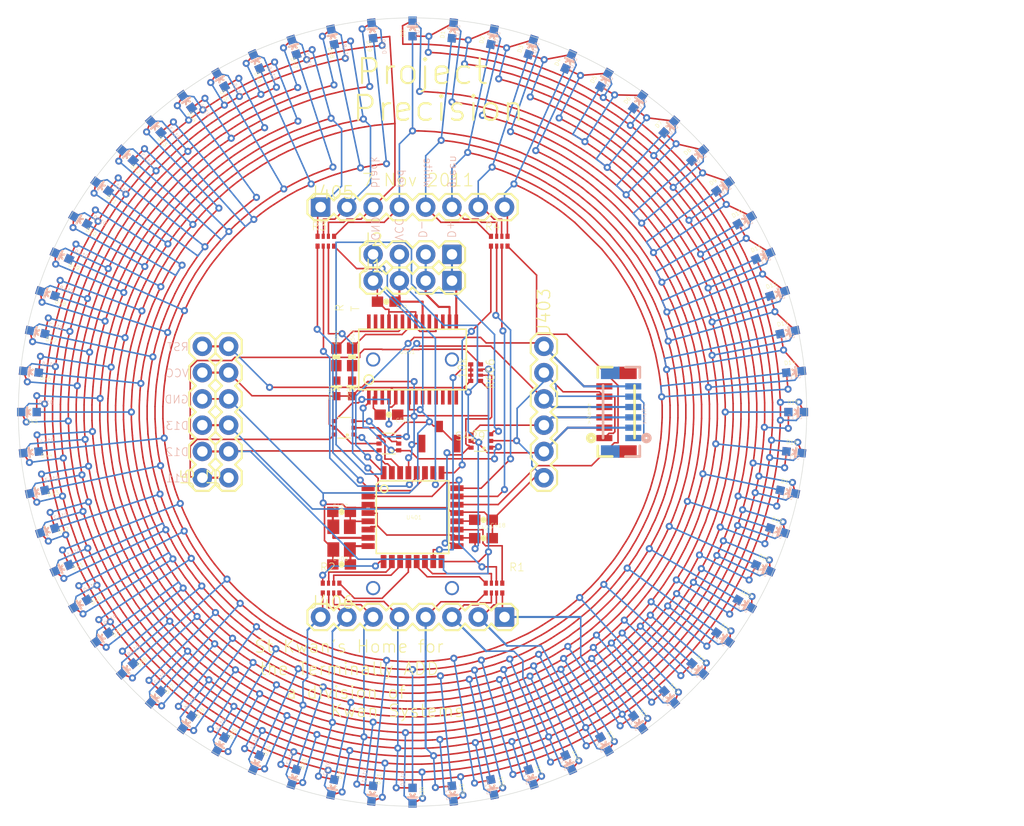
<source format=kicad_pcb>
(kicad_pcb (version 20171130) (host pcbnew 5.1.6-c6e7f7d~86~ubuntu18.04.1)
  (layers (0 Top signal) (31 Bottom signal) (34 B.Paste user) (35 F.Paste user) (36 B.SilkS user) (37 F.SilkS user) (38 B.Mask user) (39 F.Mask user) (44 Edge.Cuts user))
  (net 0 "")
  (net 1 GND)
  (net 2 VCC)
  (net 3 N$106)
  (net 4 N$907)
  (net 5 N$1)
  (net 6 N$2)
  (net 7 /Q02)
  (net 8 /Q01)
  (net 9 /Q03)
  (net 10 /Q04)
  (net 11 /P04)
  (net 12 /P03)
  (net 13 /P02)
  (net 14 /P01)
  (net 15 /Q05)
  (net 16 /Q06)
  (net 17 /Q07)
  (net 18 /Q08)
  (net 19 /P08)
  (net 20 /P07)
  (net 21 /P06)
  (net 22 /P05)
  (net 23 /Q09)
  (net 24 /Q10)
  (net 25 /Q11)
  (net 26 /Q12)
  (net 27 /P12)
  (net 28 /P11)
  (net 29 /P10)
  (net 30 /P09)
  (net 31 /Q13)
  (net 32 /Q14)
  (net 33 /Q15)
  (net 34 /Q16)
  (net 35 /P16)
  (net 36 /P15)
  (net 37 /P14)
  (net 38 /P13)
  (net 39 /XTAL1)
  (net 40 /XTAL2)
  (net 41 /USBD-)
  (net 42 /USBD+)
  (net 43 /PPS)
  (net 44 /GPS_TX)
  (net 45 /GPS_RX)
  (net 46 /RESET)
  (net 47 /AT_TX)
  (net 48 /AT_RX)
  (net 49 "Net-(C420-Pad1)")
  (net 50 /D13)
  (net 51 /D12)
  (net 52 /D11)
  (net 53 "Net-(U501-Pad14)")
  (net 54 "Net-(U501-Pad13)")
  (net 55 "Net-(U501-Pad12)")
  (net 56 "Net-(U501-Pad11)")
  (net 57 "Net-(U501-Pad10)")
  (net 58 "Net-(U501-Pad9)")
  (net 59 "Net-(U501-Pad6)")
  (net 60 /USB_RX)
  (net 61 "Net-(U501-Pad3)")
  (net 62 "Net-(C502-Pad2)")
  (net 63 /USB_TX)
  (net 64 "Net-(U501-Pad17)")
  (net 65 "Net-(U501-Pad19)")
  (net 66 "Net-(R502-Pad1)")
  (net 67 "Net-(R501-Pad1)")
  (net 68 "Net-(U501-Pad26)")
  (net 69 "Net-(U501-Pad27)")
  (net 70 "Net-(U501-Pad28)")
  (net 71 "Net-(D501-PadC)")
  (net 72 "Net-(D502-PadC)")
  (module "Precision Arduino Charlieplex:LED-0603" (layer Top) (at 148.5011 67.9196)
    (fp_text reference D0 (at -0.6985 0.889 90) (layer F.SilkS) (effects (font (size 0.38608 0.38608) (thickness 0.032512)) (justify left bottom)))
    (fp_text value HOUR)
    (pad A smd rect (at 0 0.75) (size 0.8 0.8) (layers Top F.Paste F.Mask) (net 7 /Q02))
    (pad C smd rect (at 0 -0.75) (size 0.8 0.8) (layers Top F.Paste F.Mask) (net 8 /Q01))
  )
  (module "Precision Arduino Charlieplex:CRA04" (layer Top) (at 156.3751 122.0216 180)
    (fp_text reference R1 (at -1.424 1.562) (layer F.SilkS) (effects (font (size 0.77216 0.77216) (thickness 0.061772)) (justify left bottom)))
    (fp_text value 47 hide)
    (pad 8 smd rect (at -0.8 -0.475 180) (size 0.4 0.5) (layers Top F.Paste F.Mask) (net 8 /Q01))
    (pad 7 smd rect (at -0.25 -0.475 180) (size 0.3 0.5) (layers Top F.Paste F.Mask) (net 7 /Q02))
    (pad 6 smd rect (at 0.25 -0.475 180) (size 0.3 0.5) (layers Top F.Paste F.Mask) (net 9 /Q03))
    (pad 5 smd rect (at 0.8 -0.475 180) (size 0.4 0.5) (layers Top F.Paste F.Mask) (net 10 /Q04))
    (pad 4 smd rect (at 0.8 0.475 180) (size 0.4 0.5) (layers Top F.Paste F.Mask) (net 11 /P04))
    (pad 3 smd rect (at 0.25 0.475 180) (size 0.3 0.5) (layers Top F.Paste F.Mask) (net 12 /P03))
    (pad 2 smd rect (at -0.25 0.475 180) (size 0.3 0.5) (layers Top F.Paste F.Mask) (net 13 /P02))
    (pad 1 smd rect (at -0.8 0.475 180) (size 0.4 0.5) (layers Top F.Paste F.Mask) (net 14 /P01))
  )
  (module "Precision Arduino Charlieplex:CRA04" (layer Top) (at 140.6271 122.0216 180)
    (fp_text reference R2 (at 1.116 1.562) (layer F.SilkS) (effects (font (size 0.77216 0.77216) (thickness 0.061772)) (justify left bottom)))
    (fp_text value 47 hide)
    (pad 8 smd rect (at -0.8 -0.475 180) (size 0.4 0.5) (layers Top F.Paste F.Mask) (net 15 /Q05))
    (pad 7 smd rect (at -0.25 -0.475 180) (size 0.3 0.5) (layers Top F.Paste F.Mask) (net 16 /Q06))
    (pad 6 smd rect (at 0.25 -0.475 180) (size 0.3 0.5) (layers Top F.Paste F.Mask) (net 17 /Q07))
    (pad 5 smd rect (at 0.8 -0.475 180) (size 0.4 0.5) (layers Top F.Paste F.Mask) (net 18 /Q08))
    (pad 4 smd rect (at 0.8 0.475 180) (size 0.4 0.5) (layers Top F.Paste F.Mask) (net 19 /P08))
    (pad 3 smd rect (at 0.25 0.475 180) (size 0.3 0.5) (layers Top F.Paste F.Mask) (net 20 /P07))
    (pad 2 smd rect (at -0.25 0.475 180) (size 0.3 0.5) (layers Top F.Paste F.Mask) (net 21 /P06))
    (pad 1 smd rect (at -0.8 0.475 180) (size 0.4 0.5) (layers Top F.Paste F.Mask) (net 22 /P05))
  )
  (module "Precision Arduino Charlieplex:LED-0603" (layer Top) (at 152.3873 68.1228 354)
    (fp_text reference D1 (at -0.6985 0.889 84) (layer F.SilkS) (effects (font (size 0.38608 0.38608) (thickness 0.032512)) (justify left bottom)))
    (fp_text value HOUR)
    (pad A smd rect (at 0 0.75 354) (size 0.8 0.8) (layers Top F.Paste F.Mask) (net 9 /Q03))
    (pad C smd rect (at 0 -0.75 354) (size 0.8 0.8) (layers Top F.Paste F.Mask) (net 7 /Q02))
  )
  (module "Precision Arduino Charlieplex:LED-0603" (layer Top) (at 156.2227 68.7324 348)
    (fp_text reference D2 (at -0.6985 0.889 78) (layer F.SilkS) (effects (font (size 0.38608 0.38608) (thickness 0.032512)) (justify left bottom)))
    (fp_text value HOUR)
    (pad A smd rect (at 0 0.75 348) (size 0.8 0.8) (layers Top F.Paste F.Mask) (net 10 /Q04))
    (pad C smd rect (at 0 -0.75 348) (size 0.8 0.8) (layers Top F.Paste F.Mask) (net 9 /Q03))
  )
  (module "Precision Arduino Charlieplex:LED-0603" (layer Top) (at 159.9565 69.723 342)
    (fp_text reference D3 (at -0.6985 0.889 72) (layer F.SilkS) (effects (font (size 0.38608 0.38608) (thickness 0.032512)) (justify left bottom)))
    (fp_text value HOUR)
    (pad A smd rect (at 0 0.75 342) (size 0.8 0.8) (layers Top F.Paste F.Mask) (net 15 /Q05))
    (pad C smd rect (at 0 -0.75 342) (size 0.8 0.8) (layers Top F.Paste F.Mask) (net 10 /Q04))
  )
  (module "Precision Arduino Charlieplex:LED-0603" (layer Top) (at 163.5887 71.12 336)
    (fp_text reference D4 (at -0.6985 0.889 66) (layer F.SilkS) (effects (font (size 0.38608 0.38608) (thickness 0.032512)) (justify left bottom)))
    (fp_text value HOUR)
    (pad A smd rect (at 0 0.75 336) (size 0.8 0.8) (layers Top F.Paste F.Mask) (net 16 /Q06))
    (pad C smd rect (at 0 -0.75 336) (size 0.8 0.8) (layers Top F.Paste F.Mask) (net 15 /Q05))
  )
  (module "Precision Arduino Charlieplex:LED-0603" (layer Top) (at 167.0431 72.898 330)
    (fp_text reference D5 (at -0.6985 0.889 60) (layer F.SilkS) (effects (font (size 0.38608 0.38608) (thickness 0.032512)) (justify left bottom)))
    (fp_text value HOUR)
    (pad A smd rect (at 0 0.75 330) (size 0.8 0.8) (layers Top F.Paste F.Mask) (net 17 /Q07))
    (pad C smd rect (at 0 -0.75 330) (size 0.8 0.8) (layers Top F.Paste F.Mask) (net 16 /Q06))
  )
  (module "Precision Arduino Charlieplex:LED-0603" (layer Top) (at 170.2943 75.0062 324)
    (fp_text reference D6 (at -0.6985 0.889 54) (layer F.SilkS) (effects (font (size 0.38608 0.38608) (thickness 0.032512)) (justify left bottom)))
    (fp_text value HOUR)
    (pad A smd rect (at 0 0.75 324) (size 0.8 0.8) (layers Top F.Paste F.Mask) (net 18 /Q08))
    (pad C smd rect (at 0 -0.75 324) (size 0.8 0.8) (layers Top F.Paste F.Mask) (net 17 /Q07))
  )
  (module "Precision Arduino Charlieplex:CRA04" (layer Top) (at 140.1191 88.4936)
    (fp_text reference R3 (at -1.424 -0.978) (layer F.SilkS) (effects (font (size 0.77216 0.77216) (thickness 0.061772)) (justify left bottom)))
    (fp_text value 47 hide)
    (pad 8 smd rect (at -0.8 -0.475) (size 0.4 0.5) (layers Top F.Paste F.Mask) (net 23 /Q09))
    (pad 7 smd rect (at -0.25 -0.475) (size 0.3 0.5) (layers Top F.Paste F.Mask) (net 24 /Q10))
    (pad 6 smd rect (at 0.25 -0.475) (size 0.3 0.5) (layers Top F.Paste F.Mask) (net 25 /Q11))
    (pad 5 smd rect (at 0.8 -0.475) (size 0.4 0.5) (layers Top F.Paste F.Mask) (net 26 /Q12))
    (pad 4 smd rect (at 0.8 0.475) (size 0.4 0.5) (layers Top F.Paste F.Mask) (net 27 /P12))
    (pad 3 smd rect (at 0.25 0.475) (size 0.3 0.5) (layers Top F.Paste F.Mask) (net 28 /P11))
    (pad 2 smd rect (at -0.25 0.475) (size 0.3 0.5) (layers Top F.Paste F.Mask) (net 29 /P10))
    (pad 1 smd rect (at -0.8 0.475) (size 0.4 0.5) (layers Top F.Paste F.Mask) (net 30 /P09))
  )
  (module "Precision Arduino Charlieplex:CRA04" (layer Top) (at 156.8831 88.4936)
    (fp_text reference R4 (at -1.424 -0.978) (layer F.SilkS) (effects (font (size 0.77216 0.77216) (thickness 0.061772)) (justify left bottom)))
    (fp_text value 47 hide)
    (pad 8 smd rect (at -0.8 -0.475) (size 0.4 0.5) (layers Top F.Paste F.Mask) (net 31 /Q13))
    (pad 7 smd rect (at -0.25 -0.475) (size 0.3 0.5) (layers Top F.Paste F.Mask) (net 32 /Q14))
    (pad 6 smd rect (at 0.25 -0.475) (size 0.3 0.5) (layers Top F.Paste F.Mask) (net 33 /Q15))
    (pad 5 smd rect (at 0.8 -0.475) (size 0.4 0.5) (layers Top F.Paste F.Mask) (net 34 /Q16))
    (pad 4 smd rect (at 0.8 0.475) (size 0.4 0.5) (layers Top F.Paste F.Mask) (net 35 /P16))
    (pad 3 smd rect (at 0.25 0.475) (size 0.3 0.5) (layers Top F.Paste F.Mask) (net 36 /P15))
    (pad 2 smd rect (at -0.25 0.475) (size 0.3 0.5) (layers Top F.Paste F.Mask) (net 37 /P14))
    (pad 1 smd rect (at -0.8 0.475) (size 0.4 0.5) (layers Top F.Paste F.Mask) (net 38 /P13))
  )
  (module "Precision Arduino Charlieplex:LED-0603" (layer Top) (at 173.3169 77.4446 318)
    (fp_text reference D7 (at -0.6985 0.889 48) (layer F.SilkS) (effects (font (size 0.38608 0.38608) (thickness 0.032512)) (justify left bottom)))
    (fp_text value HOUR)
    (pad A smd rect (at 0 0.75 318) (size 0.8 0.8) (layers Top F.Paste F.Mask) (net 23 /Q09))
    (pad C smd rect (at 0 -0.75 318) (size 0.8 0.8) (layers Top F.Paste F.Mask) (net 18 /Q08))
  )
  (module "Precision Arduino Charlieplex:LED-0603" (layer Top) (at 176.0601 80.1878 312)
    (fp_text reference D8 (at -0.6985 0.888999 42) (layer F.SilkS) (effects (font (size 0.38608 0.38608) (thickness 0.032512)) (justify left bottom)))
    (fp_text value HOUR)
    (pad A smd rect (at 0 0.75 312) (size 0.8 0.8) (layers Top F.Paste F.Mask) (net 24 /Q10))
    (pad C smd rect (at 0 -0.75 312) (size 0.8 0.8) (layers Top F.Paste F.Mask) (net 23 /Q09))
  )
  (module "Precision Arduino Charlieplex:LED-0603" (layer Top) (at 178.4985 83.2104 306)
    (fp_text reference D9 (at -0.6985 0.889 36) (layer F.SilkS) (effects (font (size 0.38608 0.38608) (thickness 0.032512)) (justify left bottom)))
    (fp_text value HOUR)
    (pad A smd rect (at 0 0.75 306) (size 0.8 0.8) (layers Top F.Paste F.Mask) (net 25 /Q11))
    (pad C smd rect (at 0 -0.75 306) (size 0.8 0.8) (layers Top F.Paste F.Mask) (net 24 /Q10))
  )
  (module "Precision Arduino Charlieplex:LED-0603" (layer Top) (at 180.6067 86.4616 300)
    (fp_text reference D10 (at -0.6985 0.889 30) (layer F.SilkS) (effects (font (size 0.38608 0.38608) (thickness 0.032512)) (justify left bottom)))
    (fp_text value HOUR)
    (pad A smd rect (at 0 0.75 300) (size 0.8 0.8) (layers Top F.Paste F.Mask) (net 26 /Q12))
    (pad C smd rect (at 0 -0.75 300) (size 0.8 0.8) (layers Top F.Paste F.Mask) (net 25 /Q11))
  )
  (module "Precision Arduino Charlieplex:LED-0603" (layer Top) (at 182.3847 89.916 294)
    (fp_text reference D11 (at -0.6985 0.888999 24) (layer F.SilkS) (effects (font (size 0.38608 0.38608) (thickness 0.032512)) (justify left bottom)))
    (fp_text value HOUR)
    (pad A smd rect (at 0 0.75 294) (size 0.8 0.8) (layers Top F.Paste F.Mask) (net 31 /Q13))
    (pad C smd rect (at 0 -0.75 294) (size 0.8 0.8) (layers Top F.Paste F.Mask) (net 26 /Q12))
  )
  (module "Precision Arduino Charlieplex:LED-0603" (layer Top) (at 183.7817 93.5482 288)
    (fp_text reference D12 (at -0.6985 0.889 18) (layer F.SilkS) (effects (font (size 0.38608 0.38608) (thickness 0.032512)) (justify left bottom)))
    (fp_text value HOUR)
    (pad A smd rect (at 0 0.75 288) (size 0.8 0.8) (layers Top F.Paste F.Mask) (net 32 /Q14))
    (pad C smd rect (at 0 -0.75 288) (size 0.8 0.8) (layers Top F.Paste F.Mask) (net 31 /Q13))
  )
  (module "Precision Arduino Charlieplex:LED-0603" (layer Top) (at 184.7723 97.282 282)
    (fp_text reference D13 (at -0.6985 0.889 12) (layer F.SilkS) (effects (font (size 0.38608 0.38608) (thickness 0.032512)) (justify left bottom)))
    (fp_text value HOUR)
    (pad A smd rect (at 0 0.75 282) (size 0.8 0.8) (layers Top F.Paste F.Mask) (net 33 /Q15))
    (pad C smd rect (at 0 -0.75 282) (size 0.8 0.8) (layers Top F.Paste F.Mask) (net 32 /Q14))
  )
  (module "Precision Arduino Charlieplex:LED-0603" (layer Top) (at 185.3819 101.1174 276)
    (fp_text reference D14 (at -0.6985 0.889 6) (layer F.SilkS) (effects (font (size 0.38608 0.38608) (thickness 0.032512)) (justify left bottom)))
    (fp_text value HOUR)
    (pad A smd rect (at 0 0.75 276) (size 0.8 0.8) (layers Top F.Paste F.Mask) (net 34 /Q16))
    (pad C smd rect (at 0 -0.75 276) (size 0.8 0.8) (layers Top F.Paste F.Mask) (net 33 /Q15))
  )
  (module "Precision Arduino Charlieplex:LED-0603" (layer Top) (at 185.5851 105.0036 270)
    (fp_text reference D15 (at -0.6985 0.889) (layer F.SilkS) (effects (font (size 0.38608 0.38608) (thickness 0.032512)) (justify left bottom)))
    (fp_text value HOUR)
    (pad A smd rect (at 0 0.75 270) (size 0.8 0.8) (layers Top F.Paste F.Mask) (net 9 /Q03))
    (pad C smd rect (at 0 -0.75 270) (size 0.8 0.8) (layers Top F.Paste F.Mask) (net 8 /Q01))
  )
  (module "Precision Arduino Charlieplex:LED-0603" (layer Top) (at 184.7723 112.7252 258)
    (fp_text reference D17 (at -0.6985 0.889 348) (layer F.SilkS) (effects (font (size 0.38608 0.38608) (thickness 0.032512)) (justify left bottom)))
    (fp_text value HOUR)
    (pad A smd rect (at 0 0.75 258) (size 0.8 0.8) (layers Top F.Paste F.Mask) (net 15 /Q05))
    (pad C smd rect (at 0 -0.75 258) (size 0.8 0.8) (layers Top F.Paste F.Mask) (net 9 /Q03))
  )
  (module "Precision Arduino Charlieplex:LED-0603" (layer Top) (at 182.3847 120.0912 246)
    (fp_text reference D19 (at -0.6985 0.889 336) (layer F.SilkS) (effects (font (size 0.38608 0.38608) (thickness 0.032512)) (justify left bottom)))
    (fp_text value HOUR)
    (pad A smd rect (at 0 0.75 246) (size 0.8 0.8) (layers Top F.Paste F.Mask) (net 17 /Q07))
    (pad C smd rect (at 0 -0.75 246) (size 0.8 0.8) (layers Top F.Paste F.Mask) (net 15 /Q05))
  )
  (module "Precision Arduino Charlieplex:LED-0603" (layer Top) (at 178.4985 126.7968 234)
    (fp_text reference D21 (at -0.6985 0.889 324) (layer F.SilkS) (effects (font (size 0.38608 0.38608) (thickness 0.032512)) (justify left bottom)))
    (fp_text value HOUR)
    (pad A smd rect (at 0 0.75 234) (size 0.8 0.8) (layers Top F.Paste F.Mask) (net 23 /Q09))
    (pad C smd rect (at 0 -0.75 234) (size 0.8 0.8) (layers Top F.Paste F.Mask) (net 17 /Q07))
  )
  (module "Precision Arduino Charlieplex:LED-0603" (layer Top) (at 173.3169 132.5626 222)
    (fp_text reference D23 (at -0.6985 0.888999 312) (layer F.SilkS) (effects (font (size 0.38608 0.38608) (thickness 0.032512)) (justify left bottom)))
    (fp_text value HOUR)
    (pad A smd rect (at 0 0.75 222) (size 0.8 0.8) (layers Top F.Paste F.Mask) (net 25 /Q11))
    (pad C smd rect (at 0 -0.75 222) (size 0.8 0.8) (layers Top F.Paste F.Mask) (net 23 /Q09))
  )
  (module "Precision Arduino Charlieplex:LED-0603" (layer Top) (at 167.0431 137.1092 210)
    (fp_text reference D25 (at -0.6985 0.889 300) (layer F.SilkS) (effects (font (size 0.38608 0.38608) (thickness 0.032512)) (justify left bottom)))
    (fp_text value HOUR)
    (pad A smd rect (at 0 0.75 210) (size 0.8 0.8) (layers Top F.Paste F.Mask) (net 31 /Q13))
    (pad C smd rect (at 0 -0.75 210) (size 0.8 0.8) (layers Top F.Paste F.Mask) (net 25 /Q11))
  )
  (module "Precision Arduino Charlieplex:LED-0603" (layer Top) (at 159.9565 140.2842 198)
    (fp_text reference D27 (at -0.6985 0.889 288) (layer F.SilkS) (effects (font (size 0.38608 0.38608) (thickness 0.032512)) (justify left bottom)))
    (fp_text value HOUR)
    (pad A smd rect (at 0 0.75 198) (size 0.8 0.8) (layers Top F.Paste F.Mask) (net 33 /Q15))
    (pad C smd rect (at 0 -0.75 198) (size 0.8 0.8) (layers Top F.Paste F.Mask) (net 31 /Q13))
  )
  (module "Precision Arduino Charlieplex:LED-0603" (layer Top) (at 185.3819 108.8898 264)
    (fp_text reference D16 (at -0.6985 0.889 354) (layer F.SilkS) (effects (font (size 0.38608 0.38608) (thickness 0.032512)) (justify left bottom)))
    (fp_text value HOUR)
    (pad A smd rect (at 0 0.75 264) (size 0.8 0.8) (layers Top F.Paste F.Mask) (net 10 /Q04))
    (pad C smd rect (at 0 -0.75 264) (size 0.8 0.8) (layers Top F.Paste F.Mask) (net 7 /Q02))
  )
  (module "Precision Arduino Charlieplex:LED-0603" (layer Top) (at 183.7817 116.459 252)
    (fp_text reference D18 (at -0.6985 0.889 342) (layer F.SilkS) (effects (font (size 0.38608 0.38608) (thickness 0.032512)) (justify left bottom)))
    (fp_text value HOUR)
    (pad A smd rect (at 0 0.75 252) (size 0.8 0.8) (layers Top F.Paste F.Mask) (net 16 /Q06))
    (pad C smd rect (at 0 -0.75 252) (size 0.8 0.8) (layers Top F.Paste F.Mask) (net 10 /Q04))
  )
  (module "Precision Arduino Charlieplex:LED-0603" (layer Top) (at 180.6067 123.5456 240)
    (fp_text reference D20 (at -0.6985 0.889 330) (layer F.SilkS) (effects (font (size 0.38608 0.38608) (thickness 0.032512)) (justify left bottom)))
    (fp_text value HOUR)
    (pad A smd rect (at 0 0.75 240) (size 0.8 0.8) (layers Top F.Paste F.Mask) (net 18 /Q08))
    (pad C smd rect (at 0 -0.75 240) (size 0.8 0.8) (layers Top F.Paste F.Mask) (net 16 /Q06))
  )
  (module "Precision Arduino Charlieplex:LED-0603" (layer Top) (at 176.0601 129.8194 228)
    (fp_text reference D22 (at -0.6985 0.889 318) (layer F.SilkS) (effects (font (size 0.38608 0.38608) (thickness 0.032512)) (justify left bottom)))
    (fp_text value HOUR)
    (pad A smd rect (at 0 0.75 228) (size 0.8 0.8) (layers Top F.Paste F.Mask) (net 24 /Q10))
    (pad C smd rect (at 0 -0.75 228) (size 0.8 0.8) (layers Top F.Paste F.Mask) (net 18 /Q08))
  )
  (module "Precision Arduino Charlieplex:LED-0603" (layer Top) (at 170.2943 135.001 216)
    (fp_text reference D24 (at -0.6985 0.889 306) (layer F.SilkS) (effects (font (size 0.38608 0.38608) (thickness 0.032512)) (justify left bottom)))
    (fp_text value HOUR)
    (pad A smd rect (at 0 0.75 216) (size 0.8 0.8) (layers Top F.Paste F.Mask) (net 26 /Q12))
    (pad C smd rect (at 0 -0.75 216) (size 0.8 0.8) (layers Top F.Paste F.Mask) (net 24 /Q10))
  )
  (module "Precision Arduino Charlieplex:LED-0603" (layer Top) (at 163.5887 138.8872 204)
    (fp_text reference D26 (at -0.6985 0.888999 294) (layer F.SilkS) (effects (font (size 0.38608 0.38608) (thickness 0.032512)) (justify left bottom)))
    (fp_text value HOUR)
    (pad A smd rect (at 0 0.75 204) (size 0.8 0.8) (layers Top F.Paste F.Mask) (net 32 /Q14))
    (pad C smd rect (at 0 -0.75 204) (size 0.8 0.8) (layers Top F.Paste F.Mask) (net 26 /Q12))
  )
  (module "Precision Arduino Charlieplex:LED-0603" (layer Top) (at 156.2227 141.2748 192)
    (fp_text reference D28 (at -0.6985 0.889 282) (layer F.SilkS) (effects (font (size 0.38608 0.38608) (thickness 0.032512)) (justify left bottom)))
    (fp_text value HOUR)
    (pad A smd rect (at 0 0.75 192) (size 0.8 0.8) (layers Top F.Paste F.Mask) (net 34 /Q16))
    (pad C smd rect (at 0 -0.75 192) (size 0.8 0.8) (layers Top F.Paste F.Mask) (net 32 /Q14))
  )
  (module "Precision Arduino Charlieplex:LED-0603" (layer Top) (at 152.3873 141.8844 186)
    (fp_text reference D29 (at -0.6985 0.889 276) (layer F.SilkS) (effects (font (size 0.38608 0.38608) (thickness 0.032512)) (justify left bottom)))
    (fp_text value HOUR)
    (pad A smd rect (at 0 0.75 186) (size 0.8 0.8) (layers Top F.Paste F.Mask) (net 10 /Q04))
    (pad C smd rect (at 0 -0.75 186) (size 0.8 0.8) (layers Top F.Paste F.Mask) (net 8 /Q01))
  )
  (module "Precision Arduino Charlieplex:LED-0603" (layer Top) (at 148.5011 142.0876 180)
    (fp_text reference D30 (at -0.6985 0.889 270) (layer F.SilkS) (effects (font (size 0.38608 0.38608) (thickness 0.032512)) (justify right top)))
    (fp_text value HOUR)
    (pad A smd rect (at 0 0.75 180) (size 0.8 0.8) (layers Top F.Paste F.Mask) (net 15 /Q05))
    (pad C smd rect (at 0 -0.75 180) (size 0.8 0.8) (layers Top F.Paste F.Mask) (net 7 /Q02))
  )
  (module "Precision Arduino Charlieplex:LED-0603" (layer Top) (at 144.6149 141.8844 174)
    (fp_text reference D31 (at -0.6985 0.889 264) (layer F.SilkS) (effects (font (size 0.38608 0.38608) (thickness 0.032512)) (justify left bottom)))
    (fp_text value HOUR)
    (pad A smd rect (at 0 0.75 174) (size 0.8 0.8) (layers Top F.Paste F.Mask) (net 16 /Q06))
    (pad C smd rect (at 0 -0.75 174) (size 0.8 0.8) (layers Top F.Paste F.Mask) (net 9 /Q03))
  )
  (module "Precision Arduino Charlieplex:LED-0603" (layer Top) (at 140.7795 141.2748 168)
    (fp_text reference D32 (at -0.6985 0.889 258) (layer F.SilkS) (effects (font (size 0.38608 0.38608) (thickness 0.032512)) (justify left bottom)))
    (fp_text value HOUR)
    (pad A smd rect (at 0 0.75 168) (size 0.8 0.8) (layers Top F.Paste F.Mask) (net 17 /Q07))
    (pad C smd rect (at 0 -0.75 168) (size 0.8 0.8) (layers Top F.Paste F.Mask) (net 10 /Q04))
  )
  (module "Precision Arduino Charlieplex:LED-0603" (layer Top) (at 137.0457 140.2842 162)
    (fp_text reference D33 (at -0.6985 0.889 252) (layer F.SilkS) (effects (font (size 0.38608 0.38608) (thickness 0.032512)) (justify left bottom)))
    (fp_text value HOUR)
    (pad A smd rect (at 0 0.75 162) (size 0.8 0.8) (layers Top F.Paste F.Mask) (net 18 /Q08))
    (pad C smd rect (at 0 -0.75 162) (size 0.8 0.8) (layers Top F.Paste F.Mask) (net 15 /Q05))
  )
  (module "Precision Arduino Charlieplex:LED-0603" (layer Top) (at 133.4135 138.8872 156)
    (fp_text reference D34 (at -0.6985 0.889 246) (layer F.SilkS) (effects (font (size 0.38608 0.38608) (thickness 0.032512)) (justify left bottom)))
    (fp_text value HOUR)
    (pad A smd rect (at 0 0.75 156) (size 0.8 0.8) (layers Top F.Paste F.Mask) (net 23 /Q09))
    (pad C smd rect (at 0 -0.75 156) (size 0.8 0.8) (layers Top F.Paste F.Mask) (net 16 /Q06))
  )
  (module "Precision Arduino Charlieplex:LED-0603" (layer Top) (at 129.9591 137.1092 150)
    (fp_text reference D35 (at -0.6985 0.889 240) (layer F.SilkS) (effects (font (size 0.38608 0.38608) (thickness 0.032512)) (justify left bottom)))
    (fp_text value HOUR)
    (pad A smd rect (at 0 0.75 150) (size 0.8 0.8) (layers Top F.Paste F.Mask) (net 24 /Q10))
    (pad C smd rect (at 0 -0.75 150) (size 0.8 0.8) (layers Top F.Paste F.Mask) (net 17 /Q07))
  )
  (module "Precision Arduino Charlieplex:LED-0603" (layer Top) (at 126.7079 135.001 144)
    (fp_text reference D36 (at -0.6985 0.889 234) (layer F.SilkS) (effects (font (size 0.38608 0.38608) (thickness 0.032512)) (justify left bottom)))
    (fp_text value HOUR)
    (pad A smd rect (at 0 0.75 144) (size 0.8 0.8) (layers Top F.Paste F.Mask) (net 25 /Q11))
    (pad C smd rect (at 0 -0.75 144) (size 0.8 0.8) (layers Top F.Paste F.Mask) (net 18 /Q08))
  )
  (module "Precision Arduino Charlieplex:LED-0603" (layer Top) (at 123.6853 132.5626 138)
    (fp_text reference D37 (at -0.6985 0.889 228) (layer F.SilkS) (effects (font (size 0.38608 0.38608) (thickness 0.032512)) (justify left bottom)))
    (fp_text value HOUR)
    (pad A smd rect (at 0 0.75 138) (size 0.8 0.8) (layers Top F.Paste F.Mask) (net 26 /Q12))
    (pad C smd rect (at 0 -0.75 138) (size 0.8 0.8) (layers Top F.Paste F.Mask) (net 23 /Q09))
  )
  (module "Precision Arduino Charlieplex:LED-0603" (layer Top) (at 120.9421 129.8194 132)
    (fp_text reference D38 (at -0.6985 0.888999 222) (layer F.SilkS) (effects (font (size 0.38608 0.38608) (thickness 0.032512)) (justify left bottom)))
    (fp_text value HOUR)
    (pad A smd rect (at 0 0.75 132) (size 0.8 0.8) (layers Top F.Paste F.Mask) (net 31 /Q13))
    (pad C smd rect (at 0 -0.75 132) (size 0.8 0.8) (layers Top F.Paste F.Mask) (net 24 /Q10))
  )
  (module "Precision Arduino Charlieplex:LED-0603" (layer Top) (at 118.5037 126.7968 126)
    (fp_text reference D39 (at -0.6985 0.889 216) (layer F.SilkS) (effects (font (size 0.38608 0.38608) (thickness 0.032512)) (justify left bottom)))
    (fp_text value HOUR)
    (pad A smd rect (at 0 0.75 126) (size 0.8 0.8) (layers Top F.Paste F.Mask) (net 32 /Q14))
    (pad C smd rect (at 0 -0.75 126) (size 0.8 0.8) (layers Top F.Paste F.Mask) (net 25 /Q11))
  )
  (module "Precision Arduino Charlieplex:LED-0603" (layer Top) (at 116.3955 123.5456 120)
    (fp_text reference D40 (at -0.6985 0.889 210) (layer F.SilkS) (effects (font (size 0.38608 0.38608) (thickness 0.032512)) (justify left bottom)))
    (fp_text value HOUR)
    (pad A smd rect (at 0 0.75 120) (size 0.8 0.8) (layers Top F.Paste F.Mask) (net 33 /Q15))
    (pad C smd rect (at 0 -0.75 120) (size 0.8 0.8) (layers Top F.Paste F.Mask) (net 26 /Q12))
  )
  (module "Precision Arduino Charlieplex:LED-0603" (layer Top) (at 114.6175 120.0912 114)
    (fp_text reference D41 (at -0.6985 0.888999 204) (layer F.SilkS) (effects (font (size 0.38608 0.38608) (thickness 0.032512)) (justify left bottom)))
    (fp_text value HOUR)
    (pad A smd rect (at 0 0.75 114) (size 0.8 0.8) (layers Top F.Paste F.Mask) (net 34 /Q16))
    (pad C smd rect (at 0 -0.75 114) (size 0.8 0.8) (layers Top F.Paste F.Mask) (net 31 /Q13))
  )
  (module "Precision Arduino Charlieplex:LED-0603" (layer Top) (at 113.2205 116.459 108)
    (fp_text reference D42 (at -0.6985 0.889 198) (layer F.SilkS) (effects (font (size 0.38608 0.38608) (thickness 0.032512)) (justify left bottom)))
    (fp_text value HOUR)
    (pad A smd rect (at 0 0.75 108) (size 0.8 0.8) (layers Top F.Paste F.Mask) (net 15 /Q05))
    (pad C smd rect (at 0 -0.75 108) (size 0.8 0.8) (layers Top F.Paste F.Mask) (net 8 /Q01))
  )
  (module "Precision Arduino Charlieplex:LED-0603" (layer Top) (at 112.2299 112.7252 102)
    (fp_text reference D43 (at -0.6985 0.889 192) (layer F.SilkS) (effects (font (size 0.38608 0.38608) (thickness 0.032512)) (justify left bottom)))
    (fp_text value HOUR)
    (pad A smd rect (at 0 0.75 102) (size 0.8 0.8) (layers Top F.Paste F.Mask) (net 16 /Q06))
    (pad C smd rect (at 0 -0.75 102) (size 0.8 0.8) (layers Top F.Paste F.Mask) (net 7 /Q02))
  )
  (module "Precision Arduino Charlieplex:LED-0603" (layer Top) (at 111.6203 108.8898 96)
    (fp_text reference D44 (at -0.6985 0.889 186) (layer F.SilkS) (effects (font (size 0.38608 0.38608) (thickness 0.032512)) (justify left bottom)))
    (fp_text value HOUR)
    (pad A smd rect (at 0 0.75 96) (size 0.8 0.8) (layers Top F.Paste F.Mask) (net 17 /Q07))
    (pad C smd rect (at 0 -0.75 96) (size 0.8 0.8) (layers Top F.Paste F.Mask) (net 9 /Q03))
  )
  (module "Precision Arduino Charlieplex:LED-0603" (layer Top) (at 111.4171 105.0036 90)
    (fp_text reference D45 (at -0.6985 0.889 180) (layer F.SilkS) (effects (font (size 0.38608 0.38608) (thickness 0.032512)) (justify right top)))
    (fp_text value HOUR)
    (pad A smd rect (at 0 0.75 90) (size 0.8 0.8) (layers Top F.Paste F.Mask) (net 18 /Q08))
    (pad C smd rect (at 0 -0.75 90) (size 0.8 0.8) (layers Top F.Paste F.Mask) (net 10 /Q04))
  )
  (module "Precision Arduino Charlieplex:LED-0603" (layer Top) (at 111.6203 101.1174 84)
    (fp_text reference D46 (at -0.6985 0.889 174) (layer F.SilkS) (effects (font (size 0.38608 0.38608) (thickness 0.032512)) (justify left bottom)))
    (fp_text value HOUR)
    (pad A smd rect (at 0 0.75 84) (size 0.8 0.8) (layers Top F.Paste F.Mask) (net 23 /Q09))
    (pad C smd rect (at 0 -0.75 84) (size 0.8 0.8) (layers Top F.Paste F.Mask) (net 15 /Q05))
  )
  (module "Precision Arduino Charlieplex:LED-0603" (layer Top) (at 112.2299 97.282 78)
    (fp_text reference D47 (at -0.6985 0.889 168) (layer F.SilkS) (effects (font (size 0.38608 0.38608) (thickness 0.032512)) (justify left bottom)))
    (fp_text value HOUR)
    (pad A smd rect (at 0 0.75 78) (size 0.8 0.8) (layers Top F.Paste F.Mask) (net 24 /Q10))
    (pad C smd rect (at 0 -0.75 78) (size 0.8 0.8) (layers Top F.Paste F.Mask) (net 16 /Q06))
  )
  (module "Precision Arduino Charlieplex:LED-0603" (layer Top) (at 113.2205 93.5482 72)
    (fp_text reference D48 (at -0.6985 0.889 162) (layer F.SilkS) (effects (font (size 0.38608 0.38608) (thickness 0.032512)) (justify left bottom)))
    (fp_text value HOUR)
    (pad A smd rect (at 0 0.75 72) (size 0.8 0.8) (layers Top F.Paste F.Mask) (net 25 /Q11))
    (pad C smd rect (at 0 -0.75 72) (size 0.8 0.8) (layers Top F.Paste F.Mask) (net 17 /Q07))
  )
  (module "Precision Arduino Charlieplex:LED-0603" (layer Top) (at 114.6175 89.916 66)
    (fp_text reference D49 (at -0.6985 0.889 156) (layer F.SilkS) (effects (font (size 0.38608 0.38608) (thickness 0.032512)) (justify left bottom)))
    (fp_text value HOUR)
    (pad A smd rect (at 0 0.75 66) (size 0.8 0.8) (layers Top F.Paste F.Mask) (net 26 /Q12))
    (pad C smd rect (at 0 -0.75 66) (size 0.8 0.8) (layers Top F.Paste F.Mask) (net 18 /Q08))
  )
  (module "Precision Arduino Charlieplex:LED-0603" (layer Top) (at 116.3955 86.4616 60)
    (fp_text reference D50 (at -0.6985 0.889 150) (layer F.SilkS) (effects (font (size 0.38608 0.38608) (thickness 0.032512)) (justify left bottom)))
    (fp_text value HOUR)
    (pad A smd rect (at 0 0.75 60) (size 0.8 0.8) (layers Top F.Paste F.Mask) (net 31 /Q13))
    (pad C smd rect (at 0 -0.75 60) (size 0.8 0.8) (layers Top F.Paste F.Mask) (net 23 /Q09))
  )
  (module "Precision Arduino Charlieplex:LED-0603" (layer Top) (at 118.5037 83.2104 54)
    (fp_text reference D51 (at -0.6985 0.889 144) (layer F.SilkS) (effects (font (size 0.38608 0.38608) (thickness 0.032512)) (justify left bottom)))
    (fp_text value HOUR)
    (pad A smd rect (at 0 0.75 54) (size 0.8 0.8) (layers Top F.Paste F.Mask) (net 32 /Q14))
    (pad C smd rect (at 0 -0.75 54) (size 0.8 0.8) (layers Top F.Paste F.Mask) (net 24 /Q10))
  )
  (module "Precision Arduino Charlieplex:LED-0603" (layer Top) (at 120.9421 80.1878 48)
    (fp_text reference D52 (at -0.6985 0.889 138) (layer F.SilkS) (effects (font (size 0.38608 0.38608) (thickness 0.032512)) (justify left bottom)))
    (fp_text value HOUR)
    (pad A smd rect (at 0 0.75 48) (size 0.8 0.8) (layers Top F.Paste F.Mask) (net 33 /Q15))
    (pad C smd rect (at 0 -0.75 48) (size 0.8 0.8) (layers Top F.Paste F.Mask) (net 25 /Q11))
  )
  (module "Precision Arduino Charlieplex:LED-0603" (layer Top) (at 123.6853 77.4446 42)
    (fp_text reference D53 (at -0.6985 0.888999 132) (layer F.SilkS) (effects (font (size 0.38608 0.38608) (thickness 0.032512)) (justify left bottom)))
    (fp_text value HOUR)
    (pad A smd rect (at 0 0.75 42) (size 0.8 0.8) (layers Top F.Paste F.Mask) (net 34 /Q16))
    (pad C smd rect (at 0 -0.75 42) (size 0.8 0.8) (layers Top F.Paste F.Mask) (net 26 /Q12))
  )
  (module "Precision Arduino Charlieplex:LED-0603" (layer Top) (at 126.7079 75.0062 36)
    (fp_text reference D54 (at -0.6985 0.889 126) (layer F.SilkS) (effects (font (size 0.38608 0.38608) (thickness 0.032512)) (justify left bottom)))
    (fp_text value HOUR)
    (pad A smd rect (at 0 0.75 36) (size 0.8 0.8) (layers Top F.Paste F.Mask) (net 16 /Q06))
    (pad C smd rect (at 0 -0.75 36) (size 0.8 0.8) (layers Top F.Paste F.Mask) (net 8 /Q01))
  )
  (module "Precision Arduino Charlieplex:LED-0603" (layer Top) (at 129.9591 72.898 30)
    (fp_text reference D55 (at -0.6985 0.889 120) (layer F.SilkS) (effects (font (size 0.38608 0.38608) (thickness 0.032512)) (justify left bottom)))
    (fp_text value HOUR)
    (pad A smd rect (at 0 0.75 30) (size 0.8 0.8) (layers Top F.Paste F.Mask) (net 17 /Q07))
    (pad C smd rect (at 0 -0.75 30) (size 0.8 0.8) (layers Top F.Paste F.Mask) (net 7 /Q02))
  )
  (module "Precision Arduino Charlieplex:LED-0603" (layer Top) (at 133.4135 71.12 24)
    (fp_text reference D56 (at -0.6985 0.888999 114) (layer F.SilkS) (effects (font (size 0.38608 0.38608) (thickness 0.032512)) (justify left bottom)))
    (fp_text value HOUR)
    (pad A smd rect (at 0 0.75 24) (size 0.8 0.8) (layers Top F.Paste F.Mask) (net 18 /Q08))
    (pad C smd rect (at 0 -0.75 24) (size 0.8 0.8) (layers Top F.Paste F.Mask) (net 9 /Q03))
  )
  (module "Precision Arduino Charlieplex:LED-0603" (layer Top) (at 137.0457 69.723 18)
    (fp_text reference D57 (at -0.6985 0.889 108) (layer F.SilkS) (effects (font (size 0.38608 0.38608) (thickness 0.032512)) (justify left bottom)))
    (fp_text value HOUR)
    (pad A smd rect (at 0 0.75 18) (size 0.8 0.8) (layers Top F.Paste F.Mask) (net 23 /Q09))
    (pad C smd rect (at 0 -0.75 18) (size 0.8 0.8) (layers Top F.Paste F.Mask) (net 10 /Q04))
  )
  (module "Precision Arduino Charlieplex:LED-0603" (layer Top) (at 140.7795 68.7324 12)
    (fp_text reference D58 (at -0.6985 0.889 102) (layer F.SilkS) (effects (font (size 0.38608 0.38608) (thickness 0.032512)) (justify left bottom)))
    (fp_text value HOUR)
    (pad A smd rect (at 0 0.75 12) (size 0.8 0.8) (layers Top F.Paste F.Mask) (net 24 /Q10))
    (pad C smd rect (at 0 -0.75 12) (size 0.8 0.8) (layers Top F.Paste F.Mask) (net 15 /Q05))
  )
  (module "Precision Arduino Charlieplex:LED-0603" (layer Top) (at 144.6149 68.1228 6)
    (fp_text reference D59 (at -0.6985 0.889 96) (layer F.SilkS) (effects (font (size 0.38608 0.38608) (thickness 0.032512)) (justify left bottom)))
    (fp_text value HOUR)
    (pad A smd rect (at 0 0.75 6) (size 0.8 0.8) (layers Top F.Paste F.Mask) (net 25 /Q11))
    (pad C smd rect (at 0 -0.75 6) (size 0.8 0.8) (layers Top F.Paste F.Mask) (net 16 /Q06))
  )
  (module "Precision Arduino Charlieplex:LED-0603" (layer Bottom) (at 148.5011 67.9196 180)
    (fp_text reference D100 (at -0.6985 -0.889 90) (layer B.SilkS) (effects (font (size 0.38608 0.38608) (thickness 0.032512)) (justify right bottom mirror)))
    (fp_text value HOUR)
    (pad A smd rect (at 0 -0.75 180) (size 0.8 0.8) (layers Bottom B.Paste B.Mask) (net 26 /Q12))
    (pad C smd rect (at 0 0.75 180) (size 0.8 0.8) (layers Bottom B.Paste B.Mask) (net 17 /Q07))
  )
  (module "Precision Arduino Charlieplex:LED-0603" (layer Bottom) (at 152.3873 68.1228 174)
    (fp_text reference D101 (at -0.6985 -0.889 84) (layer B.SilkS) (effects (font (size 0.38608 0.38608) (thickness 0.032512)) (justify right bottom mirror)))
    (fp_text value HOUR)
    (pad A smd rect (at 0 -0.75 174) (size 0.8 0.8) (layers Bottom B.Paste B.Mask) (net 31 /Q13))
    (pad C smd rect (at 0 0.75 174) (size 0.8 0.8) (layers Bottom B.Paste B.Mask) (net 18 /Q08))
  )
  (module "Precision Arduino Charlieplex:LED-0603" (layer Bottom) (at 156.2227 68.7324 168)
    (fp_text reference D102 (at -0.6985 -0.889 78) (layer B.SilkS) (effects (font (size 0.38608 0.38608) (thickness 0.032512)) (justify right bottom mirror)))
    (fp_text value HOUR)
    (pad A smd rect (at 0 -0.75 168) (size 0.8 0.8) (layers Bottom B.Paste B.Mask) (net 32 /Q14))
    (pad C smd rect (at 0 0.75 168) (size 0.8 0.8) (layers Bottom B.Paste B.Mask) (net 23 /Q09))
  )
  (module "Precision Arduino Charlieplex:LED-0603" (layer Bottom) (at 159.9565 69.723 162)
    (fp_text reference D103 (at -0.6985 -0.889 72) (layer B.SilkS) (effects (font (size 0.38608 0.38608) (thickness 0.032512)) (justify right bottom mirror)))
    (fp_text value HOUR)
    (pad A smd rect (at 0 -0.75 162) (size 0.8 0.8) (layers Bottom B.Paste B.Mask) (net 33 /Q15))
    (pad C smd rect (at 0 0.75 162) (size 0.8 0.8) (layers Bottom B.Paste B.Mask) (net 24 /Q10))
  )
  (module "Precision Arduino Charlieplex:LED-0603" (layer Bottom) (at 163.5887 71.12 156)
    (fp_text reference D104 (at -0.6985 -0.888999 66) (layer B.SilkS) (effects (font (size 0.38608 0.38608) (thickness 0.032512)) (justify right bottom mirror)))
    (fp_text value HOUR)
    (pad A smd rect (at 0 -0.75 156) (size 0.8 0.8) (layers Bottom B.Paste B.Mask) (net 34 /Q16))
    (pad C smd rect (at 0 0.75 156) (size 0.8 0.8) (layers Bottom B.Paste B.Mask) (net 25 /Q11))
  )
  (module "Precision Arduino Charlieplex:LED-0603" (layer Bottom) (at 167.0431 72.898 150)
    (fp_text reference D105 (at -0.6985 -0.889 60) (layer B.SilkS) (effects (font (size 0.38608 0.38608) (thickness 0.032512)) (justify right bottom mirror)))
    (fp_text value HOUR)
    (pad A smd rect (at 0 -0.75 150) (size 0.8 0.8) (layers Bottom B.Paste B.Mask) (net 17 /Q07))
    (pad C smd rect (at 0 0.75 150) (size 0.8 0.8) (layers Bottom B.Paste B.Mask) (net 8 /Q01))
  )
  (module "Precision Arduino Charlieplex:LED-0603" (layer Bottom) (at 170.2943 75.0062 144)
    (fp_text reference D106 (at -0.6985 -0.889 54) (layer B.SilkS) (effects (font (size 0.38608 0.38608) (thickness 0.032512)) (justify right bottom mirror)))
    (fp_text value HOUR)
    (pad A smd rect (at 0 -0.75 144) (size 0.8 0.8) (layers Bottom B.Paste B.Mask) (net 18 /Q08))
    (pad C smd rect (at 0 0.75 144) (size 0.8 0.8) (layers Bottom B.Paste B.Mask) (net 7 /Q02))
  )
  (module "Precision Arduino Charlieplex:LED-0603" (layer Bottom) (at 173.3169 77.4446 138)
    (fp_text reference D107 (at -0.6985 -0.888999 48) (layer B.SilkS) (effects (font (size 0.38608 0.38608) (thickness 0.032512)) (justify right bottom mirror)))
    (fp_text value HOUR)
    (pad A smd rect (at 0 -0.75 138) (size 0.8 0.8) (layers Bottom B.Paste B.Mask) (net 23 /Q09))
    (pad C smd rect (at 0 0.75 138) (size 0.8 0.8) (layers Bottom B.Paste B.Mask) (net 9 /Q03))
  )
  (module "Precision Arduino Charlieplex:LED-0603" (layer Bottom) (at 176.0601 80.1878 132)
    (fp_text reference D108 (at -0.6985 -0.889 42) (layer B.SilkS) (effects (font (size 0.38608 0.38608) (thickness 0.032512)) (justify right bottom mirror)))
    (fp_text value HOUR)
    (pad A smd rect (at 0 -0.75 132) (size 0.8 0.8) (layers Bottom B.Paste B.Mask) (net 24 /Q10))
    (pad C smd rect (at 0 0.75 132) (size 0.8 0.8) (layers Bottom B.Paste B.Mask) (net 10 /Q04))
  )
  (module "Precision Arduino Charlieplex:LED-0603" (layer Bottom) (at 178.4985 83.2104 126)
    (fp_text reference D109 (at -0.6985 -0.889 36) (layer B.SilkS) (effects (font (size 0.38608 0.38608) (thickness 0.032512)) (justify right bottom mirror)))
    (fp_text value HOUR)
    (pad A smd rect (at 0 -0.75 126) (size 0.8 0.8) (layers Bottom B.Paste B.Mask) (net 25 /Q11))
    (pad C smd rect (at 0 0.75 126) (size 0.8 0.8) (layers Bottom B.Paste B.Mask) (net 15 /Q05))
  )
  (module "Precision Arduino Charlieplex:LED-0603" (layer Bottom) (at 180.6067 86.4616 120)
    (fp_text reference D110 (at -0.6985 -0.889 30) (layer B.SilkS) (effects (font (size 0.38608 0.38608) (thickness 0.032512)) (justify right bottom mirror)))
    (fp_text value HOUR)
    (pad A smd rect (at 0 -0.75 120) (size 0.8 0.8) (layers Bottom B.Paste B.Mask) (net 26 /Q12))
    (pad C smd rect (at 0 0.75 120) (size 0.8 0.8) (layers Bottom B.Paste B.Mask) (net 16 /Q06))
  )
  (module "Precision Arduino Charlieplex:LED-0603" (layer Bottom) (at 182.3847 89.916 114)
    (fp_text reference D111 (at -0.6985 -0.889 24) (layer B.SilkS) (effects (font (size 0.38608 0.38608) (thickness 0.032512)) (justify right bottom mirror)))
    (fp_text value HOUR)
    (pad A smd rect (at 0 -0.75 114) (size 0.8 0.8) (layers Bottom B.Paste B.Mask) (net 31 /Q13))
    (pad C smd rect (at 0 0.75 114) (size 0.8 0.8) (layers Bottom B.Paste B.Mask) (net 17 /Q07))
  )
  (module "Precision Arduino Charlieplex:LED-0603" (layer Bottom) (at 183.7817 93.5482 108)
    (fp_text reference D112 (at -0.6985 -0.889 18) (layer B.SilkS) (effects (font (size 0.38608 0.38608) (thickness 0.032512)) (justify right bottom mirror)))
    (fp_text value HOUR)
    (pad A smd rect (at 0 -0.75 108) (size 0.8 0.8) (layers Bottom B.Paste B.Mask) (net 32 /Q14))
    (pad C smd rect (at 0 0.75 108) (size 0.8 0.8) (layers Bottom B.Paste B.Mask) (net 18 /Q08))
  )
  (module "Precision Arduino Charlieplex:LED-0603" (layer Bottom) (at 184.7723 97.282 102)
    (fp_text reference D113 (at -0.6985 -0.889 12) (layer B.SilkS) (effects (font (size 0.38608 0.38608) (thickness 0.032512)) (justify right bottom mirror)))
    (fp_text value HOUR)
    (pad A smd rect (at 0 -0.75 102) (size 0.8 0.8) (layers Bottom B.Paste B.Mask) (net 33 /Q15))
    (pad C smd rect (at 0 0.75 102) (size 0.8 0.8) (layers Bottom B.Paste B.Mask) (net 23 /Q09))
  )
  (module "Precision Arduino Charlieplex:LED-0603" (layer Bottom) (at 185.3819 101.1174 96)
    (fp_text reference D114 (at -0.6985 -0.889 6) (layer B.SilkS) (effects (font (size 0.38608 0.38608) (thickness 0.032512)) (justify right bottom mirror)))
    (fp_text value HOUR)
    (pad A smd rect (at 0 -0.75 96) (size 0.8 0.8) (layers Bottom B.Paste B.Mask) (net 34 /Q16))
    (pad C smd rect (at 0 0.75 96) (size 0.8 0.8) (layers Bottom B.Paste B.Mask) (net 24 /Q10))
  )
  (module "Precision Arduino Charlieplex:LED-0603" (layer Bottom) (at 185.5851 105.0036 90)
    (fp_text reference D115 (at -0.6985 -0.889) (layer B.SilkS) (effects (font (size 0.38608 0.38608) (thickness 0.032512)) (justify right bottom mirror)))
    (fp_text value HOUR)
    (pad A smd rect (at 0 -0.75 90) (size 0.8 0.8) (layers Bottom B.Paste B.Mask) (net 18 /Q08))
    (pad C smd rect (at 0 0.75 90) (size 0.8 0.8) (layers Bottom B.Paste B.Mask) (net 8 /Q01))
  )
  (module "Precision Arduino Charlieplex:LED-0603" (layer Bottom) (at 185.3819 108.8898 84)
    (fp_text reference D116 (at -0.6985 -0.889 -6) (layer B.SilkS) (effects (font (size 0.38608 0.38608) (thickness 0.032512)) (justify right bottom mirror)))
    (fp_text value HOUR)
    (pad A smd rect (at 0 -0.75 84) (size 0.8 0.8) (layers Bottom B.Paste B.Mask) (net 23 /Q09))
    (pad C smd rect (at 0 0.75 84) (size 0.8 0.8) (layers Bottom B.Paste B.Mask) (net 7 /Q02))
  )
  (module "Precision Arduino Charlieplex:LED-0603" (layer Bottom) (at 184.7723 112.7252 78)
    (fp_text reference D117 (at -0.6985 -0.889 -12) (layer B.SilkS) (effects (font (size 0.38608 0.38608) (thickness 0.032512)) (justify right bottom mirror)))
    (fp_text value HOUR)
    (pad A smd rect (at 0 -0.75 78) (size 0.8 0.8) (layers Bottom B.Paste B.Mask) (net 24 /Q10))
    (pad C smd rect (at 0 0.75 78) (size 0.8 0.8) (layers Bottom B.Paste B.Mask) (net 9 /Q03))
  )
  (module "Precision Arduino Charlieplex:LED-0603" (layer Bottom) (at 183.7817 116.459 72)
    (fp_text reference D118 (at -0.6985 -0.889 -18) (layer B.SilkS) (effects (font (size 0.38608 0.38608) (thickness 0.032512)) (justify right bottom mirror)))
    (fp_text value HOUR)
    (pad A smd rect (at 0 -0.75 72) (size 0.8 0.8) (layers Bottom B.Paste B.Mask) (net 25 /Q11))
    (pad C smd rect (at 0 0.75 72) (size 0.8 0.8) (layers Bottom B.Paste B.Mask) (net 10 /Q04))
  )
  (module "Precision Arduino Charlieplex:LED-0603" (layer Bottom) (at 182.3847 120.0912 66)
    (fp_text reference D119 (at -0.6985 -0.888999 -24) (layer B.SilkS) (effects (font (size 0.38608 0.38608) (thickness 0.032512)) (justify right bottom mirror)))
    (fp_text value HOUR)
    (pad A smd rect (at 0 -0.75 66) (size 0.8 0.8) (layers Bottom B.Paste B.Mask) (net 26 /Q12))
    (pad C smd rect (at 0 0.75 66) (size 0.8 0.8) (layers Bottom B.Paste B.Mask) (net 15 /Q05))
  )
  (module "Precision Arduino Charlieplex:LED-0603" (layer Bottom) (at 180.6067 123.5456 60)
    (fp_text reference D120 (at -0.6985 -0.889 -30) (layer B.SilkS) (effects (font (size 0.38608 0.38608) (thickness 0.032512)) (justify right bottom mirror)))
    (fp_text value HOUR)
    (pad A smd rect (at 0 -0.75 60) (size 0.8 0.8) (layers Bottom B.Paste B.Mask) (net 31 /Q13))
    (pad C smd rect (at 0 0.75 60) (size 0.8 0.8) (layers Bottom B.Paste B.Mask) (net 16 /Q06))
  )
  (module "Precision Arduino Charlieplex:LED-0603" (layer Bottom) (at 178.4985 126.7968 54)
    (fp_text reference D121 (at -0.6985 -0.889 -36) (layer B.SilkS) (effects (font (size 0.38608 0.38608) (thickness 0.032512)) (justify right bottom mirror)))
    (fp_text value HOUR)
    (pad A smd rect (at 0 -0.75 54) (size 0.8 0.8) (layers Bottom B.Paste B.Mask) (net 32 /Q14))
    (pad C smd rect (at 0 0.75 54) (size 0.8 0.8) (layers Bottom B.Paste B.Mask) (net 17 /Q07))
  )
  (module "Precision Arduino Charlieplex:LED-0603" (layer Bottom) (at 176.0601 129.8194 48)
    (fp_text reference D122 (at -0.6985 -0.888999 -42) (layer B.SilkS) (effects (font (size 0.38608 0.38608) (thickness 0.032512)) (justify right bottom mirror)))
    (fp_text value HOUR)
    (pad A smd rect (at 0 -0.75 48) (size 0.8 0.8) (layers Bottom B.Paste B.Mask) (net 33 /Q15))
    (pad C smd rect (at 0 0.75 48) (size 0.8 0.8) (layers Bottom B.Paste B.Mask) (net 18 /Q08))
  )
  (module "Precision Arduino Charlieplex:LED-0603" (layer Bottom) (at 173.3169 132.5626 42)
    (fp_text reference D123 (at -0.6985 -0.889 -48) (layer B.SilkS) (effects (font (size 0.38608 0.38608) (thickness 0.032512)) (justify right bottom mirror)))
    (fp_text value HOUR)
    (pad A smd rect (at 0 -0.75 42) (size 0.8 0.8) (layers Bottom B.Paste B.Mask) (net 34 /Q16))
    (pad C smd rect (at 0 0.75 42) (size 0.8 0.8) (layers Bottom B.Paste B.Mask) (net 23 /Q09))
  )
  (module "Precision Arduino Charlieplex:LED-0603" (layer Bottom) (at 170.2943 135.001 36)
    (fp_text reference D124 (at -0.6985 -0.889 -54) (layer B.SilkS) (effects (font (size 0.38608 0.38608) (thickness 0.032512)) (justify right bottom mirror)))
    (fp_text value HOUR)
    (pad A smd rect (at 0 -0.75 36) (size 0.8 0.8) (layers Bottom B.Paste B.Mask) (net 23 /Q09))
    (pad C smd rect (at 0 0.75 36) (size 0.8 0.8) (layers Bottom B.Paste B.Mask) (net 8 /Q01))
  )
  (module "Precision Arduino Charlieplex:LED-0603" (layer Bottom) (at 167.0431 137.1092 30)
    (fp_text reference D125 (at -0.6985 -0.889 -60) (layer B.SilkS) (effects (font (size 0.38608 0.38608) (thickness 0.032512)) (justify right bottom mirror)))
    (fp_text value HOUR)
    (pad A smd rect (at 0 -0.75 30) (size 0.8 0.8) (layers Bottom B.Paste B.Mask) (net 24 /Q10))
    (pad C smd rect (at 0 0.75 30) (size 0.8 0.8) (layers Bottom B.Paste B.Mask) (net 7 /Q02))
  )
  (module "Precision Arduino Charlieplex:LED-0603" (layer Bottom) (at 163.5887 138.8872 24)
    (fp_text reference D126 (at -0.6985 -0.889 -66) (layer B.SilkS) (effects (font (size 0.38608 0.38608) (thickness 0.032512)) (justify right bottom mirror)))
    (fp_text value HOUR)
    (pad A smd rect (at 0 -0.75 24) (size 0.8 0.8) (layers Bottom B.Paste B.Mask) (net 25 /Q11))
    (pad C smd rect (at 0 0.75 24) (size 0.8 0.8) (layers Bottom B.Paste B.Mask) (net 9 /Q03))
  )
  (module "Precision Arduino Charlieplex:LED-0603" (layer Bottom) (at 159.9565 140.2842 18)
    (fp_text reference D127 (at -0.6985 -0.889 -72) (layer B.SilkS) (effects (font (size 0.38608 0.38608) (thickness 0.032512)) (justify right bottom mirror)))
    (fp_text value HOUR)
    (pad A smd rect (at 0 -0.75 18) (size 0.8 0.8) (layers Bottom B.Paste B.Mask) (net 26 /Q12))
    (pad C smd rect (at 0 0.75 18) (size 0.8 0.8) (layers Bottom B.Paste B.Mask) (net 10 /Q04))
  )
  (module "Precision Arduino Charlieplex:LED-0603" (layer Bottom) (at 156.2227 141.2748 12)
    (fp_text reference D128 (at -0.6985 -0.889 -78) (layer B.SilkS) (effects (font (size 0.38608 0.38608) (thickness 0.032512)) (justify right bottom mirror)))
    (fp_text value HOUR)
    (pad A smd rect (at 0 -0.75 12) (size 0.8 0.8) (layers Bottom B.Paste B.Mask) (net 31 /Q13))
    (pad C smd rect (at 0 0.75 12) (size 0.8 0.8) (layers Bottom B.Paste B.Mask) (net 15 /Q05))
  )
  (module "Precision Arduino Charlieplex:LED-0603" (layer Bottom) (at 152.3873 141.8844 6)
    (fp_text reference D129 (at -0.6985 -0.889 -84) (layer B.SilkS) (effects (font (size 0.38608 0.38608) (thickness 0.032512)) (justify right bottom mirror)))
    (fp_text value HOUR)
    (pad A smd rect (at 0 -0.75 6) (size 0.8 0.8) (layers Bottom B.Paste B.Mask) (net 32 /Q14))
    (pad C smd rect (at 0 0.75 6) (size 0.8 0.8) (layers Bottom B.Paste B.Mask) (net 16 /Q06))
  )
  (module "Precision Arduino Charlieplex:LED-0603" (layer Bottom) (at 148.5011 142.0876)
    (fp_text reference D130 (at -0.6985 -0.889 -90) (layer B.SilkS) (effects (font (size 0.38608 0.38608) (thickness 0.032512)) (justify right bottom mirror)))
    (fp_text value HOUR)
    (pad A smd rect (at 0 -0.75) (size 0.8 0.8) (layers Bottom B.Paste B.Mask) (net 33 /Q15))
    (pad C smd rect (at 0 0.75) (size 0.8 0.8) (layers Bottom B.Paste B.Mask) (net 17 /Q07))
  )
  (module "Precision Arduino Charlieplex:LED-0603" (layer Bottom) (at 144.6149 141.8844 354)
    (fp_text reference D131 (at -0.6985 -0.889 264) (layer B.SilkS) (effects (font (size 0.38608 0.38608) (thickness 0.032512)) (justify right bottom mirror)))
    (fp_text value HOUR)
    (pad A smd rect (at 0 -0.75 354) (size 0.8 0.8) (layers Bottom B.Paste B.Mask) (net 34 /Q16))
    (pad C smd rect (at 0 0.75 354) (size 0.8 0.8) (layers Bottom B.Paste B.Mask) (net 18 /Q08))
  )
  (module "Precision Arduino Charlieplex:LED-0603" (layer Bottom) (at 140.7795 141.2748 348)
    (fp_text reference D132 (at -0.6985 -0.889 258) (layer B.SilkS) (effects (font (size 0.38608 0.38608) (thickness 0.032512)) (justify right bottom mirror)))
    (fp_text value HOUR)
    (pad A smd rect (at 0 -0.75 348) (size 0.8 0.8) (layers Bottom B.Paste B.Mask) (net 24 /Q10))
    (pad C smd rect (at 0 0.75 348) (size 0.8 0.8) (layers Bottom B.Paste B.Mask) (net 8 /Q01))
  )
  (module "Precision Arduino Charlieplex:LED-0603" (layer Bottom) (at 137.0457 140.2842 342)
    (fp_text reference D133 (at -0.6985 -0.889 252) (layer B.SilkS) (effects (font (size 0.38608 0.38608) (thickness 0.032512)) (justify right bottom mirror)))
    (fp_text value HOUR)
    (pad A smd rect (at 0 -0.75 342) (size 0.8 0.8) (layers Bottom B.Paste B.Mask) (net 25 /Q11))
    (pad C smd rect (at 0 0.75 342) (size 0.8 0.8) (layers Bottom B.Paste B.Mask) (net 7 /Q02))
  )
  (module "Precision Arduino Charlieplex:LED-0603" (layer Bottom) (at 133.4135 138.8872 336)
    (fp_text reference D134 (at -0.6985 -0.888999 246) (layer B.SilkS) (effects (font (size 0.38608 0.38608) (thickness 0.032512)) (justify right bottom mirror)))
    (fp_text value HOUR)
    (pad A smd rect (at 0 -0.75 336) (size 0.8 0.8) (layers Bottom B.Paste B.Mask) (net 26 /Q12))
    (pad C smd rect (at 0 0.75 336) (size 0.8 0.8) (layers Bottom B.Paste B.Mask) (net 9 /Q03))
  )
  (module "Precision Arduino Charlieplex:LED-0603" (layer Bottom) (at 129.9591 137.1092 330)
    (fp_text reference D135 (at -0.6985 -0.889 240) (layer B.SilkS) (effects (font (size 0.38608 0.38608) (thickness 0.032512)) (justify right bottom mirror)))
    (fp_text value HOUR)
    (pad A smd rect (at 0 -0.75 330) (size 0.8 0.8) (layers Bottom B.Paste B.Mask) (net 31 /Q13))
    (pad C smd rect (at 0 0.75 330) (size 0.8 0.8) (layers Bottom B.Paste B.Mask) (net 10 /Q04))
  )
  (module "Precision Arduino Charlieplex:LED-0603" (layer Bottom) (at 126.7079 135.001 324)
    (fp_text reference D136 (at -0.6985 -0.889 234) (layer B.SilkS) (effects (font (size 0.38608 0.38608) (thickness 0.032512)) (justify right bottom mirror)))
    (fp_text value HOUR)
    (pad A smd rect (at 0 -0.75 324) (size 0.8 0.8) (layers Bottom B.Paste B.Mask) (net 32 /Q14))
    (pad C smd rect (at 0 0.75 324) (size 0.8 0.8) (layers Bottom B.Paste B.Mask) (net 15 /Q05))
  )
  (module "Precision Arduino Charlieplex:LED-0603" (layer Bottom) (at 123.6853 132.5626 318)
    (fp_text reference D137 (at -0.6985 -0.888999 228) (layer B.SilkS) (effects (font (size 0.38608 0.38608) (thickness 0.032512)) (justify right bottom mirror)))
    (fp_text value HOUR)
    (pad A smd rect (at 0 -0.75 318) (size 0.8 0.8) (layers Bottom B.Paste B.Mask) (net 33 /Q15))
    (pad C smd rect (at 0 0.75 318) (size 0.8 0.8) (layers Bottom B.Paste B.Mask) (net 16 /Q06))
  )
  (module "Precision Arduino Charlieplex:LED-0603" (layer Bottom) (at 120.9421 129.8194 312)
    (fp_text reference D138 (at -0.6985 -0.889 222) (layer B.SilkS) (effects (font (size 0.38608 0.38608) (thickness 0.032512)) (justify right bottom mirror)))
    (fp_text value HOUR)
    (pad A smd rect (at 0 -0.75 312) (size 0.8 0.8) (layers Bottom B.Paste B.Mask) (net 34 /Q16))
    (pad C smd rect (at 0 0.75 312) (size 0.8 0.8) (layers Bottom B.Paste B.Mask) (net 17 /Q07))
  )
  (module "Precision Arduino Charlieplex:LED-0603" (layer Bottom) (at 118.5037 126.7968 306)
    (fp_text reference D139 (at -0.6985 -0.889 216) (layer B.SilkS) (effects (font (size 0.38608 0.38608) (thickness 0.032512)) (justify right bottom mirror)))
    (fp_text value HOUR)
    (pad A smd rect (at 0 -0.75 306) (size 0.8 0.8) (layers Bottom B.Paste B.Mask) (net 25 /Q11))
    (pad C smd rect (at 0 0.75 306) (size 0.8 0.8) (layers Bottom B.Paste B.Mask) (net 8 /Q01))
  )
  (module "Precision Arduino Charlieplex:LED-0603" (layer Bottom) (at 116.3955 123.5456 300)
    (fp_text reference D140 (at -0.6985 -0.889 210) (layer B.SilkS) (effects (font (size 0.38608 0.38608) (thickness 0.032512)) (justify right bottom mirror)))
    (fp_text value HOUR)
    (pad A smd rect (at 0 -0.75 300) (size 0.8 0.8) (layers Bottom B.Paste B.Mask) (net 26 /Q12))
    (pad C smd rect (at 0 0.75 300) (size 0.8 0.8) (layers Bottom B.Paste B.Mask) (net 7 /Q02))
  )
  (module "Precision Arduino Charlieplex:LED-0603" (layer Bottom) (at 114.6175 120.0912 294)
    (fp_text reference D141 (at -0.6985 -0.889 204) (layer B.SilkS) (effects (font (size 0.38608 0.38608) (thickness 0.032512)) (justify right bottom mirror)))
    (fp_text value HOUR)
    (pad A smd rect (at 0 -0.75 294) (size 0.8 0.8) (layers Bottom B.Paste B.Mask) (net 31 /Q13))
    (pad C smd rect (at 0 0.75 294) (size 0.8 0.8) (layers Bottom B.Paste B.Mask) (net 9 /Q03))
  )
  (module "Precision Arduino Charlieplex:LED-0603" (layer Bottom) (at 113.2205 116.459 288)
    (fp_text reference D142 (at -0.6985 -0.889 198) (layer B.SilkS) (effects (font (size 0.38608 0.38608) (thickness 0.032512)) (justify right bottom mirror)))
    (fp_text value HOUR)
    (pad A smd rect (at 0 -0.75 288) (size 0.8 0.8) (layers Bottom B.Paste B.Mask) (net 32 /Q14))
    (pad C smd rect (at 0 0.75 288) (size 0.8 0.8) (layers Bottom B.Paste B.Mask) (net 10 /Q04))
  )
  (module "Precision Arduino Charlieplex:LED-0603" (layer Bottom) (at 112.2299 112.7252 282)
    (fp_text reference D143 (at -0.6985 -0.889 192) (layer B.SilkS) (effects (font (size 0.38608 0.38608) (thickness 0.032512)) (justify right bottom mirror)))
    (fp_text value HOUR)
    (pad A smd rect (at 0 -0.75 282) (size 0.8 0.8) (layers Bottom B.Paste B.Mask) (net 33 /Q15))
    (pad C smd rect (at 0 0.75 282) (size 0.8 0.8) (layers Bottom B.Paste B.Mask) (net 15 /Q05))
  )
  (module "Precision Arduino Charlieplex:LED-0603" (layer Bottom) (at 111.6203 108.8898 276)
    (fp_text reference D144 (at -0.6985 -0.889 186) (layer B.SilkS) (effects (font (size 0.38608 0.38608) (thickness 0.032512)) (justify right bottom mirror)))
    (fp_text value HOUR)
    (pad A smd rect (at 0 -0.75 276) (size 0.8 0.8) (layers Bottom B.Paste B.Mask) (net 34 /Q16))
    (pad C smd rect (at 0 0.75 276) (size 0.8 0.8) (layers Bottom B.Paste B.Mask) (net 16 /Q06))
  )
  (module "Precision Arduino Charlieplex:LED-0603" (layer Bottom) (at 126.7079 75.0062 216)
    (fp_text reference D154 (at -0.6985 -0.889 126) (layer B.SilkS) (effects (font (size 0.38608 0.38608) (thickness 0.032512)) (justify right bottom mirror)))
    (fp_text value HOUR)
    (pad A smd rect (at 0 -0.75 216) (size 0.8 0.8) (layers Bottom B.Paste B.Mask) (net 32 /Q14))
    (pad C smd rect (at 0 0.75 216) (size 0.8 0.8) (layers Bottom B.Paste B.Mask) (net 8 /Q01))
  )
  (module "Precision Arduino Charlieplex:LED-0603" (layer Bottom) (at 129.9591 72.898 210)
    (fp_text reference D155 (at -0.6985 -0.889 120) (layer B.SilkS) (effects (font (size 0.38608 0.38608) (thickness 0.032512)) (justify right bottom mirror)))
    (fp_text value HOUR)
    (pad A smd rect (at 0 -0.75 210) (size 0.8 0.8) (layers Bottom B.Paste B.Mask) (net 33 /Q15))
    (pad C smd rect (at 0 0.75 210) (size 0.8 0.8) (layers Bottom B.Paste B.Mask) (net 7 /Q02))
  )
  (module "Precision Arduino Charlieplex:LED-0603" (layer Bottom) (at 133.4135 71.12 204)
    (fp_text reference D156 (at -0.6985 -0.889 114) (layer B.SilkS) (effects (font (size 0.38608 0.38608) (thickness 0.032512)) (justify right bottom mirror)))
    (fp_text value HOUR)
    (pad A smd rect (at 0 -0.75 204) (size 0.8 0.8) (layers Bottom B.Paste B.Mask) (net 34 /Q16))
    (pad C smd rect (at 0 0.75 204) (size 0.8 0.8) (layers Bottom B.Paste B.Mask) (net 9 /Q03))
  )
  (module "Precision Arduino Charlieplex:LED-0603" (layer Bottom) (at 116.3955 86.4616 240)
    (fp_text reference D150 (at -0.6985 -0.889 150) (layer B.SilkS) (effects (font (size 0.38608 0.38608) (thickness 0.032512)) (justify right bottom mirror)))
    (fp_text value HOUR)
    (pad A smd rect (at 0 -0.75 240) (size 0.8 0.8) (layers Bottom B.Paste B.Mask) (net 31 /Q13))
    (pad C smd rect (at 0 0.75 240) (size 0.8 0.8) (layers Bottom B.Paste B.Mask) (net 8 /Q01))
  )
  (module "Precision Arduino Charlieplex:LED-0603" (layer Bottom) (at 118.5037 83.2104 234)
    (fp_text reference D151 (at -0.6985 -0.889 144) (layer B.SilkS) (effects (font (size 0.38608 0.38608) (thickness 0.032512)) (justify right bottom mirror)))
    (fp_text value HOUR)
    (pad A smd rect (at 0 -0.75 234) (size 0.8 0.8) (layers Bottom B.Paste B.Mask) (net 32 /Q14))
    (pad C smd rect (at 0 0.75 234) (size 0.8 0.8) (layers Bottom B.Paste B.Mask) (net 7 /Q02))
  )
  (module "Precision Arduino Charlieplex:LED-0603" (layer Bottom) (at 120.9421 80.1878 228)
    (fp_text reference D152 (at -0.6985 -0.888999 138) (layer B.SilkS) (effects (font (size 0.38608 0.38608) (thickness 0.032512)) (justify right bottom mirror)))
    (fp_text value HOUR)
    (pad A smd rect (at 0 -0.75 228) (size 0.8 0.8) (layers Bottom B.Paste B.Mask) (net 33 /Q15))
    (pad C smd rect (at 0 0.75 228) (size 0.8 0.8) (layers Bottom B.Paste B.Mask) (net 9 /Q03))
  )
  (module "Precision Arduino Charlieplex:LED-0603" (layer Bottom) (at 123.6853 77.4446 222)
    (fp_text reference D153 (at -0.6985 -0.889 132) (layer B.SilkS) (effects (font (size 0.38608 0.38608) (thickness 0.032512)) (justify right bottom mirror)))
    (fp_text value HOUR)
    (pad A smd rect (at 0 -0.75 222) (size 0.8 0.8) (layers Bottom B.Paste B.Mask) (net 34 /Q16))
    (pad C smd rect (at 0 0.75 222) (size 0.8 0.8) (layers Bottom B.Paste B.Mask) (net 10 /Q04))
  )
  (module "Precision Arduino Charlieplex:LED-0603" (layer Bottom) (at 111.4171 105.0036 270)
    (fp_text reference D145 (at -0.6985 -0.889 180) (layer B.SilkS) (effects (font (size 0.38608 0.38608) (thickness 0.032512)) (justify right bottom mirror)))
    (fp_text value HOUR)
    (pad A smd rect (at 0 -0.75 270) (size 0.8 0.8) (layers Bottom B.Paste B.Mask) (net 26 /Q12))
    (pad C smd rect (at 0 0.75 270) (size 0.8 0.8) (layers Bottom B.Paste B.Mask) (net 8 /Q01))
  )
  (module "Precision Arduino Charlieplex:LED-0603" (layer Bottom) (at 111.6203 101.1174 264)
    (fp_text reference D146 (at -0.6985 -0.889 174) (layer B.SilkS) (effects (font (size 0.38608 0.38608) (thickness 0.032512)) (justify right bottom mirror)))
    (fp_text value HOUR)
    (pad A smd rect (at 0 -0.75 264) (size 0.8 0.8) (layers Bottom B.Paste B.Mask) (net 31 /Q13))
    (pad C smd rect (at 0 0.75 264) (size 0.8 0.8) (layers Bottom B.Paste B.Mask) (net 7 /Q02))
  )
  (module "Precision Arduino Charlieplex:LED-0603" (layer Bottom) (at 112.2299 97.282 258)
    (fp_text reference D147 (at -0.6985 -0.889 168) (layer B.SilkS) (effects (font (size 0.38608 0.38608) (thickness 0.032512)) (justify right bottom mirror)))
    (fp_text value HOUR)
    (pad A smd rect (at 0 -0.75 258) (size 0.8 0.8) (layers Bottom B.Paste B.Mask) (net 32 /Q14))
    (pad C smd rect (at 0 0.75 258) (size 0.8 0.8) (layers Bottom B.Paste B.Mask) (net 9 /Q03))
  )
  (module "Precision Arduino Charlieplex:LED-0603" (layer Bottom) (at 113.2205 93.5482 252)
    (fp_text reference D148 (at -0.6985 -0.889 162) (layer B.SilkS) (effects (font (size 0.38608 0.38608) (thickness 0.032512)) (justify right bottom mirror)))
    (fp_text value HOUR)
    (pad A smd rect (at 0 -0.75 252) (size 0.8 0.8) (layers Bottom B.Paste B.Mask) (net 33 /Q15))
    (pad C smd rect (at 0 0.75 252) (size 0.8 0.8) (layers Bottom B.Paste B.Mask) (net 10 /Q04))
  )
  (module "Precision Arduino Charlieplex:LED-0603" (layer Bottom) (at 114.6175 89.916 246)
    (fp_text reference D149 (at -0.6985 -0.888999 156) (layer B.SilkS) (effects (font (size 0.38608 0.38608) (thickness 0.032512)) (justify right bottom mirror)))
    (fp_text value HOUR)
    (pad A smd rect (at 0 -0.75 246) (size 0.8 0.8) (layers Bottom B.Paste B.Mask) (net 34 /Q16))
    (pad C smd rect (at 0 0.75 246) (size 0.8 0.8) (layers Bottom B.Paste B.Mask) (net 15 /Q05))
  )
  (module "Precision Arduino Charlieplex:LED-0603" (layer Bottom) (at 137.0457 69.723 198)
    (fp_text reference D157 (at -0.6985 -0.889 108) (layer B.SilkS) (effects (font (size 0.38608 0.38608) (thickness 0.032512)) (justify right bottom mirror)))
    (fp_text value HOUR)
    (pad A smd rect (at 0 -0.75 198) (size 0.8 0.8) (layers Bottom B.Paste B.Mask) (net 33 /Q15))
    (pad C smd rect (at 0 0.75 198) (size 0.8 0.8) (layers Bottom B.Paste B.Mask) (net 8 /Q01))
  )
  (module "Precision Arduino Charlieplex:LED-0603" (layer Bottom) (at 140.7795 68.7324 192)
    (fp_text reference D158 (at -0.6985 -0.889 102) (layer B.SilkS) (effects (font (size 0.38608 0.38608) (thickness 0.032512)) (justify right bottom mirror)))
    (fp_text value HOUR)
    (pad A smd rect (at 0 -0.75 192) (size 0.8 0.8) (layers Bottom B.Paste B.Mask) (net 34 /Q16))
    (pad C smd rect (at 0 0.75 192) (size 0.8 0.8) (layers Bottom B.Paste B.Mask) (net 7 /Q02))
  )
  (module "Precision Arduino Charlieplex:LED-0603" (layer Bottom) (at 144.6149 68.1228 186)
    (fp_text reference D159 (at -0.6985 -0.889 96) (layer B.SilkS) (effects (font (size 0.38608 0.38608) (thickness 0.032512)) (justify right bottom mirror)))
    (fp_text value HOUR)
    (pad A smd rect (at 0 -0.75 186) (size 0.8 0.8) (layers Bottom B.Paste B.Mask) (net 34 /Q16))
    (pad C smd rect (at 0 0.75 186) (size 0.8 0.8) (layers Bottom B.Paste B.Mask) (net 8 /Q01))
  )
  (module "Precision Arduino Charlieplex:0603-CAP" (layer Top) (at 145.9611 94.3356 180)
    (fp_text reference C10 (at -0.889 -0.762) (layer F.SilkS) (effects (font (size 0.38608 0.38608) (thickness 0.030886)) (justify left bottom)))
    (fp_text value 4.7uF)
    (pad 2 smd rect (at 0.85 0 180) (size 1.1 1) (layers Top F.Paste F.Mask) (net 1 GND))
    (pad 1 smd rect (at -0.85 0 180) (size 1.1 1) (layers Top F.Paste F.Mask) (net 2 VCC))
  )
  (module "Precision Arduino Charlieplex:0603-CAP" (layer Top) (at 141.6431 114.6556 180)
    (fp_text reference C407 (at 0.889 0.3175) (layer F.SilkS) (effects (font (size 0.38608 0.38608) (thickness 0.030886)) (justify left bottom)))
    (fp_text value 18pF)
    (pad 2 smd rect (at 0.85 0 180) (size 1.1 1) (layers Top F.Paste F.Mask) (net 39 /XTAL1))
    (pad 1 smd rect (at -0.85 0 180) (size 1.1 1) (layers Top F.Paste F.Mask) (net 1 GND))
  )
  (module "Precision Arduino Charlieplex:0603-CAP" (layer Top) (at 141.6431 119.7356)
    (fp_text reference C408 (at -0.889 -0.3175) (layer F.SilkS) (effects (font (size 0.38608 0.38608) (thickness 0.030886)) (justify left bottom)))
    (fp_text value 18pF)
    (pad 2 smd rect (at 0.85 0) (size 1.1 1) (layers Top F.Paste F.Mask) (net 40 /XTAL2))
    (pad 1 smd rect (at -0.85 0) (size 1.1 1) (layers Top F.Paste F.Mask) (net 1 GND))
  )
  (module "Precision Arduino Charlieplex:CRYSTAL_SMD" (layer Top) (at 141.6431 117.1956 270)
    (fp_text reference Y401 hide)
    (fp_text value 12.00 hide)
    (pad 4 smd rect (at -1.1 -0.8 270) (size 1.4 1.15) (layers Top F.Paste F.Mask) (net 1 GND))
    (pad 3 smd rect (at 1.1 -0.8 270) (size 1.4 1.15) (layers Top F.Paste F.Mask) (net 40 /XTAL2))
    (pad 2 smd rect (at 1.1 0.8 270) (size 1.4 1.15) (layers Top F.Paste F.Mask) (net 1 GND))
    (pad 1 smd rect (at -1.1 0.8 270) (size 1.4 1.15) (layers Top F.Paste F.Mask) (net 39 /XTAL1))
  )
  (module "Precision Arduino Charlieplex:1X04" (layer Top) (at 152.3111 92.3036 180)
    (fp_text reference J1 (at 8.8138 0.7112) (layer F.SilkS) (effects (font (size 1.2065 1.2065) (thickness 0.12065)) (justify left bottom)))
    (fp_text value M04PTH)
    (pad 4 thru_hole circle (at 7.62 0 270) (size 1.8796 1.8796) (drill 1.016) (layers *.Cu *.Mask) (net 1 GND))
    (pad 3 thru_hole circle (at 5.08 0 270) (size 1.8796 1.8796) (drill 1.016) (layers *.Cu *.Mask) (net 2 VCC))
    (pad 2 thru_hole circle (at 2.54 0 270) (size 1.8796 1.8796) (drill 1.016) (layers *.Cu *.Mask) (net 41 /USBD-))
    (pad 1 thru_hole rect (at 0 0 270) (size 1.8796 1.8796) (drill 1.016) (layers *.Cu *.Mask) (net 42 /USBD+))
  )
  (module "Precision Arduino Charlieplex:1X04" (layer Top) (at 152.3111 89.7636 180)
    (fp_text reference J2 (at 8.8138 0.7112) (layer F.SilkS) (effects (font (size 1.2065 1.2065) (thickness 0.12065)) (justify left bottom)))
    (fp_text value M04PTH)
    (pad 4 thru_hole circle (at 7.62 0 270) (size 1.8796 1.8796) (drill 1.016) (layers *.Cu *.Mask) (net 1 GND))
    (pad 3 thru_hole circle (at 5.08 0 270) (size 1.8796 1.8796) (drill 1.016) (layers *.Cu *.Mask) (net 2 VCC))
    (pad 2 thru_hole circle (at 2.54 0 270) (size 1.8796 1.8796) (drill 1.016) (layers *.Cu *.Mask) (net 41 /USBD-))
    (pad 1 thru_hole rect (at 0 0 270) (size 1.8796 1.8796) (drill 1.016) (layers *.Cu *.Mask) (net 42 /USBD+))
  )
  (module "Precision Arduino Charlieplex:EM406" (layer Bottom) (at 169.8371 107.5182 90)
    (fp_text reference J402 hide)
    (fp_text value EM406)
    (fp_text user >Name (at 1.27 1.27 90) (layer B.SilkS) (effects (font (size 0.38608 0.38608) (thickness 0.032512)) (justify right bottom mirror)))
    (pad 6 smd rect (at 5 0 90) (size 0.6 1.55) (layers Bottom B.Paste B.Mask) (net 43 /PPS))
    (pad 5 smd rect (at 4 0 90) (size 0.6 1.55) (layers Bottom B.Paste B.Mask) (net 1 GND))
    (pad 4 smd rect (at 3 0 90) (size 0.6 1.55) (layers Bottom B.Paste B.Mask) (net 44 /GPS_TX))
    (pad 3 smd rect (at 2 0 90) (size 0.6 1.55) (layers Bottom B.Paste B.Mask) (net 45 /GPS_RX))
    (pad 2 smd rect (at 1 0 90) (size 0.6 1.55) (layers Bottom B.Paste B.Mask) (net 2 VCC))
    (pad 1 smd rect (at 0 0 90) (size 0.6 1.55) (layers Bottom B.Paste B.Mask) (net 1 GND))
    (pad P$2 smd rect (at 6.3 -2.225 90) (size 1.2 1.8) (layers Bottom B.Paste B.Mask))
    (pad P$1 smd rect (at -1.3 -2.225 90) (size 1.2 1.8) (layers Bottom B.Paste B.Mask))
  )
  (module "Precision Arduino Charlieplex:B3U-1100P" (layer Top) (at 151.0411 108.0516 180)
    (fp_text reference S429 (at -1.524 0.254) (layer F.SilkS) (effects (font (size 0.77216 0.77216) (thickness 0.061772)) (justify left bottom)))
    (fp_text value B3U-1100P hide)
    (pad P$3 smd rect (at 0 1.65 180) (size 0.8 1.1) (layers Top F.Paste F.Mask) (net 1 GND))
    (pad P$2 smd rect (at 1.7 0 180) (size 0.8 1.7) (layers Top F.Paste F.Mask) (net 46 /RESET))
    (pad P$1 smd rect (at -1.7 0 180) (size 0.8 1.7) (layers Top F.Paste F.Mask) (net 1 GND))
  )
  (module "Precision Arduino Charlieplex:1X08" (layer Top) (at 157.3911 124.8156 180)
    (fp_text reference J406 (at 18.9738 0.7112) (layer F.SilkS) (effects (font (size 1.2065 1.2065) (thickness 0.12065)) (justify left bottom)))
    (fp_text value M081X08)
    (pad 8 thru_hole circle (at 17.78 0 270) (size 1.8796 1.8796) (drill 1.016) (layers *.Cu *.Mask) (net 18 /Q08))
    (pad 7 thru_hole circle (at 15.24 0 270) (size 1.8796 1.8796) (drill 1.016) (layers *.Cu *.Mask) (net 17 /Q07))
    (pad 6 thru_hole circle (at 12.7 0 270) (size 1.8796 1.8796) (drill 1.016) (layers *.Cu *.Mask) (net 16 /Q06))
    (pad 5 thru_hole circle (at 10.16 0 270) (size 1.8796 1.8796) (drill 1.016) (layers *.Cu *.Mask) (net 15 /Q05))
    (pad 4 thru_hole circle (at 7.62 0 270) (size 1.8796 1.8796) (drill 1.016) (layers *.Cu *.Mask) (net 10 /Q04))
    (pad 3 thru_hole circle (at 5.08 0 270) (size 1.8796 1.8796) (drill 1.016) (layers *.Cu *.Mask) (net 9 /Q03))
    (pad 2 thru_hole circle (at 2.54 0 270) (size 1.8796 1.8796) (drill 1.016) (layers *.Cu *.Mask) (net 7 /Q02))
    (pad 1 thru_hole rect (at 0 0 270) (size 1.8796 1.8796) (drill 1.016) (layers *.Cu *.Mask) (net 8 /Q01))
  )
  (module "Precision Arduino Charlieplex:1X08" (layer Top) (at 139.6111 85.1916)
    (fp_text reference J405 (at -1.1938 -0.7112) (layer F.SilkS) (effects (font (size 1.2065 1.2065) (thickness 0.12065)) (justify left bottom)))
    (fp_text value M081X08)
    (pad 8 thru_hole circle (at 17.78 0 90) (size 1.8796 1.8796) (drill 1.016) (layers *.Cu *.Mask) (net 34 /Q16))
    (pad 7 thru_hole circle (at 15.24 0 90) (size 1.8796 1.8796) (drill 1.016) (layers *.Cu *.Mask) (net 33 /Q15))
    (pad 6 thru_hole circle (at 12.7 0 90) (size 1.8796 1.8796) (drill 1.016) (layers *.Cu *.Mask) (net 32 /Q14))
    (pad 5 thru_hole circle (at 10.16 0 90) (size 1.8796 1.8796) (drill 1.016) (layers *.Cu *.Mask) (net 31 /Q13))
    (pad 4 thru_hole circle (at 7.62 0 90) (size 1.8796 1.8796) (drill 1.016) (layers *.Cu *.Mask) (net 26 /Q12))
    (pad 3 thru_hole circle (at 5.08 0 90) (size 1.8796 1.8796) (drill 1.016) (layers *.Cu *.Mask) (net 25 /Q11))
    (pad 2 thru_hole circle (at 2.54 0 90) (size 1.8796 1.8796) (drill 1.016) (layers *.Cu *.Mask) (net 24 /Q10))
    (pad 1 thru_hole rect (at 0 0 90) (size 1.8796 1.8796) (drill 1.016) (layers *.Cu *.Mask) (net 23 /Q09))
  )
  (module "Precision Arduino Charlieplex:1X06" (layer Top) (at 161.2011 111.3536 90)
    (fp_text reference J403 (at 13.8938 0.7112 90) (layer F.SilkS) (effects (font (size 1.2065 1.2065) (thickness 0.12065)) (justify left bottom)))
    (fp_text value M06SIP)
    (pad 6 thru_hole circle (at 12.7 0 180) (size 1.8796 1.8796) (drill 1.016) (layers *.Cu *.Mask) (net 43 /PPS))
    (pad 5 thru_hole circle (at 10.16 0 180) (size 1.8796 1.8796) (drill 1.016) (layers *.Cu *.Mask) (net 1 GND))
    (pad 4 thru_hole circle (at 7.62 0 180) (size 1.8796 1.8796) (drill 1.016) (layers *.Cu *.Mask) (net 44 /GPS_TX))
    (pad 3 thru_hole circle (at 5.08 0 180) (size 1.8796 1.8796) (drill 1.016) (layers *.Cu *.Mask) (net 45 /GPS_RX))
    (pad 2 thru_hole circle (at 2.54 0 180) (size 1.8796 1.8796) (drill 1.016) (layers *.Cu *.Mask) (net 2 VCC))
    (pad 1 thru_hole circle (at 0 0 180) (size 1.8796 1.8796) (drill 1.016) (layers *.Cu *.Mask) (net 1 GND))
  )
  (module "Precision Arduino Charlieplex:EM406" (layer Top) (at 167.0431 107.5182 90)
    (fp_text reference J404 hide)
    (fp_text value EM406)
    (fp_text user >Name (at 1.27 -1.27 90) (layer F.SilkS) (effects (font (size 0.38608 0.38608) (thickness 0.032512)) (justify left bottom)))
    (pad 6 smd rect (at 5 0 90) (size 0.6 1.55) (layers Top F.Paste F.Mask) (net 43 /PPS))
    (pad 5 smd rect (at 4 0 90) (size 0.6 1.55) (layers Top F.Paste F.Mask) (net 1 GND))
    (pad 4 smd rect (at 3 0 90) (size 0.6 1.55) (layers Top F.Paste F.Mask) (net 44 /GPS_TX))
    (pad 3 smd rect (at 2 0 90) (size 0.6 1.55) (layers Top F.Paste F.Mask) (net 45 /GPS_RX))
    (pad 2 smd rect (at 1 0 90) (size 0.6 1.55) (layers Top F.Paste F.Mask) (net 2 VCC))
    (pad 1 smd rect (at 0 0 90) (size 0.6 1.55) (layers Top F.Paste F.Mask) (net 1 GND))
    (pad P$2 smd rect (at 6.3 2.225 90) (size 1.2 1.8) (layers Top F.Paste F.Mask))
    (pad P$1 smd rect (at -1.3 2.225 90) (size 1.2 1.8) (layers Top F.Paste F.Mask))
  )
  (module "Precision Arduino Charlieplex:TQFP32-08" (layer Top) (at 148.5011 115.1636)
    (fp_text reference U401 (at -0.635 0.254) (layer F.SilkS) (effects (font (size 0.38608 0.38608) (thickness 0.030886)) (justify left bottom)))
    (fp_text value ATMEGA328)
    (pad 32 smd rect (at -2.8 -4.2926) (size 0.5588 1.27) (layers Top F.Paste F.Mask) (net 43 /PPS))
    (pad 31 smd rect (at -2 -4.2926) (size 0.5588 1.27) (layers Top F.Paste F.Mask) (net 47 /AT_TX))
    (pad 30 smd rect (at -1.2 -4.2926) (size 0.5588 1.27) (layers Top F.Paste F.Mask) (net 48 /AT_RX))
    (pad 29 smd rect (at -0.4 -4.2926) (size 0.5588 1.27) (layers Top F.Paste F.Mask) (net 46 /RESET))
    (pad 28 smd rect (at 0.4 -4.2926) (size 0.5588 1.27) (layers Top F.Paste F.Mask) (net 29 /P10))
    (pad 27 smd rect (at 1.2 -4.2926) (size 0.5588 1.27) (layers Top F.Paste F.Mask) (net 28 /P11))
    (pad 26 smd rect (at 2 -4.2926) (size 0.5588 1.27) (layers Top F.Paste F.Mask) (net 27 /P12))
    (pad 25 smd rect (at 2.8 -4.2926) (size 0.5588 1.27) (layers Top F.Paste F.Mask) (net 38 /P13))
    (pad 24 smd rect (at 4.2926 -2.8) (size 1.27 0.5588) (layers Top F.Paste F.Mask) (net 37 /P14))
    (pad 23 smd rect (at 4.2926 -2) (size 1.27 0.5588) (layers Top F.Paste F.Mask) (net 36 /P15))
    (pad 22 smd rect (at 4.2926 -1.2) (size 1.27 0.5588) (layers Top F.Paste F.Mask) (net 35 /P16))
    (pad 21 smd rect (at 4.2926 -0.4) (size 1.27 0.5588) (layers Top F.Paste F.Mask) (net 1 GND))
    (pad 20 smd rect (at 4.2926 0.4) (size 1.27 0.5588) (layers Top F.Paste F.Mask) (net 49 "Net-(C420-Pad1)"))
    (pad 19 smd rect (at 4.2926 1.2) (size 1.27 0.5588) (layers Top F.Paste F.Mask) (net 14 /P01))
    (pad 18 smd rect (at 4.2926 2) (size 1.27 0.5588) (layers Top F.Paste F.Mask) (net 2 VCC))
    (pad 17 smd rect (at 4.2926 2.8) (size 1.27 0.5588) (layers Top F.Paste F.Mask) (net 50 /D13))
    (pad 16 smd rect (at 2.8 4.2926) (size 0.5588 1.27) (layers Top F.Paste F.Mask) (net 51 /D12))
    (pad 15 smd rect (at 2 4.2926) (size 0.5588 1.27) (layers Top F.Paste F.Mask) (net 52 /D11))
    (pad 14 smd rect (at 1.2 4.2926) (size 0.5588 1.27) (layers Top F.Paste F.Mask) (net 12 /P03))
    (pad 13 smd rect (at 0.4 4.2926) (size 0.5588 1.27) (layers Top F.Paste F.Mask) (net 11 /P04))
    (pad 12 smd rect (at -0.4 4.2926) (size 0.5588 1.27) (layers Top F.Paste F.Mask) (net 22 /P05))
    (pad 11 smd rect (at -1.2 4.2926) (size 0.5588 1.27) (layers Top F.Paste F.Mask) (net 21 /P06))
    (pad 10 smd rect (at -2 4.2926) (size 0.5588 1.27) (layers Top F.Paste F.Mask) (net 20 /P07))
    (pad 9 smd rect (at -2.8 4.2926) (size 0.5588 1.27) (layers Top F.Paste F.Mask) (net 19 /P08))
    (pad 8 smd rect (at -4.2926 2.8) (size 1.27 0.5588) (layers Top F.Paste F.Mask) (net 40 /XTAL2))
    (pad 7 smd rect (at -4.2926 2) (size 1.27 0.5588) (layers Top F.Paste F.Mask) (net 39 /XTAL1))
    (pad 6 smd rect (at -4.2926 1.2) (size 1.27 0.5588) (layers Top F.Paste F.Mask) (net 2 VCC))
    (pad 5 smd rect (at -4.2926 0.4) (size 1.27 0.5588) (layers Top F.Paste F.Mask) (net 1 GND))
    (pad 4 smd rect (at -4.2926 -0.4) (size 1.27 0.5588) (layers Top F.Paste F.Mask) (net 2 VCC))
    (pad 3 smd rect (at -4.2926 -1.2) (size 1.27 0.5588) (layers Top F.Paste F.Mask) (net 1 GND))
    (pad 2 smd rect (at -4.2926 -2) (size 1.27 0.5588) (layers Top F.Paste F.Mask) (net 13 /P02))
    (pad 1 smd rect (at -4.2926 -2.8) (size 1.27 0.5588) (layers Top F.Paste F.Mask) (net 30 /P09))
  )
  (module "Precision Arduino Charlieplex:SSOP28DB" (layer Top) (at 148.5011 99.9236)
    (fp_text reference U501 (at -1.27 -0.508) (layer F.SilkS) (effects (font (size 0.38608 0.38608) (thickness 0.030886)) (justify left bottom)))
    (fp_text value FT232RLSSOP)
    (pad 14 smd rect (at 4.225 3.656) (size 0.348 1.397) (layers Top F.Paste F.Mask) (net 53 "Net-(U501-Pad14)"))
    (pad 13 smd rect (at 3.575 3.656) (size 0.348 1.397) (layers Top F.Paste F.Mask) (net 54 "Net-(U501-Pad13)"))
    (pad 12 smd rect (at 2.925 3.656) (size 0.348 1.397) (layers Top F.Paste F.Mask) (net 55 "Net-(U501-Pad12)"))
    (pad 11 smd rect (at 2.275 3.656) (size 0.348 1.397) (layers Top F.Paste F.Mask) (net 56 "Net-(U501-Pad11)"))
    (pad 10 smd rect (at 1.625 3.656) (size 0.348 1.397) (layers Top F.Paste F.Mask) (net 57 "Net-(U501-Pad10)"))
    (pad 9 smd rect (at 0.975 3.656) (size 0.348 1.397) (layers Top F.Paste F.Mask) (net 58 "Net-(U501-Pad9)"))
    (pad 8 smd rect (at 0.325 3.656) (size 0.348 1.397) (layers Top F.Paste F.Mask))
    (pad 7 smd rect (at -0.325 3.656) (size 0.348 1.397) (layers Top F.Paste F.Mask) (net 1 GND))
    (pad 6 smd rect (at -0.975 3.656) (size 0.348 1.397) (layers Top F.Paste F.Mask) (net 59 "Net-(U501-Pad6)"))
    (pad 5 smd rect (at -1.625 3.656) (size 0.348 1.397) (layers Top F.Paste F.Mask) (net 60 /USB_RX))
    (pad 4 smd rect (at -2.275 3.656) (size 0.348 1.397) (layers Top F.Paste F.Mask) (net 2 VCC))
    (pad 3 smd rect (at -2.925 3.656) (size 0.348 1.397) (layers Top F.Paste F.Mask) (net 61 "Net-(U501-Pad3)"))
    (pad 2 smd rect (at -3.575 3.656) (size 0.348 1.397) (layers Top F.Paste F.Mask) (net 62 "Net-(C502-Pad2)"))
    (pad 1 smd rect (at -4.225 3.656) (size 0.348 1.397) (layers Top F.Paste F.Mask) (net 63 /USB_TX))
    (pad 15 smd rect (at 4.225 -3.656) (size 0.348 1.397) (layers Top F.Paste F.Mask) (net 42 /USBD+))
    (pad 16 smd rect (at 3.575 -3.656) (size 0.348 1.397) (layers Top F.Paste F.Mask) (net 41 /USBD-))
    (pad 17 smd rect (at 2.925 -3.656) (size 0.348 1.397) (layers Top F.Paste F.Mask) (net 64 "Net-(U501-Pad17)"))
    (pad 18 smd rect (at 2.275 -3.656) (size 0.348 1.397) (layers Top F.Paste F.Mask) (net 1 GND))
    (pad 19 smd rect (at 1.625 -3.656) (size 0.348 1.397) (layers Top F.Paste F.Mask) (net 65 "Net-(U501-Pad19)"))
    (pad 21 smd rect (at 0.325 -3.656) (size 0.348 1.397) (layers Top F.Paste F.Mask) (net 1 GND))
    (pad 20 smd rect (at 0.975 -3.656) (size 0.348 1.397) (layers Top F.Paste F.Mask) (net 2 VCC))
    (pad 22 smd rect (at -0.325 -3.656) (size 0.348 1.397) (layers Top F.Paste F.Mask) (net 66 "Net-(R502-Pad1)"))
    (pad 23 smd rect (at -0.975 -3.656) (size 0.348 1.397) (layers Top F.Paste F.Mask) (net 67 "Net-(R501-Pad1)"))
    (pad 24 smd rect (at -1.625 -3.656) (size 0.348 1.397) (layers Top F.Paste F.Mask))
    (pad 25 smd rect (at -2.275 -3.656) (size 0.348 1.397) (layers Top F.Paste F.Mask) (net 1 GND))
    (pad 26 smd rect (at -2.925 -3.656) (size 0.348 1.397) (layers Top F.Paste F.Mask) (net 68 "Net-(U501-Pad26)"))
    (pad 27 smd rect (at -3.575 -3.656) (size 0.348 1.397) (layers Top F.Paste F.Mask) (net 69 "Net-(U501-Pad27)"))
    (pad 28 smd rect (at -4.225 -3.656) (size 0.348 1.397) (layers Top F.Paste F.Mask) (net 70 "Net-(U501-Pad28)"))
  )
  (module "Precision Arduino Charlieplex:0603-CAP" (layer Top) (at 155.3591 115.4176)
    (fp_text reference C420 (at -0.635 1.016) (layer F.SilkS) (effects (font (size 0.38608 0.38608) (thickness 0.030886)) (justify left bottom)))
    (fp_text value 100nF)
    (pad 2 smd rect (at 0.85 0) (size 1.1 1) (layers Top F.Paste F.Mask) (net 1 GND))
    (pad 1 smd rect (at -0.85 0) (size 1.1 1) (layers Top F.Paste F.Mask) (net 49 "Net-(C420-Pad1)"))
  )
  (module "Precision Arduino Charlieplex:0603-CAP" (layer Top) (at 146.2151 105.2576 180)
    (fp_text reference C502 (at -0.635 -0.762) (layer F.SilkS) (effects (font (size 0.38608 0.38608) (thickness 0.030886)) (justify left bottom)))
    (fp_text value 100nF)
    (pad 2 smd rect (at 0.85 0 180) (size 1.1 1) (layers Top F.Paste F.Mask) (net 62 "Net-(C502-Pad2)"))
    (pad 1 smd rect (at -0.85 0 180) (size 1.1 1) (layers Top F.Paste F.Mask) (net 46 /RESET))
  )
  (module "Precision Arduino Charlieplex:LED-0603" (layer Top) (at 141.1351 102.7176)
    (fp_text reference D501 (at -0.3175 1.143 90) (layer F.SilkS) (effects (font (size 0.38608 0.38608) (thickness 0.030886)) (justify left bottom)))
    (fp_text value LED0603)
    (pad A smd rect (at 0 0.75) (size 0.8 0.8) (layers Top F.Paste F.Mask) (net 2 VCC))
    (pad C smd rect (at 0 -0.75) (size 0.8 0.8) (layers Top F.Paste F.Mask) (net 71 "Net-(D501-PadC)"))
  )
  (module "Precision Arduino Charlieplex:LED-0603" (layer Top) (at 142.6591 102.7176)
    (fp_text reference D502 (at -0.0635 1.143 90) (layer F.SilkS) (effects (font (size 0.38608 0.38608) (thickness 0.030886)) (justify left bottom)))
    (fp_text value LED0603)
    (pad A smd rect (at 0 0.75) (size 0.8 0.8) (layers Top F.Paste F.Mask) (net 2 VCC))
    (pad C smd rect (at 0 -0.75) (size 0.8 0.8) (layers Top F.Paste F.Mask) (net 72 "Net-(D502-PadC)"))
  )
  (module "Precision Arduino Charlieplex:0603-RES" (layer Top) (at 141.1351 99.6696 270)
    (fp_text reference R501 (at -1.143 -0.254 90) (layer F.SilkS) (effects (font (size 0.38608 0.38608) (thickness 0.030886)) (justify left bottom)))
    (fp_text value 680)
    (pad 2 smd rect (at 0.85 0 270) (size 1.1 1) (layers Top F.Paste F.Mask) (net 71 "Net-(D501-PadC)"))
    (pad 1 smd rect (at -0.85 0 270) (size 1.1 1) (layers Top F.Paste F.Mask) (net 67 "Net-(R501-Pad1)"))
  )
  (module "Precision Arduino Charlieplex:0603-RES" (layer Top) (at 142.6591 99.6696 270)
    (fp_text reference R502 (at -1.143 -0.254 90) (layer F.SilkS) (effects (font (size 0.38608 0.38608) (thickness 0.030886)) (justify left bottom)))
    (fp_text value 680)
    (pad 2 smd rect (at 0.85 0 270) (size 1.1 1) (layers Top F.Paste F.Mask) (net 72 "Net-(D502-PadC)"))
    (pad 1 smd rect (at -0.85 0 270) (size 1.1 1) (layers Top F.Paste F.Mask) (net 66 "Net-(R502-Pad1)"))
  )
  (module "Precision Arduino Charlieplex:0603-CAP" (layer Top) (at 155.3591 117.1956 180)
    (fp_text reference C418 (at -0.635 1.016) (layer F.SilkS) (effects (font (size 0.38608 0.38608) (thickness 0.030886)) (justify left bottom)))
    (fp_text value 4.7uF)
    (pad 2 smd rect (at 0.85 0 180) (size 1.1 1) (layers Top F.Paste F.Mask) (net 2 VCC))
    (pad 1 smd rect (at -0.85 0 180) (size 1.1 1) (layers Top F.Paste F.Mask) (net 1 GND))
  )
  (module "Precision Arduino Charlieplex:1X06" (layer Top) (at 130.7211 98.6536 270)
    (fp_text reference J3 (at 13.8938 0.7112 90) (layer F.SilkS) (effects (font (size 1.2065 1.2065) (thickness 0.12065)) (justify left bottom)))
    (fp_text value M06SIP)
    (pad 6 thru_hole circle (at 12.7 0) (size 1.8796 1.8796) (drill 1.016) (layers *.Cu *.Mask) (net 52 /D11))
    (pad 5 thru_hole circle (at 10.16 0) (size 1.8796 1.8796) (drill 1.016) (layers *.Cu *.Mask) (net 51 /D12))
    (pad 4 thru_hole circle (at 7.62 0) (size 1.8796 1.8796) (drill 1.016) (layers *.Cu *.Mask) (net 50 /D13))
    (pad 3 thru_hole circle (at 5.08 0) (size 1.8796 1.8796) (drill 1.016) (layers *.Cu *.Mask) (net 1 GND))
    (pad 2 thru_hole circle (at 2.54 0) (size 1.8796 1.8796) (drill 1.016) (layers *.Cu *.Mask) (net 2 VCC))
    (pad 1 thru_hole circle (at 0 0) (size 1.8796 1.8796) (drill 1.016) (layers *.Cu *.Mask) (net 46 /RESET))
  )
  (module "Precision Arduino Charlieplex:1X06" (layer Top) (at 128.1811 98.6536 270)
    (fp_text reference J5 (at 13.8938 0.7112 90) (layer F.SilkS) (effects (font (size 1.2065 1.2065) (thickness 0.12065)) (justify left bottom)))
    (fp_text value M06SIP)
    (pad 6 thru_hole circle (at 12.7 0) (size 1.8796 1.8796) (drill 1.016) (layers *.Cu *.Mask) (net 52 /D11))
    (pad 5 thru_hole circle (at 10.16 0) (size 1.8796 1.8796) (drill 1.016) (layers *.Cu *.Mask) (net 51 /D12))
    (pad 4 thru_hole circle (at 7.62 0) (size 1.8796 1.8796) (drill 1.016) (layers *.Cu *.Mask) (net 50 /D13))
    (pad 3 thru_hole circle (at 5.08 0) (size 1.8796 1.8796) (drill 1.016) (layers *.Cu *.Mask) (net 1 GND))
    (pad 2 thru_hole circle (at 2.54 0) (size 1.8796 1.8796) (drill 1.016) (layers *.Cu *.Mask) (net 2 VCC))
    (pad 1 thru_hole circle (at 0 0) (size 1.8796 1.8796) (drill 1.016) (layers *.Cu *.Mask) (net 46 /RESET))
  )
  (module "Precision Arduino Charlieplex:SC-70-6" (layer Top) (at 141.8971 106.5276 90)
    (fp_text reference U601 hide)
    (fp_text value ZF7 hide)
    (pad 6 smd rect (at -0.65 -0.95 90) (size 0.4 0.5) (layers Top F.Paste F.Mask) (net 52 /D11))
    (pad 5 smd rect (at 0 -0.95 90) (size 0.4 0.5) (layers Top F.Paste F.Mask) (net 2 VCC))
    (pad 4 smd rect (at 0.65 -0.95 90) (size 0.4 0.5) (layers Top F.Paste F.Mask) (net 60 /USB_RX))
    (pad 3 smd rect (at 0.65 0.95 90) (size 0.4 0.5) (layers Top F.Paste F.Mask) (net 44 /GPS_TX))
    (pad 2 smd rect (at 0 0.95 90) (size 0.4 0.5) (layers Top F.Paste F.Mask) (net 1 GND))
    (pad 1 smd rect (at -0.65 0.95 90) (size 0.4 0.5) (layers Top F.Paste F.Mask) (net 47 /AT_TX))
  )
  (module "Precision Arduino Charlieplex:SC-70-6" (layer Top) (at 146.2151 108.0516 90)
    (fp_text reference U602 hide)
    (fp_text value ZF7 hide)
    (pad 6 smd rect (at -0.65 -0.95 90) (size 0.4 0.5) (layers Top F.Paste F.Mask) (net 51 /D12))
    (pad 5 smd rect (at 0 -0.95 90) (size 0.4 0.5) (layers Top F.Paste F.Mask) (net 2 VCC))
    (pad 4 smd rect (at 0.65 -0.95 90) (size 0.4 0.5) (layers Top F.Paste F.Mask) (net 48 /AT_RX))
    (pad 3 smd rect (at 0.65 0.95 90) (size 0.4 0.5) (layers Top F.Paste F.Mask) (net 44 /GPS_TX))
    (pad 2 smd rect (at 0 0.95 90) (size 0.4 0.5) (layers Top F.Paste F.Mask) (net 1 GND))
    (pad 1 smd rect (at -0.65 0.95 90) (size 0.4 0.5) (layers Top F.Paste F.Mask) (net 63 /USB_TX))
  )
  (module "Precision Arduino Charlieplex:SC-70-6" (layer Top) (at 155.1051 107.7976 90)
    (fp_text reference U603 hide)
    (fp_text value ZF7 hide)
    (pad 6 smd rect (at -0.65 -0.95 90) (size 0.4 0.5) (layers Top F.Paste F.Mask) (net 50 /D13))
    (pad 5 smd rect (at 0 -0.95 90) (size 0.4 0.5) (layers Top F.Paste F.Mask) (net 2 VCC))
    (pad 4 smd rect (at 0.65 -0.95 90) (size 0.4 0.5) (layers Top F.Paste F.Mask) (net 45 /GPS_RX))
    (pad 3 smd rect (at 0.65 0.95 90) (size 0.4 0.5) (layers Top F.Paste F.Mask) (net 47 /AT_TX))
    (pad 2 smd rect (at 0 0.95 90) (size 0.4 0.5) (layers Top F.Paste F.Mask) (net 1 GND))
    (pad 1 smd rect (at -0.65 0.95 90) (size 0.4 0.5) (layers Top F.Paste F.Mask) (net 63 /USB_TX))
  )
  (module "Precision Arduino Charlieplex:CRA04" (layer Top) (at 154.5971 101.1936 270)
    (fp_text reference R606 (at -1.424 -0.978 270) (layer F.SilkS) (effects (font (size 0.77216 0.77216) (thickness 0.065024)) (justify right top)))
    (fp_text value 10k (at -1.524 1.74 270) (layer F.SilkS) (effects (font (size 0.77216 0.77216) (thickness 0.065024)) (justify right top)))
    (pad 8 smd rect (at -0.8 -0.475 270) (size 0.4 0.5) (layers Top F.Paste F.Mask) (net 52 /D11))
    (pad 7 smd rect (at -0.25 -0.475 270) (size 0.3 0.5) (layers Top F.Paste F.Mask) (net 51 /D12))
    (pad 6 smd rect (at 0.25 -0.475 270) (size 0.3 0.5) (layers Top F.Paste F.Mask) (net 50 /D13))
    (pad 5 smd rect (at 0.8 -0.475 270) (size 0.4 0.5) (layers Top F.Paste F.Mask) (net 46 /RESET))
    (pad 4 smd rect (at 0.8 0.475 270) (size 0.4 0.5) (layers Top F.Paste F.Mask) (net 2 VCC))
    (pad 3 smd rect (at 0.25 0.475 270) (size 0.3 0.5) (layers Top F.Paste F.Mask) (net 2 VCC))
    (pad 2 smd rect (at -0.25 0.475 270) (size 0.3 0.5) (layers Top F.Paste F.Mask) (net 2 VCC))
    (pad 1 smd rect (at -0.8 0.475 270) (size 0.4 0.5) (layers Top F.Paste F.Mask) (net 2 VCC))
  )
  (module "Precision Arduino Charlieplex:STAND-OFF" (layer Top) (at 134.5311 118.9736)
    (fp_text reference JP1 hide)
    (fp_text value STAND-OFF hide)
    (pad "" np_thru_hole circle (at 0 0) (size 3.302 3.302) (drill 3.302) (layers *.Cu *.Mask))
  )
  (module "Precision Arduino Charlieplex:STAND-OFF" (layer Top) (at 162.4711 118.9736)
    (fp_text reference JP2 hide)
    (fp_text value STAND-OFF hide)
    (pad "" np_thru_hole circle (at 0 0) (size 3.302 3.302) (drill 3.302) (layers *.Cu *.Mask))
  )
  (module "Precision Arduino Charlieplex:STAND-OFF" (layer Top) (at 162.4711 91.0336)
    (fp_text reference JP3 hide)
    (fp_text value STAND-OFF hide)
    (pad "" np_thru_hole circle (at 0 0) (size 3.302 3.302) (drill 3.302) (layers *.Cu *.Mask))
  )
  (module "Precision Arduino Charlieplex:STAND-OFF" (layer Top) (at 134.5311 91.0336)
    (fp_text reference JP4 hide)
    (fp_text value STAND-OFF hide)
    (pad "" np_thru_hole circle (at 0 0) (size 3.302 3.302) (drill 3.302) (layers *.Cu *.Mask))
  )
  (gr_arc (start 148.5011 105.0036) (end 148.5011 66.9036) (angle 90) (layer Edge.Cuts) (width 0.05))
  (gr_arc (start 148.5011 105.0036) (end 186.6011 105.0036) (angle 90) (layer Edge.Cuts) (width 0.05))
  (gr_arc (start 148.5011 105.0036) (end 148.5011 143.1036) (angle 90) (layer Edge.Cuts) (width 0.05))
  (gr_arc (start 148.5011 105.0036) (end 110.4011 105.0036) (angle 90) (layer Edge.Cuts) (width 0.05))
  (gr_text Project (at 142.9131 73.5076) (layer F.SilkS) (effects (font (size 2.413 2.413) (thickness 0.2032)) (justify left bottom)))
  (gr_text "7 Nov 2011" (at 143.5481 83.2866) (layer F.SilkS) (effects (font (size 1.2065 1.2065) (thickness 0.1016)) (justify left bottom)))
  (gr_text "St Kwan's Home for" (at 133.1341 128.3716) (layer F.SilkS) (effects (font (size 1.2065 1.2065) (thickness 0.1016)) (justify left bottom)))
  (gr_text "the Terminally ADD" (at 133.6421 130.5306) (layer F.SilkS) (effects (font (size 1.2065 1.2065) (thickness 0.1016)) (justify left bottom)))
  (gr_text Precision (at 142.5321 77.0636) (layer F.SilkS) (effects (font (size 2.413 2.413) (thickness 0.2032)) (justify left bottom)))
  (gr_text "a division of" (at 136.1821 132.8166) (layer F.SilkS) (effects (font (size 1.2065 1.2065) (thickness 0.1016)) (justify left bottom)))
  (gr_text "Kwan Systems" (at 140.5001 134.5946) (layer F.SilkS) (effects (font (size 1.2065 1.2065) (thickness 0.1016)) (justify left bottom)))
  (gr_text black (at 144.4371 83.4136 -90) (layer B.SilkS) (effects (font (size 0.77216 0.77216) (thickness 0.065024)) (justify left bottom mirror)))
  (gr_text red (at 146.9771 83.4136 -90) (layer B.SilkS) (effects (font (size 0.77216 0.77216) (thickness 0.065024)) (justify left bottom mirror)))
  (gr_text white (at 149.5171 83.4136 -90) (layer B.SilkS) (effects (font (size 0.77216 0.77216) (thickness 0.065024)) (justify left bottom mirror)))
  (gr_text green (at 152.0571 83.4136 -90) (layer B.SilkS) (effects (font (size 0.77216 0.77216) (thickness 0.065024)) (justify left bottom mirror)))
  (gr_text GND (at 144.4371 88.4936 -90) (layer B.SilkS) (effects (font (size 0.77216 0.77216) (thickness 0.065024)) (justify left bottom mirror)))
  (gr_text VCC (at 146.7231 88.4936 -90) (layer B.SilkS) (effects (font (size 0.77216 0.77216) (thickness 0.065024)) (justify left bottom mirror)))
  (gr_text D- (at 149.0091 88.2396 -90) (layer B.SilkS) (effects (font (size 0.77216 0.77216) (thickness 0.065024)) (justify left bottom mirror)))
  (gr_text D+ (at 151.8031 88.2396 -90) (layer B.SilkS) (effects (font (size 0.77216 0.77216) (thickness 0.065024)) (justify left bottom mirror)))
  (gr_text T (at 143.4211 95.3516 90) (layer F.SilkS) (effects (font (size 0.77216 0.77216) (thickness 0.065024)) (justify left bottom)))
  (gr_text R (at 141.8971 95.3516 90) (layer F.SilkS) (effects (font (size 0.77216 0.77216) (thickness 0.065024)) (justify left bottom)))
  (gr_text D11 (at 126.9111 111.8616) (layer B.SilkS) (effects (font (size 0.77216 0.77216) (thickness 0.065024)) (justify left bottom mirror)))
  (gr_text D12 (at 126.9111 109.3216) (layer B.SilkS) (effects (font (size 0.77216 0.77216) (thickness 0.065024)) (justify left bottom mirror)))
  (gr_text D13 (at 126.9111 106.7816) (layer B.SilkS) (effects (font (size 0.77216 0.77216) (thickness 0.065024)) (justify left bottom mirror)))
  (gr_text GND (at 126.9111 104.2416) (layer B.SilkS) (effects (font (size 0.77216 0.77216) (thickness 0.065024)) (justify left bottom mirror)))
  (gr_text VCC (at 126.9111 101.7016) (layer B.SilkS) (effects (font (size 0.77216 0.77216) (thickness 0.065024)) (justify left bottom mirror)))
  (gr_text RST (at 126.9111 99.1616) (layer B.SilkS) (effects (font (size 0.77216 0.77216) (thickness 0.065024)) (justify left bottom mirror)))
  (segment (start 156.6037 119.9642) (end 156.6037 121.539) (width 0.1524) (layer Top) (net 13))
  (segment (start 155.2067 119.9642) (end 156.6037 119.9642) (width 0.1524) (layer Top) (net 13))
  (segment (start 152.9969 117.7544) (end 155.2067 119.9642) (width 0.1524) (layer Bottom) (net 13))
  (segment (start 152.9969 111.5822) (end 152.9969 117.7544) (width 0.1524) (layer Bottom) (net 13))
  (segment (start 152.7429 111.8362) (end 152.9969 111.5822) (width 0.1524) (layer Top) (net 13))
  (segment (start 151.7015 111.8362) (end 152.7429 111.8362) (width 0.1524) (layer Top) (net 13))
  (segment (start 150.3807 113.157) (end 151.7015 111.8362) (width 0.1524) (layer Top) (net 13))
  (segment (start 144.2085 113.157) (end 150.3807 113.157) (width 0.1524) (layer Top) (net 13))
  (segment (start 156.6037 121.539) (end 156.6251 121.5466) (width 0.1524) (layer Top) (net 13))
  (segment (start 144.2085 113.1636) (end 144.2085 113.157) (width 0.1524) (layer Top) (net 13))
  (via (at 155.2067 119.9642) (size 0.6858) (drill 0.3302) (layers Top Bottom) (net 13))
  (via (at 152.9969 111.5822) (size 0.6858) (drill 0.3302) (layers Top Bottom) (net 13))
  (segment (start 156.1211 120.6246) (end 156.1211 121.539) (width 0.1524) (layer Top) (net 12))
  (segment (start 150.4315 120.6246) (end 156.1211 120.6246) (width 0.1524) (layer Top) (net 12))
  (segment (start 150.4315 120.6246) (end 149.7203 119.9134) (width 0.1524) (layer Top) (net 12))
  (segment (start 149.7203 119.9134) (end 149.7203 119.4562) (width 0.1524) (layer Top) (net 12))
  (segment (start 156.1211 121.539) (end 156.1251 121.5466) (width 0.1524) (layer Top) (net 12))
  (segment (start 149.7203 119.4562) (end 149.7011 119.4562) (width 0.1524) (layer Top) (net 12))
  (segment (start 154.9527 120.9294) (end 155.5623 121.539) (width 0.1524) (layer Top) (net 11))
  (segment (start 149.9235 120.9294) (end 154.9527 120.9294) (width 0.1524) (layer Top) (net 11))
  (segment (start 149.9235 120.9294) (end 148.9075 119.9134) (width 0.1524) (layer Top) (net 11))
  (segment (start 148.9075 119.9134) (end 148.9075 119.4562) (width 0.1524) (layer Top) (net 11))
  (segment (start 155.5623 121.539) (end 155.5751 121.5466) (width 0.1524) (layer Top) (net 11))
  (segment (start 148.9075 119.4562) (end 148.9011 119.4562) (width 0.1524) (layer Top) (net 11))
  (segment (start 142.8877 123.0122) (end 141.4399 121.5644) (width 0.1524) (layer Top) (net 22))
  (segment (start 142.8877 123.0122) (end 145.5547 123.0122) (width 0.1524) (layer Top) (net 22))
  (segment (start 145.5547 123.0122) (end 148.0947 120.4722) (width 0.1524) (layer Top) (net 22))
  (segment (start 148.0947 120.4722) (end 148.0947 119.4562) (width 0.1524) (layer Top) (net 22))
  (segment (start 141.4399 121.5644) (end 141.4271 121.5466) (width 0.1524) (layer Top) (net 22))
  (segment (start 148.0947 119.4562) (end 148.1011 119.4562) (width 0.1524) (layer Top) (net 22))
  (segment (start 140.8811 121.539) (end 140.8811 120.777) (width 0.1524) (layer Top) (net 21))
  (segment (start 140.8811 120.777) (end 146.4183 120.777) (width 0.1524) (layer Top) (net 21))
  (segment (start 146.4183 120.777) (end 147.2819 119.9134) (width 0.1524) (layer Top) (net 21))
  (segment (start 147.2819 119.9134) (end 147.2819 119.4562) (width 0.1524) (layer Top) (net 21))
  (segment (start 140.8771 121.5466) (end 140.8811 121.539) (width 0.1524) (layer Top) (net 21))
  (segment (start 147.2819 119.4562) (end 147.3011 119.4562) (width 0.1524) (layer Top) (net 21))
  (segment (start 140.3985 121.539) (end 140.3985 120.4722) (width 0.1524) (layer Top) (net 20))
  (segment (start 140.3985 120.4722) (end 145.9357 120.4722) (width 0.1524) (layer Top) (net 20))
  (segment (start 145.9357 120.4722) (end 146.4945 119.9134) (width 0.1524) (layer Top) (net 20))
  (segment (start 146.4945 119.9134) (end 146.4945 119.4562) (width 0.1524) (layer Top) (net 20))
  (segment (start 140.3771 121.5466) (end 140.3985 121.539) (width 0.1524) (layer Top) (net 20))
  (segment (start 146.4945 119.4562) (end 146.5011 119.4562) (width 0.1524) (layer Top) (net 20))
  (segment (start 139.8143 121.539) (end 139.8143 120.777) (width 0.1524) (layer Top) (net 19))
  (segment (start 139.8143 120.777) (end 140.7033 119.888) (width 0.1524) (layer Bottom) (net 19))
  (segment (start 140.7033 119.888) (end 144.9197 119.888) (width 0.1524) (layer Bottom) (net 19))
  (segment (start 144.9197 119.888) (end 145.3515 119.4562) (width 0.1524) (layer Top) (net 19))
  (segment (start 139.8271 121.5466) (end 139.8143 121.539) (width 0.1524) (layer Top) (net 19))
  (segment (start 145.3515 119.4562) (end 145.7011 119.4562) (width 0.1524) (layer Top) (net 19))
  (via (at 139.8143 120.777) (size 0.6858) (drill 0.3302) (layers Top Bottom) (net 19))
  (via (at 144.9197 119.888) (size 0.6858) (drill 0.3302) (layers Top Bottom) (net 19))
  (segment (start 139.8905 99.1362) (end 139.8905 88.9762) (width 0.1524) (layer Top) (net 29))
  (segment (start 140.5001 99.7458) (end 139.8905 99.1362) (width 0.1524) (layer Bottom) (net 29))
  (segment (start 140.5001 109.4486) (end 140.5001 99.7458) (width 0.1524) (layer Bottom) (net 29))
  (segment (start 143.2179 112.1664) (end 140.5001 109.4486) (width 0.1524) (layer Bottom) (net 29))
  (segment (start 143.2179 112.1664) (end 148.1963 112.1664) (width 0.1524) (layer Bottom) (net 29))
  (segment (start 148.1963 112.1664) (end 148.1963 112.014) (width 0.1524) (layer Bottom) (net 29))
  (segment (start 148.1963 112.014) (end 148.8821 111.3282) (width 0.1524) (layer Top) (net 29))
  (segment (start 148.8821 111.3282) (end 148.8821 110.871) (width 0.1524) (layer Top) (net 29))
  (segment (start 139.8905 88.9762) (end 139.8691 88.9686) (width 0.1524) (layer Top) (net 29))
  (segment (start 148.8821 110.871) (end 148.9011 110.871) (width 0.1524) (layer Top) (net 29))
  (via (at 139.8905 99.1362) (size 0.6858) (drill 0.3302) (layers Top Bottom) (net 29))
  (via (at 148.1963 112.014) (size 0.6858) (drill 0.3302) (layers Top Bottom) (net 29))
  (segment (start 140.3731 97.4344) (end 140.3731 88.9762) (width 0.1524) (layer Top) (net 28))
  (segment (start 141.6939 97.4344) (end 140.3731 97.4344) (width 0.1524) (layer Top) (net 28))
  (segment (start 142.7099 98.4504) (end 141.6939 97.4344) (width 0.1524) (layer Bottom) (net 28))
  (segment (start 142.7099 108.9406) (end 142.7099 98.4504) (width 0.1524) (layer Bottom) (net 28))
  (segment (start 144.1831 110.4138) (end 142.7099 108.9406) (width 0.1524) (layer Bottom) (net 28))
  (segment (start 144.1831 110.4138) (end 145.1737 111.4044) (width 0.1524) (layer Top) (net 28))
  (segment (start 145.1737 111.4044) (end 145.1737 112.5982) (width 0.1524) (layer Top) (net 28))
  (segment (start 145.1737 112.5982) (end 148.4249 112.5982) (width 0.1524) (layer Top) (net 28))
  (segment (start 148.4249 112.5982) (end 149.6949 111.3282) (width 0.1524) (layer Top) (net 28))
  (segment (start 149.6949 111.3282) (end 149.6949 110.871) (width 0.1524) (layer Top) (net 28))
  (segment (start 140.3731 88.9762) (end 140.3691 88.9686) (width 0.1524) (layer Top) (net 28))
  (segment (start 149.6949 110.871) (end 149.7011 110.871) (width 0.1524) (layer Top) (net 28))
  (via (at 141.6939 97.4344) (size 0.6858) (drill 0.3302) (layers Top Bottom) (net 28))
  (via (at 144.1831 110.4138) (size 0.6858) (drill 0.3302) (layers Top Bottom) (net 28))
  (segment (start 143.0909 91.1352) (end 140.9319 88.9762) (width 0.1524) (layer Top) (net 27))
  (segment (start 145.5547 91.1352) (end 143.0909 91.1352) (width 0.1524) (layer Top) (net 27))
  (segment (start 146.0627 91.6432) (end 145.5547 91.1352) (width 0.1524) (layer Bottom) (net 27))
  (segment (start 146.0627 93.2434) (end 146.0627 91.6432) (width 0.1524) (layer Bottom) (net 27))
  (segment (start 150.7109 97.8916) (end 146.0627 93.2434) (width 0.1524) (layer Bottom) (net 27))
  (segment (start 150.7109 112.014) (end 150.7109 97.8916) (width 0.1524) (layer Bottom) (net 27))
  (segment (start 150.7109 110.871) (end 150.7109 112.014) (width 0.1524) (layer Top) (net 27))
  (segment (start 140.9319 88.9762) (end 140.9191 88.9686) (width 0.1524) (layer Top) (net 27))
  (segment (start 150.5011 110.871) (end 150.7109 110.871) (width 0.1524) (layer Top) (net 27))
  (via (at 145.5547 91.1352) (size 0.6858) (drill 0.3302) (layers Top Bottom) (net 27))
  (via (at 150.7109 112.014) (size 0.6858) (drill 0.3302) (layers Top Bottom) (net 27))
  (segment (start 156.0703 95.3262) (end 156.0703 88.9762) (width 0.1524) (layer Top) (net 38))
  (segment (start 154.1907 97.2058) (end 156.0703 95.3262) (width 0.1524) (layer Top) (net 38))
  (segment (start 153.3017 98.0948) (end 154.1907 97.2058) (width 0.1524) (layer Bottom) (net 38))
  (segment (start 153.3017 110.109) (end 153.3017 98.0948) (width 0.1524) (layer Bottom) (net 38))
  (segment (start 152.5397 110.871) (end 153.3017 110.109) (width 0.1524) (layer Top) (net 38))
  (segment (start 156.0703 88.9762) (end 156.0831 88.9686) (width 0.1524) (layer Top) (net 38))
  (segment (start 151.3011 110.871) (end 152.5397 110.871) (width 0.1524) (layer Top) (net 38))
  (via (at 154.1907 97.2058) (size 0.6858) (drill 0.3302) (layers Top Bottom) (net 38))
  (via (at 153.3017 110.109) (size 0.6858) (drill 0.3302) (layers Top Bottom) (net 38))
  (segment (start 156.6291 95.6564) (end 156.6291 88.9762) (width 0.1524) (layer Top) (net 37))
  (segment (start 156.5529 95.6564) (end 156.6291 95.6564) (width 0.1524) (layer Top) (net 37))
  (segment (start 157.9753 97.0788) (end 156.5529 95.6564) (width 0.1524) (layer Bottom) (net 37))
  (segment (start 157.9753 109.5248) (end 157.9753 97.0788) (width 0.1524) (layer Bottom) (net 37))
  (segment (start 155.1305 112.3696) (end 157.9753 109.5248) (width 0.1524) (layer Top) (net 37))
  (segment (start 152.7937 112.3696) (end 155.1305 112.3696) (width 0.1524) (layer Top) (net 37))
  (segment (start 156.6291 88.9762) (end 156.6331 88.9686) (width 0.1524) (layer Top) (net 37))
  (segment (start 152.7937 112.3636) (end 152.7937 112.3696) (width 0.1524) (layer Top) (net 37))
  (via (at 156.5529 95.6564) (size 0.6858) (drill 0.3302) (layers Top Bottom) (net 37))
  (via (at 157.9753 109.5248) (size 0.6858) (drill 0.3302) (layers Top Bottom) (net 37))
  (segment (start 157.1371 97.155) (end 157.1371 88.9762) (width 0.1524) (layer Top) (net 36))
  (segment (start 157.2387 97.155) (end 157.1371 97.155) (width 0.1524) (layer Top) (net 36))
  (segment (start 157.3911 97.3074) (end 157.2387 97.155) (width 0.1524) (layer Bottom) (net 36))
  (segment (start 157.3911 112.4966) (end 157.3911 97.3074) (width 0.1524) (layer Bottom) (net 36))
  (segment (start 156.7307 113.157) (end 157.3911 112.4966) (width 0.1524) (layer Top) (net 36))
  (segment (start 152.7937 113.157) (end 156.7307 113.157) (width 0.1524) (layer Top) (net 36))
  (segment (start 157.1371 88.9762) (end 157.1331 88.9686) (width 0.1524) (layer Top) (net 36))
  (segment (start 152.7937 113.1636) (end 152.7937 113.157) (width 0.1524) (layer Top) (net 36))
  (via (at 157.2387 97.155) (size 0.6858) (drill 0.3302) (layers Top Bottom) (net 36))
  (via (at 157.3911 112.4966) (size 0.6858) (drill 0.3302) (layers Top Bottom) (net 36))
  (segment (start 160.4899 91.7702) (end 157.6959 88.9762) (width 0.1524) (layer Top) (net 35))
  (segment (start 160.4899 97.4852) (end 160.4899 91.7702) (width 0.1524) (layer Top) (net 35))
  (segment (start 163.4109 97.4852) (end 160.4899 97.4852) (width 0.1524) (layer Top) (net 35))
  (segment (start 168.3639 102.4382) (end 163.4109 97.4852) (width 0.1524) (layer Top) (net 35))
  (segment (start 168.3639 107.9754) (end 168.3639 102.4382) (width 0.1524) (layer Top) (net 35))
  (segment (start 168.0083 107.9754) (end 168.3639 107.9754) (width 0.1524) (layer Top) (net 35))
  (segment (start 165.7985 110.1852) (end 168.0083 107.9754) (width 0.1524) (layer Top) (net 35))
  (segment (start 160.5407 110.1852) (end 165.7985 110.1852) (width 0.1524) (layer Top) (net 35))
  (segment (start 156.7815 113.9444) (end 160.5407 110.1852) (width 0.1524) (layer Top) (net 35))
  (segment (start 152.7937 113.9444) (end 156.7815 113.9444) (width 0.1524) (layer Top) (net 35))
  (segment (start 157.6959 88.9762) (end 157.6831 88.9686) (width 0.1524) (layer Top) (net 35))
  (segment (start 152.7937 113.9636) (end 152.7937 113.9444) (width 0.1524) (layer Top) (net 35))
  (segment (start 184.0611 104.0638) (end 185.8391 104.0384) (width 0.1524) (layer Bottom) (net 8))
  (segment (start 153.1493 140.2588) (end 153.3779 142.0368) (width 0.1524) (layer Bottom) (net 8))
  (segment (start 114.9731 116.8654) (end 113.2967 117.475) (width 0.1524) (layer Bottom) (net 8))
  (segment (start 126.8603 76.7842) (end 125.7681 75.3872) (width 0.1524) (layer Bottom) (net 8))
  (segment (start 166.9415 74.5998) (end 167.7543 73.3044) (width 0.1524) (layer Bottom) (net 8))
  (segment (start 184.0611 105.791) (end 185.5851 105.8164) (width 0.1524) (layer Bottom) (net 8))
  (segment (start 168.7703 134.2136) (end 169.6339 135.4836) (width 0.1524) (layer Bottom) (net 8))
  (segment (start 140.3477 139.6238) (end 139.9921 141.097) (width 0.1524) (layer Bottom) (net 8))
  (segment (start 118.0211 126.1364) (end 119.2911 125.2728) (width 0.1524) (layer Bottom) (net 8))
  (segment (start 112.9411 104.2162) (end 111.4171 104.1908) (width 0.1524) (layer Bottom) (net 8))
  (segment (start 118.0973 86.5632) (end 116.8019 85.7504) (width 0.1524) (layer Bottom) (net 8))
  (segment (start 128.2319 75.7936) (end 127.3683 74.5236) (width 0.1524) (layer Bottom) (net 8))
  (segment (start 138.2649 70.9422) (end 137.8077 69.4944) (width 0.1524) (layer Bottom) (net 8))
  (segment (start 145.5547 69.5706) (end 145.4277 68.0466) (width 0.1524) (layer Bottom) (net 8))
  (segment (start 149.2885 69.4436) (end 147.5613 69.4436) (width 0.1524) (layer Top) (net 8))
  (segment (start 150.0505 69.469) (end 149.2885 69.4436) (width 0.1524) (layer Top) (net 8))
  (segment (start 151.2951 69.5452) (end 150.0505 69.469) (width 0.1524) (layer Top) (net 8))
  (segment (start 152.2095 69.6468) (end 151.2951 69.5452) (width 0.1524) (layer Top) (net 8))
  (segment (start 152.9969 69.723) (end 152.2095 69.6468) (width 0.1524) (layer Top) (net 8))
  (segment (start 153.7589 69.8246) (end 152.9969 69.723) (width 0.1524) (layer Top) (net 8))
  (segment (start 154.9781 70.0278) (end 153.7589 69.8246) (width 0.1524) (layer Top) (net 8))
  (segment (start 155.8925 70.231) (end 154.9781 70.0278) (width 0.1524) (layer Top) (net 8))
  (segment (start 156.6545 70.3834) (end 155.8925 70.231) (width 0.1524) (layer Top) (net 8))
  (segment (start 157.4165 70.5866) (end 156.6545 70.3834) (width 0.1524) (layer Top) (net 8))
  (segment (start 158.6103 70.9168) (end 157.4165 70.5866) (width 0.1524) (layer Top) (net 8))
  (segment (start 159.4993 71.1962) (end 158.6103 70.9168) (width 0.1524) (layer Top) (net 8))
  (segment (start 160.2359 71.4248) (end 159.4993 71.1962) (width 0.1524) (layer Top) (net 8))
  (segment (start 160.9471 71.7042) (end 160.2359 71.4248) (width 0.1524) (layer Top) (net 8))
  (segment (start 162.1155 72.1614) (end 160.9471 71.7042) (width 0.1524) (layer Top) (net 8))
  (segment (start 162.9537 72.517) (end 162.1155 72.1614) (width 0.1524) (layer Top) (net 8))
  (segment (start 164.3761 73.1774) (end 162.9537 72.517) (width 0.1524) (layer Top) (net 8))
  (segment (start 165.4683 73.7616) (end 164.3761 73.1774) (width 0.1524) (layer Top) (net 8))
  (segment (start 166.2811 74.2188) (end 165.4683 73.7616) (width 0.1524) (layer Top) (net 8))
  (segment (start 166.9415 74.5998) (end 166.2811 74.2188) (width 0.1524) (layer Top) (net 8))
  (segment (start 167.6019 75.0062) (end 166.9415 74.5998) (width 0.1524) (layer Top) (net 8))
  (segment (start 168.6433 75.692) (end 167.6019 75.0062) (width 0.1524) (layer Top) (net 8))
  (segment (start 169.4053 76.2254) (end 168.6433 75.692) (width 0.1524) (layer Top) (net 8))
  (segment (start 170.0149 76.708) (end 169.4053 76.2254) (width 0.1524) (layer Top) (net 8))
  (segment (start 170.6499 77.1652) (end 170.0149 76.708) (width 0.1524) (layer Top) (net 8))
  (segment (start 171.5897 77.9526) (end 170.6499 77.1652) (width 0.1524) (layer Top) (net 8))
  (segment (start 172.3009 78.5876) (end 171.5897 77.9526) (width 0.1524) (layer Top) (net 8))
  (segment (start 172.8597 79.0956) (end 172.3009 78.5876) (width 0.1524) (layer Top) (net 8))
  (segment (start 173.4185 79.629) (end 172.8597 79.0956) (width 0.1524) (layer Top) (net 8))
  (segment (start 174.3075 80.518) (end 173.4185 79.629) (width 0.1524) (layer Top) (net 8))
  (segment (start 174.9171 81.2038) (end 174.3075 80.518) (width 0.1524) (layer Top) (net 8))
  (segment (start 175.4505 81.788) (end 174.9171 81.2038) (width 0.1524) (layer Top) (net 8))
  (segment (start 175.9331 82.3722) (end 175.4505 81.788) (width 0.1524) (layer Top) (net 8))
  (segment (start 176.7205 83.3628) (end 175.9331 82.3722) (width 0.1524) (layer Top) (net 8))
  (segment (start 177.2793 84.0994) (end 176.7205 83.3628) (width 0.1524) (layer Top) (net 8))
  (segment (start 178.1429 85.3694) (end 177.2793 84.0994) (width 0.1524) (layer Top) (net 8))
  (segment (start 178.8287 86.4362) (end 178.1429 85.3694) (width 0.1524) (layer Top) (net 8))
  (segment (start 179.2859 87.2236) (end 178.8287 86.4362) (width 0.1524) (layer Top) (net 8))
  (segment (start 180.0479 88.5952) (end 179.2859 87.2236) (width 0.1524) (layer Top) (net 8))
  (segment (start 180.6067 89.6874) (end 180.0479 88.5952) (width 0.1524) (layer Top) (net 8))
  (segment (start 180.9877 90.551) (end 180.6067 89.6874) (width 0.1524) (layer Top) (net 8))
  (segment (start 181.5973 91.9734) (end 180.9877 90.551) (width 0.1524) (layer Top) (net 8))
  (segment (start 182.0291 93.1418) (end 181.5973 91.9734) (width 0.1524) (layer Top) (net 8))
  (segment (start 182.3085 94.0054) (end 182.0291 93.1418) (width 0.1524) (layer Top) (net 8))
  (segment (start 182.5625 94.7674) (end 182.3085 94.0054) (width 0.1524) (layer Top) (net 8))
  (segment (start 182.7657 95.504) (end 182.5625 94.7674) (width 0.1524) (layer Top) (net 8))
  (segment (start 183.0705 96.6978) (end 182.7657 95.504) (width 0.1524) (layer Top) (net 8))
  (segment (start 183.2737 97.6122) (end 183.0705 96.6978) (width 0.1524) (layer Top) (net 8))
  (segment (start 183.5785 99.1362) (end 183.2737 97.6122) (width 0.1524) (layer Top) (net 8))
  (segment (start 183.7563 100.3554) (end 183.5785 99.1362) (width 0.1524) (layer Top) (net 8))
  (segment (start 183.8579 101.2952) (end 183.7563 100.3554) (width 0.1524) (layer Top) (net 8))
  (segment (start 183.9341 102.0572) (end 183.8579 101.2952) (width 0.1524) (layer Top) (net 8))
  (segment (start 183.9849 102.8446) (end 183.9341 102.0572) (width 0.1524) (layer Top) (net 8))
  (segment (start 184.0611 104.0638) (end 183.9849 102.8446) (width 0.1524) (layer Top) (net 8))
  (segment (start 184.0611 105.791) (end 184.0611 104.0638) (width 0.1524) (layer Top) (net 8))
  (segment (start 184.0357 106.553) (end 184.0611 105.791) (width 0.1524) (layer Top) (net 8))
  (segment (start 183.9595 107.7976) (end 184.0357 106.553) (width 0.1524) (layer Top) (net 8))
  (segment (start 183.8579 108.712) (end 183.9595 107.7976) (width 0.1524) (layer Top) (net 8))
  (segment (start 183.7817 109.4994) (end 183.8579 108.712) (width 0.1524) (layer Top) (net 8))
  (segment (start 183.6801 110.2614) (end 183.7817 109.4994) (width 0.1524) (layer Top) (net 8))
  (segment (start 183.4769 111.4806) (end 183.6801 110.2614) (width 0.1524) (layer Top) (net 8))
  (segment (start 183.2737 112.395) (end 183.4769 111.4806) (width 0.1524) (layer Top) (net 8))
  (segment (start 183.1213 113.157) (end 183.2737 112.395) (width 0.1524) (layer Top) (net 8))
  (segment (start 182.9181 113.919) (end 183.1213 113.157) (width 0.1524) (layer Top) (net 8))
  (segment (start 182.5879 115.1128) (end 182.9181 113.919) (width 0.1524) (layer Top) (net 8))
  (segment (start 182.3085 116.0018) (end 182.5879 115.1128) (width 0.1524) (layer Top) (net 8))
  (segment (start 182.0799 116.7384) (end 182.3085 116.0018) (width 0.1524) (layer Top) (net 8))
  (segment (start 181.8005 117.4496) (end 182.0799 116.7384) (width 0.1524) (layer Top) (net 8))
  (segment (start 181.3433 118.618) (end 181.8005 117.4496) (width 0.1524) (layer Top) (net 8))
  (segment (start 180.9877 119.4562) (end 181.3433 118.618) (width 0.1524) (layer Top) (net 8))
  (segment (start 180.3273 120.8786) (end 180.9877 119.4562) (width 0.1524) (layer Top) (net 8))
  (segment (start 179.7431 121.9708) (end 180.3273 120.8786) (width 0.1524) (layer Top) (net 8))
  (segment (start 179.2859 122.7836) (end 179.7431 121.9708) (width 0.1524) (layer Top) (net 8))
  (segment (start 178.9049 123.444) (end 179.2859 122.7836) (width 0.1524) (layer Top) (net 8))
  (segment (start 178.4985 124.1044) (end 178.9049 123.444) (width 0.1524) (layer Top) (net 8))
  (segment (start 177.8127 125.1458) (end 178.4985 124.1044) (width 0.1524) (layer Top) (net 8))
  (segment (start 177.2793 125.9078) (end 177.8127 125.1458) (width 0.1524) (layer Top) (net 8))
  (segment (start 176.7967 126.5174) (end 177.2793 125.9078) (width 0.1524) (layer Top) (net 8))
  (segment (start 176.3395 127.1524) (end 176.7967 126.5174) (width 0.1524) (layer Top) (net 8))
  (segment (start 175.5521 128.0922) (end 176.3395 127.1524) (width 0.1524) (layer Top) (net 8))
  (segment (start 174.9171 128.8034) (end 175.5521 128.0922) (width 0.1524) (layer Top) (net 8))
  (segment (start 174.4091 129.3622) (end 174.9171 128.8034) (width 0.1524) (layer Top) (net 8))
  (segment (start 173.8757 129.921) (end 174.4091 129.3622) (width 0.1524) (layer Top) (net 8))
  (segment (start 172.9867 130.81) (end 173.8757 129.921) (width 0.1524) (layer Top) (net 8))
  (segment (start 172.3009 131.4196) (end 172.9867 130.81) (width 0.1524) (layer Top) (net 8))
  (segment (start 171.7167 131.953) (end 172.3009 131.4196) (width 0.1524) (layer Top) (net 8))
  (segment (start 171.1325 132.4356) (end 171.7167 131.953) (width 0.1524) (layer Top) (net 8))
  (segment (start 170.1419 133.223) (end 171.1325 132.4356) (width 0.1524) (layer Top) (net 8))
  (segment (start 169.4053 133.7818) (end 170.1419 133.223) (width 0.1524) (layer Top) (net 8))
  (segment (start 168.7703 134.2136) (end 169.4053 133.7818) (width 0.1524) (layer Top) (net 8))
  (segment (start 168.1353 134.6454) (end 168.7703 134.2136) (width 0.1524) (layer Top) (net 8))
  (segment (start 167.0685 135.3312) (end 168.1353 134.6454) (width 0.1524) (layer Top) (net 8))
  (segment (start 166.2811 135.7884) (end 167.0685 135.3312) (width 0.1524) (layer Top) (net 8))
  (segment (start 164.9095 136.5504) (end 166.2811 135.7884) (width 0.1524) (layer Top) (net 8))
  (segment (start 163.8173 137.1092) (end 164.9095 136.5504) (width 0.1524) (layer Top) (net 8))
  (segment (start 162.9537 137.4902) (end 163.8173 137.1092) (width 0.1524) (layer Top) (net 8))
  (segment (start 161.5313 138.0998) (end 162.9537 137.4902) (width 0.1524) (layer Top) (net 8))
  (segment (start 160.3629 138.5316) (end 161.5313 138.0998) (width 0.1524) (layer Top) (net 8))
  (segment (start 159.4993 138.811) (end 160.3629 138.5316) (width 0.1524) (layer Top) (net 8))
  (segment (start 158.7373 139.065) (end 159.4993 138.811) (width 0.1524) (layer Top) (net 8))
  (segment (start 158.0007 139.2682) (end 158.7373 139.065) (width 0.1524) (layer Top) (net 8))
  (segment (start 156.8069 139.573) (end 158.0007 139.2682) (width 0.1524) (layer Top) (net 8))
  (segment (start 155.8925 139.7762) (end 156.8069 139.573) (width 0.1524) (layer Top) (net 8))
  (segment (start 154.3685 140.081) (end 155.8925 139.7762) (width 0.1524) (layer Top) (net 8))
  (segment (start 153.1493 140.2588) (end 154.3685 140.081) (width 0.1524) (layer Top) (net 8))
  (segment (start 152.2095 140.3604) (end 153.1493 140.2588) (width 0.1524) (layer Top) (net 8))
  (segment (start 151.4475 140.4366) (end 152.2095 140.3604) (width 0.1524) (layer Top) (net 8))
  (segment (start 150.6601 140.4874) (end 151.4475 140.4366) (width 0.1524) (layer Top) (net 8))
  (segment (start 149.4409 140.5636) (end 150.6601 140.4874) (width 0.1524) (layer Top) (net 8))
  (segment (start 147.7137 140.5636) (end 149.4409 140.5636) (width 0.1524) (layer Top) (net 8))
  (segment (start 146.9517 140.5382) (end 147.7137 140.5636) (width 0.1524) (layer Top) (net 8))
  (segment (start 145.7071 140.462) (end 146.9517 140.5382) (width 0.1524) (layer Top) (net 8))
  (segment (start 144.7927 140.3604) (end 145.7071 140.462) (width 0.1524) (layer Top) (net 8))
  (segment (start 144.0053 140.2842) (end 144.7927 140.3604) (width 0.1524) (layer Top) (net 8))
  (segment (start 143.2433 140.1826) (end 144.0053 140.2842) (width 0.1524) (layer Top) (net 8))
  (segment (start 142.0241 139.9794) (end 143.2433 140.1826) (width 0.1524) (layer Top) (net 8))
  (segment (start 141.1097 139.7762) (end 142.0241 139.9794) (width 0.1524) (layer Top) (net 8))
  (segment (start 140.3477 139.6238) (end 141.1097 139.7762) (width 0.1524) (layer Top) (net 8))
  (segment (start 139.5857 139.4206) (end 140.3477 139.6238) (width 0.1524) (layer Top) (net 8))
  (segment (start 138.3919 139.0904) (end 139.5857 139.4206) (width 0.1524) (layer Top) (net 8))
  (segment (start 137.5029 138.811) (end 138.3919 139.0904) (width 0.1524) (layer Top) (net 8))
  (segment (start 136.7663 138.5824) (end 137.5029 138.811) (width 0.1524) (layer Top) (net 8))
  (segment (start 136.0551 138.303) (end 136.7663 138.5824) (width 0.1524) (layer Top) (net 8))
  (segment (start 134.8867 137.8458) (end 136.0551 138.303) (width 0.1524) (layer Top) (net 8))
  (segment (start 134.0485 137.4902) (end 134.8867 137.8458) (width 0.1524) (layer Top) (net 8))
  (segment (start 132.6261 136.8298) (end 134.0485 137.4902) (width 0.1524) (layer Top) (net 8))
  (segment (start 131.5339 136.2456) (end 132.6261 136.8298) (width 0.1524) (layer Top) (net 8))
  (segment (start 130.7211 135.7884) (end 131.5339 136.2456) (width 0.1524) (layer Top) (net 8))
  (segment (start 130.0607 135.4074) (end 130.7211 135.7884) (width 0.1524) (layer Top) (net 8))
  (segment (start 129.4003 135.001) (end 130.0607 135.4074) (width 0.1524) (layer Top) (net 8))
  (segment (start 128.3589 134.3152) (end 129.4003 135.001) (width 0.1524) (layer Top) (net 8))
  (segment (start 127.5969 133.7818) (end 128.3589 134.3152) (width 0.1524) (layer Top) (net 8))
  (segment (start 126.9873 133.2992) (end 127.5969 133.7818) (width 0.1524) (layer Top) (net 8))
  (segment (start 126.3523 132.842) (end 126.9873 133.2992) (width 0.1524) (layer Top) (net 8))
  (segment (start 125.4125 132.0546) (end 126.3523 132.842) (width 0.1524) (layer Top) (net 8))
  (segment (start 124.7013 131.4196) (end 125.4125 132.0546) (width 0.1524) (layer Top) (net 8))
  (segment (start 124.1425 130.9116) (end 124.7013 131.4196) (width 0.1524) (layer Top) (net 8))
  (segment (start 123.5837 130.3782) (end 124.1425 130.9116) (width 0.1524) (layer Top) (net 8))
  (segment (start 122.6947 129.4892) (end 123.5837 130.3782) (width 0.1524) (layer Top) (net 8))
  (segment (start 122.0851 128.8034) (end 122.6947 129.4892) (width 0.1524) (layer Top) (net 8))
  (segment (start 121.5517 128.2192) (end 122.0851 128.8034) (width 0.1524) (layer Top) (net 8))
  (segment (start 121.0691 127.635) (end 121.5517 128.2192) (width 0.1524) (layer Top) (net 8))
  (segment (start 120.2817 126.6444) (end 121.0691 127.635) (width 0.1524) (layer Top) (net 8))
  (segment (start 119.7229 125.9078) (end 120.2817 126.6444) (width 0.1524) (layer Top) (net 8))
  (segment (start 119.2911 125.2728) (end 119.7229 125.9078) (width 0.1524) (layer Top) (net 8))
  (segment (start 119.2911 125.2728) (end 118.8593 124.6378) (width 0.1524) (layer Top) (net 8))
  (segment (start 118.8593 124.6378) (end 118.1735 123.571) (width 0.1524) (layer Top) (net 8))
  (segment (start 118.1735 123.571) (end 117.7163 122.7836) (width 0.1524) (layer Top) (net 8))
  (segment (start 117.7163 122.7836) (end 116.9543 121.412) (width 0.1524) (layer Top) (net 8))
  (segment (start 116.9543 121.412) (end 116.3955 120.3198) (width 0.1524) (layer Top) (net 8))
  (segment (start 116.3955 120.3198) (end 116.0145 119.4562) (width 0.1524) (layer Top) (net 8))
  (segment (start 116.0145 119.4562) (end 115.4049 118.0338) (width 0.1524) (layer Top) (net 8))
  (segment (start 115.4049 118.0338) (end 114.9731 116.8654) (width 0.1524) (layer Top) (net 8))
  (segment (start 114.9731 116.8654) (end 114.6937 116.0018) (width 0.1524) (layer Top) (net 8))
  (segment (start 114.6937 116.0018) (end 114.4397 115.2398) (width 0.1524) (layer Top) (net 8))
  (segment (start 114.4397 115.2398) (end 114.2365 114.5032) (width 0.1524) (layer Top) (net 8))
  (segment (start 114.2365 114.5032) (end 113.9317 113.3094) (width 0.1524) (layer Top) (net 8))
  (segment (start 113.9317 113.3094) (end 113.7285 112.395) (width 0.1524) (layer Top) (net 8))
  (segment (start 113.7285 112.395) (end 113.4237 110.871) (width 0.1524) (layer Top) (net 8))
  (segment (start 113.4237 110.871) (end 113.2459 109.6518) (width 0.1524) (layer Top) (net 8))
  (segment (start 113.2459 109.6518) (end 113.1443 108.712) (width 0.1524) (layer Top) (net 8))
  (segment (start 113.1443 108.712) (end 113.0681 107.95) (width 0.1524) (layer Top) (net 8))
  (segment (start 113.0681 107.95) (end 113.0173 107.1626) (width 0.1524) (layer Top) (net 8))
  (segment (start 113.0173 107.1626) (end 112.9411 105.9434) (width 0.1524) (layer Top) (net 8))
  (segment (start 112.9411 105.9434) (end 112.9411 104.2162) (width 0.1524) (layer Top) (net 8))
  (segment (start 112.9411 104.2162) (end 112.9665 103.4542) (width 0.1524) (layer Top) (net 8))
  (segment (start 112.9665 103.4542) (end 113.0427 102.2096) (width 0.1524) (layer Top) (net 8))
  (segment (start 113.0427 102.2096) (end 113.1443 101.2952) (width 0.1524) (layer Top) (net 8))
  (segment (start 113.1443 101.2952) (end 113.2205 100.5078) (width 0.1524) (layer Top) (net 8))
  (segment (start 113.2205 100.5078) (end 113.3221 99.7458) (width 0.1524) (layer Top) (net 8))
  (segment (start 113.3221 99.7458) (end 113.5253 98.5266) (width 0.1524) (layer Top) (net 8))
  (segment (start 113.5253 98.5266) (end 113.7285 97.6122) (width 0.1524) (layer Top) (net 8))
  (segment (start 113.7285 97.6122) (end 113.8809 96.8502) (width 0.1524) (layer Top) (net 8))
  (segment (start 113.8809 96.8502) (end 114.0841 96.0882) (width 0.1524) (layer Top) (net 8))
  (segment (start 114.0841 96.0882) (end 114.4143 94.8944) (width 0.1524) (layer Top) (net 8))
  (segment (start 114.4143 94.8944) (end 114.6937 94.0054) (width 0.1524) (layer Top) (net 8))
  (segment (start 114.6937 94.0054) (end 114.9223 93.2688) (width 0.1524) (layer Top) (net 8))
  (segment (start 114.9223 93.2688) (end 115.2017 92.5576) (width 0.1524) (layer Top) (net 8))
  (segment (start 115.2017 92.5576) (end 115.6589 91.3892) (width 0.1524) (layer Top) (net 8))
  (segment (start 115.6589 91.3892) (end 116.0145 90.551) (width 0.1524) (layer Top) (net 8))
  (segment (start 116.0145 90.551) (end 116.6749 89.1286) (width 0.1524) (layer Top) (net 8))
  (segment (start 116.6749 89.1286) (end 117.2591 88.0364) (width 0.1524) (layer Top) (net 8))
  (segment (start 117.2591 88.0364) (end 117.7163 87.2236) (width 0.1524) (layer Top) (net 8))
  (segment (start 117.7163 87.2236) (end 118.0973 86.5632) (width 0.1524) (layer Top) (net 8))
  (segment (start 118.0973 86.5632) (end 118.5037 85.9028) (width 0.1524) (layer Top) (net 8))
  (segment (start 118.5037 85.9028) (end 119.1895 84.8614) (width 0.1524) (layer Top) (net 8))
  (segment (start 119.1895 84.8614) (end 119.7229 84.0994) (width 0.1524) (layer Top) (net 8))
  (segment (start 119.7229 84.0994) (end 120.2055 83.4898) (width 0.1524) (layer Top) (net 8))
  (segment (start 120.2055 83.4898) (end 120.6627 82.8548) (width 0.1524) (layer Top) (net 8))
  (segment (start 120.6627 82.8548) (end 121.4501 81.915) (width 0.1524) (layer Top) (net 8))
  (segment (start 121.4501 81.915) (end 122.0851 81.2038) (width 0.1524) (layer Top) (net 8))
  (segment (start 122.0851 81.2038) (end 122.5931 80.645) (width 0.1524) (layer Top) (net 8))
  (segment (start 122.5931 80.645) (end 123.1265 80.0862) (width 0.1524) (layer Top) (net 8))
  (segment (start 123.1265 80.0862) (end 124.0155 79.1972) (width 0.1524) (layer Top) (net 8))
  (segment (start 124.0155 79.1972) (end 124.7013 78.5876) (width 0.1524) (layer Top) (net 8))
  (segment (start 124.7013 78.5876) (end 125.2855 78.0542) (width 0.1524) (layer Top) (net 8))
  (segment (start 125.2855 78.0542) (end 125.8697 77.5716) (width 0.1524) (layer Top) (net 8))
  (segment (start 125.8697 77.5716) (end 126.8603 76.7842) (width 0.1524) (layer Top) (net 8))
  (segment (start 126.8603 76.7842) (end 127.5969 76.2254) (width 0.1524) (layer Top) (net 8))
  (segment (start 127.5969 76.2254) (end 128.2319 75.7936) (width 0.1524) (layer Top) (net 8))
  (segment (start 128.2319 75.7936) (end 128.8669 75.3618) (width 0.1524) (layer Top) (net 8))
  (segment (start 128.8669 75.3618) (end 129.9337 74.676) (width 0.1524) (layer Top) (net 8))
  (segment (start 129.9337 74.676) (end 130.7211 74.2188) (width 0.1524) (layer Top) (net 8))
  (segment (start 130.7211 74.2188) (end 132.0927 73.4568) (width 0.1524) (layer Top) (net 8))
  (segment (start 132.0927 73.4568) (end 133.1849 72.898) (width 0.1524) (layer Top) (net 8))
  (segment (start 133.1849 72.898) (end 134.0485 72.517) (width 0.1524) (layer Top) (net 8))
  (segment (start 134.0485 72.517) (end 135.4709 71.9074) (width 0.1524) (layer Top) (net 8))
  (segment (start 135.4709 71.9074) (end 136.6393 71.4756) (width 0.1524) (layer Top) (net 8))
  (segment (start 136.6393 71.4756) (end 137.5029 71.1962) (width 0.1524) (layer Top) (net 8))
  (segment (start 137.5029 71.1962) (end 138.2649 70.9422) (width 0.1524) (layer Top) (net 8))
  (segment (start 138.2649 70.9422) (end 139.0015 70.739) (width 0.1524) (layer Top) (net 8))
  (segment (start 139.0015 70.739) (end 140.1953 70.4342) (width 0.1524) (layer Top) (net 8))
  (segment (start 140.1953 70.4342) (end 141.1097 70.231) (width 0.1524) (layer Top) (net 8))
  (segment (start 141.1097 70.231) (end 142.6337 69.9262) (width 0.1524) (layer Top) (net 8))
  (segment (start 142.6337 69.9262) (end 143.8529 69.7484) (width 0.1524) (layer Top) (net 8))
  (segment (start 143.8529 69.7484) (end 144.7927 69.6468) (width 0.1524) (layer Top) (net 8))
  (segment (start 144.7927 69.6468) (end 145.5547 69.5706) (width 0.1524) (layer Top) (net 8))
  (segment (start 147.5359 67.6656) (end 148.5011 67.1696) (width 0.1524) (layer Top) (net 8))
  (segment (start 145.4277 68.0466) (end 144.536506 67.37691) (width 0.1524) (layer Bottom) (net 8))
  (segment (start 147.5613 69.4436) (end 147.5359 67.6656) (width 0.1524) (layer Top) (net 8))
  (segment (start 167.7543 73.3044) (end 167.4181 72.248482) (width 0.1524) (layer Bottom) (net 8))
  (segment (start 153.3779 142.0368) (end 152.465693 142.630294) (width 0.1524) (layer Top) (net 8))
  (segment (start 139.9921 141.097) (end 140.623568 142.008413) (width 0.1524) (layer Bottom) (net 8))
  (segment (start 117.896937 127.237641) (end 118.0211 126.1364) (width 0.1524) (layer Bottom) (net 8))
  (segment (start 113.2967 117.475) (end 112.507206 116.690766) (width 0.1524) (layer Top) (net 8))
  (segment (start 111.4171 104.1908) (end 110.6671 105.0036) (width 0.1524) (layer Bottom) (net 8))
  (segment (start 116.8019 85.7504) (end 115.745981 86.0866) (width 0.1524) (layer Bottom) (net 8))
  (segment (start 127.3683 74.5236) (end 126.267062 74.399438) (width 0.1524) (layer Bottom) (net 8))
  (segment (start 137.8077 69.4944) (end 136.813937 69.00971) (width 0.1524) (layer Bottom) (net 8))
  (segment (start 125.7681 75.3872) (end 126.2965 74.4399) (width 0.1524) (layer Top) (net 8))
  (segment (start 185.8391 104.0384) (end 186.3351 105.0036) (width 0.1524) (layer Top) (net 8))
  (segment (start 185.5851 105.8164) (end 186.3351 105.0036) (width 0.1524) (layer Bottom) (net 8))
  (segment (start 169.6339 135.4836) (end 170.73514 135.607766) (width 0.1524) (layer Bottom) (net 8))
  (segment (start 126.2965 74.4399) (end 126.267059 74.399438) (width 0.1524) (layer Top) (net 8))
  (segment (start 164.7571 128.6256) (end 164.7571 124.8156) (width 0.1524) (layer Bottom) (net 8))
  (segment (start 168.7703 134.2136) (end 164.7571 128.6256) (width 0.1524) (layer Bottom) (net 8))
  (segment (start 164.7571 124.8156) (end 157.3911 124.8156) (width 0.2032) (layer Bottom) (net 8))
  (segment (start 157.1879 124.8156) (end 157.1879 122.5042) (width 0.1524) (layer Top) (net 8))
  (segment (start 157.3911 124.8156) (end 157.1879 124.8156) (width 0.1524) (layer Top) (net 8))
  (segment (start 157.1879 122.5042) (end 157.1751 122.4966) (width 0.1524) (layer Top) (net 8))
  (via (at 185.8391 104.0384) (size 0.6858) (drill 0.3302) (layers Top Bottom) (net 8))
  (via (at 184.0611 104.0638) (size 0.6858) (drill 0.3302) (layers Top Bottom) (net 8))
  (via (at 153.3779 142.0368) (size 0.6858) (drill 0.3302) (layers Top Bottom) (net 8))
  (via (at 153.1493 140.2588) (size 0.6858) (drill 0.3302) (layers Top Bottom) (net 8))
  (via (at 113.2967 117.475) (size 0.6858) (drill 0.3302) (layers Top Bottom) (net 8))
  (via (at 114.9731 116.8654) (size 0.6858) (drill 0.3302) (layers Top Bottom) (net 8))
  (via (at 125.7681 75.3872) (size 0.6858) (drill 0.3302) (layers Top Bottom) (net 8))
  (via (at 126.8603 76.7842) (size 0.6858) (drill 0.3302) (layers Top Bottom) (net 8))
  (via (at 166.9415 74.5998) (size 0.6858) (drill 0.3302) (layers Top Bottom) (net 8))
  (via (at 184.0611 105.791) (size 0.6858) (drill 0.3302) (layers Top Bottom) (net 8))
  (via (at 168.7703 134.2136) (size 0.6858) (drill 0.3302) (layers Top Bottom) (net 8))
  (via (at 140.3477 139.6238) (size 0.6858) (drill 0.3302) (layers Top Bottom) (net 8))
  (via (at 119.2911 125.2728) (size 0.6858) (drill 0.3302) (layers Top Bottom) (net 8))
  (via (at 112.9411 104.2162) (size 0.6858) (drill 0.3302) (layers Top Bottom) (net 8))
  (via (at 118.0973 86.5632) (size 0.6858) (drill 0.3302) (layers Top Bottom) (net 8))
  (via (at 128.2319 75.7936) (size 0.6858) (drill 0.3302) (layers Top Bottom) (net 8))
  (via (at 138.2649 70.9422) (size 0.6858) (drill 0.3302) (layers Top Bottom) (net 8))
  (via (at 145.5547 69.5706) (size 0.6858) (drill 0.3302) (layers Top Bottom) (net 8))
  (segment (start 165.1635 78.867) (end 168.0337 74.3458) (width 0.1524) (layer Bottom) (net 17))
  (segment (start 176.2379 118.8212) (end 181.0385 121.2342) (width 0.1524) (layer Bottom) (net 17))
  (segment (start 174.0281 122.555) (end 179.2859 126.1618) (width 0.1524) (layer Bottom) (net 17))
  (segment (start 140.7541 135.001) (end 139.4079 140.208) (width 0.1524) (layer Bottom) (net 17))
  (segment (start 133.7183 132.2324) (end 130.6703 137.8204) (width 0.1524) (layer Bottom) (net 17))
  (segment (start 117.5639 106.8832) (end 112.2045 107.2134) (width 0.1524) (layer Bottom) (net 17))
  (segment (start 118.7831 96.2152) (end 112.6871 94.3864) (width 0.1524) (layer Bottom) (net 17))
  (segment (start 134.2009 77.5208) (end 131.7117 72.7456) (width 0.1524) (layer Bottom) (net 17))
  (segment (start 149.1869 74.0156) (end 149.3139 67.9196) (width 0.1524) (layer Bottom) (net 17))
  (segment (start 163.9951 78.1558) (end 166.3065 74.168) (width 0.1524) (layer Bottom) (net 17))
  (segment (start 177.0761 93.0148) (end 182.7149 90.6526) (width 0.1524) (layer Bottom) (net 17))
  (segment (start 173.1645 123.7488) (end 178.0159 127.4572) (width 0.1524) (layer Bottom) (net 17))
  (segment (start 147.8153 135.9916) (end 147.6883 142.0876) (width 0.1524) (layer Bottom) (net 17))
  (segment (start 120.4087 129.2098) (end 125.0315 125.222) (width 0.1524) (layer Bottom) (net 17))
  (segment (start 149.8473 74.041) (end 149.1869 74.0156) (width 0.1524) (layer Top) (net 17))
  (segment (start 150.9395 74.1172) (end 149.8473 74.041) (width 0.1524) (layer Top) (net 17))
  (segment (start 151.7523 74.1934) (end 150.9395 74.1172) (width 0.1524) (layer Top) (net 17))
  (segment (start 153.0731 74.3458) (end 151.7523 74.1934) (width 0.1524) (layer Top) (net 17))
  (segment (start 154.1399 74.5236) (end 153.0731 74.3458) (width 0.1524) (layer Top) (net 17))
  (segment (start 154.9527 74.7014) (end 154.1399 74.5236) (width 0.1524) (layer Top) (net 17))
  (segment (start 155.6131 74.8284) (end 154.9527 74.7014) (width 0.1524) (layer Top) (net 17))
  (segment (start 156.2481 75.0062) (end 155.6131 74.8284) (width 0.1524) (layer Top) (net 17))
  (segment (start 157.2895 75.2856) (end 156.2481 75.0062) (width 0.1524) (layer Top) (net 17))
  (segment (start 158.0769 75.5396) (end 157.2895 75.2856) (width 0.1524) (layer Top) (net 17))
  (segment (start 158.7119 75.7428) (end 158.0769 75.5396) (width 0.1524) (layer Top) (net 17))
  (segment (start 159.3469 75.9714) (end 158.7119 75.7428) (width 0.1524) (layer Top) (net 17))
  (segment (start 160.3629 76.3778) (end 159.3469 75.9714) (width 0.1524) (layer Top) (net 17))
  (segment (start 161.0995 76.6826) (end 160.3629 76.3778) (width 0.1524) (layer Top) (net 17))
  (segment (start 161.7091 76.9874) (end 161.0995 76.6826) (width 0.1524) (layer Top) (net 17))
  (segment (start 162.3187 77.2668) (end 161.7091 76.9874) (width 0.1524) (layer Top) (net 17))
  (segment (start 163.2839 77.7748) (end 162.3187 77.2668) (width 0.1524) (layer Top) (net 17))
  (segment (start 163.9951 78.1558) (end 163.2839 77.7748) (width 0.1524) (layer Top) (net 17))
  (segment (start 165.1635 78.867) (end 163.9951 78.1558) (width 0.1524) (layer Top) (net 17))
  (segment (start 166.0525 79.4766) (end 165.1635 78.867) (width 0.1524) (layer Top) (net 17))
  (segment (start 166.7129 79.9338) (end 166.0525 79.4766) (width 0.1524) (layer Top) (net 17))
  (segment (start 167.7797 80.7466) (end 166.7129 79.9338) (width 0.1524) (layer Top) (net 17))
  (segment (start 168.6179 81.4324) (end 167.7797 80.7466) (width 0.1524) (layer Top) (net 17))
  (segment (start 169.2275 81.9658) (end 168.6179 81.4324) (width 0.1524) (layer Top) (net 17))
  (segment (start 169.7355 82.423) (end 169.2275 81.9658) (width 0.1524) (layer Top) (net 17))
  (segment (start 170.9801 83.6676) (end 169.7355 82.423) (width 0.1524) (layer Top) (net 17))
  (segment (start 171.5389 84.2772) (end 170.9801 83.6676) (width 0.1524) (layer Top) (net 17))
  (segment (start 172.4025 85.2932) (end 171.5389 84.2772) (width 0.1524) (layer Top) (net 17))
  (segment (start 173.0883 86.1314) (end 172.4025 85.2932) (width 0.1524) (layer Top) (net 17))
  (segment (start 173.5709 86.7918) (end 173.0883 86.1314) (width 0.1524) (layer Top) (net 17))
  (segment (start 174.3329 87.9094) (end 173.5709 86.7918) (width 0.1524) (layer Top) (net 17))
  (segment (start 174.9171 88.8238) (end 174.3329 87.9094) (width 0.1524) (layer Top) (net 17))
  (segment (start 175.3489 89.5096) (end 174.9171 88.8238) (width 0.1524) (layer Top) (net 17))
  (segment (start 175.6791 90.0938) (end 175.3489 89.5096) (width 0.1524) (layer Top) (net 17))
  (segment (start 176.4665 91.6686) (end 175.6791 90.0938) (width 0.1524) (layer Top) (net 17))
  (segment (start 176.8221 92.4052) (end 176.4665 91.6686) (width 0.1524) (layer Top) (net 17))
  (segment (start 177.0761 93.0148) (end 176.8221 92.4052) (width 0.1524) (layer Top) (net 17))
  (segment (start 177.3301 93.6498) (end 177.0761 93.0148) (width 0.1524) (layer Top) (net 17))
  (segment (start 177.7111 94.6658) (end 177.3301 93.6498) (width 0.1524) (layer Top) (net 17))
  (segment (start 177.9651 95.4278) (end 177.7111 94.6658) (width 0.1524) (layer Top) (net 17))
  (segment (start 178.1683 96.0628) (end 177.9651 95.4278) (width 0.1524) (layer Top) (net 17))
  (segment (start 178.3715 96.7232) (end 178.1683 96.0628) (width 0.1524) (layer Top) (net 17))
  (segment (start 178.6255 97.7646) (end 178.3715 96.7232) (width 0.1524) (layer Top) (net 17))
  (segment (start 178.8033 98.552) (end 178.6255 97.7646) (width 0.1524) (layer Top) (net 17))
  (segment (start 178.9557 99.2124) (end 178.8033 98.552) (width 0.1524) (layer Top) (net 17))
  (segment (start 179.0573 99.8982) (end 178.9557 99.2124) (width 0.1524) (layer Top) (net 17))
  (segment (start 179.2351 100.965) (end 179.0573 99.8982) (width 0.1524) (layer Top) (net 17))
  (segment (start 179.3113 101.7524) (end 179.2351 100.965) (width 0.1524) (layer Top) (net 17))
  (segment (start 179.3875 102.4382) (end 179.3113 101.7524) (width 0.1524) (layer Top) (net 17))
  (segment (start 179.4383 103.124) (end 179.3875 102.4382) (width 0.1524) (layer Top) (net 17))
  (segment (start 179.4891 104.1908) (end 179.4383 103.124) (width 0.1524) (layer Top) (net 17))
  (segment (start 179.4891 105.6894) (end 179.4891 104.1908) (width 0.1524) (layer Top) (net 17))
  (segment (start 179.4637 106.3498) (end 179.4891 105.6894) (width 0.1524) (layer Top) (net 17))
  (segment (start 179.3875 107.442) (end 179.4637 106.3498) (width 0.1524) (layer Top) (net 17))
  (segment (start 179.3113 108.2548) (end 179.3875 107.442) (width 0.1524) (layer Top) (net 17))
  (segment (start 179.1589 109.5756) (end 179.3113 108.2548) (width 0.1524) (layer Top) (net 17))
  (segment (start 178.9811 110.6424) (end 179.1589 109.5756) (width 0.1524) (layer Top) (net 17))
  (segment (start 178.8033 111.4552) (end 178.9811 110.6424) (width 0.1524) (layer Top) (net 17))
  (segment (start 178.6763 112.1156) (end 178.8033 111.4552) (width 0.1524) (layer Top) (net 17))
  (segment (start 178.4985 112.7506) (end 178.6763 112.1156) (width 0.1524) (layer Top) (net 17))
  (segment (start 178.2191 113.792) (end 178.4985 112.7506) (width 0.1524) (layer Top) (net 17))
  (segment (start 177.9651 114.5794) (end 178.2191 113.792) (width 0.1524) (layer Top) (net 17))
  (segment (start 177.7619 115.2144) (end 177.9651 114.5794) (width 0.1524) (layer Top) (net 17))
  (segment (start 177.5333 115.8494) (end 177.7619 115.2144) (width 0.1524) (layer Top) (net 17))
  (segment (start 177.1269 116.8654) (end 177.5333 115.8494) (width 0.1524) (layer Top) (net 17))
  (segment (start 176.8221 117.602) (end 177.1269 116.8654) (width 0.1524) (layer Top) (net 17))
  (segment (start 176.5173 118.2116) (end 176.8221 117.602) (width 0.1524) (layer Top) (net 17))
  (segment (start 176.2379 118.8212) (end 176.5173 118.2116) (width 0.1524) (layer Top) (net 17))
  (segment (start 175.7299 119.7864) (end 176.2379 118.8212) (width 0.1524) (layer Top) (net 17))
  (segment (start 175.3489 120.4976) (end 175.7299 119.7864) (width 0.1524) (layer Top) (net 17))
  (segment (start 174.6377 121.666) (end 175.3489 120.4976) (width 0.1524) (layer Top) (net 17))
  (segment (start 174.0281 122.555) (end 174.6377 121.666) (width 0.1524) (layer Top) (net 17))
  (segment (start 173.5709 123.2154) (end 174.0281 122.555) (width 0.1524) (layer Top) (net 17))
  (segment (start 173.1645 123.7488) (end 173.5709 123.2154) (width 0.1524) (layer Top) (net 17))
  (segment (start 172.7581 124.2822) (end 173.1645 123.7488) (width 0.1524) (layer Top) (net 17))
  (segment (start 172.0723 125.1204) (end 172.7581 124.2822) (width 0.1524) (layer Top) (net 17))
  (segment (start 171.5389 125.73) (end 172.0723 125.1204) (width 0.1524) (layer Top) (net 17))
  (segment (start 171.0817 126.238) (end 171.5389 125.73) (width 0.1524) (layer Top) (net 17))
  (segment (start 169.8371 127.4826) (end 171.0817 126.238) (width 0.1524) (layer Top) (net 17))
  (segment (start 169.2275 128.0414) (end 169.8371 127.4826) (width 0.1524) (layer Top) (net 17))
  (segment (start 168.2115 128.905) (end 169.2275 128.0414) (width 0.1524) (layer Top) (net 17))
  (segment (start 167.3733 129.5908) (end 168.2115 128.905) (width 0.1524) (layer Top) (net 17))
  (segment (start 166.7129 130.0734) (end 167.3733 129.5908) (width 0.1524) (layer Top) (net 17))
  (segment (start 165.5953 130.8354) (end 166.7129 130.0734) (width 0.1524) (layer Top) (net 17))
  (segment (start 164.6809 131.4196) (end 165.5953 130.8354) (width 0.1524) (layer Top) (net 17))
  (segment (start 163.9951 131.8514) (end 164.6809 131.4196) (width 0.1524) (layer Top) (net 17))
  (segment (start 163.4109 132.1816) (end 163.9951 131.8514) (width 0.1524) (layer Top) (net 17))
  (segment (start 161.8361 132.969) (end 163.4109 132.1816) (width 0.1524) (layer Top) (net 17))
  (segment (start 161.0995 133.3246) (end 161.8361 132.969) (width 0.1524) (layer Top) (net 17))
  (segment (start 160.4899 133.5786) (end 161.0995 133.3246) (width 0.1524) (layer Top) (net 17))
  (segment (start 159.8549 133.8326) (end 160.4899 133.5786) (width 0.1524) (layer Top) (net 17))
  (segment (start 158.8389 134.2136) (end 159.8549 133.8326) (width 0.1524) (layer Top) (net 17))
  (segment (start 158.0769 134.4676) (end 158.8389 134.2136) (width 0.1524) (layer Top) (net 17))
  (segment (start 157.4419 134.6708) (end 158.0769 134.4676) (width 0.1524) (layer Top) (net 17))
  (segment (start 156.7815 134.874) (end 157.4419 134.6708) (width 0.1524) (layer Top) (net 17))
  (segment (start 155.7401 135.128) (end 156.7815 134.874) (width 0.1524) (layer Top) (net 17))
  (segment (start 154.9527 135.3058) (end 155.7401 135.128) (width 0.1524) (layer Top) (net 17))
  (segment (start 154.2923 135.4582) (end 154.9527 135.3058) (width 0.1524) (layer Top) (net 17))
  (segment (start 153.6065 135.5598) (end 154.2923 135.4582) (width 0.1524) (layer Top) (net 17))
  (segment (start 152.5397 135.7376) (end 153.6065 135.5598) (width 0.1524) (layer Top) (net 17))
  (segment (start 151.7523 135.8138) (end 152.5397 135.7376) (width 0.1524) (layer Top) (net 17))
  (segment (start 151.0665 135.89) (end 151.7523 135.8138) (width 0.1524) (layer Top) (net 17))
  (segment (start 150.3807 135.9408) (end 151.0665 135.89) (width 0.1524) (layer Top) (net 17))
  (segment (start 149.3139 135.9916) (end 150.3807 135.9408) (width 0.1524) (layer Top) (net 17))
  (segment (start 147.8153 135.9916) (end 149.3139 135.9916) (width 0.1524) (layer Top) (net 17))
  (segment (start 147.1549 135.9662) (end 147.8153 135.9916) (width 0.1524) (layer Top) (net 17))
  (segment (start 146.0627 135.89) (end 147.1549 135.9662) (width 0.1524) (layer Top) (net 17))
  (segment (start 145.2499 135.8138) (end 146.0627 135.89) (width 0.1524) (layer Top) (net 17))
  (segment (start 143.9291 135.6614) (end 145.2499 135.8138) (width 0.1524) (layer Top) (net 17))
  (segment (start 142.8623 135.4836) (end 143.9291 135.6614) (width 0.1524) (layer Top) (net 17))
  (segment (start 142.0495 135.3058) (end 142.8623 135.4836) (width 0.1524) (layer Top) (net 17))
  (segment (start 141.3891 135.1788) (end 142.0495 135.3058) (width 0.1524) (layer Top) (net 17))
  (segment (start 140.7541 135.001) (end 141.3891 135.1788) (width 0.1524) (layer Top) (net 17))
  (segment (start 139.7127 134.7216) (end 140.7541 135.001) (width 0.1524) (layer Top) (net 17))
  (segment (start 138.9253 134.4676) (end 139.7127 134.7216) (width 0.1524) (layer Top) (net 17))
  (segment (start 138.2903 134.2644) (end 138.9253 134.4676) (width 0.1524) (layer Top) (net 17))
  (segment (start 137.6553 134.0358) (end 138.2903 134.2644) (width 0.1524) (layer Top) (net 17))
  (segment (start 136.6393 133.6294) (end 137.6553 134.0358) (width 0.1524) (layer Top) (net 17))
  (segment (start 135.9027 133.3246) (end 136.6393 133.6294) (width 0.1524) (layer Top) (net 17))
  (segment (start 135.2931 133.0198) (end 135.9027 133.3246) (width 0.1524) (layer Top) (net 17))
  (segment (start 134.6835 132.7404) (end 135.2931 133.0198) (width 0.1524) (layer Top) (net 17))
  (segment (start 133.7183 132.2324) (end 134.6835 132.7404) (width 0.1524) (layer Top) (net 17))
  (segment (start 133.0071 131.8514) (end 133.7183 132.2324) (width 0.1524) (layer Top) (net 17))
  (segment (start 131.8387 131.1402) (end 133.0071 131.8514) (width 0.1524) (layer Top) (net 17))
  (segment (start 130.9497 130.5306) (end 131.8387 131.1402) (width 0.1524) (layer Top) (net 17))
  (segment (start 130.2893 130.0734) (end 130.9497 130.5306) (width 0.1524) (layer Top) (net 17))
  (segment (start 129.2225 129.2606) (end 130.2893 130.0734) (width 0.1524) (layer Top) (net 17))
  (segment (start 128.3843 128.5748) (end 129.2225 129.2606) (width 0.1524) (layer Top) (net 17))
  (segment (start 127.7747 128.0414) (end 128.3843 128.5748) (width 0.1524) (layer Top) (net 17))
  (segment (start 127.2667 127.5842) (end 127.7747 128.0414) (width 0.1524) (layer Top) (net 17))
  (segment (start 126.0221 126.3396) (end 127.2667 127.5842) (width 0.1524) (layer Top) (net 17))
  (segment (start 125.4633 125.73) (end 126.0221 126.3396) (width 0.1524) (layer Top) (net 17))
  (segment (start 125.0315 125.222) (end 125.4633 125.73) (width 0.1524) (layer Top) (net 17))
  (segment (start 125.0315 125.222) (end 124.5997 124.714) (width 0.1524) (layer Top) (net 17))
  (segment (start 124.5997 124.714) (end 123.9139 123.8758) (width 0.1524) (layer Top) (net 17))
  (segment (start 123.9139 123.8758) (end 123.4313 123.2154) (width 0.1524) (layer Top) (net 17))
  (segment (start 123.4313 123.2154) (end 122.6693 122.0978) (width 0.1524) (layer Top) (net 17))
  (segment (start 122.6693 122.0978) (end 122.0851 121.1834) (width 0.1524) (layer Top) (net 17))
  (segment (start 122.0851 121.1834) (end 121.6533 120.4976) (width 0.1524) (layer Top) (net 17))
  (segment (start 121.6533 120.4976) (end 121.3231 119.9134) (width 0.1524) (layer Top) (net 17))
  (segment (start 121.3231 119.9134) (end 120.5357 118.3386) (width 0.1524) (layer Top) (net 17))
  (segment (start 120.5357 118.3386) (end 120.1801 117.602) (width 0.1524) (layer Top) (net 17))
  (segment (start 120.1801 117.602) (end 119.9261 116.9924) (width 0.1524) (layer Top) (net 17))
  (segment (start 119.9261 116.9924) (end 119.6721 116.3574) (width 0.1524) (layer Top) (net 17))
  (segment (start 119.6721 116.3574) (end 119.2911 115.3414) (width 0.1524) (layer Top) (net 17))
  (segment (start 119.2911 115.3414) (end 119.0371 114.5794) (width 0.1524) (layer Top) (net 17))
  (segment (start 119.0371 114.5794) (end 118.8339 113.9444) (width 0.1524) (layer Top) (net 17))
  (segment (start 118.8339 113.9444) (end 118.6307 113.284) (width 0.1524) (layer Top) (net 17))
  (segment (start 118.6307 113.284) (end 118.3767 112.2426) (width 0.1524) (layer Top) (net 17))
  (segment (start 118.3767 112.2426) (end 118.1989 111.4552) (width 0.1524) (layer Top) (net 17))
  (segment (start 118.1989 111.4552) (end 118.0465 110.7948) (width 0.1524) (layer Top) (net 17))
  (segment (start 118.0465 110.7948) (end 117.9449 110.109) (width 0.1524) (layer Top) (net 17))
  (segment (start 117.9449 110.109) (end 117.7671 109.0422) (width 0.1524) (layer Top) (net 17))
  (segment (start 117.7671 109.0422) (end 117.6909 108.2548) (width 0.1524) (layer Top) (net 17))
  (segment (start 117.6909 108.2548) (end 117.6147 107.569) (width 0.1524) (layer Top) (net 17))
  (segment (start 117.6147 107.569) (end 117.5639 106.8832) (width 0.1524) (layer Top) (net 17))
  (segment (start 117.5639 106.8832) (end 117.5131 105.8164) (width 0.1524) (layer Top) (net 17))
  (segment (start 117.5131 105.8164) (end 117.5131 104.3178) (width 0.1524) (layer Top) (net 17))
  (segment (start 117.5131 104.3178) (end 117.5385 103.6574) (width 0.1524) (layer Top) (net 17))
  (segment (start 117.5385 103.6574) (end 117.6147 102.5652) (width 0.1524) (layer Top) (net 17))
  (segment (start 117.6147 102.5652) (end 117.6909 101.7524) (width 0.1524) (layer Top) (net 17))
  (segment (start 117.6909 101.7524) (end 117.8433 100.4316) (width 0.1524) (layer Top) (net 17))
  (segment (start 117.8433 100.4316) (end 118.0211 99.3648) (width 0.1524) (layer Top) (net 17))
  (segment (start 118.0211 99.3648) (end 118.1989 98.552) (width 0.1524) (layer Top) (net 17))
  (segment (start 118.1989 98.552) (end 118.3259 97.8916) (width 0.1524) (layer Top) (net 17))
  (segment (start 118.3259 97.8916) (end 118.5037 97.2566) (width 0.1524) (layer Top) (net 17))
  (segment (start 118.5037 97.2566) (end 118.7831 96.2152) (width 0.1524) (layer Top) (net 17))
  (segment (start 118.7831 96.2152) (end 119.0371 95.4278) (width 0.1524) (layer Top) (net 17))
  (segment (start 119.0371 95.4278) (end 119.2403 94.7928) (width 0.1524) (layer Top) (net 17))
  (segment (start 119.2403 94.7928) (end 119.4689 94.1578) (width 0.1524) (layer Top) (net 17))
  (segment (start 119.4689 94.1578) (end 119.8753 93.1418) (width 0.1524) (layer Top) (net 17))
  (segment (start 119.8753 93.1418) (end 120.1801 92.4052) (width 0.1524) (layer Top) (net 17))
  (segment (start 120.1801 92.4052) (end 120.4849 91.7956) (width 0.1524) (layer Top) (net 17))
  (segment (start 120.4849 91.7956) (end 120.7643 91.186) (width 0.1524) (layer Top) (net 17))
  (segment (start 120.7643 91.186) (end 121.2723 90.2208) (width 0.1524) (layer Top) (net 17))
  (segment (start 121.2723 90.2208) (end 121.6533 89.5096) (width 0.1524) (layer Top) (net 17))
  (segment (start 121.6533 89.5096) (end 122.3645 88.3412) (width 0.1524) (layer Top) (net 17))
  (segment (start 122.3645 88.3412) (end 122.9741 87.4522) (width 0.1524) (layer Top) (net 17))
  (segment (start 122.9741 87.4522) (end 123.4313 86.7918) (width 0.1524) (layer Top) (net 17))
  (segment (start 123.4313 86.7918) (end 124.2441 85.725) (width 0.1524) (layer Top) (net 17))
  (segment (start 124.2441 85.725) (end 124.9299 84.8868) (width 0.1524) (layer Top) (net 17))
  (segment (start 124.9299 84.8868) (end 125.4633 84.2772) (width 0.1524) (layer Top) (net 17))
  (segment (start 125.4633 84.2772) (end 125.9205 83.7692) (width 0.1524) (layer Top) (net 17))
  (segment (start 125.9205 83.7692) (end 127.1651 82.5246) (width 0.1524) (layer Top) (net 17))
  (segment (start 127.1651 82.5246) (end 127.7747 81.9658) (width 0.1524) (layer Top) (net 17))
  (segment (start 127.7747 81.9658) (end 128.7907 81.1022) (width 0.1524) (layer Top) (net 17))
  (segment (start 128.7907 81.1022) (end 129.6289 80.4164) (width 0.1524) (layer Top) (net 17))
  (segment (start 129.6289 80.4164) (end 130.2893 79.9338) (width 0.1524) (layer Top) (net 17))
  (segment (start 130.2893 79.9338) (end 131.4069 79.1718) (width 0.1524) (layer Top) (net 17))
  (segment (start 131.4069 79.1718) (end 132.3213 78.5876) (width 0.1524) (layer Top) (net 17))
  (segment (start 132.3213 78.5876) (end 133.0071 78.1558) (width 0.1524) (layer Top) (net 17))
  (segment (start 133.0071 78.1558) (end 133.5913 77.8256) (width 0.1524) (layer Top) (net 17))
  (segment (start 133.5913 77.8256) (end 134.2009 77.5208) (width 0.1524) (layer Top) (net 17))
  (segment (start 149.3139 67.9196) (end 148.5011 67.1696) (width 0.1524) (layer Bottom) (net 17))
  (segment (start 166.3065 74.168) (end 166.6681 73.547522) (width 0.1524) (layer Bottom) (net 17))
  (segment (start 168.0337 74.3458) (end 166.6681 73.547522) (width 0.1524) (layer Top) (net 17))
  (segment (start 147.6883 142.0876) (end 148.5011 142.8376) (width 0.1524) (layer Bottom) (net 17))
  (segment (start 182.7149 90.6526) (end 183.069859 89.61095) (width 0.1524) (layer Bottom) (net 17))
  (segment (start 139.4079 140.208) (end 140.935431 140.541191) (width 0.1524) (layer Top) (net 17))
  (segment (start 130.6703 137.8204) (end 129.5841 137.758722) (width 0.1524) (layer Top) (net 17))
  (segment (start 120.384743 130.32125) (end 120.4087 129.2098) (width 0.1524) (layer Bottom) (net 17))
  (segment (start 112.2045 107.2134) (end 112.36619 108.811407) (width 0.1524) (layer Top) (net 17))
  (segment (start 112.6871 94.3864) (end 112.507206 93.316438) (width 0.1524) (layer Top) (net 17))
  (segment (start 131.7117 72.7456) (end 130.3341 73.547522) (width 0.1524) (layer Top) (net 17))
  (segment (start 168.0337 74.3458) (end 170.735137 74.399438) (width 0.1524) (layer Top) (net 17))
  (segment (start 165.1635 78.867) (end 163.9951 78.1558) (width 0.1524) (layer Bottom) (net 17))
  (segment (start 179.2859 126.1618) (end 179.105262 127.237641) (width 0.1524) (layer Top) (net 17))
  (segment (start 178.0159 127.4572) (end 179.105265 127.237641) (width 0.1524) (layer Bottom) (net 17))
  (segment (start 181.0385 121.2342) (end 181.69954 119.78615) (width 0.1524) (layer Top) (net 17))
  (segment (start 140.7541 135.001) (end 140.7541 126.2126) (width 0.1524) (layer Bottom) (net 17))
  (segment (start 140.7541 126.2126) (end 142.1511 124.8156) (width 0.2032) (layer Bottom) (net 17))
  (segment (start 140.3985 123.9266) (end 140.3985 122.5042) (width 0.1524) (layer Top) (net 17))
  (segment (start 141.2621 123.9266) (end 140.3985 123.9266) (width 0.1524) (layer Top) (net 17))
  (segment (start 142.1511 124.8156) (end 141.2621 123.9266) (width 0.1524) (layer Top) (net 17))
  (segment (start 140.3985 122.5042) (end 140.3771 122.4966) (width 0.1524) (layer Top) (net 17))
  (via (at 168.0337 74.3458) (size 0.6858) (drill 0.3302) (layers Top Bottom) (net 17))
  (via (at 165.1635 78.867) (size 0.6858) (drill 0.3302) (layers Top Bottom) (net 17))
  (via (at 181.0385 121.2342) (size 0.6858) (drill 0.3302) (layers Top Bottom) (net 17))
  (via (at 176.2379 118.8212) (size 0.6858) (drill 0.3302) (layers Top Bottom) (net 17))
  (via (at 179.2859 126.1618) (size 0.6858) (drill 0.3302) (layers Top Bottom) (net 17))
  (via (at 174.0281 122.555) (size 0.6858) (drill 0.3302) (layers Top Bottom) (net 17))
  (via (at 139.4079 140.208) (size 0.6858) (drill 0.3302) (layers Top Bottom) (net 17))
  (via (at 140.7541 135.001) (size 0.6858) (drill 0.3302) (layers Top Bottom) (net 17))
  (via (at 130.6703 137.8204) (size 0.6858) (drill 0.3302) (layers Top Bottom) (net 17))
  (via (at 133.7183 132.2324) (size 0.6858) (drill 0.3302) (layers Top Bottom) (net 17))
  (via (at 112.2045 107.2134) (size 0.6858) (drill 0.3302) (layers Top Bottom) (net 17))
  (via (at 117.5639 106.8832) (size 0.6858) (drill 0.3302) (layers Top Bottom) (net 17))
  (via (at 112.6871 94.3864) (size 0.6858) (drill 0.3302) (layers Top Bottom) (net 17))
  (via (at 118.7831 96.2152) (size 0.6858) (drill 0.3302) (layers Top Bottom) (net 17))
  (via (at 131.7117 72.7456) (size 0.6858) (drill 0.3302) (layers Top Bottom) (net 17))
  (via (at 134.2009 77.5208) (size 0.6858) (drill 0.3302) (layers Top Bottom) (net 17))
  (via (at 149.1869 74.0156) (size 0.6858) (drill 0.3302) (layers Top Bottom) (net 17))
  (via (at 177.0761 93.0148) (size 0.6858) (drill 0.3302) (layers Top Bottom) (net 17))
  (via (at 173.1645 123.7488) (size 0.6858) (drill 0.3302) (layers Top Bottom) (net 17))
  (via (at 147.8153 135.9916) (size 0.6858) (drill 0.3302) (layers Top Bottom) (net 17))
  (via (at 125.0315 125.222) (size 0.6858) (drill 0.3302) (layers Top Bottom) (net 17))
  (segment (start 174.0027 121.2342) (end 179.1589 124.5362) (width 0.1524) (layer Bottom) (net 18))
  (segment (start 171.4881 124.6378) (end 176.8983 129.2606) (width 0.1524) (layer Bottom) (net 18))
  (segment (start 137.9093 133.3246) (end 135.7757 139.065) (width 0.1524) (layer Bottom) (net 18))
  (segment (start 127.3429 135.7884) (end 131.3815 129.921) (width 0.1524) (layer Bottom) (net 18))
  (segment (start 118.3005 103.6828) (end 112.1791 103.4288) (width 0.1524) (layer Bottom) (net 18))
  (segment (start 120.5865 93.4466) (end 114.0079 90.7034) (width 0.1524) (layer Bottom) (net 18))
  (segment (start 137.4267 76.8858) (end 135.1661 71.1708) (width 0.1524) (layer Bottom) (net 18))
  (segment (start 152.3111 75.0316) (end 153.1747 68.199) (width 0.1524) (layer Bottom) (net 18))
  (segment (start 166.2557 80.5434) (end 169.4307 76.2) (width 0.1524) (layer Bottom) (net 18))
  (segment (start 177.4571 96.2914) (end 184.0103 94.3102) (width 0.1524) (layer Bottom) (net 18))
  (segment (start 170.5229 125.7046) (end 175.5267 130.429) (width 0.1524) (layer Bottom) (net 18))
  (segment (start 144.6911 134.9756) (end 143.8275 141.8082) (width 0.1524) (layer Bottom) (net 18))
  (segment (start 152.9715 75.1078) (end 152.3111 75.0316) (width 0.1524) (layer Top) (net 18))
  (segment (start 154.0129 75.2856) (end 152.9715 75.1078) (width 0.1524) (layer Top) (net 18))
  (segment (start 154.7749 75.438) (end 154.0129 75.2856) (width 0.1524) (layer Top) (net 18))
  (segment (start 155.4353 75.5904) (end 154.7749 75.438) (width 0.1524) (layer Top) (net 18))
  (segment (start 156.0703 75.7428) (end 155.4353 75.5904) (width 0.1524) (layer Top) (net 18))
  (segment (start 157.0863 76.0222) (end 156.0703 75.7428) (width 0.1524) (layer Top) (net 18))
  (segment (start 157.8483 76.2508) (end 157.0863 76.0222) (width 0.1524) (layer Top) (net 18))
  (segment (start 158.4579 76.4794) (end 157.8483 76.2508) (width 0.1524) (layer Top) (net 18))
  (segment (start 159.0929 76.6826) (end 158.4579 76.4794) (width 0.1524) (layer Top) (net 18))
  (segment (start 160.0581 77.089) (end 159.0929 76.6826) (width 0.1524) (layer Top) (net 18))
  (segment (start 160.7947 77.3938) (end 160.0581 77.089) (width 0.1524) (layer Top) (net 18))
  (segment (start 161.4043 77.6732) (end 160.7947 77.3938) (width 0.1524) (layer Top) (net 18))
  (segment (start 161.9885 77.9526) (end 161.4043 77.6732) (width 0.1524) (layer Top) (net 18))
  (segment (start 162.9283 78.4352) (end 161.9885 77.9526) (width 0.1524) (layer Top) (net 18))
  (segment (start 163.6141 78.8162) (end 162.9283 78.4352) (width 0.1524) (layer Top) (net 18))
  (segment (start 164.1729 79.1718) (end 163.6141 78.8162) (width 0.1524) (layer Top) (net 18))
  (segment (start 164.7317 79.502) (end 164.1729 79.1718) (width 0.1524) (layer Top) (net 18))
  (segment (start 165.6207 80.0862) (end 164.7317 79.502) (width 0.1524) (layer Top) (net 18))
  (segment (start 166.2557 80.5434) (end 165.6207 80.0862) (width 0.1524) (layer Top) (net 18))
  (segment (start 167.3225 81.3562) (end 166.2557 80.5434) (width 0.1524) (layer Top) (net 18))
  (segment (start 168.1353 82.0166) (end 167.3225 81.3562) (width 0.1524) (layer Top) (net 18))
  (segment (start 168.7195 82.55) (end 168.1353 82.0166) (width 0.1524) (layer Top) (net 18))
  (segment (start 169.2021 82.9818) (end 168.7195 82.55) (width 0.1524) (layer Top) (net 18))
  (segment (start 169.6847 83.439) (end 169.2021 82.9818) (width 0.1524) (layer Top) (net 18))
  (segment (start 170.4213 84.201) (end 169.6847 83.439) (width 0.1524) (layer Top) (net 18))
  (segment (start 170.9547 84.7852) (end 170.4213 84.201) (width 0.1524) (layer Top) (net 18))
  (segment (start 171.4119 85.2678) (end 170.9547 84.7852) (width 0.1524) (layer Top) (net 18))
  (segment (start 171.8183 85.7758) (end 171.4119 85.2678) (width 0.1524) (layer Top) (net 18))
  (segment (start 172.4787 86.614) (end 171.8183 85.7758) (width 0.1524) (layer Top) (net 18))
  (segment (start 172.9613 87.249) (end 172.4787 86.614) (width 0.1524) (layer Top) (net 18))
  (segment (start 173.3423 87.7824) (end 172.9613 87.249) (width 0.1524) (layer Top) (net 18))
  (segment (start 173.6979 88.3158) (end 173.3423 87.7824) (width 0.1524) (layer Top) (net 18))
  (segment (start 174.2821 89.2048) (end 173.6979 88.3158) (width 0.1524) (layer Top) (net 18))
  (segment (start 174.6885 89.8906) (end 174.2821 89.2048) (width 0.1524) (layer Top) (net 18))
  (segment (start 174.9933 90.4748) (end 174.6885 89.8906) (width 0.1524) (layer Top) (net 18))
  (segment (start 175.3235 91.059) (end 174.9933 90.4748) (width 0.1524) (layer Top) (net 18))
  (segment (start 175.7807 91.9988) (end 175.3235 91.059) (width 0.1524) (layer Top) (net 18))
  (segment (start 176.1109 92.71) (end 175.7807 91.9988) (width 0.1524) (layer Top) (net 18))
  (segment (start 176.6189 93.9292) (end 176.1109 92.71) (width 0.1524) (layer Top) (net 18))
  (segment (start 176.9999 94.9198) (end 176.6189 93.9292) (width 0.1524) (layer Top) (net 18))
  (segment (start 177.2539 95.6564) (end 176.9999 94.9198) (width 0.1524) (layer Top) (net 18))
  (segment (start 177.4571 96.2914) (end 177.2539 95.6564) (width 0.1524) (layer Top) (net 18))
  (segment (start 177.6349 96.9264) (end 177.4571 96.2914) (width 0.1524) (layer Top) (net 18))
  (segment (start 177.8889 97.9424) (end 177.6349 96.9264) (width 0.1524) (layer Top) (net 18))
  (segment (start 178.0667 98.7298) (end 177.8889 97.9424) (width 0.1524) (layer Top) (net 18))
  (segment (start 178.1937 99.3648) (end 178.0667 98.7298) (width 0.1524) (layer Top) (net 18))
  (segment (start 178.3207 100.0252) (end 178.1937 99.3648) (width 0.1524) (layer Top) (net 18))
  (segment (start 178.4731 101.0666) (end 178.3207 100.0252) (width 0.1524) (layer Top) (net 18))
  (segment (start 178.5493 101.854) (end 178.4731 101.0666) (width 0.1524) (layer Top) (net 18))
  (segment (start 178.6255 102.489) (end 178.5493 101.854) (width 0.1524) (layer Top) (net 18))
  (segment (start 178.6763 103.1494) (end 178.6255 102.489) (width 0.1524) (layer Top) (net 18))
  (segment (start 178.7271 104.2162) (end 178.6763 103.1494) (width 0.1524) (layer Top) (net 18))
  (segment (start 178.7271 105.0036) (end 178.7271 104.2162) (width 0.1524) (layer Top) (net 18))
  (segment (start 178.7271 105.664) (end 178.7271 105.0036) (width 0.1524) (layer Top) (net 18))
  (segment (start 178.7017 106.3244) (end 178.7271 105.664) (width 0.1524) (layer Top) (net 18))
  (segment (start 178.6255 107.3658) (end 178.7017 106.3244) (width 0.1524) (layer Top) (net 18))
  (segment (start 178.5493 108.1532) (end 178.6255 107.3658) (width 0.1524) (layer Top) (net 18))
  (segment (start 178.3969 109.474) (end 178.5493 108.1532) (width 0.1524) (layer Top) (net 18))
  (segment (start 178.2191 110.5154) (end 178.3969 109.474) (width 0.1524) (layer Top) (net 18))
  (segment (start 178.0667 111.2774) (end 178.2191 110.5154) (width 0.1524) (layer Top) (net 18))
  (segment (start 177.9143 111.9378) (end 178.0667 111.2774) (width 0.1524) (layer Top) (net 18))
  (segment (start 177.7619 112.5728) (end 177.9143 111.9378) (width 0.1524) (layer Top) (net 18))
  (segment (start 177.4825 113.5888) (end 177.7619 112.5728) (width 0.1524) (layer Top) (net 18))
  (segment (start 177.2539 114.3508) (end 177.4825 113.5888) (width 0.1524) (layer Top) (net 18))
  (segment (start 177.0253 114.9604) (end 177.2539 114.3508) (width 0.1524) (layer Top) (net 18))
  (segment (start 176.8221 115.5954) (end 177.0253 114.9604) (width 0.1524) (layer Top) (net 18))
  (segment (start 176.4157 116.5606) (end 176.8221 115.5954) (width 0.1524) (layer Top) (net 18))
  (segment (start 176.1109 117.2972) (end 176.4157 116.5606) (width 0.1524) (layer Top) (net 18))
  (segment (start 175.8315 117.9068) (end 176.1109 117.2972) (width 0.1524) (layer Top) (net 18))
  (segment (start 175.5521 118.491) (end 175.8315 117.9068) (width 0.1524) (layer Top) (net 18))
  (segment (start 175.0695 119.4308) (end 175.5521 118.491) (width 0.1524) (layer Top) (net 18))
  (segment (start 174.6885 120.1166) (end 175.0695 119.4308) (width 0.1524) (layer Top) (net 18))
  (segment (start 174.3329 120.6754) (end 174.6885 120.1166) (width 0.1524) (layer Top) (net 18))
  (segment (start 174.0027 121.2342) (end 174.3329 120.6754) (width 0.1524) (layer Top) (net 18))
  (segment (start 173.4185 122.1232) (end 174.0027 121.2342) (width 0.1524) (layer Top) (net 18))
  (segment (start 172.9613 122.7582) (end 173.4185 122.1232) (width 0.1524) (layer Top) (net 18))
  (segment (start 172.1485 123.825) (end 172.9613 122.7582) (width 0.1524) (layer Top) (net 18))
  (segment (start 171.4881 124.6378) (end 172.1485 123.825) (width 0.1524) (layer Top) (net 18))
  (segment (start 170.9547 125.222) (end 171.4881 124.6378) (width 0.1524) (layer Top) (net 18))
  (segment (start 170.5229 125.7046) (end 170.9547 125.222) (width 0.1524) (layer Top) (net 18))
  (segment (start 170.0657 126.1872) (end 170.5229 125.7046) (width 0.1524) (layer Top) (net 18))
  (segment (start 169.3037 126.9238) (end 170.0657 126.1872) (width 0.1524) (layer Top) (net 18))
  (segment (start 168.7195 127.4572) (end 169.3037 126.9238) (width 0.1524) (layer Top) (net 18))
  (segment (start 168.2369 127.9144) (end 168.7195 127.4572) (width 0.1524) (layer Top) (net 18))
  (segment (start 167.7289 128.3208) (end 168.2369 127.9144) (width 0.1524) (layer Top) (net 18))
  (segment (start 166.8907 128.9812) (end 167.7289 128.3208) (width 0.1524) (layer Top) (net 18))
  (segment (start 166.2557 129.4638) (end 166.8907 128.9812) (width 0.1524) (layer Top) (net 18))
  (segment (start 165.7223 129.8448) (end 166.2557 129.4638) (width 0.1524) (layer Top) (net 18))
  (segment (start 165.1889 130.2004) (end 165.7223 129.8448) (width 0.1524) (layer Top) (net 18))
  (segment (start 164.2999 130.7846) (end 165.1889 130.2004) (width 0.1524) (layer Top) (net 18))
  (segment (start 163.6141 131.191) (end 164.2999 130.7846) (width 0.1524) (layer Top) (net 18))
  (segment (start 163.0299 131.4958) (end 163.6141 131.191) (width 0.1524) (layer Top) (net 18))
  (segment (start 162.4457 131.826) (end 163.0299 131.4958) (width 0.1524) (layer Top) (net 18))
  (segment (start 161.5059 132.2832) (end 162.4457 131.826) (width 0.1524) (layer Top) (net 18))
  (segment (start 160.7947 132.6134) (end 161.5059 132.2832) (width 0.1524) (layer Top) (net 18))
  (segment (start 159.5755 133.1214) (end 160.7947 132.6134) (width 0.1524) (layer Top) (net 18))
  (segment (start 158.5849 133.5024) (end 159.5755 133.1214) (width 0.1524) (layer Top) (net 18))
  (segment (start 157.8483 133.7564) (end 158.5849 133.5024) (width 0.1524) (layer Top) (net 18))
  (segment (start 157.2133 133.9596) (end 157.8483 133.7564) (width 0.1524) (layer Top) (net 18))
  (segment (start 156.5783 134.1374) (end 157.2133 133.9596) (width 0.1524) (layer Top) (net 18))
  (segment (start 155.5623 134.3914) (end 156.5783 134.1374) (width 0.1524) (layer Top) (net 18))
  (segment (start 154.7749 134.5692) (end 155.5623 134.3914) (width 0.1524) (layer Top) (net 18))
  (segment (start 154.1399 134.6962) (end 154.7749 134.5692) (width 0.1524) (layer Top) (net 18))
  (segment (start 153.4795 134.8232) (end 154.1399 134.6962) (width 0.1524) (layer Top) (net 18))
  (segment (start 152.4381 134.9756) (end 153.4795 134.8232) (width 0.1524) (layer Top) (net 18))
  (segment (start 151.6507 135.0518) (end 152.4381 134.9756) (width 0.1524) (layer Top) (net 18))
  (segment (start 151.0157 135.128) (end 151.6507 135.0518) (width 0.1524) (layer Top) (net 18))
  (segment (start 150.3553 135.1788) (end 151.0157 135.128) (width 0.1524) (layer Top) (net 18))
  (segment (start 149.2885 135.2296) (end 150.3553 135.1788) (width 0.1524) (layer Top) (net 18))
  (segment (start 147.8407 135.2296) (end 149.2885 135.2296) (width 0.1524) (layer Top) (net 18))
  (segment (start 147.1803 135.2042) (end 147.8407 135.2296) (width 0.1524) (layer Top) (net 18))
  (segment (start 146.1389 135.128) (end 147.1803 135.2042) (width 0.1524) (layer Top) (net 18))
  (segment (start 145.3515 135.0518) (end 146.1389 135.128) (width 0.1524) (layer Top) (net 18))
  (segment (start 144.6911 134.9756) (end 145.3515 135.0518) (width 0.1524) (layer Top) (net 18))
  (segment (start 144.0307 134.8994) (end 144.6911 134.9756) (width 0.1524) (layer Top) (net 18))
  (segment (start 142.9893 134.7216) (end 144.0307 134.8994) (width 0.1524) (layer Top) (net 18))
  (segment (start 142.2273 134.5692) (end 142.9893 134.7216) (width 0.1524) (layer Top) (net 18))
  (segment (start 141.5669 134.4168) (end 142.2273 134.5692) (width 0.1524) (layer Top) (net 18))
  (segment (start 140.9319 134.2644) (end 141.5669 134.4168) (width 0.1524) (layer Top) (net 18))
  (segment (start 139.9159 133.985) (end 140.9319 134.2644) (width 0.1524) (layer Top) (net 18))
  (segment (start 139.1539 133.7564) (end 139.9159 133.985) (width 0.1524) (layer Top) (net 18))
  (segment (start 138.5443 133.5278) (end 139.1539 133.7564) (width 0.1524) (layer Top) (net 18))
  (segment (start 137.9093 133.3246) (end 138.5443 133.5278) (width 0.1524) (layer Top) (net 18))
  (segment (start 136.9441 132.9182) (end 137.9093 133.3246) (width 0.1524) (layer Top) (net 18))
  (segment (start 136.2075 132.6134) (end 136.9441 132.9182) (width 0.1524) (layer Top) (net 18))
  (segment (start 135.5979 132.334) (end 136.2075 132.6134) (width 0.1524) (layer Top) (net 18))
  (segment (start 135.0137 132.0546) (end 135.5979 132.334) (width 0.1524) (layer Top) (net 18))
  (segment (start 134.0739 131.572) (end 135.0137 132.0546) (width 0.1524) (layer Top) (net 18))
  (segment (start 133.3881 131.191) (end 134.0739 131.572) (width 0.1524) (layer Top) (net 18))
  (segment (start 132.8293 130.8354) (end 133.3881 131.191) (width 0.1524) (layer Top) (net 18))
  (segment (start 132.2705 130.5052) (end 132.8293 130.8354) (width 0.1524) (layer Top) (net 18))
  (segment (start 131.3815 129.921) (end 132.2705 130.5052) (width 0.1524) (layer Top) (net 18))
  (segment (start 131.3815 129.921) (end 130.7465 129.4638) (width 0.1524) (layer Top) (net 18))
  (segment (start 130.7465 129.4638) (end 129.6797 128.651) (width 0.1524) (layer Top) (net 18))
  (segment (start 129.6797 128.651) (end 128.8669 127.9906) (width 0.1524) (layer Top) (net 18))
  (segment (start 128.8669 127.9906) (end 128.2827 127.4572) (width 0.1524) (layer Top) (net 18))
  (segment (start 128.2827 127.4572) (end 127.8001 127.0254) (width 0.1524) (layer Top) (net 18))
  (segment (start 127.8001 127.0254) (end 127.3175 126.5682) (width 0.1524) (layer Top) (net 18))
  (segment (start 127.3175 126.5682) (end 126.5809 125.8062) (width 0.1524) (layer Top) (net 18))
  (segment (start 126.5809 125.8062) (end 126.0475 125.222) (width 0.1524) (layer Top) (net 18))
  (segment (start 126.0475 125.222) (end 125.5903 124.7394) (width 0.1524) (layer Top) (net 18))
  (segment (start 125.5903 124.7394) (end 125.1839 124.2314) (width 0.1524) (layer Top) (net 18))
  (segment (start 125.1839 124.2314) (end 124.5235 123.3932) (width 0.1524) (layer Top) (net 18))
  (segment (start 124.5235 123.3932) (end 124.0409 122.7582) (width 0.1524) (layer Top) (net 18))
  (segment (start 124.0409 122.7582) (end 123.6599 122.2248) (width 0.1524) (layer Top) (net 18))
  (segment (start 123.6599 122.2248) (end 123.3043 121.6914) (width 0.1524) (layer Top) (net 18))
  (segment (start 123.3043 121.6914) (end 122.7201 120.8024) (width 0.1524) (layer Top) (net 18))
  (segment (start 122.7201 120.8024) (end 122.3137 120.1166) (width 0.1524) (layer Top) (net 18))
  (segment (start 122.3137 120.1166) (end 122.0089 119.5324) (width 0.1524) (layer Top) (net 18))
  (segment (start 122.0089 119.5324) (end 121.6787 118.9482) (width 0.1524) (layer Top) (net 18))
  (segment (start 121.6787 118.9482) (end 121.2215 118.0084) (width 0.1524) (layer Top) (net 18))
  (segment (start 121.2215 118.0084) (end 120.8913 117.2972) (width 0.1524) (layer Top) (net 18))
  (segment (start 120.8913 117.2972) (end 120.3833 116.078) (width 0.1524) (layer Top) (net 18))
  (segment (start 120.3833 116.078) (end 120.0023 115.0874) (width 0.1524) (layer Top) (net 18))
  (segment (start 120.0023 115.0874) (end 119.7483 114.3508) (width 0.1524) (layer Top) (net 18))
  (segment (start 119.7483 114.3508) (end 119.5451 113.7158) (width 0.1524) (layer Top) (net 18))
  (segment (start 119.5451 113.7158) (end 119.3673 113.0808) (width 0.1524) (layer Top) (net 18))
  (segment (start 119.3673 113.0808) (end 119.1133 112.0648) (width 0.1524) (layer Top) (net 18))
  (segment (start 119.1133 112.0648) (end 118.9355 111.2774) (width 0.1524) (layer Top) (net 18))
  (segment (start 118.9355 111.2774) (end 118.8085 110.6424) (width 0.1524) (layer Top) (net 18))
  (segment (start 118.8085 110.6424) (end 118.6815 109.982) (width 0.1524) (layer Top) (net 18))
  (segment (start 118.6815 109.982) (end 118.5291 108.9406) (width 0.1524) (layer Top) (net 18))
  (segment (start 118.5291 108.9406) (end 118.4529 108.1532) (width 0.1524) (layer Top) (net 18))
  (segment (start 118.4529 108.1532) (end 118.3767 107.5182) (width 0.1524) (layer Top) (net 18))
  (segment (start 118.3767 107.5182) (end 118.3259 106.8578) (width 0.1524) (layer Top) (net 18))
  (segment (start 118.3259 106.8578) (end 118.2751 105.791) (width 0.1524) (layer Top) (net 18))
  (segment (start 118.2751 105.791) (end 118.2751 104.3432) (width 0.1524) (layer Top) (net 18))
  (segment (start 118.2751 104.3432) (end 118.3005 103.6828) (width 0.1524) (layer Top) (net 18))
  (segment (start 118.3005 103.6828) (end 118.3767 102.6414) (width 0.1524) (layer Top) (net 18))
  (segment (start 118.3767 102.6414) (end 118.4529 101.854) (width 0.1524) (layer Top) (net 18))
  (segment (start 118.4529 101.854) (end 118.6053 100.5332) (width 0.1524) (layer Top) (net 18))
  (segment (start 118.6053 100.5332) (end 118.7831 99.4918) (width 0.1524) (layer Top) (net 18))
  (segment (start 118.7831 99.4918) (end 118.9355 98.7298) (width 0.1524) (layer Top) (net 18))
  (segment (start 118.9355 98.7298) (end 119.0879 98.0694) (width 0.1524) (layer Top) (net 18))
  (segment (start 119.0879 98.0694) (end 119.2403 97.4344) (width 0.1524) (layer Top) (net 18))
  (segment (start 119.2403 97.4344) (end 119.5197 96.4184) (width 0.1524) (layer Top) (net 18))
  (segment (start 119.5197 96.4184) (end 119.7483 95.6564) (width 0.1524) (layer Top) (net 18))
  (segment (start 119.7483 95.6564) (end 119.9769 95.0468) (width 0.1524) (layer Top) (net 18))
  (segment (start 119.9769 95.0468) (end 120.1801 94.4118) (width 0.1524) (layer Top) (net 18))
  (segment (start 120.1801 94.4118) (end 120.5865 93.4466) (width 0.1524) (layer Top) (net 18))
  (segment (start 120.5865 93.4466) (end 120.8913 92.71) (width 0.1524) (layer Top) (net 18))
  (segment (start 120.8913 92.71) (end 121.1707 92.1004) (width 0.1524) (layer Top) (net 18))
  (segment (start 121.1707 92.1004) (end 121.4501 91.5162) (width 0.1524) (layer Top) (net 18))
  (segment (start 121.4501 91.5162) (end 121.9327 90.5764) (width 0.1524) (layer Top) (net 18))
  (segment (start 121.9327 90.5764) (end 122.3137 89.8906) (width 0.1524) (layer Top) (net 18))
  (segment (start 122.3137 89.8906) (end 122.6693 89.3318) (width 0.1524) (layer Top) (net 18))
  (segment (start 122.6693 89.3318) (end 122.9995 88.773) (width 0.1524) (layer Top) (net 18))
  (segment (start 122.9995 88.773) (end 123.5837 87.884) (width 0.1524) (layer Top) (net 18))
  (segment (start 123.5837 87.884) (end 124.0409 87.249) (width 0.1524) (layer Top) (net 18))
  (segment (start 124.0409 87.249) (end 124.8537 86.1822) (width 0.1524) (layer Top) (net 18))
  (segment (start 124.8537 86.1822) (end 125.5141 85.3694) (width 0.1524) (layer Top) (net 18))
  (segment (start 125.5141 85.3694) (end 126.0475 84.7852) (width 0.1524) (layer Top) (net 18))
  (segment (start 126.0475 84.7852) (end 126.4793 84.3026) (width 0.1524) (layer Top) (net 18))
  (segment (start 126.4793 84.3026) (end 126.9365 83.82) (width 0.1524) (layer Top) (net 18))
  (segment (start 126.9365 83.82) (end 127.6985 83.0834) (width 0.1524) (layer Top) (net 18))
  (segment (start 127.6985 83.0834) (end 128.2827 82.55) (width 0.1524) (layer Top) (net 18))
  (segment (start 128.2827 82.55) (end 128.7653 82.0928) (width 0.1524) (layer Top) (net 18))
  (segment (start 128.7653 82.0928) (end 129.2733 81.6864) (width 0.1524) (layer Top) (net 18))
  (segment (start 129.2733 81.6864) (end 130.1115 81.026) (width 0.1524) (layer Top) (net 18))
  (segment (start 130.1115 81.026) (end 130.7465 80.5434) (width 0.1524) (layer Top) (net 18))
  (segment (start 130.7465 80.5434) (end 131.2799 80.1624) (width 0.1524) (layer Top) (net 18))
  (segment (start 131.2799 80.1624) (end 131.8133 79.8068) (width 0.1524) (layer Top) (net 18))
  (segment (start 131.8133 79.8068) (end 132.7023 79.2226) (width 0.1524) (layer Top) (net 18))
  (segment (start 132.7023 79.2226) (end 133.3881 78.8162) (width 0.1524) (layer Top) (net 18))
  (segment (start 133.3881 78.8162) (end 133.9723 78.5114) (width 0.1524) (layer Top) (net 18))
  (segment (start 133.9723 78.5114) (end 134.5565 78.1812) (width 0.1524) (layer Top) (net 18))
  (segment (start 134.5565 78.1812) (end 135.4963 77.724) (width 0.1524) (layer Top) (net 18))
  (segment (start 135.4963 77.724) (end 136.2075 77.3938) (width 0.1524) (layer Top) (net 18))
  (segment (start 136.2075 77.3938) (end 137.4267 76.8858) (width 0.1524) (layer Top) (net 18))
  (segment (start 153.1747 68.199) (end 152.465696 67.37691) (width 0.1524) (layer Bottom) (net 18))
  (segment (start 169.4307 76.2) (end 169.853462 75.612966) (width 0.1524) (layer Bottom) (net 18))
  (segment (start 178.7271 105.0036) (end 184.8351 105.0036) (width 0.1524) (layer Bottom) (net 18))
  (segment (start 184.0103 94.3102) (end 184.494993 93.316438) (width 0.1524) (layer Bottom) (net 18))
  (segment (start 143.8275 141.8082) (end 144.536506 142.630294) (width 0.1524) (layer Bottom) (net 18))
  (segment (start 135.7757 139.065) (end 137.277462 139.57091) (width 0.1524) (layer Top) (net 18))
  (segment (start 126.267059 135.607766) (end 127.3429 135.7884) (width 0.1524) (layer Top) (net 18))
  (segment (start 112.1791 103.4288) (end 112.1671 105.0036) (width 0.1524) (layer Top) (net 18))
  (segment (start 114.0079 90.7034) (end 113.93234 89.61095) (width 0.1524) (layer Top) (net 18))
  (segment (start 135.1661 71.1708) (end 133.71855 71.80516) (width 0.1524) (layer Top) (net 18))
  (segment (start 171.1325 76.5556) (end 169.8829 75.5726) (width 0.1524) (layer Top) (net 18))
  (segment (start 167.3225 81.3562) (end 171.1325 76.5556) (width 0.1524) (layer Bottom) (net 18))
  (segment (start 171.1325 76.5556) (end 173.818746 76.887244) (width 0.1524) (layer Top) (net 18))
  (segment (start 167.3225 81.3562) (end 166.2557 80.5434) (width 0.1524) (layer Bottom) (net 18))
  (segment (start 176.8983 129.2606) (end 176.617456 130.32125) (width 0.1524) (layer Top) (net 18))
  (segment (start 175.5267 130.429) (end 176.617459 130.32125) (width 0.1524) (layer Bottom) (net 18))
  (segment (start 179.1589 124.5362) (end 179.957178 123.1706) (width 0.1524) (layer Top) (net 18))
  (segment (start 169.8829 75.5726) (end 169.853459 75.612966) (width 0.1524) (layer Top) (net 18))
  (segment (start 138.3411 130.6576) (end 138.3411 126.0856) (width 0.1524) (layer Bottom) (net 18))
  (segment (start 137.9093 131.0894) (end 138.3411 130.6576) (width 0.1524) (layer Bottom) (net 18))
  (segment (start 137.9093 133.3246) (end 137.9093 131.0894) (width 0.1524) (layer Bottom) (net 18))
  (segment (start 138.3411 126.0856) (end 139.6111 124.8156) (width 0.2032) (layer Bottom) (net 18))
  (segment (start 139.8143 124.8156) (end 139.8143 122.5042) (width 0.1524) (layer Top) (net 18))
  (segment (start 139.6111 124.8156) (end 139.8143 124.8156) (width 0.1524) (layer Top) (net 18))
  (segment (start 139.8143 122.5042) (end 139.8271 122.4966) (width 0.1524) (layer Top) (net 18))
  (via (at 171.1325 76.5556) (size 0.6858) (drill 0.3302) (layers Top Bottom) (net 18))
  (via (at 167.3225 81.3562) (size 0.6858) (drill 0.3302) (layers Top Bottom) (net 18))
  (via (at 179.1589 124.5362) (size 0.6858) (drill 0.3302) (layers Top Bottom) (net 18))
  (via (at 174.0027 121.2342) (size 0.6858) (drill 0.3302) (layers Top Bottom) (net 18))
  (via (at 176.8983 129.2606) (size 0.6858) (drill 0.3302) (layers Top Bottom) (net 18))
  (via (at 171.4881 124.6378) (size 0.6858) (drill 0.3302) (layers Top Bottom) (net 18))
  (via (at 135.7757 139.065) (size 0.6858) (drill 0.3302) (layers Top Bottom) (net 18))
  (via (at 137.9093 133.3246) (size 0.6858) (drill 0.3302) (layers Top Bottom) (net 18))
  (via (at 127.3429 135.7884) (size 0.6858) (drill 0.3302) (layers Top Bottom) (net 18))
  (via (at 131.3815 129.921) (size 0.6858) (drill 0.3302) (layers Top Bottom) (net 18))
  (via (at 112.1791 103.4288) (size 0.6858) (drill 0.3302) (layers Top Bottom) (net 18))
  (via (at 118.3005 103.6828) (size 0.6858) (drill 0.3302) (layers Top Bottom) (net 18))
  (via (at 114.0079 90.7034) (size 0.6858) (drill 0.3302) (layers Top Bottom) (net 18))
  (via (at 120.5865 93.4466) (size 0.6858) (drill 0.3302) (layers Top Bottom) (net 18))
  (via (at 135.1661 71.1708) (size 0.6858) (drill 0.3302) (layers Top Bottom) (net 18))
  (via (at 137.4267 76.8858) (size 0.6858) (drill 0.3302) (layers Top Bottom) (net 18))
  (via (at 152.3111 75.0316) (size 0.6858) (drill 0.3302) (layers Top Bottom) (net 18))
  (via (at 177.4571 96.2914) (size 0.6858) (drill 0.3302) (layers Top Bottom) (net 18))
  (via (at 178.7271 105.0036) (size 0.6858) (drill 0.3302) (layers Top Bottom) (net 18))
  (via (at 170.5229 125.7046) (size 0.6858) (drill 0.3302) (layers Top Bottom) (net 18))
  (via (at 144.6911 134.9756) (size 0.6858) (drill 0.3302) (layers Top Bottom) (net 18))
  (segment (start 150.0251 70.231) (end 150.0759 68.6816) (width 0.1524) (layer Bottom) (net 7))
  (segment (start 183.1975 107.7214) (end 185.7375 107.9246) (width 0.1524) (layer Bottom) (net 7))
  (segment (start 149.4155 139.8016) (end 149.4663 142.3416) (width 0.1524) (layer Bottom) (net 7))
  (segment (start 114.6683 113.1316) (end 112.1791 113.7158) (width 0.1524) (layer Bottom) (net 7))
  (segment (start 130.3147 75.3364) (end 128.9939 73.152) (width 0.1524) (layer Bottom) (net 7))
  (segment (start 169.5577 77.2922) (end 170.9547 75.4888) (width 0.1524) (layer Bottom) (net 7))
  (segment (start 183.0197 109.3978) (end 185.3057 109.6772) (width 0.1524) (layer Bottom) (net 7))
  (segment (start 165.2397 135.509) (end 166.3319 137.5156) (width 0.1524) (layer Bottom) (net 7))
  (segment (start 137.0203 137.8458) (end 136.2837 140.0302) (width 0.1524) (layer Bottom) (net 7))
  (segment (start 115.9891 122.8344) (end 117.9957 121.7422) (width 0.1524) (layer Bottom) (net 7))
  (segment (start 113.9825 100.6094) (end 111.6965 100.33) (width 0.1524) (layer Bottom) (net 7))
  (segment (start 120.7897 83.947) (end 118.9863 82.55) (width 0.1524) (layer Bottom) (net 7))
  (segment (start 131.7625 74.4982) (end 130.6703 72.4916) (width 0.1524) (layer Bottom) (net 7))
  (segment (start 141.9987 70.8152) (end 141.5923 68.5546) (width 0.1524) (layer Bottom) (net 7))
  (segment (start 151.2189 70.3072) (end 150.0251 70.231) (width 0.1524) (layer Top) (net 7))
  (segment (start 152.1333 70.4088) (end 151.2189 70.3072) (width 0.1524) (layer Top) (net 7))
  (segment (start 152.8953 70.485) (end 152.1333 70.4088) (width 0.1524) (layer Top) (net 7))
  (segment (start 153.6319 70.5866) (end 152.8953 70.485) (width 0.1524) (layer Top) (net 7))
  (segment (start 154.8511 70.7898) (end 153.6319 70.5866) (width 0.1524) (layer Top) (net 7))
  (segment (start 155.7401 70.9676) (end 154.8511 70.7898) (width 0.1524) (layer Top) (net 7))
  (segment (start 156.4767 71.12) (end 155.7401 70.9676) (width 0.1524) (layer Top) (net 7))
  (segment (start 157.2133 71.3232) (end 156.4767 71.12) (width 0.1524) (layer Top) (net 7))
  (segment (start 158.3817 71.628) (end 157.2133 71.3232) (width 0.1524) (layer Top) (net 7))
  (segment (start 159.2453 71.9074) (end 158.3817 71.628) (width 0.1524) (layer Top) (net 7))
  (segment (start 159.9819 72.1614) (end 159.2453 71.9074) (width 0.1524) (layer Top) (net 7))
  (segment (start 160.6931 72.4154) (end 159.9819 72.1614) (width 0.1524) (layer Top) (net 7))
  (segment (start 161.8107 72.8472) (end 160.6931 72.4154) (width 0.1524) (layer Top) (net 7))
  (segment (start 162.6489 73.2028) (end 161.8107 72.8472) (width 0.1524) (layer Top) (net 7))
  (segment (start 164.0205 73.8632) (end 162.6489 73.2028) (width 0.1524) (layer Top) (net 7))
  (segment (start 165.1127 74.422) (end 164.0205 73.8632) (width 0.1524) (layer Top) (net 7))
  (segment (start 165.9001 74.8792) (end 165.1127 74.422) (width 0.1524) (layer Top) (net 7))
  (segment (start 166.5605 75.2602) (end 165.9001 74.8792) (width 0.1524) (layer Top) (net 7))
  (segment (start 167.1955 75.6666) (end 166.5605 75.2602) (width 0.1524) (layer Top) (net 7))
  (segment (start 168.2115 76.327) (end 167.1955 75.6666) (width 0.1524) (layer Top) (net 7))
  (segment (start 168.9481 76.8604) (end 168.2115 76.327) (width 0.1524) (layer Top) (net 7))
  (segment (start 169.5577 77.2922) (end 168.9481 76.8604) (width 0.1524) (layer Top) (net 7))
  (segment (start 170.1673 77.7748) (end 169.5577 77.2922) (width 0.1524) (layer Top) (net 7))
  (segment (start 171.1071 78.5368) (end 170.1673 77.7748) (width 0.1524) (layer Top) (net 7))
  (segment (start 171.7929 79.1464) (end 171.1071 78.5368) (width 0.1524) (layer Top) (net 7))
  (segment (start 172.3517 79.6544) (end 171.7929 79.1464) (width 0.1524) (layer Top) (net 7))
  (segment (start 173.7487 81.0514) (end 172.3517 79.6544) (width 0.1524) (layer Top) (net 7))
  (segment (start 174.3583 81.7118) (end 173.7487 81.0514) (width 0.1524) (layer Top) (net 7))
  (segment (start 174.8663 82.296) (end 174.3583 81.7118) (width 0.1524) (layer Top) (net 7))
  (segment (start 175.3489 82.8802) (end 174.8663 82.296) (width 0.1524) (layer Top) (net 7))
  (segment (start 176.1109 83.82) (end 175.3489 82.8802) (width 0.1524) (layer Top) (net 7))
  (segment (start 176.6443 84.5566) (end 176.1109 83.82) (width 0.1524) (layer Top) (net 7))
  (segment (start 177.1015 85.1662) (end 176.6443 84.5566) (width 0.1524) (layer Top) (net 7))
  (segment (start 177.5079 85.8012) (end 177.1015 85.1662) (width 0.1524) (layer Top) (net 7))
  (segment (start 178.1683 86.8172) (end 177.5079 85.8012) (width 0.1524) (layer Top) (net 7))
  (segment (start 178.6255 87.6046) (end 178.1683 86.8172) (width 0.1524) (layer Top) (net 7))
  (segment (start 179.0065 88.265) (end 178.6255 87.6046) (width 0.1524) (layer Top) (net 7))
  (segment (start 179.3621 88.9254) (end 179.0065 88.265) (width 0.1524) (layer Top) (net 7))
  (segment (start 179.9209 90.0176) (end 179.3621 88.9254) (width 0.1524) (layer Top) (net 7))
  (segment (start 180.3019 90.8558) (end 179.9209 90.0176) (width 0.1524) (layer Top) (net 7))
  (segment (start 180.5813 91.5416) (end 180.3019 90.8558) (width 0.1524) (layer Top) (net 7))
  (segment (start 180.8861 92.2528) (end 180.5813 91.5416) (width 0.1524) (layer Top) (net 7))
  (segment (start 181.2925 93.3958) (end 180.8861 92.2528) (width 0.1524) (layer Top) (net 7))
  (segment (start 181.5973 94.2594) (end 181.2925 93.3958) (width 0.1524) (layer Top) (net 7))
  (segment (start 181.8259 94.9706) (end 181.5973 94.2594) (width 0.1524) (layer Top) (net 7))
  (segment (start 182.0291 95.7072) (end 181.8259 94.9706) (width 0.1524) (layer Top) (net 7))
  (segment (start 182.3339 96.8756) (end 182.0291 95.7072) (width 0.1524) (layer Top) (net 7))
  (segment (start 182.5371 97.7646) (end 182.3339 96.8756) (width 0.1524) (layer Top) (net 7))
  (segment (start 182.6895 98.5012) (end 182.5371 97.7646) (width 0.1524) (layer Top) (net 7))
  (segment (start 182.8165 99.2632) (end 182.6895 98.5012) (width 0.1524) (layer Top) (net 7))
  (segment (start 182.9943 100.457) (end 182.8165 99.2632) (width 0.1524) (layer Top) (net 7))
  (segment (start 183.0959 101.3714) (end 182.9943 100.457) (width 0.1524) (layer Top) (net 7))
  (segment (start 183.1721 102.1334) (end 183.0959 101.3714) (width 0.1524) (layer Top) (net 7))
  (segment (start 183.2229 102.87) (end 183.1721 102.1334) (width 0.1524) (layer Top) (net 7))
  (segment (start 183.2991 104.0892) (end 183.2229 102.87) (width 0.1524) (layer Top) (net 7))
  (segment (start 183.2991 105.7656) (end 183.2991 104.0892) (width 0.1524) (layer Top) (net 7))
  (segment (start 183.2737 106.5276) (end 183.2991 105.7656) (width 0.1524) (layer Top) (net 7))
  (segment (start 183.1975 107.7214) (end 183.2737 106.5276) (width 0.1524) (layer Top) (net 7))
  (segment (start 183.0959 108.6358) (end 183.1975 107.7214) (width 0.1524) (layer Top) (net 7))
  (segment (start 183.0197 109.3978) (end 183.0959 108.6358) (width 0.1524) (layer Top) (net 7))
  (segment (start 182.9181 110.1344) (end 183.0197 109.3978) (width 0.1524) (layer Top) (net 7))
  (segment (start 182.7149 111.3536) (end 182.9181 110.1344) (width 0.1524) (layer Top) (net 7))
  (segment (start 182.5371 112.2426) (end 182.7149 111.3536) (width 0.1524) (layer Top) (net 7))
  (segment (start 182.3847 112.9792) (end 182.5371 112.2426) (width 0.1524) (layer Top) (net 7))
  (segment (start 182.1815 113.7158) (end 182.3847 112.9792) (width 0.1524) (layer Top) (net 7))
  (segment (start 181.8767 114.8842) (end 182.1815 113.7158) (width 0.1524) (layer Top) (net 7))
  (segment (start 181.5973 115.7478) (end 181.8767 114.8842) (width 0.1524) (layer Top) (net 7))
  (segment (start 181.3433 116.4844) (end 181.5973 115.7478) (width 0.1524) (layer Top) (net 7))
  (segment (start 181.0893 117.1956) (end 181.3433 116.4844) (width 0.1524) (layer Top) (net 7))
  (segment (start 180.6575 118.3132) (end 181.0893 117.1956) (width 0.1524) (layer Top) (net 7))
  (segment (start 180.3019 119.1514) (end 180.6575 118.3132) (width 0.1524) (layer Top) (net 7))
  (segment (start 179.6415 120.523) (end 180.3019 119.1514) (width 0.1524) (layer Top) (net 7))
  (segment (start 179.0827 121.6152) (end 179.6415 120.523) (width 0.1524) (layer Top) (net 7))
  (segment (start 178.6255 122.4026) (end 179.0827 121.6152) (width 0.1524) (layer Top) (net 7))
  (segment (start 178.2445 123.063) (end 178.6255 122.4026) (width 0.1524) (layer Top) (net 7))
  (segment (start 177.8381 123.698) (end 178.2445 123.063) (width 0.1524) (layer Top) (net 7))
  (segment (start 177.1777 124.714) (end 177.8381 123.698) (width 0.1524) (layer Top) (net 7))
  (segment (start 176.6443 125.4506) (end 177.1777 124.714) (width 0.1524) (layer Top) (net 7))
  (segment (start 176.2125 126.0602) (end 176.6443 125.4506) (width 0.1524) (layer Top) (net 7))
  (segment (start 175.7299 126.6698) (end 176.2125 126.0602) (width 0.1524) (layer Top) (net 7))
  (segment (start 174.9679 127.6096) (end 175.7299 126.6698) (width 0.1524) (layer Top) (net 7))
  (segment (start 174.3583 128.2954) (end 174.9679 127.6096) (width 0.1524) (layer Top) (net 7))
  (segment (start 173.8503 128.8542) (end 174.3583 128.2954) (width 0.1524) (layer Top) (net 7))
  (segment (start 172.4533 130.2512) (end 173.8503 128.8542) (width 0.1524) (layer Top) (net 7))
  (segment (start 171.7929 130.8608) (end 172.4533 130.2512) (width 0.1524) (layer Top) (net 7))
  (segment (start 171.2087 131.3688) (end 171.7929 130.8608) (width 0.1524) (layer Top) (net 7))
  (segment (start 170.6245 131.8514) (end 171.2087 131.3688) (width 0.1524) (layer Top) (net 7))
  (segment (start 169.6847 132.6134) (end 170.6245 131.8514) (width 0.1524) (layer Top) (net 7))
  (segment (start 168.9481 133.1468) (end 169.6847 132.6134) (width 0.1524) (layer Top) (net 7))
  (segment (start 168.3385 133.604) (end 168.9481 133.1468) (width 0.1524) (layer Top) (net 7))
  (segment (start 167.7035 134.0104) (end 168.3385 133.604) (width 0.1524) (layer Top) (net 7))
  (segment (start 166.6875 134.6708) (end 167.7035 134.0104) (width 0.1524) (layer Top) (net 7))
  (segment (start 165.9001 135.128) (end 166.6875 134.6708) (width 0.1524) (layer Top) (net 7))
  (segment (start 165.2397 135.509) (end 165.9001 135.128) (width 0.1524) (layer Top) (net 7))
  (segment (start 164.5793 135.8646) (end 165.2397 135.509) (width 0.1524) (layer Top) (net 7))
  (segment (start 163.4871 136.4234) (end 164.5793 135.8646) (width 0.1524) (layer Top) (net 7))
  (segment (start 162.6489 136.8044) (end 163.4871 136.4234) (width 0.1524) (layer Top) (net 7))
  (segment (start 161.9631 137.0838) (end 162.6489 136.8044) (width 0.1524) (layer Top) (net 7))
  (segment (start 161.2519 137.3886) (end 161.9631 137.0838) (width 0.1524) (layer Top) (net 7))
  (segment (start 160.1089 137.795) (end 161.2519 137.3886) (width 0.1524) (layer Top) (net 7))
  (segment (start 159.2453 138.0998) (end 160.1089 137.795) (width 0.1524) (layer Top) (net 7))
  (segment (start 158.5341 138.3284) (end 159.2453 138.0998) (width 0.1524) (layer Top) (net 7))
  (segment (start 157.7975 138.5316) (end 158.5341 138.3284) (width 0.1524) (layer Top) (net 7))
  (segment (start 156.6291 138.8364) (end 157.7975 138.5316) (width 0.1524) (layer Top) (net 7))
  (segment (start 155.7401 139.0396) (end 156.6291 138.8364) (width 0.1524) (layer Top) (net 7))
  (segment (start 155.0035 139.192) (end 155.7401 139.0396) (width 0.1524) (layer Top) (net 7))
  (segment (start 154.2415 139.319) (end 155.0035 139.192) (width 0.1524) (layer Top) (net 7))
  (segment (start 153.0477 139.4968) (end 154.2415 139.319) (width 0.1524) (layer Top) (net 7))
  (segment (start 152.1333 139.5984) (end 153.0477 139.4968) (width 0.1524) (layer Top) (net 7))
  (segment (start 151.3713 139.6746) (end 152.1333 139.5984) (width 0.1524) (layer Top) (net 7))
  (segment (start 150.6347 139.7254) (end 151.3713 139.6746) (width 0.1524) (layer Top) (net 7))
  (segment (start 149.4155 139.8016) (end 150.6347 139.7254) (width 0.1524) (layer Top) (net 7))
  (segment (start 147.7391 139.8016) (end 149.4155 139.8016) (width 0.1524) (layer Top) (net 7))
  (segment (start 146.9771 139.7762) (end 147.7391 139.8016) (width 0.1524) (layer Top) (net 7))
  (segment (start 145.7833 139.7) (end 146.9771 139.7762) (width 0.1524) (layer Top) (net 7))
  (segment (start 144.8689 139.5984) (end 145.7833 139.7) (width 0.1524) (layer Top) (net 7))
  (segment (start 144.1069 139.5222) (end 144.8689 139.5984) (width 0.1524) (layer Top) (net 7))
  (segment (start 143.3703 139.4206) (end 144.1069 139.5222) (width 0.1524) (layer Top) (net 7))
  (segment (start 142.1511 139.2174) (end 143.3703 139.4206) (width 0.1524) (layer Top) (net 7))
  (segment (start 141.2621 139.0396) (end 142.1511 139.2174) (width 0.1524) (layer Top) (net 7))
  (segment (start 140.5255 138.8872) (end 141.2621 139.0396) (width 0.1524) (layer Top) (net 7))
  (segment (start 139.7889 138.684) (end 140.5255 138.8872) (width 0.1524) (layer Top) (net 7))
  (segment (start 138.6205 138.3792) (end 139.7889 138.684) (width 0.1524) (layer Top) (net 7))
  (segment (start 137.7569 138.0998) (end 138.6205 138.3792) (width 0.1524) (layer Top) (net 7))
  (segment (start 137.0203 137.8458) (end 137.7569 138.0998) (width 0.1524) (layer Top) (net 7))
  (segment (start 136.3091 137.5918) (end 137.0203 137.8458) (width 0.1524) (layer Top) (net 7))
  (segment (start 135.1915 137.16) (end 136.3091 137.5918) (width 0.1524) (layer Top) (net 7))
  (segment (start 134.3533 136.8044) (end 135.1915 137.16) (width 0.1524) (layer Top) (net 7))
  (segment (start 132.9817 136.144) (end 134.3533 136.8044) (width 0.1524) (layer Top) (net 7))
  (segment (start 131.8895 135.5852) (end 132.9817 136.144) (width 0.1524) (layer Top) (net 7))
  (segment (start 131.1021 135.128) (end 131.8895 135.5852) (width 0.1524) (layer Top) (net 7))
  (segment (start 130.4417 134.747) (end 131.1021 135.128) (width 0.1524) (layer Top) (net 7))
  (segment (start 129.8067 134.3406) (end 130.4417 134.747) (width 0.1524) (layer Top) (net 7))
  (segment (start 128.7907 133.6802) (end 129.8067 134.3406) (width 0.1524) (layer Top) (net 7))
  (segment (start 128.0541 133.1468) (end 128.7907 133.6802) (width 0.1524) (layer Top) (net 7))
  (segment (start 127.4445 132.715) (end 128.0541 133.1468) (width 0.1524) (layer Top) (net 7))
  (segment (start 126.8349 132.2324) (end 127.4445 132.715) (width 0.1524) (layer Top) (net 7))
  (segment (start 125.8951 131.4704) (end 126.8349 132.2324) (width 0.1524) (layer Top) (net 7))
  (segment (start 125.2093 130.8608) (end 125.8951 131.4704) (width 0.1524) (layer Top) (net 7))
  (segment (start 124.6505 130.3528) (end 125.2093 130.8608) (width 0.1524) (layer Top) (net 7))
  (segment (start 123.2535 128.9558) (end 124.6505 130.3528) (width 0.1524) (layer Top) (net 7))
  (segment (start 122.6439 128.2954) (end 123.2535 128.9558) (width 0.1524) (layer Top) (net 7))
  (segment (start 122.1359 127.7112) (end 122.6439 128.2954) (width 0.1524) (layer Top) (net 7))
  (segment (start 121.6533 127.127) (end 122.1359 127.7112) (width 0.1524) (layer Top) (net 7))
  (segment (start 120.8913 126.1872) (end 121.6533 127.127) (width 0.1524) (layer Top) (net 7))
  (segment (start 120.3579 125.4506) (end 120.8913 126.1872) (width 0.1524) (layer Top) (net 7))
  (segment (start 119.9007 124.841) (end 120.3579 125.4506) (width 0.1524) (layer Top) (net 7))
  (segment (start 119.4943 124.206) (end 119.9007 124.841) (width 0.1524) (layer Top) (net 7))
  (segment (start 118.8339 123.19) (end 119.4943 124.206) (width 0.1524) (layer Top) (net 7))
  (segment (start 118.3767 122.4026) (end 118.8339 123.19) (width 0.1524) (layer Top) (net 7))
  (segment (start 117.9957 121.7422) (end 118.3767 122.4026) (width 0.1524) (layer Top) (net 7))
  (segment (start 117.9957 121.7422) (end 117.6401 121.0818) (width 0.1524) (layer Top) (net 7))
  (segment (start 117.6401 121.0818) (end 117.0813 119.9896) (width 0.1524) (layer Top) (net 7))
  (segment (start 117.0813 119.9896) (end 116.7003 119.1514) (width 0.1524) (layer Top) (net 7))
  (segment (start 116.7003 119.1514) (end 116.4209 118.4656) (width 0.1524) (layer Top) (net 7))
  (segment (start 116.4209 118.4656) (end 116.1161 117.7544) (width 0.1524) (layer Top) (net 7))
  (segment (start 116.1161 117.7544) (end 115.7097 116.6114) (width 0.1524) (layer Top) (net 7))
  (segment (start 115.7097 116.6114) (end 115.4049 115.7478) (width 0.1524) (layer Top) (net 7))
  (segment (start 115.4049 115.7478) (end 115.1763 115.0366) (width 0.1524) (layer Top) (net 7))
  (segment (start 115.1763 115.0366) (end 114.9731 114.3) (width 0.1524) (layer Top) (net 7))
  (segment (start 114.9731 114.3) (end 114.6683 113.1316) (width 0.1524) (layer Top) (net 7))
  (segment (start 114.6683 113.1316) (end 114.4651 112.2426) (width 0.1524) (layer Top) (net 7))
  (segment (start 114.4651 112.2426) (end 114.3127 111.506) (width 0.1524) (layer Top) (net 7))
  (segment (start 114.3127 111.506) (end 114.1857 110.744) (width 0.1524) (layer Top) (net 7))
  (segment (start 114.1857 110.744) (end 114.0079 109.5502) (width 0.1524) (layer Top) (net 7))
  (segment (start 114.0079 109.5502) (end 113.9063 108.6358) (width 0.1524) (layer Top) (net 7))
  (segment (start 113.9063 108.6358) (end 113.8301 107.8738) (width 0.1524) (layer Top) (net 7))
  (segment (start 113.8301 107.8738) (end 113.7793 107.1372) (width 0.1524) (layer Top) (net 7))
  (segment (start 113.7793 107.1372) (end 113.7031 105.918) (width 0.1524) (layer Top) (net 7))
  (segment (start 113.7031 105.918) (end 113.7031 104.2416) (width 0.1524) (layer Top) (net 7))
  (segment (start 113.7031 104.2416) (end 113.7285 103.4796) (width 0.1524) (layer Top) (net 7))
  (segment (start 113.7285 103.4796) (end 113.8047 102.2858) (width 0.1524) (layer Top) (net 7))
  (segment (start 113.8047 102.2858) (end 113.9063 101.3714) (width 0.1524) (layer Top) (net 7))
  (segment (start 113.9063 101.3714) (end 113.9825 100.6094) (width 0.1524) (layer Top) (net 7))
  (segment (start 113.9825 100.6094) (end 114.0841 99.8728) (width 0.1524) (layer Top) (net 7))
  (segment (start 114.0841 99.8728) (end 114.2873 98.6536) (width 0.1524) (layer Top) (net 7))
  (segment (start 114.2873 98.6536) (end 114.4651 97.7646) (width 0.1524) (layer Top) (net 7))
  (segment (start 114.4651 97.7646) (end 114.6175 97.028) (width 0.1524) (layer Top) (net 7))
  (segment (start 114.6175 97.028) (end 114.8207 96.2914) (width 0.1524) (layer Top) (net 7))
  (segment (start 114.8207 96.2914) (end 115.1255 95.123) (width 0.1524) (layer Top) (net 7))
  (segment (start 115.1255 95.123) (end 115.4049 94.2594) (width 0.1524) (layer Top) (net 7))
  (segment (start 115.4049 94.2594) (end 115.6589 93.5228) (width 0.1524) (layer Top) (net 7))
  (segment (start 115.6589 93.5228) (end 115.9129 92.8116) (width 0.1524) (layer Top) (net 7))
  (segment (start 115.9129 92.8116) (end 116.3447 91.694) (width 0.1524) (layer Top) (net 7))
  (segment (start 116.3447 91.694) (end 116.7003 90.8558) (width 0.1524) (layer Top) (net 7))
  (segment (start 116.7003 90.8558) (end 117.3607 89.4842) (width 0.1524) (layer Top) (net 7))
  (segment (start 117.3607 89.4842) (end 117.9195 88.392) (width 0.1524) (layer Top) (net 7))
  (segment (start 117.9195 88.392) (end 118.3767 87.6046) (width 0.1524) (layer Top) (net 7))
  (segment (start 118.3767 87.6046) (end 118.7577 86.9442) (width 0.1524) (layer Top) (net 7))
  (segment (start 118.7577 86.9442) (end 119.1641 86.3092) (width 0.1524) (layer Top) (net 7))
  (segment (start 119.1641 86.3092) (end 119.8245 85.2932) (width 0.1524) (layer Top) (net 7))
  (segment (start 119.8245 85.2932) (end 120.3579 84.5566) (width 0.1524) (layer Top) (net 7))
  (segment (start 120.3579 84.5566) (end 120.7897 83.947) (width 0.1524) (layer Top) (net 7))
  (segment (start 120.7897 83.947) (end 121.2723 83.3374) (width 0.1524) (layer Top) (net 7))
  (segment (start 121.2723 83.3374) (end 122.0343 82.3976) (width 0.1524) (layer Top) (net 7))
  (segment (start 122.0343 82.3976) (end 122.6439 81.7118) (width 0.1524) (layer Top) (net 7))
  (segment (start 122.6439 81.7118) (end 123.1519 81.153) (width 0.1524) (layer Top) (net 7))
  (segment (start 123.1519 81.153) (end 124.5489 79.756) (width 0.1524) (layer Top) (net 7))
  (segment (start 124.5489 79.756) (end 125.2093 79.1464) (width 0.1524) (layer Top) (net 7))
  (segment (start 125.2093 79.1464) (end 125.7935 78.6384) (width 0.1524) (layer Top) (net 7))
  (segment (start 125.7935 78.6384) (end 126.3777 78.1558) (width 0.1524) (layer Top) (net 7))
  (segment (start 126.3777 78.1558) (end 127.3175 77.3938) (width 0.1524) (layer Top) (net 7))
  (segment (start 127.3175 77.3938) (end 128.0541 76.8604) (width 0.1524) (layer Top) (net 7))
  (segment (start 128.0541 76.8604) (end 128.6637 76.4032) (width 0.1524) (layer Top) (net 7))
  (segment (start 128.6637 76.4032) (end 129.2987 75.9968) (width 0.1524) (layer Top) (net 7))
  (segment (start 129.2987 75.9968) (end 130.3147 75.3364) (width 0.1524) (layer Top) (net 7))
  (segment (start 130.3147 75.3364) (end 131.1021 74.8792) (width 0.1524) (layer Top) (net 7))
  (segment (start 131.1021 74.8792) (end 131.7625 74.4982) (width 0.1524) (layer Top) (net 7))
  (segment (start 131.7625 74.4982) (end 132.4229 74.1426) (width 0.1524) (layer Top) (net 7))
  (segment (start 132.4229 74.1426) (end 133.5151 73.5838) (width 0.1524) (layer Top) (net 7))
  (segment (start 133.5151 73.5838) (end 134.3533 73.2028) (width 0.1524) (layer Top) (net 7))
  (segment (start 134.3533 73.2028) (end 135.0391 72.9234) (width 0.1524) (layer Top) (net 7))
  (segment (start 135.0391 72.9234) (end 135.7503 72.6186) (width 0.1524) (layer Top) (net 7))
  (segment (start 135.7503 72.6186) (end 136.8933 72.2122) (width 0.1524) (layer Top) (net 7))
  (segment (start 136.8933 72.2122) (end 137.7569 71.9074) (width 0.1524) (layer Top) (net 7))
  (segment (start 137.7569 71.9074) (end 138.4681 71.6788) (width 0.1524) (layer Top) (net 7))
  (segment (start 138.4681 71.6788) (end 139.2047 71.4756) (width 0.1524) (layer Top) (net 7))
  (segment (start 139.2047 71.4756) (end 140.3731 71.1708) (width 0.1524) (layer Top) (net 7))
  (segment (start 140.3731 71.1708) (end 141.2621 70.9676) (width 0.1524) (layer Top) (net 7))
  (segment (start 141.2621 70.9676) (end 141.9987 70.8152) (width 0.1524) (layer Top) (net 7))
  (segment (start 150.0759 68.6816) (end 148.5011 68.6696) (width 0.1524) (layer Top) (net 7))
  (segment (start 141.5923 68.5546) (end 140.623568 67.998791) (width 0.1524) (layer Bottom) (net 7))
  (segment (start 149.4663 142.3416) (end 148.5011 142.8376) (width 0.1524) (layer Top) (net 7))
  (segment (start 170.9547 75.4888) (end 170.73514 74.399438) (width 0.1524) (layer Bottom) (net 7))
  (segment (start 136.2837 140.0302) (end 136.813937 140.997494) (width 0.1524) (layer Bottom) (net 7))
  (segment (start 115.745981 123.9206) (end 115.9891 122.8344) (width 0.1524) (layer Bottom) (net 7))
  (segment (start 112.1791 113.7158) (end 111.496287 112.881135) (width 0.1524) (layer Top) (net 7))
  (segment (start 111.6965 100.33) (end 110.874409 101.039007) (width 0.1524) (layer Bottom) (net 7))
  (segment (start 118.9863 82.55) (end 117.896937 82.769563) (width 0.1524) (layer Bottom) (net 7))
  (segment (start 128.9939 73.152) (end 129.5841 72.248482) (width 0.1524) (layer Top) (net 7))
  (segment (start 150.0759 68.6816) (end 152.465693 67.37691) (width 0.1524) (layer Top) (net 7))
  (segment (start 130.6703 72.4916) (end 129.5841 72.248482) (width 0.1524) (layer Bottom) (net 7))
  (segment (start 185.3057 109.6772) (end 186.127793 108.968197) (width 0.1524) (layer Bottom) (net 7))
  (segment (start 186.127793 108.968197) (end 186.078 108.963) (width 0.1524) (layer Bottom) (net 7))
  (segment (start 185.7375 107.9246) (end 186.12779 108.968197) (width 0.1524) (layer Top) (net 7))
  (segment (start 166.3319 137.5156) (end 167.4181 137.758722) (width 0.1524) (layer Bottom) (net 7))
  (segment (start 160.9471 127.6096) (end 157.6451 127.6096) (width 0.1524) (layer Bottom) (net 7))
  (segment (start 165.2397 135.509) (end 160.9471 127.6096) (width 0.1524) (layer Bottom) (net 7))
  (segment (start 157.6451 127.6096) (end 154.8511 124.8156) (width 0.2032) (layer Bottom) (net 7))
  (segment (start 156.6037 123.6472) (end 156.6037 122.5042) (width 0.1524) (layer Top) (net 7))
  (segment (start 156.3497 123.6472) (end 156.6037 123.6472) (width 0.1524) (layer Top) (net 7))
  (segment (start 155.1813 124.8156) (end 156.3497 123.6472) (width 0.1524) (layer Top) (net 7))
  (segment (start 154.8511 124.8156) (end 155.1813 124.8156) (width 0.1524) (layer Top) (net 7))
  (segment (start 156.6037 122.5042) (end 156.6251 122.4966) (width 0.1524) (layer Top) (net 7))
  (via (at 150.0759 68.6816) (size 0.6858) (drill 0.3302) (layers Top Bottom) (net 7))
  (via (at 150.0251 70.231) (size 0.6858) (drill 0.3302) (layers Top Bottom) (net 7))
  (via (at 185.7375 107.9246) (size 0.6858) (drill 0.3302) (layers Top Bottom) (net 7))
  (via (at 183.1975 107.7214) (size 0.6858) (drill 0.3302) (layers Top Bottom) (net 7))
  (via (at 149.4663 142.3416) (size 0.6858) (drill 0.3302) (layers Top Bottom) (net 7))
  (via (at 149.4155 139.8016) (size 0.6858) (drill 0.3302) (layers Top Bottom) (net 7))
  (via (at 112.1791 113.7158) (size 0.6858) (drill 0.3302) (layers Top Bottom) (net 7))
  (via (at 114.6683 113.1316) (size 0.6858) (drill 0.3302) (layers Top Bottom) (net 7))
  (via (at 128.9939 73.152) (size 0.6858) (drill 0.3302) (layers Top Bottom) (net 7))
  (via (at 130.3147 75.3364) (size 0.6858) (drill 0.3302) (layers Top Bottom) (net 7))
  (via (at 169.5577 77.2922) (size 0.6858) (drill 0.3302) (layers Top Bottom) (net 7))
  (via (at 183.0197 109.3978) (size 0.6858) (drill 0.3302) (layers Top Bottom) (net 7))
  (via (at 165.2397 135.509) (size 0.6858) (drill 0.3302) (layers Top Bottom) (net 7))
  (via (at 137.0203 137.8458) (size 0.6858) (drill 0.3302) (layers Top Bottom) (net 7))
  (via (at 117.9957 121.7422) (size 0.6858) (drill 0.3302) (layers Top Bottom) (net 7))
  (via (at 113.9825 100.6094) (size 0.6858) (drill 0.3302) (layers Top Bottom) (net 7))
  (via (at 120.7897 83.947) (size 0.6858) (drill 0.3302) (layers Top Bottom) (net 7))
  (via (at 131.7625 74.4982) (size 0.6858) (drill 0.3302) (layers Top Bottom) (net 7))
  (via (at 141.9987 70.8152) (size 0.6858) (drill 0.3302) (layers Top Bottom) (net 7))
  (segment (start 153.5303 71.3486) (end 153.8859 69.0372) (width 0.1524) (layer Bottom) (net 9))
  (segment (start 182.5117 106.4768) (end 184.8231 106.5784) (width 0.1524) (layer Bottom) (net 9))
  (segment (start 181.9783 111.2012) (end 185.2295 111.8108) (width 0.1524) (layer Bottom) (net 9))
  (segment (start 145.8341 138.938) (end 145.5801 142.24) (width 0.1524) (layer Bottom) (net 9))
  (segment (start 114.7445 109.4486) (end 111.4679 109.8804) (width 0.1524) (layer Bottom) (net 9))
  (segment (start 133.8453 74.295) (end 132.4229 71.2978) (width 0.1524) (layer Bottom) (net 9))
  (segment (start 171.8183 80.2132) (end 173.9265 77.978) (width 0.1524) (layer Bottom) (net 9))
  (segment (start 181.6227 112.8014) (end 184.5945 113.5126) (width 0.1524) (layer Bottom) (net 9))
  (segment (start 161.6583 136.398) (end 162.8521 139.2174) (width 0.1524) (layer Bottom) (net 9))
  (segment (start 132.6769 138.557) (end 133.9723 135.7884) (width 0.1524) (layer Bottom) (net 9))
  (segment (start 117.1067 118.1608) (end 114.2873 119.3546) (width 0.1524) (layer Bottom) (net 9))
  (segment (start 115.3795 97.2058) (end 112.4077 96.4946) (width 0.1524) (layer Bottom) (net 9))
  (segment (start 123.7107 81.6864) (end 121.4755 79.5782) (width 0.1524) (layer Bottom) (net 9))
  (segment (start 135.3439 73.6092) (end 134.1501 70.7898) (width 0.1524) (layer Bottom) (net 9))
  (segment (start 154.6987 71.5264) (end 153.5303 71.3486) (width 0.1524) (layer Top) (net 9))
  (segment (start 155.5877 71.7042) (end 154.6987 71.5264) (width 0.1524) (layer Top) (net 9))
  (segment (start 156.2989 71.882) (end 155.5877 71.7042) (width 0.1524) (layer Top) (net 9))
  (segment (start 157.0355 72.0598) (end 156.2989 71.882) (width 0.1524) (layer Top) (net 9))
  (segment (start 158.1785 72.3646) (end 157.0355 72.0598) (width 0.1524) (layer Top) (net 9))
  (segment (start 159.0167 72.644) (end 158.1785 72.3646) (width 0.1524) (layer Top) (net 9))
  (segment (start 159.7279 72.8726) (end 159.0167 72.644) (width 0.1524) (layer Top) (net 9))
  (segment (start 160.4137 73.1266) (end 159.7279 72.8726) (width 0.1524) (layer Top) (net 9))
  (segment (start 161.5313 73.5584) (end 160.4137 73.1266) (width 0.1524) (layer Top) (net 9))
  (segment (start 162.3441 73.914) (end 161.5313 73.5584) (width 0.1524) (layer Top) (net 9))
  (segment (start 163.0299 74.2188) (end 162.3441 73.914) (width 0.1524) (layer Top) (net 9))
  (segment (start 163.6903 74.549) (end 163.0299 74.2188) (width 0.1524) (layer Top) (net 9))
  (segment (start 164.7317 75.0824) (end 163.6903 74.549) (width 0.1524) (layer Top) (net 9))
  (segment (start 165.5191 75.5396) (end 164.7317 75.0824) (width 0.1524) (layer Top) (net 9))
  (segment (start 166.1541 75.8952) (end 165.5191 75.5396) (width 0.1524) (layer Top) (net 9))
  (segment (start 166.7891 76.3016) (end 166.1541 75.8952) (width 0.1524) (layer Top) (net 9))
  (segment (start 167.7797 76.962) (end 166.7891 76.3016) (width 0.1524) (layer Top) (net 9))
  (segment (start 168.5163 77.47) (end 167.7797 76.962) (width 0.1524) (layer Top) (net 9))
  (segment (start 169.1005 77.9018) (end 168.5163 77.47) (width 0.1524) (layer Top) (net 9))
  (segment (start 169.6847 78.359) (end 169.1005 77.9018) (width 0.1524) (layer Top) (net 9))
  (segment (start 170.5991 79.121) (end 169.6847 78.359) (width 0.1524) (layer Top) (net 9))
  (segment (start 171.2849 79.7052) (end 170.5991 79.121) (width 0.1524) (layer Top) (net 9))
  (segment (start 171.8183 80.2132) (end 171.2849 79.7052) (width 0.1524) (layer Top) (net 9))
  (segment (start 172.3517 80.7212) (end 171.8183 80.2132) (width 0.1524) (layer Top) (net 9))
  (segment (start 173.1899 81.5848) (end 172.3517 80.7212) (width 0.1524) (layer Top) (net 9))
  (segment (start 173.7995 82.2198) (end 173.1899 81.5848) (width 0.1524) (layer Top) (net 9))
  (segment (start 174.2821 82.7786) (end 173.7995 82.2198) (width 0.1524) (layer Top) (net 9))
  (segment (start 174.7647 83.3628) (end 174.2821 82.7786) (width 0.1524) (layer Top) (net 9))
  (segment (start 175.5013 84.2772) (end 174.7647 83.3628) (width 0.1524) (layer Top) (net 9))
  (segment (start 176.0347 84.9884) (end 175.5013 84.2772) (width 0.1524) (layer Top) (net 9))
  (segment (start 176.4665 85.598) (end 176.0347 84.9884) (width 0.1524) (layer Top) (net 9))
  (segment (start 176.8729 86.2076) (end 176.4665 85.598) (width 0.1524) (layer Top) (net 9))
  (segment (start 177.5333 87.2236) (end 176.8729 86.2076) (width 0.1524) (layer Top) (net 9))
  (segment (start 177.9651 87.9856) (end 177.5333 87.2236) (width 0.1524) (layer Top) (net 9))
  (segment (start 178.3461 88.6206) (end 177.9651 87.9856) (width 0.1524) (layer Top) (net 9))
  (segment (start 178.7017 89.281) (end 178.3461 88.6206) (width 0.1524) (layer Top) (net 9))
  (segment (start 179.2097 90.3478) (end 178.7017 89.281) (width 0.1524) (layer Top) (net 9))
  (segment (start 179.5907 91.1606) (end 179.2097 90.3478) (width 0.1524) (layer Top) (net 9))
  (segment (start 179.8955 91.8464) (end 179.5907 91.1606) (width 0.1524) (layer Top) (net 9))
  (segment (start 180.1749 92.5322) (end 179.8955 91.8464) (width 0.1524) (layer Top) (net 9))
  (segment (start 180.5813 93.6498) (end 180.1749 92.5322) (width 0.1524) (layer Top) (net 9))
  (segment (start 180.8607 94.488) (end 180.5813 93.6498) (width 0.1524) (layer Top) (net 9))
  (segment (start 181.0893 95.1992) (end 180.8607 94.488) (width 0.1524) (layer Top) (net 9))
  (segment (start 181.2925 95.9104) (end 181.0893 95.1992) (width 0.1524) (layer Top) (net 9))
  (segment (start 181.5973 97.0534) (end 181.2925 95.9104) (width 0.1524) (layer Top) (net 9))
  (segment (start 181.8005 97.917) (end 181.5973 97.0534) (width 0.1524) (layer Top) (net 9))
  (segment (start 181.9275 98.6536) (end 181.8005 97.917) (width 0.1524) (layer Top) (net 9))
  (segment (start 182.0799 99.3902) (end 181.9275 98.6536) (width 0.1524) (layer Top) (net 9))
  (segment (start 182.2577 100.5586) (end 182.0799 99.3902) (width 0.1524) (layer Top) (net 9))
  (segment (start 182.3593 101.4476) (end 182.2577 100.5586) (width 0.1524) (layer Top) (net 9))
  (segment (start 182.4101 102.1842) (end 182.3593 101.4476) (width 0.1524) (layer Top) (net 9))
  (segment (start 182.4863 102.9208) (end 182.4101 102.1842) (width 0.1524) (layer Top) (net 9))
  (segment (start 182.5371 104.1146) (end 182.4863 102.9208) (width 0.1524) (layer Top) (net 9))
  (segment (start 182.5371 105.7402) (end 182.5371 104.1146) (width 0.1524) (layer Top) (net 9))
  (segment (start 182.5117 106.4768) (end 182.5371 105.7402) (width 0.1524) (layer Top) (net 9))
  (segment (start 182.4355 107.6706) (end 182.5117 106.4768) (width 0.1524) (layer Top) (net 9))
  (segment (start 182.3593 108.5596) (end 182.4355 107.6706) (width 0.1524) (layer Top) (net 9))
  (segment (start 182.1561 110.0328) (end 182.3593 108.5596) (width 0.1524) (layer Top) (net 9))
  (segment (start 181.9783 111.2012) (end 182.1561 110.0328) (width 0.1524) (layer Top) (net 9))
  (segment (start 181.8005 112.0902) (end 181.9783 111.2012) (width 0.1524) (layer Top) (net 9))
  (segment (start 181.6227 112.8014) (end 181.8005 112.0902) (width 0.1524) (layer Top) (net 9))
  (segment (start 181.4449 113.538) (end 181.6227 112.8014) (width 0.1524) (layer Top) (net 9))
  (segment (start 181.1401 114.681) (end 181.4449 113.538) (width 0.1524) (layer Top) (net 9))
  (segment (start 180.8607 115.5192) (end 181.1401 114.681) (width 0.1524) (layer Top) (net 9))
  (segment (start 180.6321 116.2304) (end 180.8607 115.5192) (width 0.1524) (layer Top) (net 9))
  (segment (start 180.3781 116.9162) (end 180.6321 116.2304) (width 0.1524) (layer Top) (net 9))
  (segment (start 179.9463 118.0338) (end 180.3781 116.9162) (width 0.1524) (layer Top) (net 9))
  (segment (start 179.5907 118.8466) (end 179.9463 118.0338) (width 0.1524) (layer Top) (net 9))
  (segment (start 179.2859 119.5324) (end 179.5907 118.8466) (width 0.1524) (layer Top) (net 9))
  (segment (start 178.9557 120.1928) (end 179.2859 119.5324) (width 0.1524) (layer Top) (net 9))
  (segment (start 178.4223 121.2342) (end 178.9557 120.1928) (width 0.1524) (layer Top) (net 9))
  (segment (start 177.9651 122.0216) (end 178.4223 121.2342) (width 0.1524) (layer Top) (net 9))
  (segment (start 177.6095 122.6566) (end 177.9651 122.0216) (width 0.1524) (layer Top) (net 9))
  (segment (start 177.2031 123.2916) (end 177.6095 122.6566) (width 0.1524) (layer Top) (net 9))
  (segment (start 176.5427 124.2822) (end 177.2031 123.2916) (width 0.1524) (layer Top) (net 9))
  (segment (start 176.0347 125.0188) (end 176.5427 124.2822) (width 0.1524) (layer Top) (net 9))
  (segment (start 175.6029 125.603) (end 176.0347 125.0188) (width 0.1524) (layer Top) (net 9))
  (segment (start 175.1457 126.1872) (end 175.6029 125.603) (width 0.1524) (layer Top) (net 9))
  (segment (start 174.3837 127.1016) (end 175.1457 126.1872) (width 0.1524) (layer Top) (net 9))
  (segment (start 173.7995 127.7874) (end 174.3837 127.1016) (width 0.1524) (layer Top) (net 9))
  (segment (start 172.7835 128.8542) (end 173.7995 127.7874) (width 0.1524) (layer Top) (net 9))
  (segment (start 171.9199 129.6924) (end 172.7835 128.8542) (width 0.1524) (layer Top) (net 9))
  (segment (start 171.2849 130.302) (end 171.9199 129.6924) (width 0.1524) (layer Top) (net 9))
  (segment (start 170.7261 130.7846) (end 171.2849 130.302) (width 0.1524) (layer Top) (net 9))
  (segment (start 170.1419 131.2672) (end 170.7261 130.7846) (width 0.1524) (layer Top) (net 9))
  (segment (start 169.2275 132.0038) (end 170.1419 131.2672) (width 0.1524) (layer Top) (net 9))
  (segment (start 168.5163 132.5372) (end 169.2275 132.0038) (width 0.1524) (layer Top) (net 9))
  (segment (start 167.9067 132.969) (end 168.5163 132.5372) (width 0.1524) (layer Top) (net 9))
  (segment (start 167.2971 133.3754) (end 167.9067 132.969) (width 0.1524) (layer Top) (net 9))
  (segment (start 166.2811 134.0358) (end 167.2971 133.3754) (width 0.1524) (layer Top) (net 9))
  (segment (start 165.5191 134.4676) (end 166.2811 134.0358) (width 0.1524) (layer Top) (net 9))
  (segment (start 164.8841 134.8486) (end 165.5191 134.4676) (width 0.1524) (layer Top) (net 9))
  (segment (start 164.2237 135.2042) (end 164.8841 134.8486) (width 0.1524) (layer Top) (net 9))
  (segment (start 163.1569 135.7122) (end 164.2237 135.2042) (width 0.1524) (layer Top) (net 9))
  (segment (start 162.3441 136.0932) (end 163.1569 135.7122) (width 0.1524) (layer Top) (net 9))
  (segment (start 161.6583 136.398) (end 162.3441 136.0932) (width 0.1524) (layer Top) (net 9))
  (segment (start 160.9725 136.6774) (end 161.6583 136.398) (width 0.1524) (layer Top) (net 9))
  (segment (start 159.8549 137.0838) (end 160.9725 136.6774) (width 0.1524) (layer Top) (net 9))
  (segment (start 159.0167 137.3632) (end 159.8549 137.0838) (width 0.1524) (layer Top) (net 9))
  (segment (start 158.3055 137.5918) (end 159.0167 137.3632) (width 0.1524) (layer Top) (net 9))
  (segment (start 157.5943 137.795) (end 158.3055 137.5918) (width 0.1524) (layer Top) (net 9))
  (segment (start 156.4513 138.0998) (end 157.5943 137.795) (width 0.1524) (layer Top) (net 9))
  (segment (start 155.5877 138.303) (end 156.4513 138.0998) (width 0.1524) (layer Top) (net 9))
  (segment (start 154.8511 138.43) (end 155.5877 138.303) (width 0.1524) (layer Top) (net 9))
  (segment (start 154.1145 138.5824) (end 154.8511 138.43) (width 0.1524) (layer Top) (net 9))
  (segment (start 152.9461 138.7602) (end 154.1145 138.5824) (width 0.1524) (layer Top) (net 9))
  (segment (start 152.0571 138.8618) (end 152.9461 138.7602) (width 0.1524) (layer Top) (net 9))
  (segment (start 151.3205 138.9126) (end 152.0571 138.8618) (width 0.1524) (layer Top) (net 9))
  (segment (start 150.5839 138.9888) (end 151.3205 138.9126) (width 0.1524) (layer Top) (net 9))
  (segment (start 149.3901 139.0396) (end 150.5839 138.9888) (width 0.1524) (layer Top) (net 9))
  (segment (start 147.7645 139.0396) (end 149.3901 139.0396) (width 0.1524) (layer Top) (net 9))
  (segment (start 147.0279 139.0142) (end 147.7645 139.0396) (width 0.1524) (layer Top) (net 9))
  (segment (start 145.8341 138.938) (end 147.0279 139.0142) (width 0.1524) (layer Top) (net 9))
  (segment (start 144.9451 138.8618) (end 145.8341 138.938) (width 0.1524) (layer Top) (net 9))
  (segment (start 143.4719 138.6586) (end 144.9451 138.8618) (width 0.1524) (layer Top) (net 9))
  (segment (start 142.3035 138.4808) (end 143.4719 138.6586) (width 0.1524) (layer Top) (net 9))
  (segment (start 141.4145 138.303) (end 142.3035 138.4808) (width 0.1524) (layer Top) (net 9))
  (segment (start 140.7033 138.1252) (end 141.4145 138.303) (width 0.1524) (layer Top) (net 9))
  (segment (start 139.9667 137.9474) (end 140.7033 138.1252) (width 0.1524) (layer Top) (net 9))
  (segment (start 138.8237 137.6426) (end 139.9667 137.9474) (width 0.1524) (layer Top) (net 9))
  (segment (start 137.9855 137.3632) (end 138.8237 137.6426) (width 0.1524) (layer Top) (net 9))
  (segment (start 137.2743 137.1346) (end 137.9855 137.3632) (width 0.1524) (layer Top) (net 9))
  (segment (start 136.5885 136.8806) (end 137.2743 137.1346) (width 0.1524) (layer Top) (net 9))
  (segment (start 135.4709 136.4488) (end 136.5885 136.8806) (width 0.1524) (layer Top) (net 9))
  (segment (start 134.6581 136.0932) (end 135.4709 136.4488) (width 0.1524) (layer Top) (net 9))
  (segment (start 133.9723 135.7884) (end 134.6581 136.0932) (width 0.1524) (layer Top) (net 9))
  (segment (start 133.9723 135.7884) (end 133.3119 135.4582) (width 0.1524) (layer Top) (net 9))
  (segment (start 133.3119 135.4582) (end 132.2705 134.9248) (width 0.1524) (layer Top) (net 9))
  (segment (start 132.2705 134.9248) (end 131.4831 134.4676) (width 0.1524) (layer Top) (net 9))
  (segment (start 131.4831 134.4676) (end 130.8481 134.112) (width 0.1524) (layer Top) (net 9))
  (segment (start 130.8481 134.112) (end 130.2131 133.7056) (width 0.1524) (layer Top) (net 9))
  (segment (start 130.2131 133.7056) (end 129.2225 133.0452) (width 0.1524) (layer Top) (net 9))
  (segment (start 129.2225 133.0452) (end 128.4859 132.5372) (width 0.1524) (layer Top) (net 9))
  (segment (start 128.4859 132.5372) (end 127.9017 132.1054) (width 0.1524) (layer Top) (net 9))
  (segment (start 127.9017 132.1054) (end 127.3175 131.6482) (width 0.1524) (layer Top) (net 9))
  (segment (start 127.3175 131.6482) (end 126.4031 130.8862) (width 0.1524) (layer Top) (net 9))
  (segment (start 126.4031 130.8862) (end 125.7173 130.302) (width 0.1524) (layer Top) (net 9))
  (segment (start 125.7173 130.302) (end 124.6505 129.286) (width 0.1524) (layer Top) (net 9))
  (segment (start 124.6505 129.286) (end 123.8123 128.4224) (width 0.1524) (layer Top) (net 9))
  (segment (start 123.8123 128.4224) (end 123.2027 127.7874) (width 0.1524) (layer Top) (net 9))
  (segment (start 123.2027 127.7874) (end 122.7201 127.2286) (width 0.1524) (layer Top) (net 9))
  (segment (start 122.7201 127.2286) (end 122.2375 126.6444) (width 0.1524) (layer Top) (net 9))
  (segment (start 122.2375 126.6444) (end 121.5009 125.73) (width 0.1524) (layer Top) (net 9))
  (segment (start 121.5009 125.73) (end 120.9675 125.0188) (width 0.1524) (layer Top) (net 9))
  (segment (start 120.9675 125.0188) (end 120.5357 124.4092) (width 0.1524) (layer Top) (net 9))
  (segment (start 120.5357 124.4092) (end 120.1293 123.7996) (width 0.1524) (layer Top) (net 9))
  (segment (start 120.1293 123.7996) (end 119.4689 122.7836) (width 0.1524) (layer Top) (net 9))
  (segment (start 119.4689 122.7836) (end 119.0371 122.0216) (width 0.1524) (layer Top) (net 9))
  (segment (start 119.0371 122.0216) (end 118.6561 121.3866) (width 0.1524) (layer Top) (net 9))
  (segment (start 118.6561 121.3866) (end 118.3005 120.7262) (width 0.1524) (layer Top) (net 9))
  (segment (start 118.3005 120.7262) (end 117.7925 119.6594) (width 0.1524) (layer Top) (net 9))
  (segment (start 117.7925 119.6594) (end 117.4115 118.8466) (width 0.1524) (layer Top) (net 9))
  (segment (start 117.4115 118.8466) (end 117.1067 118.1608) (width 0.1524) (layer Top) (net 9))
  (segment (start 117.1067 118.1608) (end 116.8273 117.475) (width 0.1524) (layer Top) (net 9))
  (segment (start 116.8273 117.475) (end 116.4209 116.3574) (width 0.1524) (layer Top) (net 9))
  (segment (start 116.4209 116.3574) (end 116.1415 115.5192) (width 0.1524) (layer Top) (net 9))
  (segment (start 116.1415 115.5192) (end 115.9129 114.808) (width 0.1524) (layer Top) (net 9))
  (segment (start 115.9129 114.808) (end 115.7097 114.0968) (width 0.1524) (layer Top) (net 9))
  (segment (start 115.7097 114.0968) (end 115.4049 112.9538) (width 0.1524) (layer Top) (net 9))
  (segment (start 115.4049 112.9538) (end 115.2017 112.0902) (width 0.1524) (layer Top) (net 9))
  (segment (start 115.2017 112.0902) (end 115.0747 111.3536) (width 0.1524) (layer Top) (net 9))
  (segment (start 115.0747 111.3536) (end 114.9223 110.617) (width 0.1524) (layer Top) (net 9))
  (segment (start 114.9223 110.617) (end 114.7445 109.4486) (width 0.1524) (layer Top) (net 9))
  (segment (start 114.7445 109.4486) (end 114.6429 108.5596) (width 0.1524) (layer Top) (net 9))
  (segment (start 114.6429 108.5596) (end 114.5921 107.823) (width 0.1524) (layer Top) (net 9))
  (segment (start 114.5921 107.823) (end 114.5159 107.0864) (width 0.1524) (layer Top) (net 9))
  (segment (start 114.5159 107.0864) (end 114.4651 105.8926) (width 0.1524) (layer Top) (net 9))
  (segment (start 114.4651 105.8926) (end 114.4651 104.267) (width 0.1524) (layer Top) (net 9))
  (segment (start 114.4651 104.267) (end 114.4905 103.5304) (width 0.1524) (layer Top) (net 9))
  (segment (start 114.4905 103.5304) (end 114.5667 102.3366) (width 0.1524) (layer Top) (net 9))
  (segment (start 114.5667 102.3366) (end 114.6429 101.4476) (width 0.1524) (layer Top) (net 9))
  (segment (start 114.6429 101.4476) (end 114.8461 99.9744) (width 0.1524) (layer Top) (net 9))
  (segment (start 114.8461 99.9744) (end 115.0239 98.806) (width 0.1524) (layer Top) (net 9))
  (segment (start 115.0239 98.806) (end 115.2017 97.917) (width 0.1524) (layer Top) (net 9))
  (segment (start 115.2017 97.917) (end 115.3795 97.2058) (width 0.1524) (layer Top) (net 9))
  (segment (start 115.3795 97.2058) (end 115.5573 96.4692) (width 0.1524) (layer Top) (net 9))
  (segment (start 115.5573 96.4692) (end 115.8621 95.3262) (width 0.1524) (layer Top) (net 9))
  (segment (start 115.8621 95.3262) (end 116.1415 94.488) (width 0.1524) (layer Top) (net 9))
  (segment (start 116.1415 94.488) (end 116.3701 93.7768) (width 0.1524) (layer Top) (net 9))
  (segment (start 116.3701 93.7768) (end 116.6241 93.091) (width 0.1524) (layer Top) (net 9))
  (segment (start 116.6241 93.091) (end 117.0559 91.9734) (width 0.1524) (layer Top) (net 9))
  (segment (start 117.0559 91.9734) (end 117.4115 91.1606) (width 0.1524) (layer Top) (net 9))
  (segment (start 117.4115 91.1606) (end 117.7163 90.4748) (width 0.1524) (layer Top) (net 9))
  (segment (start 117.7163 90.4748) (end 118.0465 89.8144) (width 0.1524) (layer Top) (net 9))
  (segment (start 118.0465 89.8144) (end 118.5799 88.773) (width 0.1524) (layer Top) (net 9))
  (segment (start 118.5799 88.773) (end 119.0371 87.9856) (width 0.1524) (layer Top) (net 9))
  (segment (start 119.0371 87.9856) (end 119.3927 87.3506) (width 0.1524) (layer Top) (net 9))
  (segment (start 119.3927 87.3506) (end 119.7991 86.7156) (width 0.1524) (layer Top) (net 9))
  (segment (start 119.7991 86.7156) (end 120.4595 85.725) (width 0.1524) (layer Top) (net 9))
  (segment (start 120.4595 85.725) (end 120.9675 84.9884) (width 0.1524) (layer Top) (net 9))
  (segment (start 120.9675 84.9884) (end 121.3993 84.4042) (width 0.1524) (layer Top) (net 9))
  (segment (start 121.3993 84.4042) (end 121.8565 83.82) (width 0.1524) (layer Top) (net 9))
  (segment (start 121.8565 83.82) (end 122.6185 82.9056) (width 0.1524) (layer Top) (net 9))
  (segment (start 122.6185 82.9056) (end 123.2027 82.2198) (width 0.1524) (layer Top) (net 9))
  (segment (start 123.2027 82.2198) (end 123.7107 81.6864) (width 0.1524) (layer Top) (net 9))
  (segment (start 123.7107 81.6864) (end 124.2187 81.153) (width 0.1524) (layer Top) (net 9))
  (segment (start 124.2187 81.153) (end 125.0823 80.3148) (width 0.1524) (layer Top) (net 9))
  (segment (start 125.0823 80.3148) (end 125.7173 79.7052) (width 0.1524) (layer Top) (net 9))
  (segment (start 125.7173 79.7052) (end 126.2761 79.2226) (width 0.1524) (layer Top) (net 9))
  (segment (start 126.2761 79.2226) (end 126.8603 78.74) (width 0.1524) (layer Top) (net 9))
  (segment (start 126.8603 78.74) (end 127.7747 78.0034) (width 0.1524) (layer Top) (net 9))
  (segment (start 127.7747 78.0034) (end 128.4859 77.47) (width 0.1524) (layer Top) (net 9))
  (segment (start 128.4859 77.47) (end 129.0955 77.0382) (width 0.1524) (layer Top) (net 9))
  (segment (start 129.0955 77.0382) (end 129.7051 76.6318) (width 0.1524) (layer Top) (net 9))
  (segment (start 129.7051 76.6318) (end 130.7211 75.9714) (width 0.1524) (layer Top) (net 9))
  (segment (start 130.7211 75.9714) (end 131.4831 75.5396) (width 0.1524) (layer Top) (net 9))
  (segment (start 131.4831 75.5396) (end 132.1181 75.1586) (width 0.1524) (layer Top) (net 9))
  (segment (start 132.1181 75.1586) (end 132.7785 74.803) (width 0.1524) (layer Top) (net 9))
  (segment (start 132.7785 74.803) (end 133.8453 74.295) (width 0.1524) (layer Top) (net 9))
  (segment (start 133.8453 74.295) (end 134.6581 73.914) (width 0.1524) (layer Top) (net 9))
  (segment (start 134.6581 73.914) (end 135.3439 73.6092) (width 0.1524) (layer Top) (net 9))
  (segment (start 153.8859 69.0372) (end 152.308903 68.868694) (width 0.1524) (layer Top) (net 9))
  (segment (start 184.8231 106.5784) (end 184.8351 105.0036) (width 0.1524) (layer Top) (net 9))
  (segment (start 173.9265 77.978) (end 173.81875 76.887244) (width 0.1524) (layer Bottom) (net 9))
  (segment (start 184.5945 113.5126) (end 185.505912 112.881135) (width 0.1524) (layer Bottom) (net 9))
  (segment (start 145.5801 142.24) (end 144.536503 142.630294) (width 0.1524) (layer Top) (net 9))
  (segment (start 133.10845 139.57236) (end 132.6769 138.557) (width 0.1524) (layer Bottom) (net 9))
  (segment (start 114.2873 119.3546) (end 113.932343 120.396254) (width 0.1524) (layer Bottom) (net 9))
  (segment (start 111.4679 109.8804) (end 110.874406 108.968197) (width 0.1524) (layer Top) (net 9))
  (segment (start 112.4077 96.4946) (end 111.49629 97.126069) (width 0.1524) (layer Bottom) (net 9))
  (segment (start 121.4755 79.5782) (end 120.384743 79.685954) (width 0.1524) (layer Bottom) (net 9))
  (segment (start 134.1501 70.7898) (end 133.10845 70.434844) (width 0.1524) (layer Bottom) (net 9))
  (segment (start 153.8859 69.0372) (end 156.378631 67.998791) (width 0.1524) (layer Top) (net 9))
  (segment (start 132.4229 71.2978) (end 133.1288 70.4806) (width 0.1524) (layer Top) (net 9))
  (segment (start 185.2295 111.8108) (end 185.505909 112.881135) (width 0.1524) (layer Top) (net 9))
  (segment (start 162.8521 139.2174) (end 163.893753 139.57236) (width 0.1524) (layer Bottom) (net 9))
  (segment (start 133.1288 70.4806) (end 133.108446 70.434844) (width 0.1524) (layer Top) (net 9))
  (segment (start 158.2801 128.1176) (end 155.6131 128.1176) (width 0.1524) (layer Bottom) (net 9))
  (segment (start 159.1691 129.0066) (end 158.2801 128.1176) (width 0.1524) (layer Bottom) (net 9))
  (segment (start 159.1691 130.6576) (end 159.1691 129.0066) (width 0.1524) (layer Bottom) (net 9))
  (segment (start 161.6583 136.398) (end 159.1691 130.6576) (width 0.1524) (layer Bottom) (net 9))
  (segment (start 155.6131 128.1176) (end 152.3111 124.8156) (width 0.2032) (layer Bottom) (net 9))
  (segment (start 156.1211 123.444) (end 156.1211 122.5042) (width 0.1524) (layer Top) (net 9))
  (segment (start 155.0543 123.444) (end 156.1211 123.444) (width 0.1524) (layer Top) (net 9))
  (segment (start 154.8511 123.6472) (end 155.0543 123.444) (width 0.1524) (layer Top) (net 9))
  (segment (start 153.4795 123.6472) (end 154.8511 123.6472) (width 0.1524) (layer Top) (net 9))
  (segment (start 152.3111 124.8156) (end 153.4795 123.6472) (width 0.1524) (layer Top) (net 9))
  (segment (start 156.1211 122.5042) (end 156.1251 122.4966) (width 0.1524) (layer Top) (net 9))
  (via (at 153.8859 69.0372) (size 0.6858) (drill 0.3302) (layers Top Bottom) (net 9))
  (via (at 153.5303 71.3486) (size 0.6858) (drill 0.3302) (layers Top Bottom) (net 9))
  (via (at 184.8231 106.5784) (size 0.6858) (drill 0.3302) (layers Top Bottom) (net 9))
  (via (at 182.5117 106.4768) (size 0.6858) (drill 0.3302) (layers Top Bottom) (net 9))
  (via (at 185.2295 111.8108) (size 0.6858) (drill 0.3302) (layers Top Bottom) (net 9))
  (via (at 181.9783 111.2012) (size 0.6858) (drill 0.3302) (layers Top Bottom) (net 9))
  (via (at 145.5801 142.24) (size 0.6858) (drill 0.3302) (layers Top Bottom) (net 9))
  (via (at 145.8341 138.938) (size 0.6858) (drill 0.3302) (layers Top Bottom) (net 9))
  (via (at 111.4679 109.8804) (size 0.6858) (drill 0.3302) (layers Top Bottom) (net 9))
  (via (at 114.7445 109.4486) (size 0.6858) (drill 0.3302) (layers Top Bottom) (net 9))
  (via (at 132.4229 71.2978) (size 0.6858) (drill 0.3302) (layers Top Bottom) (net 9))
  (via (at 133.8453 74.295) (size 0.6858) (drill 0.3302) (layers Top Bottom) (net 9))
  (via (at 171.8183 80.2132) (size 0.6858) (drill 0.3302) (layers Top Bottom) (net 9))
  (via (at 181.6227 112.8014) (size 0.6858) (drill 0.3302) (layers Top Bottom) (net 9))
  (via (at 161.6583 136.398) (size 0.6858) (drill 0.3302) (layers Top Bottom) (net 9))
  (via (at 133.9723 135.7884) (size 0.6858) (drill 0.3302) (layers Top Bottom) (net 9))
  (via (at 117.1067 118.1608) (size 0.6858) (drill 0.3302) (layers Top Bottom) (net 9))
  (via (at 115.3795 97.2058) (size 0.6858) (drill 0.3302) (layers Top Bottom) (net 9))
  (via (at 123.7107 81.6864) (size 0.6858) (drill 0.3302) (layers Top Bottom) (net 9))
  (via (at 135.3439 73.6092) (size 0.6858) (drill 0.3302) (layers Top Bottom) (net 9))
  (segment (start 156.8323 72.7964) (end 157.5943 69.7992) (width 0.1524) (layer Bottom) (net 10))
  (segment (start 181.4195 109.9312) (end 184.4675 110.3884) (width 0.1524) (layer Bottom) (net 10))
  (segment (start 180.4035 114.4524) (end 184.3151 115.6208) (width 0.1524) (layer Bottom) (net 10))
  (segment (start 150.5331 138.2268) (end 150.7109 141.3002) (width 0.1524) (layer Bottom) (net 10))
  (segment (start 142.4305 137.7188) (end 141.6939 141.732) (width 0.1524) (layer Bottom) (net 10))
  (segment (start 115.2271 105.8672) (end 111.1631 105.9688) (width 0.1524) (layer Bottom) (net 10))
  (segment (start 137.4013 73.6346) (end 136.0297 69.7992) (width 0.1524) (layer Bottom) (net 10))
  (segment (start 173.6979 83.2866) (end 176.5935 80.7974) (width 0.1524) (layer Bottom) (net 10))
  (segment (start 179.9209 115.9764) (end 183.5277 117.221) (width 0.1524) (layer Bottom) (net 10))
  (segment (start 158.1023 136.8552) (end 159.1945 140.5128) (width 0.1524) (layer Bottom) (net 10))
  (segment (start 129.2479 136.7028) (end 131.2291 133.4516) (width 0.1524) (layer Bottom) (net 10))
  (segment (start 116.6495 114.6048) (end 112.9919 115.697) (width 0.1524) (layer Bottom) (net 10))
  (segment (start 117.0813 94.0308) (end 113.4745 92.7862) (width 0.1524) (layer Bottom) (net 10))
  (segment (start 126.7841 79.8068) (end 124.2949 76.9112) (width 0.1524) (layer Bottom) (net 10))
  (segment (start 157.9499 73.1012) (end 156.8323 72.7964) (width 0.1524) (layer Top) (net 10))
  (segment (start 158.7881 73.3552) (end 157.9499 73.1012) (width 0.1524) (layer Top) (net 10))
  (segment (start 159.4739 73.5838) (end 158.7881 73.3552) (width 0.1524) (layer Top) (net 10))
  (segment (start 160.1597 73.8378) (end 159.4739 73.5838) (width 0.1524) (layer Top) (net 10))
  (segment (start 161.2265 74.2696) (end 160.1597 73.8378) (width 0.1524) (layer Top) (net 10))
  (segment (start 162.0393 74.5998) (end 161.2265 74.2696) (width 0.1524) (layer Top) (net 10))
  (segment (start 162.6997 74.9046) (end 162.0393 74.5998) (width 0.1524) (layer Top) (net 10))
  (segment (start 163.3601 75.2348) (end 162.6997 74.9046) (width 0.1524) (layer Top) (net 10))
  (segment (start 164.3761 75.7682) (end 163.3601 75.2348) (width 0.1524) (layer Top) (net 10))
  (segment (start 165.1381 76.2) (end 164.3761 75.7682) (width 0.1524) (layer Top) (net 10))
  (segment (start 165.7731 76.5556) (end 165.1381 76.2) (width 0.1524) (layer Top) (net 10))
  (segment (start 166.3827 76.9366) (end 165.7731 76.5556) (width 0.1524) (layer Top) (net 10))
  (segment (start 167.3479 77.5716) (end 166.3827 76.9366) (width 0.1524) (layer Top) (net 10))
  (segment (start 168.0591 78.0796) (end 167.3479 77.5716) (width 0.1524) (layer Top) (net 10))
  (segment (start 168.6433 78.5114) (end 168.0591 78.0796) (width 0.1524) (layer Top) (net 10))
  (segment (start 169.2021 78.9686) (end 168.6433 78.5114) (width 0.1524) (layer Top) (net 10))
  (segment (start 170.1165 79.7052) (end 169.2021 78.9686) (width 0.1524) (layer Top) (net 10))
  (segment (start 170.7769 80.264) (end 170.1165 79.7052) (width 0.1524) (layer Top) (net 10))
  (segment (start 171.3103 80.772) (end 170.7769 80.264) (width 0.1524) (layer Top) (net 10))
  (segment (start 172.6311 82.0928) (end 171.3103 80.772) (width 0.1524) (layer Top) (net 10))
  (segment (start 173.2407 82.7278) (end 172.6311 82.0928) (width 0.1524) (layer Top) (net 10))
  (segment (start 173.6979 83.2866) (end 173.2407 82.7278) (width 0.1524) (layer Top) (net 10))
  (segment (start 174.1805 83.8454) (end 173.6979 83.2866) (width 0.1524) (layer Top) (net 10))
  (segment (start 175.4251 85.4456) (end 174.1805 83.8454) (width 0.1524) (layer Top) (net 10))
  (segment (start 175.8315 86.0298) (end 175.4251 85.4456) (width 0.1524) (layer Top) (net 10))
  (segment (start 176.2379 86.6394) (end 175.8315 86.0298) (width 0.1524) (layer Top) (net 10))
  (segment (start 176.8729 87.63) (end 176.2379 86.6394) (width 0.1524) (layer Top) (net 10))
  (segment (start 177.3047 88.3666) (end 176.8729 87.63) (width 0.1524) (layer Top) (net 10))
  (segment (start 177.6857 89.0016) (end 177.3047 88.3666) (width 0.1524) (layer Top) (net 10))
  (segment (start 178.0159 89.6366) (end 177.6857 89.0016) (width 0.1524) (layer Top) (net 10))
  (segment (start 178.5239 90.678) (end 178.0159 89.6366) (width 0.1524) (layer Top) (net 10))
  (segment (start 178.9049 91.4654) (end 178.5239 90.678) (width 0.1524) (layer Top) (net 10))
  (segment (start 179.1843 92.1258) (end 178.9049 91.4654) (width 0.1524) (layer Top) (net 10))
  (segment (start 179.4637 92.8116) (end 179.1843 92.1258) (width 0.1524) (layer Top) (net 10))
  (segment (start 179.8701 93.9038) (end 179.4637 92.8116) (width 0.1524) (layer Top) (net 10))
  (segment (start 180.1495 94.7166) (end 179.8701 93.9038) (width 0.1524) (layer Top) (net 10))
  (segment (start 180.3527 95.4024) (end 180.1495 94.7166) (width 0.1524) (layer Top) (net 10))
  (segment (start 180.5559 96.1136) (end 180.3527 95.4024) (width 0.1524) (layer Top) (net 10))
  (segment (start 180.8607 97.2312) (end 180.5559 96.1136) (width 0.1524) (layer Top) (net 10))
  (segment (start 181.0385 98.0948) (end 180.8607 97.2312) (width 0.1524) (layer Top) (net 10))
  (segment (start 181.1909 98.806) (end 181.0385 98.0948) (width 0.1524) (layer Top) (net 10))
  (segment (start 181.3179 99.5172) (end 181.1909 98.806) (width 0.1524) (layer Top) (net 10))
  (segment (start 181.4957 100.6602) (end 181.3179 99.5172) (width 0.1524) (layer Top) (net 10))
  (segment (start 181.5973 101.5238) (end 181.4957 100.6602) (width 0.1524) (layer Top) (net 10))
  (segment (start 181.6735 102.2604) (end 181.5973 101.5238) (width 0.1524) (layer Top) (net 10))
  (segment (start 181.7243 102.9716) (end 181.6735 102.2604) (width 0.1524) (layer Top) (net 10))
  (segment (start 181.7751 104.14) (end 181.7243 102.9716) (width 0.1524) (layer Top) (net 10))
  (segment (start 181.7751 105.7402) (end 181.7751 104.14) (width 0.1524) (layer Top) (net 10))
  (segment (start 181.7497 106.4514) (end 181.7751 105.7402) (width 0.1524) (layer Top) (net 10))
  (segment (start 181.6735 107.6198) (end 181.7497 106.4514) (width 0.1524) (layer Top) (net 10))
  (segment (start 181.5973 108.4834) (end 181.6735 107.6198) (width 0.1524) (layer Top) (net 10))
  (segment (start 181.5211 109.1946) (end 181.5973 108.4834) (width 0.1524) (layer Top) (net 10))
  (segment (start 181.4195 109.9312) (end 181.5211 109.1946) (width 0.1524) (layer Top) (net 10))
  (segment (start 181.2163 111.0742) (end 181.4195 109.9312) (width 0.1524) (layer Top) (net 10))
  (segment (start 181.0385 111.9124) (end 181.2163 111.0742) (width 0.1524) (layer Top) (net 10))
  (segment (start 180.8861 112.6236) (end 181.0385 111.9124) (width 0.1524) (layer Top) (net 10))
  (segment (start 180.7083 113.3348) (end 180.8861 112.6236) (width 0.1524) (layer Top) (net 10))
  (segment (start 180.4035 114.4524) (end 180.7083 113.3348) (width 0.1524) (layer Top) (net 10))
  (segment (start 180.1495 115.2906) (end 180.4035 114.4524) (width 0.1524) (layer Top) (net 10))
  (segment (start 179.9209 115.9764) (end 180.1495 115.2906) (width 0.1524) (layer Top) (net 10))
  (segment (start 179.6669 116.6622) (end 179.9209 115.9764) (width 0.1524) (layer Top) (net 10))
  (segment (start 179.2351 117.729) (end 179.6669 116.6622) (width 0.1524) (layer Top) (net 10))
  (segment (start 178.9049 118.5418) (end 179.2351 117.729) (width 0.1524) (layer Top) (net 10))
  (segment (start 178.6001 119.2022) (end 178.9049 118.5418) (width 0.1524) (layer Top) (net 10))
  (segment (start 178.2699 119.8626) (end 178.6001 119.2022) (width 0.1524) (layer Top) (net 10))
  (segment (start 177.7365 120.8786) (end 178.2699 119.8626) (width 0.1524) (layer Top) (net 10))
  (segment (start 177.3047 121.6406) (end 177.7365 120.8786) (width 0.1524) (layer Top) (net 10))
  (segment (start 176.9491 122.2756) (end 177.3047 121.6406) (width 0.1524) (layer Top) (net 10))
  (segment (start 176.5681 122.8852) (end 176.9491 122.2756) (width 0.1524) (layer Top) (net 10))
  (segment (start 175.9331 123.8504) (end 176.5681 122.8852) (width 0.1524) (layer Top) (net 10))
  (segment (start 175.4251 124.5616) (end 175.9331 123.8504) (width 0.1524) (layer Top) (net 10))
  (segment (start 174.9933 125.1458) (end 175.4251 124.5616) (width 0.1524) (layer Top) (net 10))
  (segment (start 174.5361 125.7046) (end 174.9933 125.1458) (width 0.1524) (layer Top) (net 10))
  (segment (start 173.7995 126.619) (end 174.5361 125.7046) (width 0.1524) (layer Top) (net 10))
  (segment (start 173.2407 127.2794) (end 173.7995 126.619) (width 0.1524) (layer Top) (net 10))
  (segment (start 172.7327 127.8128) (end 173.2407 127.2794) (width 0.1524) (layer Top) (net 10))
  (segment (start 171.4119 129.1336) (end 172.7327 127.8128) (width 0.1524) (layer Top) (net 10))
  (segment (start 170.7769 129.7432) (end 171.4119 129.1336) (width 0.1524) (layer Top) (net 10))
  (segment (start 170.2181 130.2004) (end 170.7769 129.7432) (width 0.1524) (layer Top) (net 10))
  (segment (start 169.6593 130.683) (end 170.2181 130.2004) (width 0.1524) (layer Top) (net 10))
  (segment (start 168.0591 131.9276) (end 169.6593 130.683) (width 0.1524) (layer Top) (net 10))
  (segment (start 167.4749 132.334) (end 168.0591 131.9276) (width 0.1524) (layer Top) (net 10))
  (segment (start 166.8653 132.7404) (end 167.4749 132.334) (width 0.1524) (layer Top) (net 10))
  (segment (start 165.8747 133.3754) (end 166.8653 132.7404) (width 0.1524) (layer Top) (net 10))
  (segment (start 165.1381 133.8072) (end 165.8747 133.3754) (width 0.1524) (layer Top) (net 10))
  (segment (start 164.5031 134.1882) (end 165.1381 133.8072) (width 0.1524) (layer Top) (net 10))
  (segment (start 163.8681 134.5184) (end 164.5031 134.1882) (width 0.1524) (layer Top) (net 10))
  (segment (start 162.8267 135.0264) (end 163.8681 134.5184) (width 0.1524) (layer Top) (net 10))
  (segment (start 162.0393 135.4074) (end 162.8267 135.0264) (width 0.1524) (layer Top) (net 10))
  (segment (start 161.3789 135.6868) (end 162.0393 135.4074) (width 0.1524) (layer Top) (net 10))
  (segment (start 160.6931 135.9662) (end 161.3789 135.6868) (width 0.1524) (layer Top) (net 10))
  (segment (start 159.6009 136.3726) (end 160.6931 135.9662) (width 0.1524) (layer Top) (net 10))
  (segment (start 158.7881 136.652) (end 159.6009 136.3726) (width 0.1524) (layer Top) (net 10))
  (segment (start 158.1023 136.8552) (end 158.7881 136.652) (width 0.1524) (layer Top) (net 10))
  (segment (start 157.3911 137.0584) (end 158.1023 136.8552) (width 0.1524) (layer Top) (net 10))
  (segment (start 156.2735 137.3632) (end 157.3911 137.0584) (width 0.1524) (layer Top) (net 10))
  (segment (start 155.4099 137.541) (end 156.2735 137.3632) (width 0.1524) (layer Top) (net 10))
  (segment (start 154.6987 137.6934) (end 155.4099 137.541) (width 0.1524) (layer Top) (net 10))
  (segment (start 153.9875 137.8204) (end 154.6987 137.6934) (width 0.1524) (layer Top) (net 10))
  (segment (start 152.8445 137.9982) (end 153.9875 137.8204) (width 0.1524) (layer Top) (net 10))
  (segment (start 151.9809 138.0998) (end 152.8445 137.9982) (width 0.1524) (layer Top) (net 10))
  (segment (start 151.2443 138.176) (end 151.9809 138.0998) (width 0.1524) (layer Top) (net 10))
  (segment (start 150.5331 138.2268) (end 151.2443 138.176) (width 0.1524) (layer Top) (net 10))
  (segment (start 149.3647 138.2776) (end 150.5331 138.2268) (width 0.1524) (layer Top) (net 10))
  (segment (start 147.7645 138.2776) (end 149.3647 138.2776) (width 0.1524) (layer Top) (net 10))
  (segment (start 147.0533 138.2522) (end 147.7645 138.2776) (width 0.1524) (layer Top) (net 10))
  (segment (start 145.8849 138.176) (end 147.0533 138.2522) (width 0.1524) (layer Top) (net 10))
  (segment (start 145.0213 138.0998) (end 145.8849 138.176) (width 0.1524) (layer Top) (net 10))
  (segment (start 144.3101 138.0236) (end 145.0213 138.0998) (width 0.1524) (layer Top) (net 10))
  (segment (start 143.5735 137.922) (end 144.3101 138.0236) (width 0.1524) (layer Top) (net 10))
  (segment (start 142.4305 137.7188) (end 143.5735 137.922) (width 0.1524) (layer Top) (net 10))
  (segment (start 141.5923 137.541) (end 142.4305 137.7188) (width 0.1524) (layer Top) (net 10))
  (segment (start 140.8811 137.3886) (end 141.5923 137.541) (width 0.1524) (layer Top) (net 10))
  (segment (start 140.1699 137.2108) (end 140.8811 137.3886) (width 0.1524) (layer Top) (net 10))
  (segment (start 139.0523 136.906) (end 140.1699 137.2108) (width 0.1524) (layer Top) (net 10))
  (segment (start 138.2141 136.652) (end 139.0523 136.906) (width 0.1524) (layer Top) (net 10))
  (segment (start 137.5283 136.4234) (end 138.2141 136.652) (width 0.1524) (layer Top) (net 10))
  (segment (start 136.8425 136.1694) (end 137.5283 136.4234) (width 0.1524) (layer Top) (net 10))
  (segment (start 135.7757 135.7376) (end 136.8425 136.1694) (width 0.1524) (layer Top) (net 10))
  (segment (start 134.9629 135.4074) (end 135.7757 135.7376) (width 0.1524) (layer Top) (net 10))
  (segment (start 134.3025 135.1026) (end 134.9629 135.4074) (width 0.1524) (layer Top) (net 10))
  (segment (start 133.6421 134.7724) (end 134.3025 135.1026) (width 0.1524) (layer Top) (net 10))
  (segment (start 132.6261 134.239) (end 133.6421 134.7724) (width 0.1524) (layer Top) (net 10))
  (segment (start 131.8641 133.8072) (end 132.6261 134.239) (width 0.1524) (layer Top) (net 10))
  (segment (start 131.2291 133.4516) (end 131.8641 133.8072) (width 0.1524) (layer Top) (net 10))
  (segment (start 131.2291 133.4516) (end 130.6195 133.0706) (width 0.1524) (layer Top) (net 10))
  (segment (start 130.6195 133.0706) (end 129.6543 132.4356) (width 0.1524) (layer Top) (net 10))
  (segment (start 129.6543 132.4356) (end 128.9431 131.9276) (width 0.1524) (layer Top) (net 10))
  (segment (start 128.9431 131.9276) (end 128.3589 131.4958) (width 0.1524) (layer Top) (net 10))
  (segment (start 128.3589 131.4958) (end 127.8001 131.0386) (width 0.1524) (layer Top) (net 10))
  (segment (start 127.8001 131.0386) (end 126.8857 130.302) (width 0.1524) (layer Top) (net 10))
  (segment (start 126.8857 130.302) (end 126.2253 129.7432) (width 0.1524) (layer Top) (net 10))
  (segment (start 126.2253 129.7432) (end 125.6919 129.2352) (width 0.1524) (layer Top) (net 10))
  (segment (start 125.6919 129.2352) (end 124.3711 127.9144) (width 0.1524) (layer Top) (net 10))
  (segment (start 124.3711 127.9144) (end 123.7615 127.2794) (width 0.1524) (layer Top) (net 10))
  (segment (start 123.7615 127.2794) (end 123.3043 126.7206) (width 0.1524) (layer Top) (net 10))
  (segment (start 123.3043 126.7206) (end 122.8217 126.1618) (width 0.1524) (layer Top) (net 10))
  (segment (start 122.8217 126.1618) (end 121.5771 124.5616) (width 0.1524) (layer Top) (net 10))
  (segment (start 121.5771 124.5616) (end 121.1707 123.9774) (width 0.1524) (layer Top) (net 10))
  (segment (start 121.1707 123.9774) (end 120.7643 123.3678) (width 0.1524) (layer Top) (net 10))
  (segment (start 120.7643 123.3678) (end 120.1293 122.3772) (width 0.1524) (layer Top) (net 10))
  (segment (start 120.1293 122.3772) (end 119.6975 121.6406) (width 0.1524) (layer Top) (net 10))
  (segment (start 119.6975 121.6406) (end 119.3165 121.0056) (width 0.1524) (layer Top) (net 10))
  (segment (start 119.3165 121.0056) (end 118.9863 120.3706) (width 0.1524) (layer Top) (net 10))
  (segment (start 118.9863 120.3706) (end 118.4783 119.3292) (width 0.1524) (layer Top) (net 10))
  (segment (start 118.4783 119.3292) (end 118.0973 118.5418) (width 0.1524) (layer Top) (net 10))
  (segment (start 118.0973 118.5418) (end 117.8179 117.8814) (width 0.1524) (layer Top) (net 10))
  (segment (start 117.8179 117.8814) (end 117.5385 117.1956) (width 0.1524) (layer Top) (net 10))
  (segment (start 117.5385 117.1956) (end 117.1321 116.1034) (width 0.1524) (layer Top) (net 10))
  (segment (start 117.1321 116.1034) (end 116.8527 115.2906) (width 0.1524) (layer Top) (net 10))
  (segment (start 116.8527 115.2906) (end 116.6495 114.6048) (width 0.1524) (layer Top) (net 10))
  (segment (start 116.6495 114.6048) (end 116.4463 113.8936) (width 0.1524) (layer Top) (net 10))
  (segment (start 116.4463 113.8936) (end 116.1415 112.776) (width 0.1524) (layer Top) (net 10))
  (segment (start 116.1415 112.776) (end 115.9637 111.9124) (width 0.1524) (layer Top) (net 10))
  (segment (start 115.9637 111.9124) (end 115.8113 111.2012) (width 0.1524) (layer Top) (net 10))
  (segment (start 115.8113 111.2012) (end 115.6843 110.49) (width 0.1524) (layer Top) (net 10))
  (segment (start 115.6843 110.49) (end 115.5065 109.347) (width 0.1524) (layer Top) (net 10))
  (segment (start 115.5065 109.347) (end 115.4049 108.4834) (width 0.1524) (layer Top) (net 10))
  (segment (start 115.4049 108.4834) (end 115.3287 107.7468) (width 0.1524) (layer Top) (net 10))
  (segment (start 115.3287 107.7468) (end 115.2779 107.0356) (width 0.1524) (layer Top) (net 10))
  (segment (start 115.2779 107.0356) (end 115.2271 105.8672) (width 0.1524) (layer Top) (net 10))
  (segment (start 115.2271 105.8672) (end 115.2271 104.267) (width 0.1524) (layer Top) (net 10))
  (segment (start 115.2271 104.267) (end 115.2525 103.5558) (width 0.1524) (layer Top) (net 10))
  (segment (start 115.2525 103.5558) (end 115.3287 102.3874) (width 0.1524) (layer Top) (net 10))
  (segment (start 115.3287 102.3874) (end 115.4049 101.5238) (width 0.1524) (layer Top) (net 10))
  (segment (start 115.4049 101.5238) (end 115.4811 100.8126) (width 0.1524) (layer Top) (net 10))
  (segment (start 115.4811 100.8126) (end 115.5827 100.076) (width 0.1524) (layer Top) (net 10))
  (segment (start 115.5827 100.076) (end 115.7859 98.933) (width 0.1524) (layer Top) (net 10))
  (segment (start 115.7859 98.933) (end 115.9637 98.0948) (width 0.1524) (layer Top) (net 10))
  (segment (start 115.9637 98.0948) (end 116.1161 97.3836) (width 0.1524) (layer Top) (net 10))
  (segment (start 116.1161 97.3836) (end 116.2939 96.6724) (width 0.1524) (layer Top) (net 10))
  (segment (start 116.2939 96.6724) (end 116.5987 95.5548) (width 0.1524) (layer Top) (net 10))
  (segment (start 116.5987 95.5548) (end 116.8527 94.7166) (width 0.1524) (layer Top) (net 10))
  (segment (start 116.8527 94.7166) (end 117.0813 94.0308) (width 0.1524) (layer Top) (net 10))
  (segment (start 117.0813 94.0308) (end 117.3353 93.345) (width 0.1524) (layer Top) (net 10))
  (segment (start 117.3353 93.345) (end 117.7671 92.2782) (width 0.1524) (layer Top) (net 10))
  (segment (start 117.7671 92.2782) (end 118.0973 91.4654) (width 0.1524) (layer Top) (net 10))
  (segment (start 118.0973 91.4654) (end 118.4021 90.805) (width 0.1524) (layer Top) (net 10))
  (segment (start 118.4021 90.805) (end 118.7323 90.1446) (width 0.1524) (layer Top) (net 10))
  (segment (start 118.7323 90.1446) (end 119.2657 89.1286) (width 0.1524) (layer Top) (net 10))
  (segment (start 119.2657 89.1286) (end 119.6975 88.3666) (width 0.1524) (layer Top) (net 10))
  (segment (start 119.6975 88.3666) (end 120.0531 87.7316) (width 0.1524) (layer Top) (net 10))
  (segment (start 120.0531 87.7316) (end 120.4341 87.122) (width 0.1524) (layer Top) (net 10))
  (segment (start 120.4341 87.122) (end 121.0691 86.1568) (width 0.1524) (layer Top) (net 10))
  (segment (start 121.0691 86.1568) (end 121.5771 85.4456) (width 0.1524) (layer Top) (net 10))
  (segment (start 121.5771 85.4456) (end 122.0089 84.8614) (width 0.1524) (layer Top) (net 10))
  (segment (start 122.0089 84.8614) (end 122.4661 84.3026) (width 0.1524) (layer Top) (net 10))
  (segment (start 122.4661 84.3026) (end 123.2027 83.3882) (width 0.1524) (layer Top) (net 10))
  (segment (start 123.2027 83.3882) (end 123.7615 82.7278) (width 0.1524) (layer Top) (net 10))
  (segment (start 123.7615 82.7278) (end 124.2695 82.1944) (width 0.1524) (layer Top) (net 10))
  (segment (start 124.2695 82.1944) (end 125.5903 80.8736) (width 0.1524) (layer Top) (net 10))
  (segment (start 125.5903 80.8736) (end 126.2253 80.264) (width 0.1524) (layer Top) (net 10))
  (segment (start 126.2253 80.264) (end 126.7841 79.8068) (width 0.1524) (layer Top) (net 10))
  (segment (start 126.7841 79.8068) (end 127.3429 79.3242) (width 0.1524) (layer Top) (net 10))
  (segment (start 127.3429 79.3242) (end 128.9431 78.0796) (width 0.1524) (layer Top) (net 10))
  (segment (start 128.9431 78.0796) (end 129.5273 77.6732) (width 0.1524) (layer Top) (net 10))
  (segment (start 129.5273 77.6732) (end 130.1369 77.2668) (width 0.1524) (layer Top) (net 10))
  (segment (start 130.1369 77.2668) (end 131.1275 76.6318) (width 0.1524) (layer Top) (net 10))
  (segment (start 131.1275 76.6318) (end 131.8641 76.2) (width 0.1524) (layer Top) (net 10))
  (segment (start 131.8641 76.2) (end 132.4991 75.819) (width 0.1524) (layer Top) (net 10))
  (segment (start 132.4991 75.819) (end 133.1341 75.4888) (width 0.1524) (layer Top) (net 10))
  (segment (start 133.1341 75.4888) (end 134.1755 74.9808) (width 0.1524) (layer Top) (net 10))
  (segment (start 134.1755 74.9808) (end 134.9629 74.5998) (width 0.1524) (layer Top) (net 10))
  (segment (start 134.9629 74.5998) (end 135.6233 74.3204) (width 0.1524) (layer Top) (net 10))
  (segment (start 135.6233 74.3204) (end 136.3091 74.041) (width 0.1524) (layer Top) (net 10))
  (segment (start 136.3091 74.041) (end 137.4013 73.6346) (width 0.1524) (layer Top) (net 10))
  (segment (start 150.7109 141.3002) (end 152.308903 141.13851) (width 0.1524) (layer Top) (net 10))
  (segment (start 159.1945 140.5128) (end 160.188265 140.997494) (width 0.1524) (layer Bottom) (net 10))
  (segment (start 176.5935 80.7974) (end 176.617459 79.685954) (width 0.1524) (layer Bottom) (net 10))
  (segment (start 141.6939 141.732) (end 140.623565 142.008413) (width 0.1524) (layer Top) (net 10))
  (segment (start 129.5841 137.758722) (end 129.2479 136.7028) (width 0.1524) (layer Bottom) (net 10))
  (segment (start 112.9919 115.697) (end 112.507209 116.690766) (width 0.1524) (layer Bottom) (net 10))
  (segment (start 111.1631 105.9688) (end 110.6671 105.0036) (width 0.1524) (layer Top) (net 10))
  (segment (start 113.4745 92.7862) (end 112.507209 93.316438) (width 0.1524) (layer Bottom) (net 10))
  (segment (start 124.2949 76.9112) (end 123.183453 76.887244) (width 0.1524) (layer Bottom) (net 10))
  (segment (start 136.0297 69.7992) (end 136.813934 69.00971) (width 0.1524) (layer Top) (net 10))
  (segment (start 157.5943 69.7992) (end 156.066765 69.466013) (width 0.1524) (layer Top) (net 10))
  (segment (start 157.5943 69.7992) (end 160.188262 69.00971) (width 0.1524) (layer Top) (net 10))
  (segment (start 184.4675 110.3884) (end 184.636006 108.811407) (width 0.1524) (layer Top) (net 10))
  (segment (start 183.5277 117.221) (end 184.494993 116.690766) (width 0.1524) (layer Bottom) (net 10))
  (segment (start 184.3151 115.6208) (end 184.49499 116.690766) (width 0.1524) (layer Top) (net 10))
  (segment (start 150.5331 138.2268) (end 149.7711 137.4648) (width 0.1524) (layer Bottom) (net 10))
  (segment (start 149.7711 137.4648) (end 149.7711 124.8156) (width 0.2032) (layer Bottom) (net 10))
  (segment (start 154.7241 123.3424) (end 155.5623 122.5042) (width 0.1524) (layer Top) (net 10))
  (segment (start 151.2443 123.3424) (end 154.7241 123.3424) (width 0.1524) (layer Top) (net 10))
  (segment (start 149.7711 124.8156) (end 151.2443 123.3424) (width 0.1524) (layer Top) (net 10))
  (segment (start 155.5623 122.5042) (end 155.5751 122.4966) (width 0.1524) (layer Top) (net 10))
  (via (at 157.5943 69.7992) (size 0.6858) (drill 0.3302) (layers Top Bottom) (net 10))
  (via (at 156.8323 72.7964) (size 0.6858) (drill 0.3302) (layers Top Bottom) (net 10))
  (via (at 184.4675 110.3884) (size 0.6858) (drill 0.3302) (layers Top Bottom) (net 10))
  (via (at 181.4195 109.9312) (size 0.6858) (drill 0.3302) (layers Top Bottom) (net 10))
  (via (at 184.3151 115.6208) (size 0.6858) (drill 0.3302) (layers Top Bottom) (net 10))
  (via (at 180.4035 114.4524) (size 0.6858) (drill 0.3302) (layers Top Bottom) (net 10))
  (via (at 150.7109 141.3002) (size 0.6858) (drill 0.3302) (layers Top Bottom) (net 10))
  (via (at 150.5331 138.2268) (size 0.6858) (drill 0.3302) (layers Top Bottom) (net 10))
  (via (at 141.6939 141.732) (size 0.6858) (drill 0.3302) (layers Top Bottom) (net 10))
  (via (at 142.4305 137.7188) (size 0.6858) (drill 0.3302) (layers Top Bottom) (net 10))
  (via (at 111.1631 105.9688) (size 0.6858) (drill 0.3302) (layers Top Bottom) (net 10))
  (via (at 115.2271 105.8672) (size 0.6858) (drill 0.3302) (layers Top Bottom) (net 10))
  (via (at 136.0297 69.7992) (size 0.6858) (drill 0.3302) (layers Top Bottom) (net 10))
  (via (at 137.4013 73.6346) (size 0.6858) (drill 0.3302) (layers Top Bottom) (net 10))
  (via (at 173.6979 83.2866) (size 0.6858) (drill 0.3302) (layers Top Bottom) (net 10))
  (via (at 179.9209 115.9764) (size 0.6858) (drill 0.3302) (layers Top Bottom) (net 10))
  (via (at 158.1023 136.8552) (size 0.6858) (drill 0.3302) (layers Top Bottom) (net 10))
  (via (at 131.2291 133.4516) (size 0.6858) (drill 0.3302) (layers Top Bottom) (net 10))
  (via (at 116.6495 114.6048) (size 0.6858) (drill 0.3302) (layers Top Bottom) (net 10))
  (via (at 117.0813 94.0308) (size 0.6858) (drill 0.3302) (layers Top Bottom) (net 10))
  (via (at 126.7841 79.8068) (size 0.6858) (drill 0.3302) (layers Top Bottom) (net 10))
  (segment (start 159.8803 74.549) (end 161.2265 70.9422) (width 0.1524) (layer Bottom) (net 15))
  (segment (start 179.9717 113.1316) (end 183.7055 114.0968) (width 0.1524) (layer Bottom) (net 15))
  (segment (start 178.5493 117.4496) (end 182.9943 119.3038) (width 0.1524) (layer Bottom) (net 15))
  (segment (start 147.0787 137.4902) (end 146.9263 141.3256) (width 0.1524) (layer Bottom) (net 15))
  (segment (start 139.2555 136.1694) (end 137.8839 140.8176) (width 0.1524) (layer Bottom) (net 15))
  (segment (start 117.1829 113.6904) (end 113.4745 114.7064) (width 0.1524) (layer Bottom) (net 15))
  (segment (start 116.0907 102.4636) (end 111.2647 102.0826) (width 0.1524) (layer Bottom) (net 15))
  (segment (start 140.9065 73.3806) (end 139.7889 68.6816) (width 0.1524) (layer Bottom) (net 15))
  (segment (start 175.2219 86.4616) (end 178.9811 83.8708) (width 0.1524) (layer Bottom) (net 15))
  (segment (start 177.9143 118.872) (end 182.0545 120.8278) (width 0.1524) (layer Bottom) (net 15))
  (segment (start 154.5717 136.9568) (end 155.4099 141.4526) (width 0.1524) (layer Bottom) (net 15))
  (segment (start 126.0475 134.5184) (end 128.8161 130.8862) (width 0.1524) (layer Bottom) (net 15))
  (segment (start 116.5479 111.0742) (end 112.0521 111.9124) (width 0.1524) (layer Bottom) (net 15))
  (segment (start 119.0879 91.1352) (end 114.9477 89.1794) (width 0.1524) (layer Bottom) (net 15))
  (segment (start 160.9471 74.9554) (end 159.8803 74.549) (width 0.1524) (layer Top) (net 15))
  (segment (start 161.7345 75.311) (end 160.9471 74.9554) (width 0.1524) (layer Top) (net 15))
  (segment (start 162.3695 75.5904) (end 161.7345 75.311) (width 0.1524) (layer Top) (net 15))
  (segment (start 163.0045 75.8952) (end 162.3695 75.5904) (width 0.1524) (layer Top) (net 15))
  (segment (start 164.0205 76.4286) (end 163.0045 75.8952) (width 0.1524) (layer Top) (net 15))
  (segment (start 164.7571 76.835) (end 164.0205 76.4286) (width 0.1524) (layer Top) (net 15))
  (segment (start 165.3667 77.216) (end 164.7571 76.835) (width 0.1524) (layer Top) (net 15))
  (segment (start 165.9763 77.5716) (end 165.3667 77.216) (width 0.1524) (layer Top) (net 15))
  (segment (start 166.9161 78.2066) (end 165.9763 77.5716) (width 0.1524) (layer Top) (net 15))
  (segment (start 167.6019 78.6892) (end 166.9161 78.2066) (width 0.1524) (layer Top) (net 15))
  (segment (start 168.1861 79.121) (end 167.6019 78.6892) (width 0.1524) (layer Top) (net 15))
  (segment (start 168.7449 79.5528) (end 168.1861 79.121) (width 0.1524) (layer Top) (net 15))
  (segment (start 169.6085 80.2894) (end 168.7449 79.5528) (width 0.1524) (layer Top) (net 15))
  (segment (start 170.2435 80.8482) (end 169.6085 80.2894) (width 0.1524) (layer Top) (net 15))
  (segment (start 170.7769 81.3308) (end 170.2435 80.8482) (width 0.1524) (layer Top) (net 15))
  (segment (start 171.2849 81.8134) (end 170.7769 81.3308) (width 0.1524) (layer Top) (net 15))
  (segment (start 172.0723 82.6262) (end 171.2849 81.8134) (width 0.1524) (layer Top) (net 15))
  (segment (start 172.6565 83.2612) (end 172.0723 82.6262) (width 0.1524) (layer Top) (net 15))
  (segment (start 173.1391 83.7692) (end 172.6565 83.2612) (width 0.1524) (layer Top) (net 15))
  (segment (start 173.5963 84.328) (end 173.1391 83.7692) (width 0.1524) (layer Top) (net 15))
  (segment (start 174.2821 85.217) (end 173.5963 84.328) (width 0.1524) (layer Top) (net 15))
  (segment (start 174.8155 85.9028) (end 174.2821 85.217) (width 0.1524) (layer Top) (net 15))
  (segment (start 175.2219 86.4616) (end 174.8155 85.9028) (width 0.1524) (layer Top) (net 15))
  (segment (start 175.6029 87.0712) (end 175.2219 86.4616) (width 0.1524) (layer Top) (net 15))
  (segment (start 176.2125 88.011) (end 175.6029 87.0712) (width 0.1524) (layer Top) (net 15))
  (segment (start 176.6697 88.7476) (end 176.2125 88.011) (width 0.1524) (layer Top) (net 15))
  (segment (start 176.9999 89.3572) (end 176.6697 88.7476) (width 0.1524) (layer Top) (net 15))
  (segment (start 177.3301 89.9922) (end 176.9999 89.3572) (width 0.1524) (layer Top) (net 15))
  (segment (start 177.8381 91.0082) (end 177.3301 89.9922) (width 0.1524) (layer Top) (net 15))
  (segment (start 178.1937 91.7702) (end 177.8381 91.0082) (width 0.1524) (layer Top) (net 15))
  (segment (start 178.7525 93.091) (end 178.1937 91.7702) (width 0.1524) (layer Top) (net 15))
  (segment (start 179.1589 94.1578) (end 178.7525 93.091) (width 0.1524) (layer Top) (net 15))
  (segment (start 179.4129 94.9452) (end 179.1589 94.1578) (width 0.1524) (layer Top) (net 15))
  (segment (start 179.6415 95.631) (end 179.4129 94.9452) (width 0.1524) (layer Top) (net 15))
  (segment (start 179.8193 96.3168) (end 179.6415 95.631) (width 0.1524) (layer Top) (net 15))
  (segment (start 180.1241 97.409) (end 179.8193 96.3168) (width 0.1524) (layer Top) (net 15))
  (segment (start 180.3019 98.2472) (end 180.1241 97.409) (width 0.1524) (layer Top) (net 15))
  (segment (start 180.4543 98.933) (end 180.3019 98.2472) (width 0.1524) (layer Top) (net 15))
  (segment (start 180.5559 99.6442) (end 180.4543 98.933) (width 0.1524) (layer Top) (net 15))
  (segment (start 180.7337 100.7618) (end 180.5559 99.6442) (width 0.1524) (layer Top) (net 15))
  (segment (start 180.8353 101.6) (end 180.7337 100.7618) (width 0.1524) (layer Top) (net 15))
  (segment (start 180.9115 102.3112) (end 180.8353 101.6) (width 0.1524) (layer Top) (net 15))
  (segment (start 180.9623 103.0224) (end 180.9115 102.3112) (width 0.1524) (layer Top) (net 15))
  (segment (start 181.0131 104.14) (end 180.9623 103.0224) (width 0.1524) (layer Top) (net 15))
  (segment (start 181.0131 105.7148) (end 181.0131 104.14) (width 0.1524) (layer Top) (net 15))
  (segment (start 180.9877 106.426) (end 181.0131 105.7148) (width 0.1524) (layer Top) (net 15))
  (segment (start 180.9115 107.5436) (end 180.9877 106.426) (width 0.1524) (layer Top) (net 15))
  (segment (start 180.8353 108.4072) (end 180.9115 107.5436) (width 0.1524) (layer Top) (net 15))
  (segment (start 180.7591 109.1184) (end 180.8353 108.4072) (width 0.1524) (layer Top) (net 15))
  (segment (start 180.6575 109.8042) (end 180.7591 109.1184) (width 0.1524) (layer Top) (net 15))
  (segment (start 180.4797 110.9218) (end 180.6575 109.8042) (width 0.1524) (layer Top) (net 15))
  (segment (start 180.3019 111.76) (end 180.4797 110.9218) (width 0.1524) (layer Top) (net 15))
  (segment (start 180.1495 112.4458) (end 180.3019 111.76) (width 0.1524) (layer Top) (net 15))
  (segment (start 179.9717 113.1316) (end 180.1495 112.4458) (width 0.1524) (layer Top) (net 15))
  (segment (start 179.6669 114.2492) (end 179.9717 113.1316) (width 0.1524) (layer Top) (net 15))
  (segment (start 179.4129 115.062) (end 179.6669 114.2492) (width 0.1524) (layer Top) (net 15))
  (segment (start 178.9557 116.3828) (end 179.4129 115.062) (width 0.1524) (layer Top) (net 15))
  (segment (start 178.5493 117.4496) (end 178.9557 116.3828) (width 0.1524) (layer Top) (net 15))
  (segment (start 178.1937 118.237) (end 178.5493 117.4496) (width 0.1524) (layer Top) (net 15))
  (segment (start 177.9143 118.872) (end 178.1937 118.237) (width 0.1524) (layer Top) (net 15))
  (segment (start 177.6095 119.507) (end 177.9143 118.872) (width 0.1524) (layer Top) (net 15))
  (segment (start 177.0761 120.523) (end 177.6095 119.507) (width 0.1524) (layer Top) (net 15))
  (segment (start 176.6697 121.2596) (end 177.0761 120.523) (width 0.1524) (layer Top) (net 15))
  (segment (start 176.2887 121.8692) (end 176.6697 121.2596) (width 0.1524) (layer Top) (net 15))
  (segment (start 175.9331 122.4788) (end 176.2887 121.8692) (width 0.1524) (layer Top) (net 15))
  (segment (start 175.2981 123.4186) (end 175.9331 122.4788) (width 0.1524) (layer Top) (net 15))
  (segment (start 174.8155 124.1044) (end 175.2981 123.4186) (width 0.1524) (layer Top) (net 15))
  (segment (start 174.3837 124.6886) (end 174.8155 124.1044) (width 0.1524) (layer Top) (net 15))
  (segment (start 173.9519 125.2474) (end 174.3837 124.6886) (width 0.1524) (layer Top) (net 15))
  (segment (start 173.2153 126.111) (end 173.9519 125.2474) (width 0.1524) (layer Top) (net 15))
  (segment (start 172.6565 126.746) (end 173.2153 126.111) (width 0.1524) (layer Top) (net 15))
  (segment (start 172.1739 127.2794) (end 172.6565 126.746) (width 0.1524) (layer Top) (net 15))
  (segment (start 171.6913 127.7874) (end 172.1739 127.2794) (width 0.1524) (layer Top) (net 15))
  (segment (start 170.8785 128.5748) (end 171.6913 127.7874) (width 0.1524) (layer Top) (net 15))
  (segment (start 170.2435 129.159) (end 170.8785 128.5748) (width 0.1524) (layer Top) (net 15))
  (segment (start 169.7355 129.6416) (end 170.2435 129.159) (width 0.1524) (layer Top) (net 15))
  (segment (start 169.1767 130.0988) (end 169.7355 129.6416) (width 0.1524) (layer Top) (net 15))
  (segment (start 168.2877 130.7846) (end 169.1767 130.0988) (width 0.1524) (layer Top) (net 15))
  (segment (start 167.6019 131.318) (end 168.2877 130.7846) (width 0.1524) (layer Top) (net 15))
  (segment (start 167.0431 131.7244) (end 167.6019 131.318) (width 0.1524) (layer Top) (net 15))
  (segment (start 166.4335 132.1054) (end 167.0431 131.7244) (width 0.1524) (layer Top) (net 15))
  (segment (start 165.4937 132.715) (end 166.4335 132.1054) (width 0.1524) (layer Top) (net 15))
  (segment (start 164.7571 133.1722) (end 165.4937 132.715) (width 0.1524) (layer Top) (net 15))
  (segment (start 164.1475 133.5024) (end 164.7571 133.1722) (width 0.1524) (layer Top) (net 15))
  (segment (start 163.5125 133.8326) (end 164.1475 133.5024) (width 0.1524) (layer Top) (net 15))
  (segment (start 162.4965 134.3406) (end 163.5125 133.8326) (width 0.1524) (layer Top) (net 15))
  (segment (start 161.7345 134.6962) (end 162.4965 134.3406) (width 0.1524) (layer Top) (net 15))
  (segment (start 160.4137 135.255) (end 161.7345 134.6962) (width 0.1524) (layer Top) (net 15))
  (segment (start 159.3469 135.6614) (end 160.4137 135.255) (width 0.1524) (layer Top) (net 15))
  (segment (start 158.5595 135.9154) (end 159.3469 135.6614) (width 0.1524) (layer Top) (net 15))
  (segment (start 157.8737 136.144) (end 158.5595 135.9154) (width 0.1524) (layer Top) (net 15))
  (segment (start 157.1879 136.3218) (end 157.8737 136.144) (width 0.1524) (layer Top) (net 15))
  (segment (start 156.0957 136.6266) (end 157.1879 136.3218) (width 0.1524) (layer Top) (net 15))
  (segment (start 155.2575 136.8044) (end 156.0957 136.6266) (width 0.1524) (layer Top) (net 15))
  (segment (start 154.5717 136.9568) (end 155.2575 136.8044) (width 0.1524) (layer Top) (net 15))
  (segment (start 153.8605 137.0584) (end 154.5717 136.9568) (width 0.1524) (layer Top) (net 15))
  (segment (start 152.7429 137.2362) (end 153.8605 137.0584) (width 0.1524) (layer Top) (net 15))
  (segment (start 151.9047 137.3378) (end 152.7429 137.2362) (width 0.1524) (layer Top) (net 15))
  (segment (start 151.1935 137.414) (end 151.9047 137.3378) (width 0.1524) (layer Top) (net 15))
  (segment (start 150.4823 137.4648) (end 151.1935 137.414) (width 0.1524) (layer Top) (net 15))
  (segment (start 149.3647 137.5156) (end 150.4823 137.4648) (width 0.1524) (layer Top) (net 15))
  (segment (start 147.7899 137.5156) (end 149.3647 137.5156) (width 0.1524) (layer Top) (net 15))
  (segment (start 147.0787 137.4902) (end 147.7899 137.5156) (width 0.1524) (layer Top) (net 15))
  (segment (start 145.9611 137.414) (end 147.0787 137.4902) (width 0.1524) (layer Top) (net 15))
  (segment (start 145.0975 137.3378) (end 145.9611 137.414) (width 0.1524) (layer Top) (net 15))
  (segment (start 144.3863 137.2616) (end 145.0975 137.3378) (width 0.1524) (layer Top) (net 15))
  (segment (start 143.7005 137.16) (end 144.3863 137.2616) (width 0.1524) (layer Top) (net 15))
  (segment (start 142.5829 136.9822) (end 143.7005 137.16) (width 0.1524) (layer Top) (net 15))
  (segment (start 141.7447 136.8044) (end 142.5829 136.9822) (width 0.1524) (layer Top) (net 15))
  (segment (start 141.0589 136.652) (end 141.7447 136.8044) (width 0.1524) (layer Top) (net 15))
  (segment (start 140.3731 136.4742) (end 141.0589 136.652) (width 0.1524) (layer Top) (net 15))
  (segment (start 139.2555 136.1694) (end 140.3731 136.4742) (width 0.1524) (layer Top) (net 15))
  (segment (start 138.4427 135.9154) (end 139.2555 136.1694) (width 0.1524) (layer Top) (net 15))
  (segment (start 137.1219 135.4582) (end 138.4427 135.9154) (width 0.1524) (layer Top) (net 15))
  (segment (start 136.0551 135.0518) (end 137.1219 135.4582) (width 0.1524) (layer Top) (net 15))
  (segment (start 135.2677 134.6962) (end 136.0551 135.0518) (width 0.1524) (layer Top) (net 15))
  (segment (start 134.6327 134.4168) (end 135.2677 134.6962) (width 0.1524) (layer Top) (net 15))
  (segment (start 133.9977 134.112) (end 134.6327 134.4168) (width 0.1524) (layer Top) (net 15))
  (segment (start 132.9817 133.5786) (end 133.9977 134.112) (width 0.1524) (layer Top) (net 15))
  (segment (start 132.2451 133.1722) (end 132.9817 133.5786) (width 0.1524) (layer Top) (net 15))
  (segment (start 131.6355 132.7912) (end 132.2451 133.1722) (width 0.1524) (layer Top) (net 15))
  (segment (start 131.0259 132.4356) (end 131.6355 132.7912) (width 0.1524) (layer Top) (net 15))
  (segment (start 130.0861 131.8006) (end 131.0259 132.4356) (width 0.1524) (layer Top) (net 15))
  (segment (start 129.4003 131.318) (end 130.0861 131.8006) (width 0.1524) (layer Top) (net 15))
  (segment (start 128.8161 130.8862) (end 129.4003 131.318) (width 0.1524) (layer Top) (net 15))
  (segment (start 128.8161 130.8862) (end 128.2573 130.4544) (width 0.1524) (layer Top) (net 15))
  (segment (start 128.2573 130.4544) (end 127.3937 129.7178) (width 0.1524) (layer Top) (net 15))
  (segment (start 127.3937 129.7178) (end 126.7587 129.159) (width 0.1524) (layer Top) (net 15))
  (segment (start 126.7587 129.159) (end 126.2253 128.6764) (width 0.1524) (layer Top) (net 15))
  (segment (start 126.2253 128.6764) (end 125.7173 128.1938) (width 0.1524) (layer Top) (net 15))
  (segment (start 125.7173 128.1938) (end 124.9299 127.381) (width 0.1524) (layer Top) (net 15))
  (segment (start 124.9299 127.381) (end 124.3457 126.746) (width 0.1524) (layer Top) (net 15))
  (segment (start 124.3457 126.746) (end 123.8631 126.238) (width 0.1524) (layer Top) (net 15))
  (segment (start 123.8631 126.238) (end 123.4059 125.6792) (width 0.1524) (layer Top) (net 15))
  (segment (start 123.4059 125.6792) (end 122.7201 124.7902) (width 0.1524) (layer Top) (net 15))
  (segment (start 122.7201 124.7902) (end 122.1867 124.1044) (width 0.1524) (layer Top) (net 15))
  (segment (start 122.1867 124.1044) (end 121.7803 123.5456) (width 0.1524) (layer Top) (net 15))
  (segment (start 121.7803 123.5456) (end 121.3993 122.936) (width 0.1524) (layer Top) (net 15))
  (segment (start 121.3993 122.936) (end 120.7897 121.9962) (width 0.1524) (layer Top) (net 15))
  (segment (start 120.7897 121.9962) (end 120.3325 121.2596) (width 0.1524) (layer Top) (net 15))
  (segment (start 120.3325 121.2596) (end 120.0023 120.65) (width 0.1524) (layer Top) (net 15))
  (segment (start 120.0023 120.65) (end 119.6721 120.015) (width 0.1524) (layer Top) (net 15))
  (segment (start 119.6721 120.015) (end 119.1641 118.999) (width 0.1524) (layer Top) (net 15))
  (segment (start 119.1641 118.999) (end 118.8085 118.237) (width 0.1524) (layer Top) (net 15))
  (segment (start 118.8085 118.237) (end 118.2497 116.9162) (width 0.1524) (layer Top) (net 15))
  (segment (start 118.2497 116.9162) (end 117.8433 115.8494) (width 0.1524) (layer Top) (net 15))
  (segment (start 117.8433 115.8494) (end 117.5893 115.062) (width 0.1524) (layer Top) (net 15))
  (segment (start 117.5893 115.062) (end 117.3607 114.3762) (width 0.1524) (layer Top) (net 15))
  (segment (start 117.3607 114.3762) (end 117.1829 113.6904) (width 0.1524) (layer Top) (net 15))
  (segment (start 117.1829 113.6904) (end 116.8781 112.5982) (width 0.1524) (layer Top) (net 15))
  (segment (start 116.8781 112.5982) (end 116.7003 111.76) (width 0.1524) (layer Top) (net 15))
  (segment (start 116.7003 111.76) (end 116.5479 111.0742) (width 0.1524) (layer Top) (net 15))
  (segment (start 116.5479 111.0742) (end 116.4463 110.363) (width 0.1524) (layer Top) (net 15))
  (segment (start 116.4463 110.363) (end 116.2685 109.2454) (width 0.1524) (layer Top) (net 15))
  (segment (start 116.2685 109.2454) (end 116.1669 108.4072) (width 0.1524) (layer Top) (net 15))
  (segment (start 116.1669 108.4072) (end 116.0907 107.696) (width 0.1524) (layer Top) (net 15))
  (segment (start 116.0907 107.696) (end 116.0399 106.9848) (width 0.1524) (layer Top) (net 15))
  (segment (start 116.0399 106.9848) (end 115.9891 105.8672) (width 0.1524) (layer Top) (net 15))
  (segment (start 115.9891 105.8672) (end 115.9891 104.2924) (width 0.1524) (layer Top) (net 15))
  (segment (start 115.9891 104.2924) (end 116.0145 103.5812) (width 0.1524) (layer Top) (net 15))
  (segment (start 116.0145 103.5812) (end 116.0907 102.4636) (width 0.1524) (layer Top) (net 15))
  (segment (start 116.0907 102.4636) (end 116.1669 101.6) (width 0.1524) (layer Top) (net 15))
  (segment (start 116.1669 101.6) (end 116.2431 100.8888) (width 0.1524) (layer Top) (net 15))
  (segment (start 116.2431 100.8888) (end 116.3447 100.203) (width 0.1524) (layer Top) (net 15))
  (segment (start 116.3447 100.203) (end 116.5225 99.0854) (width 0.1524) (layer Top) (net 15))
  (segment (start 116.5225 99.0854) (end 116.7003 98.2472) (width 0.1524) (layer Top) (net 15))
  (segment (start 116.7003 98.2472) (end 116.8527 97.5614) (width 0.1524) (layer Top) (net 15))
  (segment (start 116.8527 97.5614) (end 117.0305 96.8756) (width 0.1524) (layer Top) (net 15))
  (segment (start 117.0305 96.8756) (end 117.3353 95.758) (width 0.1524) (layer Top) (net 15))
  (segment (start 117.3353 95.758) (end 117.5893 94.9452) (width 0.1524) (layer Top) (net 15))
  (segment (start 117.5893 94.9452) (end 118.0465 93.6244) (width 0.1524) (layer Top) (net 15))
  (segment (start 118.0465 93.6244) (end 118.4529 92.5576) (width 0.1524) (layer Top) (net 15))
  (segment (start 118.4529 92.5576) (end 118.8085 91.7702) (width 0.1524) (layer Top) (net 15))
  (segment (start 118.8085 91.7702) (end 119.0879 91.1352) (width 0.1524) (layer Top) (net 15))
  (segment (start 119.0879 91.1352) (end 119.3927 90.5002) (width 0.1524) (layer Top) (net 15))
  (segment (start 119.3927 90.5002) (end 119.9261 89.4842) (width 0.1524) (layer Top) (net 15))
  (segment (start 119.9261 89.4842) (end 120.3325 88.7476) (width 0.1524) (layer Top) (net 15))
  (segment (start 120.3325 88.7476) (end 120.7135 88.138) (width 0.1524) (layer Top) (net 15))
  (segment (start 120.7135 88.138) (end 121.0691 87.5284) (width 0.1524) (layer Top) (net 15))
  (segment (start 121.0691 87.5284) (end 121.7041 86.5886) (width 0.1524) (layer Top) (net 15))
  (segment (start 121.7041 86.5886) (end 122.1867 85.9028) (width 0.1524) (layer Top) (net 15))
  (segment (start 122.1867 85.9028) (end 122.6185 85.3186) (width 0.1524) (layer Top) (net 15))
  (segment (start 122.6185 85.3186) (end 123.0503 84.7598) (width 0.1524) (layer Top) (net 15))
  (segment (start 123.0503 84.7598) (end 123.7869 83.8962) (width 0.1524) (layer Top) (net 15))
  (segment (start 123.7869 83.8962) (end 124.3457 83.2612) (width 0.1524) (layer Top) (net 15))
  (segment (start 124.3457 83.2612) (end 124.8283 82.7278) (width 0.1524) (layer Top) (net 15))
  (segment (start 124.8283 82.7278) (end 125.3109 82.2198) (width 0.1524) (layer Top) (net 15))
  (segment (start 125.3109 82.2198) (end 126.1237 81.4324) (width 0.1524) (layer Top) (net 15))
  (segment (start 126.1237 81.4324) (end 126.7587 80.8482) (width 0.1524) (layer Top) (net 15))
  (segment (start 126.7587 80.8482) (end 127.2667 80.3656) (width 0.1524) (layer Top) (net 15))
  (segment (start 127.2667 80.3656) (end 127.8255 79.9084) (width 0.1524) (layer Top) (net 15))
  (segment (start 127.8255 79.9084) (end 128.7145 79.2226) (width 0.1524) (layer Top) (net 15))
  (segment (start 128.7145 79.2226) (end 129.4003 78.6892) (width 0.1524) (layer Top) (net 15))
  (segment (start 129.4003 78.6892) (end 129.9591 78.2828) (width 0.1524) (layer Top) (net 15))
  (segment (start 129.9591 78.2828) (end 130.5687 77.9018) (width 0.1524) (layer Top) (net 15))
  (segment (start 130.5687 77.9018) (end 131.5085 77.2922) (width 0.1524) (layer Top) (net 15))
  (segment (start 131.5085 77.2922) (end 132.2451 76.835) (width 0.1524) (layer Top) (net 15))
  (segment (start 132.2451 76.835) (end 132.8547 76.5048) (width 0.1524) (layer Top) (net 15))
  (segment (start 132.8547 76.5048) (end 133.4897 76.1746) (width 0.1524) (layer Top) (net 15))
  (segment (start 133.4897 76.1746) (end 134.5057 75.6666) (width 0.1524) (layer Top) (net 15))
  (segment (start 134.5057 75.6666) (end 135.2677 75.311) (width 0.1524) (layer Top) (net 15))
  (segment (start 135.2677 75.311) (end 136.5885 74.7522) (width 0.1524) (layer Top) (net 15))
  (segment (start 136.5885 74.7522) (end 137.6553 74.3458) (width 0.1524) (layer Top) (net 15))
  (segment (start 137.6553 74.3458) (end 138.4427 74.0918) (width 0.1524) (layer Top) (net 15))
  (segment (start 138.4427 74.0918) (end 139.1285 73.8632) (width 0.1524) (layer Top) (net 15))
  (segment (start 139.1285 73.8632) (end 139.8143 73.6854) (width 0.1524) (layer Top) (net 15))
  (segment (start 139.8143 73.6854) (end 140.9065 73.3806) (width 0.1524) (layer Top) (net 15))
  (segment (start 139.7889 68.6816) (end 140.623565 67.998791) (width 0.1524) (layer Top) (net 15))
  (segment (start 155.4099 141.4526) (end 156.378634 142.008413) (width 0.1524) (layer Bottom) (net 15))
  (segment (start 146.9263 141.3256) (end 148.5011 141.3376) (width 0.1524) (layer Top) (net 15))
  (segment (start 178.9811 83.8708) (end 179.105265 82.769563) (width 0.1524) (layer Bottom) (net 15))
  (segment (start 137.8839 140.8176) (end 136.813934 140.997494) (width 0.1524) (layer Top) (net 15))
  (segment (start 126.267062 135.607766) (end 126.0475 134.5184) (width 0.1524) (layer Bottom) (net 15))
  (segment (start 113.4745 114.7064) (end 113.93379 116.227238) (width 0.1524) (layer Top) (net 15))
  (segment (start 112.0521 111.9124) (end 111.49629 112.881135) (width 0.1524) (layer Bottom) (net 15))
  (segment (start 111.2647 102.0826) (end 110.874406 101.039007) (width 0.1524) (layer Top) (net 15))
  (segment (start 114.9477 89.1794) (end 113.932343 89.61095) (width 0.1524) (layer Bottom) (net 15))
  (segment (start 161.2265 70.9422) (end 159.724734 70.436294) (width 0.1524) (layer Top) (net 15))
  (segment (start 161.2265 70.9422) (end 163.89375 70.434844) (width 0.1524) (layer Top) (net 15))
  (segment (start 183.7055 114.0968) (end 184.038687 112.569269) (width 0.1524) (layer Top) (net 15))
  (segment (start 182.9943 119.3038) (end 183.069856 120.396254) (width 0.1524) (layer Top) (net 15))
  (segment (start 182.0545 120.8278) (end 183.069859 120.396254) (width 0.1524) (layer Bottom) (net 15))
  (segment (start 147.0787 137.4902) (end 147.0787 124.968) (width 0.1524) (layer Bottom) (net 15))
  (segment (start 147.0787 124.968) (end 147.2311 124.8156) (width 0.2032) (layer Bottom) (net 15))
  (segment (start 142.2527 123.317) (end 141.4399 122.5042) (width 0.1524) (layer Top) (net 15))
  (segment (start 145.7325 123.317) (end 142.2527 123.317) (width 0.1524) (layer Top) (net 15))
  (segment (start 147.2311 124.8156) (end 145.7325 123.317) (width 0.1524) (layer Top) (net 15))
  (segment (start 141.4399 122.5042) (end 141.4271 122.4966) (width 0.1524) (layer Top) (net 15))
  (via (at 161.2265 70.9422) (size 0.6858) (drill 0.3302) (layers Top Bottom) (net 15))
  (via (at 159.8803 74.549) (size 0.6858) (drill 0.3302) (layers Top Bottom) (net 15))
  (via (at 183.7055 114.0968) (size 0.6858) (drill 0.3302) (layers Top Bottom) (net 15))
  (via (at 179.9717 113.1316) (size 0.6858) (drill 0.3302) (layers Top Bottom) (net 15))
  (via (at 182.9943 119.3038) (size 0.6858) (drill 0.3302) (layers Top Bottom) (net 15))
  (via (at 178.5493 117.4496) (size 0.6858) (drill 0.3302) (layers Top Bottom) (net 15))
  (via (at 146.9263 141.3256) (size 0.6858) (drill 0.3302) (layers Top Bottom) (net 15))
  (via (at 147.0787 137.4902) (size 0.6858) (drill 0.3302) (layers Top Bottom) (net 15))
  (via (at 137.8839 140.8176) (size 0.6858) (drill 0.3302) (layers Top Bottom) (net 15))
  (via (at 139.2555 136.1694) (size 0.6858) (drill 0.3302) (layers Top Bottom) (net 15))
  (via (at 113.4745 114.7064) (size 0.6858) (drill 0.3302) (layers Top Bottom) (net 15))
  (via (at 117.1829 113.6904) (size 0.6858) (drill 0.3302) (layers Top Bottom) (net 15))
  (via (at 111.2647 102.0826) (size 0.6858) (drill 0.3302) (layers Top Bottom) (net 15))
  (via (at 116.0907 102.4636) (size 0.6858) (drill 0.3302) (layers Top Bottom) (net 15))
  (via (at 139.7889 68.6816) (size 0.6858) (drill 0.3302) (layers Top Bottom) (net 15))
  (via (at 140.9065 73.3806) (size 0.6858) (drill 0.3302) (layers Top Bottom) (net 15))
  (via (at 175.2219 86.4616) (size 0.6858) (drill 0.3302) (layers Top Bottom) (net 15))
  (via (at 177.9143 118.872) (size 0.6858) (drill 0.3302) (layers Top Bottom) (net 15))
  (via (at 154.5717 136.9568) (size 0.6858) (drill 0.3302) (layers Top Bottom) (net 15))
  (via (at 128.8161 130.8862) (size 0.6858) (drill 0.3302) (layers Top Bottom) (net 15))
  (via (at 116.5479 111.0742) (size 0.6858) (drill 0.3302) (layers Top Bottom) (net 15))
  (via (at 119.0879 91.1352) (size 0.6858) (drill 0.3302) (layers Top Bottom) (net 15))
  (segment (start 162.6743 76.581) (end 164.7317 72.4662) (width 0.1524) (layer Bottom) (net 16))
  (segment (start 178.2445 116.1288) (end 182.5625 117.729) (width 0.1524) (layer Bottom) (net 16))
  (segment (start 176.4157 120.142) (end 181.3179 122.8344) (width 0.1524) (layer Bottom) (net 16))
  (segment (start 143.8021 136.398) (end 143.1163 140.97) (width 0.1524) (layer Bottom) (net 16))
  (segment (start 136.3599 134.3406) (end 134.2009 139.4968) (width 0.1524) (layer Bottom) (net 16))
  (segment (start 117.1829 110.236) (end 112.6363 110.998) (width 0.1524) (layer Bottom) (net 16))
  (segment (start 117.2845 99.2124) (end 111.7727 98.1964) (width 0.1524) (layer Bottom) (net 16))
  (segment (start 130.9751 78.5368) (end 128.4351 74.676) (width 0.1524) (layer Bottom) (net 16))
  (segment (start 144.3609 73.533) (end 143.6243 67.9704) (width 0.1524) (layer Bottom) (net 16))
  (segment (start 176.3395 89.7382) (end 181.0131 87.1728) (width 0.1524) (layer Bottom) (net 16))
  (segment (start 175.6537 121.4628) (end 180.2003 124.2568) (width 0.1524) (layer Bottom) (net 16))
  (segment (start 151.1427 136.652) (end 151.5745 141.9606) (width 0.1524) (layer Bottom) (net 16))
  (segment (start 123.0757 132.0292) (end 126.7587 128.1176) (width 0.1524) (layer Bottom) (net 16))
  (segment (start 116.8527 107.6452) (end 111.5441 108.077) (width 0.1524) (layer Bottom) (net 16))
  (segment (start 163.6395 77.089) (end 162.6743 76.581) (width 0.1524) (layer Top) (net 16))
  (segment (start 164.3761 77.4954) (end 163.6395 77.089) (width 0.1524) (layer Top) (net 16))
  (segment (start 164.9603 77.851) (end 164.3761 77.4954) (width 0.1524) (layer Top) (net 16))
  (segment (start 165.5699 78.232) (end 164.9603 77.851) (width 0.1524) (layer Top) (net 16))
  (segment (start 166.4843 78.8416) (end 165.5699 78.232) (width 0.1524) (layer Top) (net 16))
  (segment (start 167.1701 79.3242) (end 166.4843 78.8416) (width 0.1524) (layer Top) (net 16))
  (segment (start 167.7289 79.7306) (end 167.1701 79.3242) (width 0.1524) (layer Top) (net 16))
  (segment (start 168.2623 80.1624) (end 167.7289 79.7306) (width 0.1524) (layer Top) (net 16))
  (segment (start 169.1259 80.8482) (end 168.2623 80.1624) (width 0.1524) (layer Top) (net 16))
  (segment (start 169.7355 81.407) (end 169.1259 80.8482) (width 0.1524) (layer Top) (net 16))
  (segment (start 170.2435 81.8896) (end 169.7355 81.407) (width 0.1524) (layer Top) (net 16))
  (segment (start 170.7515 82.3468) (end 170.2435 81.8896) (width 0.1524) (layer Top) (net 16))
  (segment (start 171.5389 83.1596) (end 170.7515 82.3468) (width 0.1524) (layer Top) (net 16))
  (segment (start 172.0977 83.7692) (end 171.5389 83.1596) (width 0.1524) (layer Top) (net 16))
  (segment (start 172.5549 84.2772) (end 172.0977 83.7692) (width 0.1524) (layer Top) (net 16))
  (segment (start 173.0121 84.8106) (end 172.5549 84.2772) (width 0.1524) (layer Top) (net 16))
  (segment (start 173.6979 85.6742) (end 173.0121 84.8106) (width 0.1524) (layer Top) (net 16))
  (segment (start 174.1805 86.3346) (end 173.6979 85.6742) (width 0.1524) (layer Top) (net 16))
  (segment (start 174.5869 86.9188) (end 174.1805 86.3346) (width 0.1524) (layer Top) (net 16))
  (segment (start 174.9679 87.4776) (end 174.5869 86.9188) (width 0.1524) (layer Top) (net 16))
  (segment (start 175.5775 88.4174) (end 174.9679 87.4776) (width 0.1524) (layer Top) (net 16))
  (segment (start 176.0093 89.1286) (end 175.5775 88.4174) (width 0.1524) (layer Top) (net 16))
  (segment (start 176.3395 89.7382) (end 176.0093 89.1286) (width 0.1524) (layer Top) (net 16))
  (segment (start 176.6697 90.3478) (end 176.3395 89.7382) (width 0.1524) (layer Top) (net 16))
  (segment (start 177.1523 91.3384) (end 176.6697 90.3478) (width 0.1524) (layer Top) (net 16))
  (segment (start 177.5079 92.1004) (end 177.1523 91.3384) (width 0.1524) (layer Top) (net 16))
  (segment (start 177.7873 92.7354) (end 177.5079 92.1004) (width 0.1524) (layer Top) (net 16))
  (segment (start 178.0413 93.3704) (end 177.7873 92.7354) (width 0.1524) (layer Top) (net 16))
  (segment (start 178.4223 94.4118) (end 178.0413 93.3704) (width 0.1524) (layer Top) (net 16))
  (segment (start 178.7017 95.1992) (end 178.4223 94.4118) (width 0.1524) (layer Top) (net 16))
  (segment (start 179.1081 96.52) (end 178.7017 95.1992) (width 0.1524) (layer Top) (net 16))
  (segment (start 179.3621 97.5868) (end 179.1081 96.52) (width 0.1524) (layer Top) (net 16))
  (segment (start 179.5653 98.3996) (end 179.3621 97.5868) (width 0.1524) (layer Top) (net 16))
  (segment (start 179.8193 99.7712) (end 179.5653 98.3996) (width 0.1524) (layer Top) (net 16))
  (segment (start 179.9717 100.8634) (end 179.8193 99.7712) (width 0.1524) (layer Top) (net 16))
  (segment (start 180.0733 101.6762) (end 179.9717 100.8634) (width 0.1524) (layer Top) (net 16))
  (segment (start 180.1495 102.362) (end 180.0733 101.6762) (width 0.1524) (layer Top) (net 16))
  (segment (start 180.2003 103.0732) (end 180.1495 102.362) (width 0.1524) (layer Top) (net 16))
  (segment (start 180.2511 104.1654) (end 180.2003 103.0732) (width 0.1524) (layer Top) (net 16))
  (segment (start 180.2511 105.6894) (end 180.2511 104.1654) (width 0.1524) (layer Top) (net 16))
  (segment (start 180.2257 106.4006) (end 180.2511 105.6894) (width 0.1524) (layer Top) (net 16))
  (segment (start 180.1495 107.4928) (end 180.2257 106.4006) (width 0.1524) (layer Top) (net 16))
  (segment (start 180.0733 108.331) (end 180.1495 107.4928) (width 0.1524) (layer Top) (net 16))
  (segment (start 179.9971 109.0168) (end 180.0733 108.331) (width 0.1524) (layer Top) (net 16))
  (segment (start 179.8955 109.7026) (end 179.9971 109.0168) (width 0.1524) (layer Top) (net 16))
  (segment (start 179.7177 110.7948) (end 179.8955 109.7026) (width 0.1524) (layer Top) (net 16))
  (segment (start 179.5653 111.6076) (end 179.7177 110.7948) (width 0.1524) (layer Top) (net 16))
  (segment (start 179.4129 112.2934) (end 179.5653 111.6076) (width 0.1524) (layer Top) (net 16))
  (segment (start 179.2351 112.9538) (end 179.4129 112.2934) (width 0.1524) (layer Top) (net 16))
  (segment (start 178.9557 114.0206) (end 179.2351 112.9538) (width 0.1524) (layer Top) (net 16))
  (segment (start 178.7017 114.808) (end 178.9557 114.0206) (width 0.1524) (layer Top) (net 16))
  (segment (start 178.2445 116.1288) (end 178.7017 114.808) (width 0.1524) (layer Top) (net 16))
  (segment (start 177.8381 117.1448) (end 178.2445 116.1288) (width 0.1524) (layer Top) (net 16))
  (segment (start 177.5079 117.9068) (end 177.8381 117.1448) (width 0.1524) (layer Top) (net 16))
  (segment (start 177.2285 118.5418) (end 177.5079 117.9068) (width 0.1524) (layer Top) (net 16))
  (segment (start 176.9237 119.1768) (end 177.2285 118.5418) (width 0.1524) (layer Top) (net 16))
  (segment (start 176.4157 120.142) (end 176.9237 119.1768) (width 0.1524) (layer Top) (net 16))
  (segment (start 176.0093 120.8786) (end 176.4157 120.142) (width 0.1524) (layer Top) (net 16))
  (segment (start 175.6537 121.4628) (end 176.0093 120.8786) (width 0.1524) (layer Top) (net 16))
  (segment (start 175.2727 122.0724) (end 175.6537 121.4628) (width 0.1524) (layer Top) (net 16))
  (segment (start 174.6631 122.9868) (end 175.2727 122.0724) (width 0.1524) (layer Top) (net 16))
  (segment (start 174.1805 123.6726) (end 174.6631 122.9868) (width 0.1524) (layer Top) (net 16))
  (segment (start 173.7741 124.2314) (end 174.1805 123.6726) (width 0.1524) (layer Top) (net 16))
  (segment (start 173.3423 124.7648) (end 173.7741 124.2314) (width 0.1524) (layer Top) (net 16))
  (segment (start 172.6565 125.6284) (end 173.3423 124.7648) (width 0.1524) (layer Top) (net 16))
  (segment (start 172.0977 126.238) (end 172.6565 125.6284) (width 0.1524) (layer Top) (net 16))
  (segment (start 171.6151 126.746) (end 172.0977 126.238) (width 0.1524) (layer Top) (net 16))
  (segment (start 171.1579 127.254) (end 171.6151 126.746) (width 0.1524) (layer Top) (net 16))
  (segment (start 170.3451 128.0414) (end 171.1579 127.254) (width 0.1524) (layer Top) (net 16))
  (segment (start 169.7355 128.6002) (end 170.3451 128.0414) (width 0.1524) (layer Top) (net 16))
  (segment (start 169.2275 129.0574) (end 169.7355 128.6002) (width 0.1524) (layer Top) (net 16))
  (segment (start 168.6941 129.5146) (end 169.2275 129.0574) (width 0.1524) (layer Top) (net 16))
  (segment (start 167.8305 130.2004) (end 168.6941 129.5146) (width 0.1524) (layer Top) (net 16))
  (segment (start 167.1701 130.683) (end 167.8305 130.2004) (width 0.1524) (layer Top) (net 16))
  (segment (start 166.5859 131.0894) (end 167.1701 130.683) (width 0.1524) (layer Top) (net 16))
  (segment (start 166.0271 131.4704) (end 166.5859 131.0894) (width 0.1524) (layer Top) (net 16))
  (segment (start 165.0873 132.08) (end 166.0271 131.4704) (width 0.1524) (layer Top) (net 16))
  (segment (start 164.3761 132.5118) (end 165.0873 132.08) (width 0.1524) (layer Top) (net 16))
  (segment (start 163.1569 133.1722) (end 164.3761 132.5118) (width 0.1524) (layer Top) (net 16))
  (segment (start 162.1663 133.6548) (end 163.1569 133.1722) (width 0.1524) (layer Top) (net 16))
  (segment (start 161.4043 134.0104) (end 162.1663 133.6548) (width 0.1524) (layer Top) (net 16))
  (segment (start 160.7693 134.2898) (end 161.4043 134.0104) (width 0.1524) (layer Top) (net 16))
  (segment (start 160.1343 134.5438) (end 160.7693 134.2898) (width 0.1524) (layer Top) (net 16))
  (segment (start 159.0929 134.9248) (end 160.1343 134.5438) (width 0.1524) (layer Top) (net 16))
  (segment (start 158.3055 135.2042) (end 159.0929 134.9248) (width 0.1524) (layer Top) (net 16))
  (segment (start 156.9847 135.6106) (end 158.3055 135.2042) (width 0.1524) (layer Top) (net 16))
  (segment (start 155.9179 135.8646) (end 156.9847 135.6106) (width 0.1524) (layer Top) (net 16))
  (segment (start 155.1051 136.0678) (end 155.9179 135.8646) (width 0.1524) (layer Top) (net 16))
  (segment (start 153.7335 136.3218) (end 155.1051 136.0678) (width 0.1524) (layer Top) (net 16))
  (segment (start 152.6413 136.4742) (end 153.7335 136.3218) (width 0.1524) (layer Top) (net 16))
  (segment (start 151.8285 136.5758) (end 152.6413 136.4742) (width 0.1524) (layer Top) (net 16))
  (segment (start 151.1427 136.652) (end 151.8285 136.5758) (width 0.1524) (layer Top) (net 16))
  (segment (start 150.4315 136.7028) (end 151.1427 136.652) (width 0.1524) (layer Top) (net 16))
  (segment (start 149.3393 136.7536) (end 150.4315 136.7028) (width 0.1524) (layer Top) (net 16))
  (segment (start 147.8153 136.7536) (end 149.3393 136.7536) (width 0.1524) (layer Top) (net 16))
  (segment (start 147.1041 136.7282) (end 147.8153 136.7536) (width 0.1524) (layer Top) (net 16))
  (segment (start 146.0119 136.652) (end 147.1041 136.7282) (width 0.1524) (layer Top) (net 16))
  (segment (start 145.1737 136.5758) (end 146.0119 136.652) (width 0.1524) (layer Top) (net 16))
  (segment (start 144.4879 136.4996) (end 145.1737 136.5758) (width 0.1524) (layer Top) (net 16))
  (segment (start 143.8021 136.398) (end 144.4879 136.4996) (width 0.1524) (layer Top) (net 16))
  (segment (start 142.7099 136.2202) (end 143.8021 136.398) (width 0.1524) (layer Top) (net 16))
  (segment (start 141.8971 136.0678) (end 142.7099 136.2202) (width 0.1524) (layer Top) (net 16))
  (segment (start 141.2113 135.9154) (end 141.8971 136.0678) (width 0.1524) (layer Top) (net 16))
  (segment (start 140.5509 135.7376) (end 141.2113 135.9154) (width 0.1524) (layer Top) (net 16))
  (segment (start 139.4841 135.4582) (end 140.5509 135.7376) (width 0.1524) (layer Top) (net 16))
  (segment (start 138.6967 135.2042) (end 139.4841 135.4582) (width 0.1524) (layer Top) (net 16))
  (segment (start 137.3759 134.747) (end 138.6967 135.2042) (width 0.1524) (layer Top) (net 16))
  (segment (start 136.3599 134.3406) (end 137.3759 134.747) (width 0.1524) (layer Top) (net 16))
  (segment (start 135.5979 134.0104) (end 136.3599 134.3406) (width 0.1524) (layer Top) (net 16))
  (segment (start 134.9629 133.731) (end 135.5979 134.0104) (width 0.1524) (layer Top) (net 16))
  (segment (start 134.3279 133.4262) (end 134.9629 133.731) (width 0.1524) (layer Top) (net 16))
  (segment (start 133.3627 132.9182) (end 134.3279 133.4262) (width 0.1524) (layer Top) (net 16))
  (segment (start 132.6261 132.5118) (end 133.3627 132.9182) (width 0.1524) (layer Top) (net 16))
  (segment (start 132.0419 132.1562) (end 132.6261 132.5118) (width 0.1524) (layer Top) (net 16))
  (segment (start 131.4323 131.7752) (end 132.0419 132.1562) (width 0.1524) (layer Top) (net 16))
  (segment (start 130.5179 131.1656) (end 131.4323 131.7752) (width 0.1524) (layer Top) (net 16))
  (segment (start 129.8321 130.683) (end 130.5179 131.1656) (width 0.1524) (layer Top) (net 16))
  (segment (start 129.2733 130.2766) (end 129.8321 130.683) (width 0.1524) (layer Top) (net 16))
  (segment (start 128.7399 129.8448) (end 129.2733 130.2766) (width 0.1524) (layer Top) (net 16))
  (segment (start 127.8763 129.159) (end 128.7399 129.8448) (width 0.1524) (layer Top) (net 16))
  (segment (start 127.2667 128.6002) (end 127.8763 129.159) (width 0.1524) (layer Top) (net 16))
  (segment (start 126.7587 128.1176) (end 127.2667 128.6002) (width 0.1524) (layer Top) (net 16))
  (segment (start 126.7587 128.1176) (end 126.2507 127.6604) (width 0.1524) (layer Top) (net 16))
  (segment (start 126.2507 127.6604) (end 125.4633 126.8476) (width 0.1524) (layer Top) (net 16))
  (segment (start 125.4633 126.8476) (end 124.9045 126.238) (width 0.1524) (layer Top) (net 16))
  (segment (start 124.9045 126.238) (end 124.4473 125.73) (width 0.1524) (layer Top) (net 16))
  (segment (start 124.4473 125.73) (end 123.9901 125.1966) (width 0.1524) (layer Top) (net 16))
  (segment (start 123.9901 125.1966) (end 123.3043 124.333) (width 0.1524) (layer Top) (net 16))
  (segment (start 123.3043 124.333) (end 122.8217 123.6726) (width 0.1524) (layer Top) (net 16))
  (segment (start 122.8217 123.6726) (end 122.4153 123.0884) (width 0.1524) (layer Top) (net 16))
  (segment (start 122.4153 123.0884) (end 122.0343 122.5296) (width 0.1524) (layer Top) (net 16))
  (segment (start 122.0343 122.5296) (end 121.4247 121.5898) (width 0.1524) (layer Top) (net 16))
  (segment (start 121.4247 121.5898) (end 120.9929 120.8786) (width 0.1524) (layer Top) (net 16))
  (segment (start 120.9929 120.8786) (end 120.3325 119.6594) (width 0.1524) (layer Top) (net 16))
  (segment (start 120.3325 119.6594) (end 119.8499 118.6688) (width 0.1524) (layer Top) (net 16))
  (segment (start 119.8499 118.6688) (end 119.4943 117.9068) (width 0.1524) (layer Top) (net 16))
  (segment (start 119.4943 117.9068) (end 119.2149 117.2718) (width 0.1524) (layer Top) (net 16))
  (segment (start 119.2149 117.2718) (end 118.9609 116.6368) (width 0.1524) (layer Top) (net 16))
  (segment (start 118.9609 116.6368) (end 118.5799 115.5954) (width 0.1524) (layer Top) (net 16))
  (segment (start 118.5799 115.5954) (end 118.3005 114.808) (width 0.1524) (layer Top) (net 16))
  (segment (start 118.3005 114.808) (end 117.8941 113.4872) (width 0.1524) (layer Top) (net 16))
  (segment (start 117.8941 113.4872) (end 117.6401 112.4204) (width 0.1524) (layer Top) (net 16))
  (segment (start 117.6401 112.4204) (end 117.4369 111.6076) (width 0.1524) (layer Top) (net 16))
  (segment (start 117.4369 111.6076) (end 117.1829 110.236) (width 0.1524) (layer Top) (net 16))
  (segment (start 117.1829 110.236) (end 117.0305 109.1438) (width 0.1524) (layer Top) (net 16))
  (segment (start 117.0305 109.1438) (end 116.9289 108.331) (width 0.1524) (layer Top) (net 16))
  (segment (start 116.9289 108.331) (end 116.8527 107.6452) (width 0.1524) (layer Top) (net 16))
  (segment (start 116.8527 107.6452) (end 116.8019 106.934) (width 0.1524) (layer Top) (net 16))
  (segment (start 116.8019 106.934) (end 116.7511 105.8418) (width 0.1524) (layer Top) (net 16))
  (segment (start 116.7511 105.8418) (end 116.7511 104.3178) (width 0.1524) (layer Top) (net 16))
  (segment (start 116.7511 104.3178) (end 116.7765 103.6066) (width 0.1524) (layer Top) (net 16))
  (segment (start 116.7765 103.6066) (end 116.8527 102.5144) (width 0.1524) (layer Top) (net 16))
  (segment (start 116.8527 102.5144) (end 116.9289 101.6762) (width 0.1524) (layer Top) (net 16))
  (segment (start 116.9289 101.6762) (end 117.0051 100.9904) (width 0.1524) (layer Top) (net 16))
  (segment (start 117.0051 100.9904) (end 117.1067 100.3046) (width 0.1524) (layer Top) (net 16))
  (segment (start 117.1067 100.3046) (end 117.2845 99.2124) (width 0.1524) (layer Top) (net 16))
  (segment (start 117.2845 99.2124) (end 117.4369 98.3996) (width 0.1524) (layer Top) (net 16))
  (segment (start 117.4369 98.3996) (end 117.5893 97.7138) (width 0.1524) (layer Top) (net 16))
  (segment (start 117.5893 97.7138) (end 117.7671 97.0534) (width 0.1524) (layer Top) (net 16))
  (segment (start 117.7671 97.0534) (end 118.0465 95.9866) (width 0.1524) (layer Top) (net 16))
  (segment (start 118.0465 95.9866) (end 118.3005 95.1992) (width 0.1524) (layer Top) (net 16))
  (segment (start 118.3005 95.1992) (end 118.7577 93.8784) (width 0.1524) (layer Top) (net 16))
  (segment (start 118.7577 93.8784) (end 119.1641 92.8624) (width 0.1524) (layer Top) (net 16))
  (segment (start 119.1641 92.8624) (end 119.4943 92.1004) (width 0.1524) (layer Top) (net 16))
  (segment (start 119.4943 92.1004) (end 119.7737 91.4654) (width 0.1524) (layer Top) (net 16))
  (segment (start 119.7737 91.4654) (end 120.0785 90.8304) (width 0.1524) (layer Top) (net 16))
  (segment (start 120.0785 90.8304) (end 120.5865 89.8652) (width 0.1524) (layer Top) (net 16))
  (segment (start 120.5865 89.8652) (end 120.9929 89.1286) (width 0.1524) (layer Top) (net 16))
  (segment (start 120.9929 89.1286) (end 121.3485 88.5444) (width 0.1524) (layer Top) (net 16))
  (segment (start 121.3485 88.5444) (end 121.7295 87.9348) (width 0.1524) (layer Top) (net 16))
  (segment (start 121.7295 87.9348) (end 122.3391 87.0204) (width 0.1524) (layer Top) (net 16))
  (segment (start 122.3391 87.0204) (end 122.8217 86.3346) (width 0.1524) (layer Top) (net 16))
  (segment (start 122.8217 86.3346) (end 123.2281 85.7758) (width 0.1524) (layer Top) (net 16))
  (segment (start 123.2281 85.7758) (end 123.6599 85.2424) (width 0.1524) (layer Top) (net 16))
  (segment (start 123.6599 85.2424) (end 124.3457 84.3788) (width 0.1524) (layer Top) (net 16))
  (segment (start 124.3457 84.3788) (end 124.9045 83.7692) (width 0.1524) (layer Top) (net 16))
  (segment (start 124.9045 83.7692) (end 125.3871 83.2612) (width 0.1524) (layer Top) (net 16))
  (segment (start 125.3871 83.2612) (end 125.8443 82.7532) (width 0.1524) (layer Top) (net 16))
  (segment (start 125.8443 82.7532) (end 126.6571 81.9658) (width 0.1524) (layer Top) (net 16))
  (segment (start 126.6571 81.9658) (end 127.2667 81.407) (width 0.1524) (layer Top) (net 16))
  (segment (start 127.2667 81.407) (end 127.7747 80.9498) (width 0.1524) (layer Top) (net 16))
  (segment (start 127.7747 80.9498) (end 128.3081 80.4926) (width 0.1524) (layer Top) (net 16))
  (segment (start 128.3081 80.4926) (end 129.1717 79.8068) (width 0.1524) (layer Top) (net 16))
  (segment (start 129.1717 79.8068) (end 129.8321 79.3242) (width 0.1524) (layer Top) (net 16))
  (segment (start 129.8321 79.3242) (end 130.4163 78.9178) (width 0.1524) (layer Top) (net 16))
  (segment (start 130.4163 78.9178) (end 130.9751 78.5368) (width 0.1524) (layer Top) (net 16))
  (segment (start 130.9751 78.5368) (end 131.9149 77.9272) (width 0.1524) (layer Top) (net 16))
  (segment (start 131.9149 77.9272) (end 132.6261 77.4954) (width 0.1524) (layer Top) (net 16))
  (segment (start 132.6261 77.4954) (end 133.8453 76.835) (width 0.1524) (layer Top) (net 16))
  (segment (start 133.8453 76.835) (end 134.8359 76.3524) (width 0.1524) (layer Top) (net 16))
  (segment (start 134.8359 76.3524) (end 135.5979 75.9968) (width 0.1524) (layer Top) (net 16))
  (segment (start 135.5979 75.9968) (end 136.2329 75.7174) (width 0.1524) (layer Top) (net 16))
  (segment (start 136.2329 75.7174) (end 136.8679 75.4634) (width 0.1524) (layer Top) (net 16))
  (segment (start 136.8679 75.4634) (end 137.9093 75.0824) (width 0.1524) (layer Top) (net 16))
  (segment (start 137.9093 75.0824) (end 138.6967 74.803) (width 0.1524) (layer Top) (net 16))
  (segment (start 138.6967 74.803) (end 140.0175 74.3966) (width 0.1524) (layer Top) (net 16))
  (segment (start 140.0175 74.3966) (end 141.0843 74.1426) (width 0.1524) (layer Top) (net 16))
  (segment (start 141.0843 74.1426) (end 141.8971 73.9394) (width 0.1524) (layer Top) (net 16))
  (segment (start 141.8971 73.9394) (end 143.2687 73.6854) (width 0.1524) (layer Top) (net 16))
  (segment (start 143.2687 73.6854) (end 144.3609 73.533) (width 0.1524) (layer Top) (net 16))
  (segment (start 143.6243 67.9704) (end 144.536503 67.37691) (width 0.1524) (layer Top) (net 16))
  (segment (start 164.7317 72.4662) (end 163.283646 71.80516) (width 0.1524) (layer Top) (net 16))
  (segment (start 151.5745 141.9606) (end 152.465696 142.630294) (width 0.1524) (layer Bottom) (net 16))
  (segment (start 181.0131 87.1728) (end 181.256221 86.0866) (width 0.1524) (layer Bottom) (net 16))
  (segment (start 143.1163 140.97) (end 144.693293 141.13851) (width 0.1524) (layer Top) (net 16))
  (segment (start 134.2009 139.4968) (end 133.108446 139.57236) (width 0.1524) (layer Top) (net 16))
  (segment (start 123.183453 133.11996) (end 123.0757 132.0292) (width 0.1524) (layer Bottom) (net 16))
  (segment (start 112.6363 110.998) (end 112.963509 112.569269) (width 0.1524) (layer Top) (net 16))
  (segment (start 111.5441 108.077) (end 110.874409 108.968197) (width 0.1524) (layer Bottom) (net 16))
  (segment (start 111.7727 98.1964) (end 111.496287 97.126069) (width 0.1524) (layer Top) (net 16))
  (segment (start 128.4351 74.676) (end 127.148737 75.612966) (width 0.1524) (layer Top) (net 16))
  (segment (start 164.7317 72.4662) (end 167.4181 72.248482) (width 0.1524) (layer Top) (net 16))
  (segment (start 182.5625 117.729) (end 183.068406 116.227238) (width 0.1524) (layer Top) (net 16))
  (segment (start 181.256218 123.9206) (end 181.213 123.8956) (width 0.1524) (layer Top) (net 16))
  (segment (start 181.3179 122.8344) (end 181.256218 123.9206) (width 0.1524) (layer Top) (net 16))
  (segment (start 180.2003 124.2568) (end 181.256221 123.9206) (width 0.1524) (layer Bottom) (net 16))
  (segment (start 143.8021 136.398) (end 143.8021 125.7046) (width 0.1524) (layer Bottom) (net 16))
  (segment (start 143.8021 125.7046) (end 144.6911 124.8156) (width 0.2032) (layer Bottom) (net 16))
  (segment (start 140.8811 123.6218) (end 140.8811 122.5042) (width 0.1524) (layer Top) (net 16))
  (segment (start 143.4973 123.6218) (end 140.8811 123.6218) (width 0.1524) (layer Top) (net 16))
  (segment (start 144.6911 124.8156) (end 143.4973 123.6218) (width 0.1524) (layer Top) (net 16))
  (segment (start 140.8811 122.5042) (end 140.8771 122.4966) (width 0.1524) (layer Top) (net 16))
  (via (at 164.7317 72.4662) (size 0.6858) (drill 0.3302) (layers Top Bottom) (net 16))
  (via (at 162.6743 76.581) (size 0.6858) (drill 0.3302) (layers Top Bottom) (net 16))
  (via (at 182.5625 117.729) (size 0.6858) (drill 0.3302) (layers Top Bottom) (net 16))
  (via (at 178.2445 116.1288) (size 0.6858) (drill 0.3302) (layers Top Bottom) (net 16))
  (via (at 181.3179 122.8344) (size 0.6858) (drill 0.3302) (layers Top Bottom) (net 16))
  (via (at 176.4157 120.142) (size 0.6858) (drill 0.3302) (layers Top Bottom) (net 16))
  (via (at 143.1163 140.97) (size 0.6858) (drill 0.3302) (layers Top Bottom) (net 16))
  (via (at 143.8021 136.398) (size 0.6858) (drill 0.3302) (layers Top Bottom) (net 16))
  (via (at 134.2009 139.4968) (size 0.6858) (drill 0.3302) (layers Top Bottom) (net 16))
  (via (at 136.3599 134.3406) (size 0.6858) (drill 0.3302) (layers Top Bottom) (net 16))
  (via (at 112.6363 110.998) (size 0.6858) (drill 0.3302) (layers Top Bottom) (net 16))
  (via (at 117.1829 110.236) (size 0.6858) (drill 0.3302) (layers Top Bottom) (net 16))
  (via (at 111.7727 98.1964) (size 0.6858) (drill 0.3302) (layers Top Bottom) (net 16))
  (via (at 117.2845 99.2124) (size 0.6858) (drill 0.3302) (layers Top Bottom) (net 16))
  (via (at 128.4351 74.676) (size 0.6858) (drill 0.3302) (layers Top Bottom) (net 16))
  (via (at 130.9751 78.5368) (size 0.6858) (drill 0.3302) (layers Top Bottom) (net 16))
  (via (at 143.6243 67.9704) (size 0.6858) (drill 0.3302) (layers Top Bottom) (net 16))
  (via (at 144.3609 73.533) (size 0.6858) (drill 0.3302) (layers Top Bottom) (net 16))
  (via (at 176.3395 89.7382) (size 0.6858) (drill 0.3302) (layers Top Bottom) (net 16))
  (via (at 175.6537 121.4628) (size 0.6858) (drill 0.3302) (layers Top Bottom) (net 16))
  (via (at 151.1427 136.652) (size 0.6858) (drill 0.3302) (layers Top Bottom) (net 16))
  (via (at 126.7587 128.1176) (size 0.6858) (drill 0.3302) (layers Top Bottom) (net 16))
  (via (at 116.8527 107.6452) (size 0.6858) (drill 0.3302) (layers Top Bottom) (net 16))
  (segment (start 171.5643 123.3424) (end 176.9491 127.635) (width 0.1524) (layer Bottom) (net 23))
  (segment (start 168.7703 126.365) (end 174.2059 132.08) (width 0.1524) (layer Bottom) (net 23))
  (segment (start 135.3439 131.3688) (end 132.2705 137.541) (width 0.1524) (layer Bottom) (net 23))
  (segment (start 124.2441 133.4008) (end 129.3749 127.4064) (width 0.1524) (layer Bottom) (net 23))
  (segment (start 119.3673 100.6602) (end 112.5347 99.6188) (width 0.1524) (layer Bottom) (net 23))
  (segment (start 122.6185 90.932) (end 115.6843 87.1728) (width 0.1524) (layer Bottom) (net 23))
  (segment (start 140.6271 76.6064) (end 138.7983 69.977) (width 0.1524) (layer Bottom) (net 23))
  (segment (start 155.2575 76.327) (end 157.0101 68.9102) (width 0.1524) (layer Bottom) (net 23))
  (segment (start 168.2115 83.1088) (end 172.3263 78.5622) (width 0.1524) (layer Bottom) (net 23))
  (segment (start 177.4571 99.5172) (end 184.9501 98.0948) (width 0.1524) (layer Bottom) (net 23))
  (segment (start 177.8127 108.077) (end 183.9087 108.712) (width 0.1524) (layer Bottom) (net 23))
  (segment (start 167.7289 127.3302) (end 172.7073 133.096) (width 0.1524) (layer Bottom) (net 23))
  (segment (start 165.8239 128.8288) (end 169.4307 133.8072) (width 0.1524) (layer Bottom) (net 23))
  (segment (start 155.8671 76.4794) (end 155.2575 76.327) (width 0.1524) (layer Top) (net 23))
  (segment (start 156.8577 76.7588) (end 155.8671 76.4794) (width 0.1524) (layer Top) (net 23))
  (segment (start 157.5943 76.9874) (end 156.8577 76.7588) (width 0.1524) (layer Top) (net 23))
  (segment (start 158.8135 77.3938) (end 157.5943 76.9874) (width 0.1524) (layer Top) (net 23))
  (segment (start 159.7787 77.7748) (end 158.8135 77.3938) (width 0.1524) (layer Top) (net 23))
  (segment (start 160.4899 78.0796) (end 159.7787 77.7748) (width 0.1524) (layer Top) (net 23))
  (segment (start 161.6583 78.6384) (end 160.4899 78.0796) (width 0.1524) (layer Top) (net 23))
  (segment (start 162.5727 79.121) (end 161.6583 78.6384) (width 0.1524) (layer Top) (net 23))
  (segment (start 163.2331 79.4766) (end 162.5727 79.121) (width 0.1524) (layer Top) (net 23))
  (segment (start 163.7919 79.8068) (end 163.2331 79.4766) (width 0.1524) (layer Top) (net 23))
  (segment (start 164.3253 80.1624) (end 163.7919 79.8068) (width 0.1524) (layer Top) (net 23))
  (segment (start 165.1889 80.7212) (end 164.3253 80.1624) (width 0.1524) (layer Top) (net 23))
  (segment (start 165.8239 81.1784) (end 165.1889 80.7212) (width 0.1524) (layer Top) (net 23))
  (segment (start 166.8399 81.9404) (end 165.8239 81.1784) (width 0.1524) (layer Top) (net 23))
  (segment (start 167.6273 82.6008) (end 166.8399 81.9404) (width 0.1524) (layer Top) (net 23))
  (segment (start 168.2115 83.1088) (end 167.6273 82.6008) (width 0.1524) (layer Top) (net 23))
  (segment (start 168.6941 83.5406) (end 168.2115 83.1088) (width 0.1524) (layer Top) (net 23))
  (segment (start 169.1513 83.9978) (end 168.6941 83.5406) (width 0.1524) (layer Top) (net 23))
  (segment (start 169.8625 84.7344) (end 169.1513 83.9978) (width 0.1524) (layer Top) (net 23))
  (segment (start 170.3959 85.2932) (end 169.8625 84.7344) (width 0.1524) (layer Top) (net 23))
  (segment (start 170.8277 85.7758) (end 170.3959 85.2932) (width 0.1524) (layer Top) (net 23))
  (segment (start 171.2341 86.2584) (end 170.8277 85.7758) (width 0.1524) (layer Top) (net 23))
  (segment (start 171.8691 87.0712) (end 171.2341 86.2584) (width 0.1524) (layer Top) (net 23))
  (segment (start 172.3263 87.6808) (end 171.8691 87.0712) (width 0.1524) (layer Top) (net 23))
  (segment (start 172.7073 88.2142) (end 172.3263 87.6808) (width 0.1524) (layer Top) (net 23))
  (segment (start 173.0629 88.7476) (end 172.7073 88.2142) (width 0.1524) (layer Top) (net 23))
  (segment (start 173.6217 89.6112) (end 173.0629 88.7476) (width 0.1524) (layer Top) (net 23))
  (segment (start 174.0281 90.2716) (end 173.6217 89.6112) (width 0.1524) (layer Top) (net 23))
  (segment (start 174.6377 91.3892) (end 174.0281 90.2716) (width 0.1524) (layer Top) (net 23))
  (segment (start 175.0949 92.329) (end 174.6377 91.3892) (width 0.1524) (layer Top) (net 23))
  (segment (start 175.4251 93.0148) (end 175.0949 92.329) (width 0.1524) (layer Top) (net 23))
  (segment (start 175.6791 93.599) (end 175.4251 93.0148) (width 0.1524) (layer Top) (net 23))
  (segment (start 175.9077 94.2086) (end 175.6791 93.599) (width 0.1524) (layer Top) (net 23))
  (segment (start 176.2633 95.1738) (end 175.9077 94.2086) (width 0.1524) (layer Top) (net 23))
  (segment (start 176.5173 95.9104) (end 176.2633 95.1738) (width 0.1524) (layer Top) (net 23))
  (segment (start 176.7205 96.52) (end 176.5173 95.9104) (width 0.1524) (layer Top) (net 23))
  (segment (start 176.8983 97.1296) (end 176.7205 96.52) (width 0.1524) (layer Top) (net 23))
  (segment (start 177.1523 98.1202) (end 176.8983 97.1296) (width 0.1524) (layer Top) (net 23))
  (segment (start 177.3301 98.8822) (end 177.1523 98.1202) (width 0.1524) (layer Top) (net 23))
  (segment (start 177.4571 99.5172) (end 177.3301 98.8822) (width 0.1524) (layer Top) (net 23))
  (segment (start 177.5587 100.1522) (end 177.4571 99.5172) (width 0.1524) (layer Top) (net 23))
  (segment (start 177.7111 101.1682) (end 177.5587 100.1522) (width 0.1524) (layer Top) (net 23))
  (segment (start 177.8127 101.9302) (end 177.7111 101.1682) (width 0.1524) (layer Top) (net 23))
  (segment (start 177.9143 103.2002) (end 177.8127 101.9302) (width 0.1524) (layer Top) (net 23))
  (segment (start 177.9651 104.2416) (end 177.9143 103.2002) (width 0.1524) (layer Top) (net 23))
  (segment (start 177.9651 105.6386) (end 177.9651 104.2416) (width 0.1524) (layer Top) (net 23))
  (segment (start 177.9397 106.299) (end 177.9651 105.6386) (width 0.1524) (layer Top) (net 23))
  (segment (start 177.8635 107.315) (end 177.9397 106.299) (width 0.1524) (layer Top) (net 23))
  (segment (start 177.8127 108.077) (end 177.8635 107.315) (width 0.1524) (layer Top) (net 23))
  (segment (start 177.7365 108.712) (end 177.8127 108.077) (width 0.1524) (layer Top) (net 23))
  (segment (start 177.6349 109.347) (end 177.7365 108.712) (width 0.1524) (layer Top) (net 23))
  (segment (start 177.4825 110.363) (end 177.6349 109.347) (width 0.1524) (layer Top) (net 23))
  (segment (start 177.3301 111.125) (end 177.4825 110.363) (width 0.1524) (layer Top) (net 23))
  (segment (start 177.1777 111.76) (end 177.3301 111.125) (width 0.1524) (layer Top) (net 23))
  (segment (start 177.0253 112.3696) (end 177.1777 111.76) (width 0.1524) (layer Top) (net 23))
  (segment (start 176.7459 113.3602) (end 177.0253 112.3696) (width 0.1524) (layer Top) (net 23))
  (segment (start 176.5173 114.0968) (end 176.7459 113.3602) (width 0.1524) (layer Top) (net 23))
  (segment (start 176.1109 115.316) (end 176.5173 114.0968) (width 0.1524) (layer Top) (net 23))
  (segment (start 175.7299 116.2812) (end 176.1109 115.316) (width 0.1524) (layer Top) (net 23))
  (segment (start 175.4251 116.9924) (end 175.7299 116.2812) (width 0.1524) (layer Top) (net 23))
  (segment (start 174.8663 118.1608) (end 175.4251 116.9924) (width 0.1524) (layer Top) (net 23))
  (segment (start 174.3837 119.0752) (end 174.8663 118.1608) (width 0.1524) (layer Top) (net 23))
  (segment (start 174.0281 119.7356) (end 174.3837 119.0752) (width 0.1524) (layer Top) (net 23))
  (segment (start 173.6979 120.2944) (end 174.0281 119.7356) (width 0.1524) (layer Top) (net 23))
  (segment (start 173.3423 120.8278) (end 173.6979 120.2944) (width 0.1524) (layer Top) (net 23))
  (segment (start 172.7835 121.6914) (end 173.3423 120.8278) (width 0.1524) (layer Top) (net 23))
  (segment (start 172.3263 122.3264) (end 172.7835 121.6914) (width 0.1524) (layer Top) (net 23))
  (segment (start 171.5643 123.3424) (end 172.3263 122.3264) (width 0.1524) (layer Top) (net 23))
  (segment (start 170.9039 124.1298) (end 171.5643 123.3424) (width 0.1524) (layer Top) (net 23))
  (segment (start 170.3959 124.714) (end 170.9039 124.1298) (width 0.1524) (layer Top) (net 23))
  (segment (start 169.9641 125.1966) (end 170.3959 124.714) (width 0.1524) (layer Top) (net 23))
  (segment (start 169.5069 125.6538) (end 169.9641 125.1966) (width 0.1524) (layer Top) (net 23))
  (segment (start 168.7703 126.365) (end 169.5069 125.6538) (width 0.1524) (layer Top) (net 23))
  (segment (start 168.2115 126.8984) (end 168.7703 126.365) (width 0.1524) (layer Top) (net 23))
  (segment (start 167.7289 127.3302) (end 168.2115 126.8984) (width 0.1524) (layer Top) (net 23))
  (segment (start 167.2463 127.7366) (end 167.7289 127.3302) (width 0.1524) (layer Top) (net 23))
  (segment (start 166.4335 128.3716) (end 167.2463 127.7366) (width 0.1524) (layer Top) (net 23))
  (segment (start 165.8239 128.8288) (end 166.4335 128.3716) (width 0.1524) (layer Top) (net 23))
  (segment (start 165.2905 129.2098) (end 165.8239 128.8288) (width 0.1524) (layer Top) (net 23))
  (segment (start 164.7571 129.5654) (end 165.2905 129.2098) (width 0.1524) (layer Top) (net 23))
  (segment (start 163.8935 130.1242) (end 164.7571 129.5654) (width 0.1524) (layer Top) (net 23))
  (segment (start 163.2331 130.5306) (end 163.8935 130.1242) (width 0.1524) (layer Top) (net 23))
  (segment (start 162.1155 131.1402) (end 163.2331 130.5306) (width 0.1524) (layer Top) (net 23))
  (segment (start 161.1757 131.5974) (end 162.1155 131.1402) (width 0.1524) (layer Top) (net 23))
  (segment (start 160.4899 131.9276) (end 161.1757 131.5974) (width 0.1524) (layer Top) (net 23))
  (segment (start 159.9057 132.1816) (end 160.4899 131.9276) (width 0.1524) (layer Top) (net 23))
  (segment (start 159.2961 132.4102) (end 159.9057 132.1816) (width 0.1524) (layer Top) (net 23))
  (segment (start 158.3309 132.7658) (end 159.2961 132.4102) (width 0.1524) (layer Top) (net 23))
  (segment (start 157.5943 133.0198) (end 158.3309 132.7658) (width 0.1524) (layer Top) (net 23))
  (segment (start 156.9847 133.223) (end 157.5943 133.0198) (width 0.1524) (layer Top) (net 23))
  (segment (start 156.3751 133.4008) (end 156.9847 133.223) (width 0.1524) (layer Top) (net 23))
  (segment (start 155.3845 133.6548) (end 156.3751 133.4008) (width 0.1524) (layer Top) (net 23))
  (segment (start 154.6225 133.8326) (end 155.3845 133.6548) (width 0.1524) (layer Top) (net 23))
  (segment (start 153.9875 133.9596) (end 154.6225 133.8326) (width 0.1524) (layer Top) (net 23))
  (segment (start 153.3525 134.0612) (end 153.9875 133.9596) (width 0.1524) (layer Top) (net 23))
  (segment (start 152.3365 134.2136) (end 153.3525 134.0612) (width 0.1524) (layer Top) (net 23))
  (segment (start 151.5745 134.3152) (end 152.3365 134.2136) (width 0.1524) (layer Top) (net 23))
  (segment (start 150.3045 134.4168) (end 151.5745 134.3152) (width 0.1524) (layer Top) (net 23))
  (segment (start 149.2631 134.4676) (end 150.3045 134.4168) (width 0.1524) (layer Top) (net 23))
  (segment (start 147.8661 134.4676) (end 149.2631 134.4676) (width 0.1524) (layer Top) (net 23))
  (segment (start 147.2057 134.4422) (end 147.8661 134.4676) (width 0.1524) (layer Top) (net 23))
  (segment (start 146.1897 134.366) (end 147.2057 134.4422) (width 0.1524) (layer Top) (net 23))
  (segment (start 145.4277 134.3152) (end 146.1897 134.366) (width 0.1524) (layer Top) (net 23))
  (segment (start 144.7927 134.239) (end 145.4277 134.3152) (width 0.1524) (layer Top) (net 23))
  (segment (start 144.1577 134.1374) (end 144.7927 134.239) (width 0.1524) (layer Top) (net 23))
  (segment (start 143.1417 133.985) (end 144.1577 134.1374) (width 0.1524) (layer Top) (net 23))
  (segment (start 142.3797 133.8326) (end 143.1417 133.985) (width 0.1524) (layer Top) (net 23))
  (segment (start 141.7447 133.6802) (end 142.3797 133.8326) (width 0.1524) (layer Top) (net 23))
  (segment (start 141.1351 133.5278) (end 141.7447 133.6802) (width 0.1524) (layer Top) (net 23))
  (segment (start 140.1445 133.2484) (end 141.1351 133.5278) (width 0.1524) (layer Top) (net 23))
  (segment (start 139.4079 133.0198) (end 140.1445 133.2484) (width 0.1524) (layer Top) (net 23))
  (segment (start 138.1887 132.6134) (end 139.4079 133.0198) (width 0.1524) (layer Top) (net 23))
  (segment (start 137.2235 132.2324) (end 138.1887 132.6134) (width 0.1524) (layer Top) (net 23))
  (segment (start 136.5123 131.9276) (end 137.2235 132.2324) (width 0.1524) (layer Top) (net 23))
  (segment (start 135.3439 131.3688) (end 136.5123 131.9276) (width 0.1524) (layer Top) (net 23))
  (segment (start 134.4295 130.8862) (end 135.3439 131.3688) (width 0.1524) (layer Top) (net 23))
  (segment (start 133.7691 130.5306) (end 134.4295 130.8862) (width 0.1524) (layer Top) (net 23))
  (segment (start 133.2103 130.2004) (end 133.7691 130.5306) (width 0.1524) (layer Top) (net 23))
  (segment (start 132.6769 129.8448) (end 133.2103 130.2004) (width 0.1524) (layer Top) (net 23))
  (segment (start 131.8133 129.286) (end 132.6769 129.8448) (width 0.1524) (layer Top) (net 23))
  (segment (start 131.1783 128.8288) (end 131.8133 129.286) (width 0.1524) (layer Top) (net 23))
  (segment (start 130.1623 128.0668) (end 131.1783 128.8288) (width 0.1524) (layer Top) (net 23))
  (segment (start 129.3749 127.4064) (end 130.1623 128.0668) (width 0.1524) (layer Top) (net 23))
  (segment (start 129.3749 127.4064) (end 128.7907 126.8984) (width 0.1524) (layer Top) (net 23))
  (segment (start 128.7907 126.8984) (end 128.3081 126.4666) (width 0.1524) (layer Top) (net 23))
  (segment (start 128.3081 126.4666) (end 127.8509 126.0094) (width 0.1524) (layer Top) (net 23))
  (segment (start 127.8509 126.0094) (end 127.1397 125.2728) (width 0.1524) (layer Top) (net 23))
  (segment (start 127.1397 125.2728) (end 126.6063 124.714) (width 0.1524) (layer Top) (net 23))
  (segment (start 126.6063 124.714) (end 126.1745 124.2314) (width 0.1524) (layer Top) (net 23))
  (segment (start 126.1745 124.2314) (end 125.7681 123.7488) (width 0.1524) (layer Top) (net 23))
  (segment (start 125.7681 123.7488) (end 125.1331 122.936) (width 0.1524) (layer Top) (net 23))
  (segment (start 125.1331 122.936) (end 124.6759 122.3264) (width 0.1524) (layer Top) (net 23))
  (segment (start 124.6759 122.3264) (end 124.2949 121.793) (width 0.1524) (layer Top) (net 23))
  (segment (start 124.2949 121.793) (end 123.9393 121.2596) (width 0.1524) (layer Top) (net 23))
  (segment (start 123.9393 121.2596) (end 123.3805 120.396) (width 0.1524) (layer Top) (net 23))
  (segment (start 123.3805 120.396) (end 122.9741 119.7356) (width 0.1524) (layer Top) (net 23))
  (segment (start 122.9741 119.7356) (end 122.3645 118.618) (width 0.1524) (layer Top) (net 23))
  (segment (start 122.3645 118.618) (end 121.9073 117.6782) (width 0.1524) (layer Top) (net 23))
  (segment (start 121.9073 117.6782) (end 121.5771 116.9924) (width 0.1524) (layer Top) (net 23))
  (segment (start 121.5771 116.9924) (end 121.3231 116.4082) (width 0.1524) (layer Top) (net 23))
  (segment (start 121.3231 116.4082) (end 121.0945 115.7986) (width 0.1524) (layer Top) (net 23))
  (segment (start 121.0945 115.7986) (end 120.7389 114.8334) (width 0.1524) (layer Top) (net 23))
  (segment (start 120.7389 114.8334) (end 120.4849 114.0968) (width 0.1524) (layer Top) (net 23))
  (segment (start 120.4849 114.0968) (end 120.2817 113.4872) (width 0.1524) (layer Top) (net 23))
  (segment (start 120.2817 113.4872) (end 120.1039 112.8776) (width 0.1524) (layer Top) (net 23))
  (segment (start 120.1039 112.8776) (end 119.8499 111.887) (width 0.1524) (layer Top) (net 23))
  (segment (start 119.8499 111.887) (end 119.6721 111.125) (width 0.1524) (layer Top) (net 23))
  (segment (start 119.6721 111.125) (end 119.5451 110.49) (width 0.1524) (layer Top) (net 23))
  (segment (start 119.5451 110.49) (end 119.4435 109.855) (width 0.1524) (layer Top) (net 23))
  (segment (start 119.4435 109.855) (end 119.2911 108.839) (width 0.1524) (layer Top) (net 23))
  (segment (start 119.2911 108.839) (end 119.1895 108.077) (width 0.1524) (layer Top) (net 23))
  (segment (start 119.1895 108.077) (end 119.0879 106.807) (width 0.1524) (layer Top) (net 23))
  (segment (start 119.0879 106.807) (end 119.0371 105.7656) (width 0.1524) (layer Top) (net 23))
  (segment (start 119.0371 105.7656) (end 119.0371 104.3686) (width 0.1524) (layer Top) (net 23))
  (segment (start 119.0371 104.3686) (end 119.0625 103.7082) (width 0.1524) (layer Top) (net 23))
  (segment (start 119.0625 103.7082) (end 119.1387 102.6922) (width 0.1524) (layer Top) (net 23))
  (segment (start 119.1387 102.6922) (end 119.1895 101.9302) (width 0.1524) (layer Top) (net 23))
  (segment (start 119.1895 101.9302) (end 119.2657 101.2952) (width 0.1524) (layer Top) (net 23))
  (segment (start 119.2657 101.2952) (end 119.3673 100.6602) (width 0.1524) (layer Top) (net 23))
  (segment (start 119.3673 100.6602) (end 119.5197 99.6442) (width 0.1524) (layer Top) (net 23))
  (segment (start 119.5197 99.6442) (end 119.6721 98.8822) (width 0.1524) (layer Top) (net 23))
  (segment (start 119.6721 98.8822) (end 119.8245 98.2472) (width 0.1524) (layer Top) (net 23))
  (segment (start 119.8245 98.2472) (end 119.9769 97.6376) (width 0.1524) (layer Top) (net 23))
  (segment (start 119.9769 97.6376) (end 120.2563 96.647) (width 0.1524) (layer Top) (net 23))
  (segment (start 120.2563 96.647) (end 120.4849 95.9104) (width 0.1524) (layer Top) (net 23))
  (segment (start 120.4849 95.9104) (end 120.8913 94.6912) (width 0.1524) (layer Top) (net 23))
  (segment (start 120.8913 94.6912) (end 121.2723 93.726) (width 0.1524) (layer Top) (net 23))
  (segment (start 121.2723 93.726) (end 121.5771 93.0148) (width 0.1524) (layer Top) (net 23))
  (segment (start 121.5771 93.0148) (end 122.1359 91.8464) (width 0.1524) (layer Top) (net 23))
  (segment (start 122.1359 91.8464) (end 122.6185 90.932) (width 0.1524) (layer Top) (net 23))
  (segment (start 122.6185 90.932) (end 122.9741 90.2716) (width 0.1524) (layer Top) (net 23))
  (segment (start 122.9741 90.2716) (end 123.3043 89.7128) (width 0.1524) (layer Top) (net 23))
  (segment (start 123.3043 89.7128) (end 123.6599 89.1794) (width 0.1524) (layer Top) (net 23))
  (segment (start 123.6599 89.1794) (end 124.2187 88.3158) (width 0.1524) (layer Top) (net 23))
  (segment (start 124.2187 88.3158) (end 124.6759 87.6808) (width 0.1524) (layer Top) (net 23))
  (segment (start 124.6759 87.6808) (end 125.4379 86.6648) (width 0.1524) (layer Top) (net 23))
  (segment (start 125.4379 86.6648) (end 126.0983 85.8774) (width 0.1524) (layer Top) (net 23))
  (segment (start 126.0983 85.8774) (end 126.6063 85.2932) (width 0.1524) (layer Top) (net 23))
  (segment (start 126.6063 85.2932) (end 127.0381 84.8106) (width 0.1524) (layer Top) (net 23))
  (segment (start 127.0381 84.8106) (end 127.4953 84.3534) (width 0.1524) (layer Top) (net 23))
  (segment (start 127.4953 84.3534) (end 128.2319 83.6422) (width 0.1524) (layer Top) (net 23))
  (segment (start 128.2319 83.6422) (end 128.7907 83.1088) (width 0.1524) (layer Top) (net 23))
  (segment (start 128.7907 83.1088) (end 129.2733 82.677) (width 0.1524) (layer Top) (net 23))
  (segment (start 129.2733 82.677) (end 129.7559 82.2706) (width 0.1524) (layer Top) (net 23))
  (segment (start 129.7559 82.2706) (end 130.5687 81.6356) (width 0.1524) (layer Top) (net 23))
  (segment (start 130.5687 81.6356) (end 131.1783 81.1784) (width 0.1524) (layer Top) (net 23))
  (segment (start 131.1783 81.1784) (end 131.7117 80.7974) (width 0.1524) (layer Top) (net 23))
  (segment (start 131.7117 80.7974) (end 132.2451 80.4418) (width 0.1524) (layer Top) (net 23))
  (segment (start 132.2451 80.4418) (end 133.1087 79.883) (width 0.1524) (layer Top) (net 23))
  (segment (start 133.1087 79.883) (end 133.7691 79.4766) (width 0.1524) (layer Top) (net 23))
  (segment (start 133.7691 79.4766) (end 134.8867 78.867) (width 0.1524) (layer Top) (net 23))
  (segment (start 134.8867 78.867) (end 135.8265 78.4098) (width 0.1524) (layer Top) (net 23))
  (segment (start 135.8265 78.4098) (end 136.5123 78.0796) (width 0.1524) (layer Top) (net 23))
  (segment (start 136.5123 78.0796) (end 137.0965 77.8256) (width 0.1524) (layer Top) (net 23))
  (segment (start 137.0965 77.8256) (end 137.7061 77.597) (width 0.1524) (layer Top) (net 23))
  (segment (start 137.7061 77.597) (end 138.6713 77.2414) (width 0.1524) (layer Top) (net 23))
  (segment (start 138.6713 77.2414) (end 139.4079 76.9874) (width 0.1524) (layer Top) (net 23))
  (segment (start 139.4079 76.9874) (end 140.0175 76.7842) (width 0.1524) (layer Top) (net 23))
  (segment (start 140.0175 76.7842) (end 140.6271 76.6064) (width 0.1524) (layer Top) (net 23))
  (segment (start 141.6431 83.1596) (end 139.6111 85.1916) (width 0.1524) (layer Bottom) (net 23))
  (segment (start 141.6431 77.6224) (end 141.6431 83.1596) (width 0.1524) (layer Bottom) (net 23))
  (segment (start 140.6271 76.6064) (end 141.6431 77.6224) (width 0.1524) (layer Bottom) (net 23))
  (segment (start 172.3263 78.5622) (end 172.815053 78.00196) (width 0.1524) (layer Bottom) (net 23))
  (segment (start 183.9087 108.712) (end 184.636009 108.811407) (width 0.1524) (layer Bottom) (net 23))
  (segment (start 184.9501 98.0948) (end 185.505912 97.126069) (width 0.1524) (layer Bottom) (net 23))
  (segment (start 132.2705 137.541) (end 133.71855 138.202044) (width 0.1524) (layer Top) (net 23))
  (segment (start 123.18345 133.11996) (end 124.2441 133.4008) (width 0.1524) (layer Top) (net 23))
  (segment (start 112.5347 99.6188) (end 112.36619 101.195797) (width 0.1524) (layer Top) (net 23))
  (segment (start 115.6843 87.1728) (end 115.745978 86.0866) (width 0.1524) (layer Top) (net 23))
  (segment (start 138.7983 69.977) (end 137.277462 70.436294) (width 0.1524) (layer Top) (net 23))
  (segment (start 157.0101 68.9102) (end 156.378634 67.998791) (width 0.1524) (layer Bottom) (net 23))
  (segment (start 173.9773 79.0702) (end 176.617456 79.685954) (width 0.1524) (layer Top) (net 23))
  (segment (start 173.9773 79.0702) (end 172.8486 77.9649) (width 0.1524) (layer Top) (net 23))
  (segment (start 169.1513 83.9978) (end 173.9773 79.0702) (width 0.1524) (layer Bottom) (net 23))
  (segment (start 169.1513 83.9978) (end 168.2115 83.1088) (width 0.1524) (layer Bottom) (net 23))
  (segment (start 169.4307 133.8072) (end 169.853462 134.394238) (width 0.1524) (layer Bottom) (net 23))
  (segment (start 174.2059 132.08) (end 173.818746 133.11996) (width 0.1524) (layer Top) (net 23))
  (segment (start 172.7073 133.096) (end 173.81875 133.11996) (width 0.1524) (layer Bottom) (net 23))
  (segment (start 176.9491 127.635) (end 177.891734 126.355963) (width 0.1524) (layer Top) (net 23))
  (segment (start 172.8486 77.9649) (end 172.81505 78.00196) (width 0.1524) (layer Top) (net 23))
  (segment (start 139.3317 85.1916) (end 139.3317 88.011) (width 0.1524) (layer Top) (net 23))
  (segment (start 139.6111 85.1916) (end 139.3317 85.1916) (width 0.1524) (layer Top) (net 23))
  (segment (start 139.3317 88.011) (end 139.3191 88.0186) (width 0.1524) (layer Top) (net 23))
  (via (at 173.9773 79.0702) (size 0.6858) (drill 0.3302) (layers Top Bottom) (net 23))
  (via (at 169.1513 83.9978) (size 0.6858) (drill 0.3302) (layers Top Bottom) (net 23))
  (via (at 176.9491 127.635) (size 0.6858) (drill 0.3302) (layers Top Bottom) (net 23))
  (via (at 171.5643 123.3424) (size 0.6858) (drill 0.3302) (layers Top Bottom) (net 23))
  (via (at 174.2059 132.08) (size 0.6858) (drill 0.3302) (layers Top Bottom) (net 23))
  (via (at 168.7703 126.365) (size 0.6858) (drill 0.3302) (layers Top Bottom) (net 23))
  (via (at 132.2705 137.541) (size 0.6858) (drill 0.3302) (layers Top Bottom) (net 23))
  (via (at 135.3439 131.3688) (size 0.6858) (drill 0.3302) (layers Top Bottom) (net 23))
  (via (at 124.2441 133.4008) (size 0.6858) (drill 0.3302) (layers Top Bottom) (net 23))
  (via (at 129.3749 127.4064) (size 0.6858) (drill 0.3302) (layers Top Bottom) (net 23))
  (via (at 112.5347 99.6188) (size 0.6858) (drill 0.3302) (layers Top Bottom) (net 23))
  (via (at 119.3673 100.6602) (size 0.6858) (drill 0.3302) (layers Top Bottom) (net 23))
  (via (at 115.6843 87.1728) (size 0.6858) (drill 0.3302) (layers Top Bottom) (net 23))
  (via (at 122.6185 90.932) (size 0.6858) (drill 0.3302) (layers Top Bottom) (net 23))
  (via (at 138.7983 69.977) (size 0.6858) (drill 0.3302) (layers Top Bottom) (net 23))
  (via (at 140.6271 76.6064) (size 0.6858) (drill 0.3302) (layers Top Bottom) (net 23))
  (via (at 155.2575 76.327) (size 0.6858) (drill 0.3302) (layers Top Bottom) (net 23))
  (via (at 177.4571 99.5172) (size 0.6858) (drill 0.3302) (layers Top Bottom) (net 23))
  (via (at 177.8127 108.077) (size 0.6858) (drill 0.3302) (layers Top Bottom) (net 23))
  (via (at 167.7289 127.3302) (size 0.6858) (drill 0.3302) (layers Top Bottom) (net 23))
  (via (at 165.8239 128.8288) (size 0.6858) (drill 0.3302) (layers Top Bottom) (net 23))
  (segment (start 168.9735 125.1204) (end 174.4345 130.4798) (width 0.1524) (layer Bottom) (net 24))
  (segment (start 165.9763 127.762) (end 171.2341 134.62) (width 0.1524) (layer Bottom) (net 24))
  (segment (start 133.0833 129.2098) (end 128.9685 135.6614) (width 0.1524) (layer Bottom) (net 24))
  (segment (start 121.4247 130.7084) (end 127.6731 124.7648) (width 0.1524) (layer Bottom) (net 24))
  (segment (start 120.7135 97.8154) (end 113.2967 95.9104) (width 0.1524) (layer Bottom) (net 24))
  (segment (start 124.8537 88.7476) (end 117.7163 83.8454) (width 0.1524) (layer Bottom) (net 24))
  (segment (start 143.7513 76.6826) (end 142.5067 69.1388) (width 0.1524) (layer Bottom) (net 24))
  (segment (start 157.9753 77.9018) (end 160.7185 69.977) (width 0.1524) (layer Bottom) (net 24))
  (segment (start 169.8371 85.8012) (end 174.9425 81.1784) (width 0.1524) (layer Bottom) (net 24))
  (segment (start 177.1015 102.616) (end 185.4581 101.9302) (width 0.1524) (layer Bottom) (net 24))
  (segment (start 176.5681 110.9726) (end 183.3245 112.395) (width 0.1524) (layer Bottom) (net 24))
  (segment (start 162.8521 129.8702) (end 166.3065 135.8392) (width 0.1524) (layer Bottom) (net 24))
  (segment (start 142.5321 133.0706) (end 141.1097 139.827) (width 0.1524) (layer Bottom) (net 24))
  (segment (start 158.5595 78.1304) (end 157.9753 77.9018) (width 0.1524) (layer Top) (net 24))
  (segment (start 159.4739 78.486) (end 158.5595 78.1304) (width 0.1524) (layer Top) (net 24))
  (segment (start 160.1851 78.7908) (end 159.4739 78.486) (width 0.1524) (layer Top) (net 24))
  (segment (start 160.7439 79.0448) (end 160.1851 78.7908) (width 0.1524) (layer Top) (net 24))
  (segment (start 161.3027 79.3242) (end 160.7439 79.0448) (width 0.1524) (layer Top) (net 24))
  (segment (start 162.1917 79.7814) (end 161.3027 79.3242) (width 0.1524) (layer Top) (net 24))
  (segment (start 162.8521 80.137) (end 162.1917 79.7814) (width 0.1524) (layer Top) (net 24))
  (segment (start 163.9189 80.7974) (end 162.8521 80.137) (width 0.1524) (layer Top) (net 24))
  (segment (start 164.7571 81.3562) (end 163.9189 80.7974) (width 0.1524) (layer Top) (net 24))
  (segment (start 165.3667 81.788) (end 164.7571 81.3562) (width 0.1524) (layer Top) (net 24))
  (segment (start 165.8747 82.169) (end 165.3667 81.788) (width 0.1524) (layer Top) (net 24))
  (segment (start 166.3573 82.55) (end 165.8747 82.169) (width 0.1524) (layer Top) (net 24))
  (segment (start 167.1447 83.185) (end 166.3573 82.55) (width 0.1524) (layer Top) (net 24))
  (segment (start 167.7035 83.6676) (end 167.1447 83.185) (width 0.1524) (layer Top) (net 24))
  (segment (start 168.6179 84.5312) (end 167.7035 83.6676) (width 0.1524) (layer Top) (net 24))
  (segment (start 169.3291 85.2424) (end 168.6179 84.5312) (width 0.1524) (layer Top) (net 24))
  (segment (start 169.8371 85.8012) (end 169.3291 85.2424) (width 0.1524) (layer Top) (net 24))
  (segment (start 170.2435 86.2584) (end 169.8371 85.8012) (width 0.1524) (layer Top) (net 24))
  (segment (start 170.6499 86.741) (end 170.2435 86.2584) (width 0.1524) (layer Top) (net 24))
  (segment (start 171.2595 87.5284) (end 170.6499 86.741) (width 0.1524) (layer Top) (net 24))
  (segment (start 171.7167 88.138) (end 171.2595 87.5284) (width 0.1524) (layer Top) (net 24))
  (segment (start 172.4279 89.154) (end 171.7167 88.138) (width 0.1524) (layer Top) (net 24))
  (segment (start 172.9613 90.0176) (end 172.4279 89.154) (width 0.1524) (layer Top) (net 24))
  (segment (start 173.3677 90.6526) (end 172.9613 90.0176) (width 0.1524) (layer Top) (net 24))
  (segment (start 173.6725 91.186) (end 173.3677 90.6526) (width 0.1524) (layer Top) (net 24))
  (segment (start 174.4091 92.6592) (end 173.6725 91.186) (width 0.1524) (layer Top) (net 24))
  (segment (start 174.7139 93.3196) (end 174.4091 92.6592) (width 0.1524) (layer Top) (net 24))
  (segment (start 174.9679 93.9038) (end 174.7139 93.3196) (width 0.1524) (layer Top) (net 24))
  (segment (start 175.1965 94.488) (end 174.9679 93.9038) (width 0.1524) (layer Top) (net 24))
  (segment (start 175.5521 95.4278) (end 175.1965 94.488) (width 0.1524) (layer Top) (net 24))
  (segment (start 175.8061 96.139) (end 175.5521 95.4278) (width 0.1524) (layer Top) (net 24))
  (segment (start 175.9839 96.7232) (end 175.8061 96.139) (width 0.1524) (layer Top) (net 24))
  (segment (start 176.1617 97.3328) (end 175.9839 96.7232) (width 0.1524) (layer Top) (net 24))
  (segment (start 176.4157 98.298) (end 176.1617 97.3328) (width 0.1524) (layer Top) (net 24))
  (segment (start 176.5681 99.0346) (end 176.4157 98.298) (width 0.1524) (layer Top) (net 24))
  (segment (start 176.8221 100.2538) (end 176.5681 99.0346) (width 0.1524) (layer Top) (net 24))
  (segment (start 176.9491 101.2698) (end 176.8221 100.2538) (width 0.1524) (layer Top) (net 24))
  (segment (start 177.0507 102.0064) (end 176.9491 101.2698) (width 0.1524) (layer Top) (net 24))
  (segment (start 177.1015 102.616) (end 177.0507 102.0064) (width 0.1524) (layer Top) (net 24))
  (segment (start 177.1523 103.251) (end 177.1015 102.616) (width 0.1524) (layer Top) (net 24))
  (segment (start 177.2031 104.2416) (end 177.1523 103.251) (width 0.1524) (layer Top) (net 24))
  (segment (start 177.2031 105.6386) (end 177.2031 104.2416) (width 0.1524) (layer Top) (net 24))
  (segment (start 177.1777 106.2482) (end 177.2031 105.6386) (width 0.1524) (layer Top) (net 24))
  (segment (start 177.1269 107.2642) (end 177.1777 106.2482) (width 0.1524) (layer Top) (net 24))
  (segment (start 177.0507 108.0008) (end 177.1269 107.2642) (width 0.1524) (layer Top) (net 24))
  (segment (start 176.9745 108.6358) (end 177.0507 108.0008) (width 0.1524) (layer Top) (net 24))
  (segment (start 176.8983 109.2454) (end 176.9745 108.6358) (width 0.1524) (layer Top) (net 24))
  (segment (start 176.7205 110.236) (end 176.8983 109.2454) (width 0.1524) (layer Top) (net 24))
  (segment (start 176.5681 110.9726) (end 176.7205 110.236) (width 0.1524) (layer Top) (net 24))
  (segment (start 176.4411 111.5822) (end 176.5681 110.9726) (width 0.1524) (layer Top) (net 24))
  (segment (start 176.2887 112.1918) (end 176.4411 111.5822) (width 0.1524) (layer Top) (net 24))
  (segment (start 176.0093 113.157) (end 176.2887 112.1918) (width 0.1524) (layer Top) (net 24))
  (segment (start 175.8061 113.8682) (end 176.0093 113.157) (width 0.1524) (layer Top) (net 24))
  (segment (start 175.6029 114.4778) (end 175.8061 113.8682) (width 0.1524) (layer Top) (net 24))
  (segment (start 175.3743 115.062) (end 175.6029 114.4778) (width 0.1524) (layer Top) (net 24))
  (segment (start 175.0187 115.9764) (end 175.3743 115.062) (width 0.1524) (layer Top) (net 24))
  (segment (start 174.7139 116.6876) (end 175.0187 115.9764) (width 0.1524) (layer Top) (net 24))
  (segment (start 174.4599 117.2464) (end 174.7139 116.6876) (width 0.1524) (layer Top) (net 24))
  (segment (start 174.1805 117.8052) (end 174.4599 117.2464) (width 0.1524) (layer Top) (net 24))
  (segment (start 173.7233 118.6942) (end 174.1805 117.8052) (width 0.1524) (layer Top) (net 24))
  (segment (start 173.3677 119.3546) (end 173.7233 118.6942) (width 0.1524) (layer Top) (net 24))
  (segment (start 172.7073 120.4214) (end 173.3677 119.3546) (width 0.1524) (layer Top) (net 24))
  (segment (start 172.1485 121.2596) (end 172.7073 120.4214) (width 0.1524) (layer Top) (net 24))
  (segment (start 171.7167 121.8692) (end 172.1485 121.2596) (width 0.1524) (layer Top) (net 24))
  (segment (start 171.3357 122.3772) (end 171.7167 121.8692) (width 0.1524) (layer Top) (net 24))
  (segment (start 170.9547 122.8598) (end 171.3357 122.3772) (width 0.1524) (layer Top) (net 24))
  (segment (start 170.3197 123.6472) (end 170.9547 122.8598) (width 0.1524) (layer Top) (net 24))
  (segment (start 169.8371 124.206) (end 170.3197 123.6472) (width 0.1524) (layer Top) (net 24))
  (segment (start 168.9735 125.1204) (end 169.8371 124.206) (width 0.1524) (layer Top) (net 24))
  (segment (start 168.2623 125.8316) (end 168.9735 125.1204) (width 0.1524) (layer Top) (net 24))
  (segment (start 167.7035 126.3396) (end 168.2623 125.8316) (width 0.1524) (layer Top) (net 24))
  (segment (start 167.2463 126.746) (end 167.7035 126.3396) (width 0.1524) (layer Top) (net 24))
  (segment (start 166.7637 127.1524) (end 167.2463 126.746) (width 0.1524) (layer Top) (net 24))
  (segment (start 165.9763 127.762) (end 166.7637 127.1524) (width 0.1524) (layer Top) (net 24))
  (segment (start 165.3667 128.2192) (end 165.9763 127.762) (width 0.1524) (layer Top) (net 24))
  (segment (start 164.3507 128.9304) (end 165.3667 128.2192) (width 0.1524) (layer Top) (net 24))
  (segment (start 163.4871 129.4638) (end 164.3507 128.9304) (width 0.1524) (layer Top) (net 24))
  (segment (start 162.8521 129.8702) (end 163.4871 129.4638) (width 0.1524) (layer Top) (net 24))
  (segment (start 162.3187 130.175) (end 162.8521 129.8702) (width 0.1524) (layer Top) (net 24))
  (segment (start 160.8455 130.9116) (end 162.3187 130.175) (width 0.1524) (layer Top) (net 24))
  (segment (start 160.1851 131.2164) (end 160.8455 130.9116) (width 0.1524) (layer Top) (net 24))
  (segment (start 159.6009 131.4704) (end 160.1851 131.2164) (width 0.1524) (layer Top) (net 24))
  (segment (start 159.0167 131.699) (end 159.6009 131.4704) (width 0.1524) (layer Top) (net 24))
  (segment (start 158.0769 132.0546) (end 159.0167 131.699) (width 0.1524) (layer Top) (net 24))
  (segment (start 157.3657 132.3086) (end 158.0769 132.0546) (width 0.1524) (layer Top) (net 24))
  (segment (start 156.7815 132.4864) (end 157.3657 132.3086) (width 0.1524) (layer Top) (net 24))
  (segment (start 156.1719 132.6642) (end 156.7815 132.4864) (width 0.1524) (layer Top) (net 24))
  (segment (start 155.2067 132.9182) (end 156.1719 132.6642) (width 0.1524) (layer Top) (net 24))
  (segment (start 154.4701 133.0706) (end 155.2067 132.9182) (width 0.1524) (layer Top) (net 24))
  (segment (start 153.2509 133.3246) (end 154.4701 133.0706) (width 0.1524) (layer Top) (net 24))
  (segment (start 152.2349 133.4516) (end 153.2509 133.3246) (width 0.1524) (layer Top) (net 24))
  (segment (start 151.4983 133.5532) (end 152.2349 133.4516) (width 0.1524) (layer Top) (net 24))
  (segment (start 150.8887 133.604) (end 151.4983 133.5532) (width 0.1524) (layer Top) (net 24))
  (segment (start 150.2537 133.6548) (end 150.8887 133.604) (width 0.1524) (layer Top) (net 24))
  (segment (start 149.2631 133.7056) (end 150.2537 133.6548) (width 0.1524) (layer Top) (net 24))
  (segment (start 147.8661 133.7056) (end 149.2631 133.7056) (width 0.1524) (layer Top) (net 24))
  (segment (start 147.2565 133.6802) (end 147.8661 133.7056) (width 0.1524) (layer Top) (net 24))
  (segment (start 146.2405 133.6294) (end 147.2565 133.6802) (width 0.1524) (layer Top) (net 24))
  (segment (start 145.5039 133.5532) (end 146.2405 133.6294) (width 0.1524) (layer Top) (net 24))
  (segment (start 144.8689 133.477) (end 145.5039 133.5532) (width 0.1524) (layer Top) (net 24))
  (segment (start 144.2593 133.4008) (end 144.8689 133.477) (width 0.1524) (layer Top) (net 24))
  (segment (start 143.2687 133.223) (end 144.2593 133.4008) (width 0.1524) (layer Top) (net 24))
  (segment (start 142.5321 133.0706) (end 143.2687 133.223) (width 0.1524) (layer Top) (net 24))
  (segment (start 141.9225 132.9436) (end 142.5321 133.0706) (width 0.1524) (layer Top) (net 24))
  (segment (start 141.3129 132.7912) (end 141.9225 132.9436) (width 0.1524) (layer Top) (net 24))
  (segment (start 140.3477 132.5118) (end 141.3129 132.7912) (width 0.1524) (layer Top) (net 24))
  (segment (start 139.6365 132.3086) (end 140.3477 132.5118) (width 0.1524) (layer Top) (net 24))
  (segment (start 139.0269 132.1054) (end 139.6365 132.3086) (width 0.1524) (layer Top) (net 24))
  (segment (start 138.4427 131.8768) (end 139.0269 132.1054) (width 0.1524) (layer Top) (net 24))
  (segment (start 137.5283 131.5212) (end 138.4427 131.8768) (width 0.1524) (layer Top) (net 24))
  (segment (start 136.8171 131.2164) (end 137.5283 131.5212) (width 0.1524) (layer Top) (net 24))
  (segment (start 136.2583 130.9624) (end 136.8171 131.2164) (width 0.1524) (layer Top) (net 24))
  (segment (start 135.6995 130.683) (end 136.2583 130.9624) (width 0.1524) (layer Top) (net 24))
  (segment (start 134.8105 130.2258) (end 135.6995 130.683) (width 0.1524) (layer Top) (net 24))
  (segment (start 134.1501 129.8702) (end 134.8105 130.2258) (width 0.1524) (layer Top) (net 24))
  (segment (start 133.0833 129.2098) (end 134.1501 129.8702) (width 0.1524) (layer Top) (net 24))
  (segment (start 132.2451 128.651) (end 133.0833 129.2098) (width 0.1524) (layer Top) (net 24))
  (segment (start 131.6355 128.2192) (end 132.2451 128.651) (width 0.1524) (layer Top) (net 24))
  (segment (start 131.1275 127.8382) (end 131.6355 128.2192) (width 0.1524) (layer Top) (net 24))
  (segment (start 130.6449 127.4572) (end 131.1275 127.8382) (width 0.1524) (layer Top) (net 24))
  (segment (start 129.8575 126.8222) (end 130.6449 127.4572) (width 0.1524) (layer Top) (net 24))
  (segment (start 129.2987 126.3396) (end 129.8575 126.8222) (width 0.1524) (layer Top) (net 24))
  (segment (start 128.3843 125.476) (end 129.2987 126.3396) (width 0.1524) (layer Top) (net 24))
  (segment (start 127.6731 124.7648) (end 128.3843 125.476) (width 0.1524) (layer Top) (net 24))
  (segment (start 127.6731 124.7648) (end 127.1651 124.206) (width 0.1524) (layer Top) (net 24))
  (segment (start 127.1651 124.206) (end 126.7587 123.7488) (width 0.1524) (layer Top) (net 24))
  (segment (start 126.7587 123.7488) (end 126.3523 123.2662) (width 0.1524) (layer Top) (net 24))
  (segment (start 126.3523 123.2662) (end 125.7427 122.4788) (width 0.1524) (layer Top) (net 24))
  (segment (start 125.7427 122.4788) (end 125.2855 121.8692) (width 0.1524) (layer Top) (net 24))
  (segment (start 125.2855 121.8692) (end 124.5743 120.8532) (width 0.1524) (layer Top) (net 24))
  (segment (start 124.5743 120.8532) (end 124.0409 119.9896) (width 0.1524) (layer Top) (net 24))
  (segment (start 124.0409 119.9896) (end 123.6345 119.3546) (width 0.1524) (layer Top) (net 24))
  (segment (start 123.6345 119.3546) (end 123.3297 118.8212) (width 0.1524) (layer Top) (net 24))
  (segment (start 123.3297 118.8212) (end 122.5931 117.348) (width 0.1524) (layer Top) (net 24))
  (segment (start 122.5931 117.348) (end 122.2883 116.6876) (width 0.1524) (layer Top) (net 24))
  (segment (start 122.2883 116.6876) (end 122.0343 116.1034) (width 0.1524) (layer Top) (net 24))
  (segment (start 122.0343 116.1034) (end 121.8057 115.5192) (width 0.1524) (layer Top) (net 24))
  (segment (start 121.8057 115.5192) (end 121.4501 114.5794) (width 0.1524) (layer Top) (net 24))
  (segment (start 121.4501 114.5794) (end 121.1961 113.8682) (width 0.1524) (layer Top) (net 24))
  (segment (start 121.1961 113.8682) (end 121.0183 113.284) (width 0.1524) (layer Top) (net 24))
  (segment (start 121.0183 113.284) (end 120.8405 112.6744) (width 0.1524) (layer Top) (net 24))
  (segment (start 120.8405 112.6744) (end 120.5865 111.7092) (width 0.1524) (layer Top) (net 24))
  (segment (start 120.5865 111.7092) (end 120.4341 110.9726) (width 0.1524) (layer Top) (net 24))
  (segment (start 120.4341 110.9726) (end 120.1801 109.7534) (width 0.1524) (layer Top) (net 24))
  (segment (start 120.1801 109.7534) (end 120.0531 108.7374) (width 0.1524) (layer Top) (net 24))
  (segment (start 120.0531 108.7374) (end 119.9515 108.0008) (width 0.1524) (layer Top) (net 24))
  (segment (start 119.9515 108.0008) (end 119.9007 107.3912) (width 0.1524) (layer Top) (net 24))
  (segment (start 119.9007 107.3912) (end 119.8499 106.7562) (width 0.1524) (layer Top) (net 24))
  (segment (start 119.8499 106.7562) (end 119.7991 105.7656) (width 0.1524) (layer Top) (net 24))
  (segment (start 119.7991 105.7656) (end 119.7991 104.3686) (width 0.1524) (layer Top) (net 24))
  (segment (start 119.7991 104.3686) (end 119.8245 103.759) (width 0.1524) (layer Top) (net 24))
  (segment (start 119.8245 103.759) (end 119.8753 102.743) (width 0.1524) (layer Top) (net 24))
  (segment (start 119.8753 102.743) (end 119.9515 102.0064) (width 0.1524) (layer Top) (net 24))
  (segment (start 119.9515 102.0064) (end 120.0277 101.3714) (width 0.1524) (layer Top) (net 24))
  (segment (start 120.0277 101.3714) (end 120.1039 100.7618) (width 0.1524) (layer Top) (net 24))
  (segment (start 120.1039 100.7618) (end 120.2817 99.7712) (width 0.1524) (layer Top) (net 24))
  (segment (start 120.2817 99.7712) (end 120.4341 99.0346) (width 0.1524) (layer Top) (net 24))
  (segment (start 120.4341 99.0346) (end 120.5611 98.425) (width 0.1524) (layer Top) (net 24))
  (segment (start 120.5611 98.425) (end 120.7135 97.8154) (width 0.1524) (layer Top) (net 24))
  (segment (start 120.7135 97.8154) (end 120.9929 96.8502) (width 0.1524) (layer Top) (net 24))
  (segment (start 120.9929 96.8502) (end 121.1961 96.139) (width 0.1524) (layer Top) (net 24))
  (segment (start 121.1961 96.139) (end 121.3993 95.5294) (width 0.1524) (layer Top) (net 24))
  (segment (start 121.3993 95.5294) (end 121.6279 94.9452) (width 0.1524) (layer Top) (net 24))
  (segment (start 121.6279 94.9452) (end 121.9835 94.0308) (width 0.1524) (layer Top) (net 24))
  (segment (start 121.9835 94.0308) (end 122.2883 93.3196) (width 0.1524) (layer Top) (net 24))
  (segment (start 122.2883 93.3196) (end 122.5423 92.7608) (width 0.1524) (layer Top) (net 24))
  (segment (start 122.5423 92.7608) (end 122.8217 92.202) (width 0.1524) (layer Top) (net 24))
  (segment (start 122.8217 92.202) (end 123.2789 91.313) (width 0.1524) (layer Top) (net 24))
  (segment (start 123.2789 91.313) (end 123.6345 90.6526) (width 0.1524) (layer Top) (net 24))
  (segment (start 123.6345 90.6526) (end 124.2949 89.5858) (width 0.1524) (layer Top) (net 24))
  (segment (start 124.2949 89.5858) (end 124.8537 88.7476) (width 0.1524) (layer Top) (net 24))
  (segment (start 124.8537 88.7476) (end 125.2855 88.138) (width 0.1524) (layer Top) (net 24))
  (segment (start 125.2855 88.138) (end 125.6665 87.63) (width 0.1524) (layer Top) (net 24))
  (segment (start 125.6665 87.63) (end 126.0475 87.1474) (width 0.1524) (layer Top) (net 24))
  (segment (start 126.0475 87.1474) (end 126.6825 86.36) (width 0.1524) (layer Top) (net 24))
  (segment (start 126.6825 86.36) (end 127.1651 85.8012) (width 0.1524) (layer Top) (net 24))
  (segment (start 127.1651 85.8012) (end 128.0287 84.8868) (width 0.1524) (layer Top) (net 24))
  (segment (start 128.0287 84.8868) (end 128.7399 84.1756) (width 0.1524) (layer Top) (net 24))
  (segment (start 128.7399 84.1756) (end 129.2987 83.6676) (width 0.1524) (layer Top) (net 24))
  (segment (start 129.2987 83.6676) (end 129.7559 83.2612) (width 0.1524) (layer Top) (net 24))
  (segment (start 129.7559 83.2612) (end 130.2385 82.8548) (width 0.1524) (layer Top) (net 24))
  (segment (start 130.2385 82.8548) (end 131.0259 82.2452) (width 0.1524) (layer Top) (net 24))
  (segment (start 131.0259 82.2452) (end 131.6355 81.788) (width 0.1524) (layer Top) (net 24))
  (segment (start 131.6355 81.788) (end 132.6515 81.0768) (width 0.1524) (layer Top) (net 24))
  (segment (start 132.6515 81.0768) (end 133.5151 80.5434) (width 0.1524) (layer Top) (net 24))
  (segment (start 133.5151 80.5434) (end 134.1501 80.137) (width 0.1524) (layer Top) (net 24))
  (segment (start 134.1501 80.137) (end 134.6835 79.8322) (width 0.1524) (layer Top) (net 24))
  (segment (start 134.6835 79.8322) (end 136.1567 79.0956) (width 0.1524) (layer Top) (net 24))
  (segment (start 136.1567 79.0956) (end 136.8171 78.7908) (width 0.1524) (layer Top) (net 24))
  (segment (start 136.8171 78.7908) (end 137.4013 78.5368) (width 0.1524) (layer Top) (net 24))
  (segment (start 137.4013 78.5368) (end 137.9855 78.3082) (width 0.1524) (layer Top) (net 24))
  (segment (start 137.9855 78.3082) (end 138.9253 77.9526) (width 0.1524) (layer Top) (net 24))
  (segment (start 138.9253 77.9526) (end 139.6365 77.6986) (width 0.1524) (layer Top) (net 24))
  (segment (start 139.6365 77.6986) (end 140.2207 77.5208) (width 0.1524) (layer Top) (net 24))
  (segment (start 140.2207 77.5208) (end 140.8303 77.343) (width 0.1524) (layer Top) (net 24))
  (segment (start 140.8303 77.343) (end 141.7955 77.089) (width 0.1524) (layer Top) (net 24))
  (segment (start 141.7955 77.089) (end 142.5321 76.9366) (width 0.1524) (layer Top) (net 24))
  (segment (start 142.5321 76.9366) (end 143.7513 76.6826) (width 0.1524) (layer Top) (net 24))
  (segment (start 144.4371 82.9056) (end 142.1511 85.1916) (width 0.1524) (layer Bottom) (net 24))
  (segment (start 144.4371 77.3684) (end 144.4371 82.9056) (width 0.1524) (layer Bottom) (net 24))
  (segment (start 143.7513 76.6826) (end 144.4371 77.3684) (width 0.1524) (layer Bottom) (net 24))
  (segment (start 142.5067 69.1388) (end 140.935431 69.466013) (width 0.1524) (layer Top) (net 24))
  (segment (start 174.9425 81.1784) (end 175.502743 80.68965) (width 0.1524) (layer Bottom) (net 24))
  (segment (start 185.4581 101.9302) (end 186.127793 101.039007) (width 0.1524) (layer Bottom) (net 24))
  (segment (start 141.1097 139.827) (end 140.935434 140.541191) (width 0.1524) (layer Bottom) (net 24))
  (segment (start 128.9685 135.6614) (end 130.3341 136.459682) (width 0.1524) (layer Top) (net 24))
  (segment (start 120.38474 130.32125) (end 121.4247 130.7084) (width 0.1524) (layer Top) (net 24))
  (segment (start 113.2967 95.9104) (end 112.963509 97.437935) (width 0.1524) (layer Top) (net 24))
  (segment (start 117.7163 83.8454) (end 117.896934 82.769563) (width 0.1524) (layer Top) (net 24))
  (segment (start 160.7185 69.977) (end 160.188265 69.00971) (width 0.1524) (layer Bottom) (net 24))
  (segment (start 176.5427 81.8896) (end 179.105262 82.769563) (width 0.1524) (layer Top) (net 24))
  (segment (start 176.5427 81.8896) (end 175.5399 80.6562) (width 0.1524) (layer Top) (net 24))
  (segment (start 170.6499 86.741) (end 176.5427 81.8896) (width 0.1524) (layer Bottom) (net 24))
  (segment (start 170.6499 86.741) (end 169.8371 85.8012) (width 0.1524) (layer Bottom) (net 24))
  (segment (start 183.3245 112.395) (end 184.03869 112.569269) (width 0.1524) (layer Bottom) (net 24))
  (segment (start 166.3065 135.8392) (end 166.6681 136.459682) (width 0.1524) (layer Bottom) (net 24))
  (segment (start 171.2341 134.62) (end 170.735137 135.607766) (width 0.1524) (layer Top) (net 24))
  (segment (start 174.4345 130.4798) (end 175.50274 129.317554) (width 0.1524) (layer Top) (net 24))
  (segment (start 175.5399 80.6562) (end 175.50274 80.68965) (width 0.1524) (layer Top) (net 24))
  (segment (start 139.8905 86.36) (end 139.8905 88.011) (width 0.1524) (layer Top) (net 24))
  (segment (start 140.9827 86.36) (end 139.8905 86.36) (width 0.1524) (layer Top) (net 24))
  (segment (start 142.1511 85.1916) (end 140.9827 86.36) (width 0.1524) (layer Top) (net 24))
  (segment (start 139.8905 88.011) (end 139.8691 88.0186) (width 0.1524) (layer Top) (net 24))
  (via (at 176.5427 81.8896) (size 0.6858) (drill 0.3302) (layers Top Bottom) (net 24))
  (via (at 170.6499 86.741) (size 0.6858) (drill 0.3302) (layers Top Bottom) (net 24))
  (via (at 174.4345 130.4798) (size 0.6858) (drill 0.3302) (layers Top Bottom) (net 24))
  (via (at 168.9735 125.1204) (size 0.6858) (drill 0.3302) (layers Top Bottom) (net 24))
  (via (at 171.2341 134.62) (size 0.6858) (drill 0.3302) (layers Top Bottom) (net 24))
  (via (at 165.9763 127.762) (size 0.6858) (drill 0.3302) (layers Top Bottom) (net 24))
  (via (at 128.9685 135.6614) (size 0.6858) (drill 0.3302) (layers Top Bottom) (net 24))
  (via (at 133.0833 129.2098) (size 0.6858) (drill 0.3302) (layers Top Bottom) (net 24))
  (via (at 121.4247 130.7084) (size 0.6858) (drill 0.3302) (layers Top Bottom) (net 24))
  (via (at 127.6731 124.7648) (size 0.6858) (drill 0.3302) (layers Top Bottom) (net 24))
  (via (at 113.2967 95.9104) (size 0.6858) (drill 0.3302) (layers Top Bottom) (net 24))
  (via (at 120.7135 97.8154) (size 0.6858) (drill 0.3302) (layers Top Bottom) (net 24))
  (via (at 117.7163 83.8454) (size 0.6858) (drill 0.3302) (layers Top Bottom) (net 24))
  (via (at 124.8537 88.7476) (size 0.6858) (drill 0.3302) (layers Top Bottom) (net 24))
  (via (at 142.5067 69.1388) (size 0.6858) (drill 0.3302) (layers Top Bottom) (net 24))
  (via (at 143.7513 76.6826) (size 0.6858) (drill 0.3302) (layers Top Bottom) (net 24))
  (via (at 157.9753 77.9018) (size 0.6858) (drill 0.3302) (layers Top Bottom) (net 24))
  (via (at 177.1015 102.616) (size 0.6858) (drill 0.3302) (layers Top Bottom) (net 24))
  (via (at 176.5681 110.9726) (size 0.6858) (drill 0.3302) (layers Top Bottom) (net 24))
  (via (at 162.8521 129.8702) (size 0.6858) (drill 0.3302) (layers Top Bottom) (net 24))
  (via (at 142.5321 133.0706) (size 0.6858) (drill 0.3302) (layers Top Bottom) (net 24))
  (segment (start 166.2811 126.5682) (end 171.6151 133.0452) (width 0.1524) (layer Bottom) (net 25))
  (segment (start 163.1061 128.8288) (end 168.0083 136.8552) (width 0.1524) (layer Bottom) (net 25))
  (segment (start 131.1021 126.873) (end 125.8697 133.4516) (width 0.1524) (layer Bottom) (net 25))
  (segment (start 118.8847 127.7366) (end 126.3269 122.0216) (width 0.1524) (layer Bottom) (net 25))
  (segment (start 122.3391 95.2246) (end 114.4397 92.2782) (width 0.1524) (layer Bottom) (net 25))
  (segment (start 127.2667 86.868) (end 120.1039 80.7466) (width 0.1524) (layer Bottom) (net 25))
  (segment (start 160.4137 79.7306) (end 164.3253 71.4502) (width 0.1524) (layer Bottom) (net 25))
  (segment (start 171.1071 88.5698) (end 177.3047 84.074) (width 0.1524) (layer Bottom) (net 25))
  (segment (start 175.0695 113.6396) (end 182.3593 116.0018) (width 0.1524) (layer Bottom) (net 25))
  (segment (start 159.8549 130.5306) (end 162.9791 137.5156) (width 0.1524) (layer Bottom) (net 25))
  (segment (start 139.8651 131.572) (end 137.5029 138.8618) (width 0.1524) (layer Bottom) (net 25))
  (segment (start 125.8951 121.4374) (end 119.6975 125.9332) (width 0.1524) (layer Bottom) (net 25))
  (segment (start 161.8361 80.4418) (end 160.4137 79.7306) (width 0.1524) (layer Top) (net 25))
  (segment (start 162.4711 80.7974) (end 161.8361 80.4418) (width 0.1524) (layer Top) (net 25))
  (segment (start 163.0045 81.1276) (end 162.4711 80.7974) (width 0.1524) (layer Top) (net 25))
  (segment (start 163.5125 81.4324) (end 163.0045 81.1276) (width 0.1524) (layer Top) (net 25))
  (segment (start 164.3253 81.9658) (end 163.5125 81.4324) (width 0.1524) (layer Top) (net 25))
  (segment (start 164.9349 82.3976) (end 164.3253 81.9658) (width 0.1524) (layer Top) (net 25))
  (segment (start 165.4175 82.7532) (end 164.9349 82.3976) (width 0.1524) (layer Top) (net 25))
  (segment (start 165.9001 83.1342) (end 165.4175 82.7532) (width 0.1524) (layer Top) (net 25))
  (segment (start 166.6367 83.7692) (end 165.9001 83.1342) (width 0.1524) (layer Top) (net 25))
  (segment (start 167.1955 84.2518) (end 166.6367 83.7692) (width 0.1524) (layer Top) (net 25))
  (segment (start 167.6527 84.6582) (end 167.1955 84.2518) (width 0.1524) (layer Top) (net 25))
  (segment (start 168.0845 85.0646) (end 167.6527 84.6582) (width 0.1524) (layer Top) (net 25))
  (segment (start 168.7703 85.7758) (end 168.0845 85.0646) (width 0.1524) (layer Top) (net 25))
  (segment (start 169.2529 86.3092) (end 168.7703 85.7758) (width 0.1524) (layer Top) (net 25))
  (segment (start 170.0657 87.2236) (end 169.2529 86.3092) (width 0.1524) (layer Top) (net 25))
  (segment (start 170.6753 87.9856) (end 170.0657 87.2236) (width 0.1524) (layer Top) (net 25))
  (segment (start 171.1071 88.5698) (end 170.6753 87.9856) (width 0.1524) (layer Top) (net 25))
  (segment (start 171.4627 89.0778) (end 171.1071 88.5698) (width 0.1524) (layer Top) (net 25))
  (segment (start 171.7929 89.5858) (end 171.4627 89.0778) (width 0.1524) (layer Top) (net 25))
  (segment (start 172.3263 90.3986) (end 171.7929 89.5858) (width 0.1524) (layer Top) (net 25))
  (segment (start 172.7073 91.0336) (end 172.3263 90.3986) (width 0.1524) (layer Top) (net 25))
  (segment (start 172.9867 91.567) (end 172.7073 91.0336) (width 0.1524) (layer Top) (net 25))
  (segment (start 173.2915 92.1004) (end 172.9867 91.567) (width 0.1524) (layer Top) (net 25))
  (segment (start 173.7233 92.964) (end 173.2915 92.1004) (width 0.1524) (layer Top) (net 25))
  (segment (start 174.0281 93.6498) (end 173.7233 92.964) (width 0.1524) (layer Top) (net 25))
  (segment (start 174.4853 94.7674) (end 174.0281 93.6498) (width 0.1524) (layer Top) (net 25))
  (segment (start 174.8409 95.6818) (end 174.4853 94.7674) (width 0.1524) (layer Top) (net 25))
  (segment (start 175.0695 96.3676) (end 174.8409 95.6818) (width 0.1524) (layer Top) (net 25))
  (segment (start 175.4251 97.536) (end 175.0695 96.3676) (width 0.1524) (layer Top) (net 25))
  (segment (start 175.6791 98.4758) (end 175.4251 97.536) (width 0.1524) (layer Top) (net 25))
  (segment (start 175.8315 99.187) (end 175.6791 98.4758) (width 0.1524) (layer Top) (net 25))
  (segment (start 175.9585 99.7966) (end 175.8315 99.187) (width 0.1524) (layer Top) (net 25))
  (segment (start 176.0601 100.3808) (end 175.9585 99.7966) (width 0.1524) (layer Top) (net 25))
  (segment (start 176.2125 101.346) (end 176.0601 100.3808) (width 0.1524) (layer Top) (net 25))
  (segment (start 176.2887 102.0826) (end 176.2125 101.346) (width 0.1524) (layer Top) (net 25))
  (segment (start 176.3903 103.3018) (end 176.2887 102.0826) (width 0.1524) (layer Top) (net 25))
  (segment (start 176.4411 104.267) (end 176.3903 103.3018) (width 0.1524) (layer Top) (net 25))
  (segment (start 176.4411 105.6132) (end 176.4411 104.267) (width 0.1524) (layer Top) (net 25))
  (segment (start 176.4157 106.2228) (end 176.4411 105.6132) (width 0.1524) (layer Top) (net 25))
  (segment (start 176.3649 107.188) (end 176.4157 106.2228) (width 0.1524) (layer Top) (net 25))
  (segment (start 176.2887 107.9246) (end 176.3649 107.188) (width 0.1524) (layer Top) (net 25))
  (segment (start 176.1363 109.1438) (end 176.2887 107.9246) (width 0.1524) (layer Top) (net 25))
  (segment (start 175.9839 110.0836) (end 176.1363 109.1438) (width 0.1524) (layer Top) (net 25))
  (segment (start 175.8315 110.8202) (end 175.9839 110.0836) (width 0.1524) (layer Top) (net 25))
  (segment (start 175.7045 111.4044) (end 175.8315 110.8202) (width 0.1524) (layer Top) (net 25))
  (segment (start 175.5521 111.9886) (end 175.7045 111.4044) (width 0.1524) (layer Top) (net 25))
  (segment (start 175.2981 112.9284) (end 175.5521 111.9886) (width 0.1524) (layer Top) (net 25))
  (segment (start 175.0695 113.6396) (end 175.2981 112.9284) (width 0.1524) (layer Top) (net 25))
  (segment (start 174.8663 114.2238) (end 175.0695 113.6396) (width 0.1524) (layer Top) (net 25))
  (segment (start 174.6631 114.7826) (end 174.8663 114.2238) (width 0.1524) (layer Top) (net 25))
  (segment (start 174.3075 115.697) (end 174.6631 114.7826) (width 0.1524) (layer Top) (net 25))
  (segment (start 174.0281 116.3574) (end 174.3075 115.697) (width 0.1524) (layer Top) (net 25))
  (segment (start 173.7741 116.9162) (end 174.0281 116.3574) (width 0.1524) (layer Top) (net 25))
  (segment (start 173.0629 118.3386) (end 173.7741 116.9162) (width 0.1524) (layer Top) (net 25))
  (segment (start 172.7073 118.9736) (end 173.0629 118.3386) (width 0.1524) (layer Top) (net 25))
  (segment (start 172.3771 119.507) (end 172.7073 118.9736) (width 0.1524) (layer Top) (net 25))
  (segment (start 172.0723 120.015) (end 172.3771 119.507) (width 0.1524) (layer Top) (net 25))
  (segment (start 171.5389 120.8278) (end 172.0723 120.015) (width 0.1524) (layer Top) (net 25))
  (segment (start 171.1071 121.4374) (end 171.5389 120.8278) (width 0.1524) (layer Top) (net 25))
  (segment (start 170.7515 121.92) (end 171.1071 121.4374) (width 0.1524) (layer Top) (net 25))
  (segment (start 170.3705 122.4026) (end 170.7515 121.92) (width 0.1524) (layer Top) (net 25))
  (segment (start 169.7355 123.1392) (end 170.3705 122.4026) (width 0.1524) (layer Top) (net 25))
  (segment (start 169.2529 123.698) (end 169.7355 123.1392) (width 0.1524) (layer Top) (net 25))
  (segment (start 168.8465 124.1552) (end 169.2529 123.698) (width 0.1524) (layer Top) (net 25))
  (segment (start 168.4401 124.587) (end 168.8465 124.1552) (width 0.1524) (layer Top) (net 25))
  (segment (start 167.7289 125.2728) (end 168.4401 124.587) (width 0.1524) (layer Top) (net 25))
  (segment (start 167.1955 125.7554) (end 167.7289 125.2728) (width 0.1524) (layer Top) (net 25))
  (segment (start 166.2811 126.5682) (end 167.1955 125.7554) (width 0.1524) (layer Top) (net 25))
  (segment (start 165.5191 127.1778) (end 166.2811 126.5682) (width 0.1524) (layer Top) (net 25))
  (segment (start 164.9349 127.6096) (end 165.5191 127.1778) (width 0.1524) (layer Top) (net 25))
  (segment (start 164.4269 127.9652) (end 164.9349 127.6096) (width 0.1524) (layer Top) (net 25))
  (segment (start 163.9189 128.2954) (end 164.4269 127.9652) (width 0.1524) (layer Top) (net 25))
  (segment (start 163.1061 128.8288) (end 163.9189 128.2954) (width 0.1524) (layer Top) (net 25))
  (segment (start 162.4711 129.2098) (end 163.1061 128.8288) (width 0.1524) (layer Top) (net 25))
  (segment (start 161.9377 129.4892) (end 162.4711 129.2098) (width 0.1524) (layer Top) (net 25))
  (segment (start 161.4043 129.794) (end 161.9377 129.4892) (width 0.1524) (layer Top) (net 25))
  (segment (start 160.5407 130.2258) (end 161.4043 129.794) (width 0.1524) (layer Top) (net 25))
  (segment (start 159.8549 130.5306) (end 160.5407 130.2258) (width 0.1524) (layer Top) (net 25))
  (segment (start 158.7373 130.9878) (end 159.8549 130.5306) (width 0.1524) (layer Top) (net 25))
  (segment (start 157.8229 131.3434) (end 158.7373 130.9878) (width 0.1524) (layer Top) (net 25))
  (segment (start 157.1371 131.572) (end 157.8229 131.3434) (width 0.1524) (layer Top) (net 25))
  (segment (start 155.9687 131.9276) (end 157.1371 131.572) (width 0.1524) (layer Top) (net 25))
  (segment (start 155.0289 132.1816) (end 155.9687 131.9276) (width 0.1524) (layer Top) (net 25))
  (segment (start 154.3177 132.334) (end 155.0289 132.1816) (width 0.1524) (layer Top) (net 25))
  (segment (start 153.7081 132.461) (end 154.3177 132.334) (width 0.1524) (layer Top) (net 25))
  (segment (start 153.1239 132.5626) (end 153.7081 132.461) (width 0.1524) (layer Top) (net 25))
  (segment (start 152.1587 132.715) (end 153.1239 132.5626) (width 0.1524) (layer Top) (net 25))
  (segment (start 151.4221 132.7912) (end 152.1587 132.715) (width 0.1524) (layer Top) (net 25))
  (segment (start 150.2029 132.8928) (end 151.4221 132.7912) (width 0.1524) (layer Top) (net 25))
  (segment (start 149.2377 132.9436) (end 150.2029 132.8928) (width 0.1524) (layer Top) (net 25))
  (segment (start 147.8915 132.9436) (end 149.2377 132.9436) (width 0.1524) (layer Top) (net 25))
  (segment (start 147.2819 132.9182) (end 147.8915 132.9436) (width 0.1524) (layer Top) (net 25))
  (segment (start 146.3167 132.8674) (end 147.2819 132.9182) (width 0.1524) (layer Top) (net 25))
  (segment (start 145.5801 132.7912) (end 146.3167 132.8674) (width 0.1524) (layer Top) (net 25))
  (segment (start 144.3609 132.6388) (end 145.5801 132.7912) (width 0.1524) (layer Top) (net 25))
  (segment (start 143.4211 132.4864) (end 144.3609 132.6388) (width 0.1524) (layer Top) (net 25))
  (segment (start 142.6845 132.334) (end 143.4211 132.4864) (width 0.1524) (layer Top) (net 25))
  (segment (start 142.1003 132.207) (end 142.6845 132.334) (width 0.1524) (layer Top) (net 25))
  (segment (start 141.5161 132.0546) (end 142.1003 132.207) (width 0.1524) (layer Top) (net 25))
  (segment (start 140.5763 131.8006) (end 141.5161 132.0546) (width 0.1524) (layer Top) (net 25))
  (segment (start 139.8651 131.572) (end 140.5763 131.8006) (width 0.1524) (layer Top) (net 25))
  (segment (start 139.2809 131.3688) (end 139.8651 131.572) (width 0.1524) (layer Top) (net 25))
  (segment (start 138.7221 131.1656) (end 139.2809 131.3688) (width 0.1524) (layer Top) (net 25))
  (segment (start 137.8077 130.81) (end 138.7221 131.1656) (width 0.1524) (layer Top) (net 25))
  (segment (start 137.1473 130.5306) (end 137.8077 130.81) (width 0.1524) (layer Top) (net 25))
  (segment (start 136.5885 130.2766) (end 137.1473 130.5306) (width 0.1524) (layer Top) (net 25))
  (segment (start 135.1661 129.5654) (end 136.5885 130.2766) (width 0.1524) (layer Top) (net 25))
  (segment (start 134.5311 129.2098) (end 135.1661 129.5654) (width 0.1524) (layer Top) (net 25))
  (segment (start 133.9977 128.8796) (end 134.5311 129.2098) (width 0.1524) (layer Top) (net 25))
  (segment (start 133.4897 128.5748) (end 133.9977 128.8796) (width 0.1524) (layer Top) (net 25))
  (segment (start 132.6769 128.0414) (end 133.4897 128.5748) (width 0.1524) (layer Top) (net 25))
  (segment (start 132.0673 127.6096) (end 132.6769 128.0414) (width 0.1524) (layer Top) (net 25))
  (segment (start 131.5847 127.254) (end 132.0673 127.6096) (width 0.1524) (layer Top) (net 25))
  (segment (start 131.1021 126.873) (end 131.5847 127.254) (width 0.1524) (layer Top) (net 25))
  (segment (start 130.3655 126.238) (end 131.1021 126.873) (width 0.1524) (layer Top) (net 25))
  (segment (start 129.8067 125.7554) (end 130.3655 126.238) (width 0.1524) (layer Top) (net 25))
  (segment (start 129.3495 125.349) (end 129.8067 125.7554) (width 0.1524) (layer Top) (net 25))
  (segment (start 128.9177 124.9426) (end 129.3495 125.349) (width 0.1524) (layer Top) (net 25))
  (segment (start 128.2319 124.2314) (end 128.9177 124.9426) (width 0.1524) (layer Top) (net 25))
  (segment (start 127.7493 123.698) (end 128.2319 124.2314) (width 0.1524) (layer Top) (net 25))
  (segment (start 126.9365 122.7836) (end 127.7493 123.698) (width 0.1524) (layer Top) (net 25))
  (segment (start 126.3269 122.0216) (end 126.9365 122.7836) (width 0.1524) (layer Top) (net 25))
  (segment (start 125.8951 121.4374) (end 125.5395 120.9294) (width 0.1524) (layer Top) (net 25))
  (segment (start 125.5395 120.9294) (end 125.2093 120.4214) (width 0.1524) (layer Top) (net 25))
  (segment (start 125.2093 120.4214) (end 124.6759 119.6086) (width 0.1524) (layer Top) (net 25))
  (segment (start 124.6759 119.6086) (end 124.2949 118.9736) (width 0.1524) (layer Top) (net 25))
  (segment (start 124.2949 118.9736) (end 124.0155 118.4402) (width 0.1524) (layer Top) (net 25))
  (segment (start 124.0155 118.4402) (end 123.7107 117.9068) (width 0.1524) (layer Top) (net 25))
  (segment (start 123.7107 117.9068) (end 123.2789 117.0432) (width 0.1524) (layer Top) (net 25))
  (segment (start 123.2789 117.0432) (end 122.9741 116.3574) (width 0.1524) (layer Top) (net 25))
  (segment (start 122.9741 116.3574) (end 122.5169 115.2398) (width 0.1524) (layer Top) (net 25))
  (segment (start 122.5169 115.2398) (end 122.1613 114.3254) (width 0.1524) (layer Top) (net 25))
  (segment (start 122.1613 114.3254) (end 121.9327 113.6396) (width 0.1524) (layer Top) (net 25))
  (segment (start 121.9327 113.6396) (end 121.5771 112.4712) (width 0.1524) (layer Top) (net 25))
  (segment (start 121.5771 112.4712) (end 121.3231 111.5314) (width 0.1524) (layer Top) (net 25))
  (segment (start 121.3231 111.5314) (end 121.1707 110.8202) (width 0.1524) (layer Top) (net 25))
  (segment (start 121.1707 110.8202) (end 121.0437 110.2106) (width 0.1524) (layer Top) (net 25))
  (segment (start 121.0437 110.2106) (end 120.9421 109.6264) (width 0.1524) (layer Top) (net 25))
  (segment (start 120.9421 109.6264) (end 120.7897 108.6612) (width 0.1524) (layer Top) (net 25))
  (segment (start 120.7897 108.6612) (end 120.7135 107.9246) (width 0.1524) (layer Top) (net 25))
  (segment (start 120.7135 107.9246) (end 120.6119 106.7054) (width 0.1524) (layer Top) (net 25))
  (segment (start 120.6119 106.7054) (end 120.5611 105.7402) (width 0.1524) (layer Top) (net 25))
  (segment (start 120.5611 105.7402) (end 120.5611 104.394) (width 0.1524) (layer Top) (net 25))
  (segment (start 120.5611 104.394) (end 120.5865 103.7844) (width 0.1524) (layer Top) (net 25))
  (segment (start 120.5865 103.7844) (end 120.6373 102.8192) (width 0.1524) (layer Top) (net 25))
  (segment (start 120.6373 102.8192) (end 120.7135 102.0826) (width 0.1524) (layer Top) (net 25))
  (segment (start 120.7135 102.0826) (end 120.8659 100.8634) (width 0.1524) (layer Top) (net 25))
  (segment (start 120.8659 100.8634) (end 121.0183 99.9236) (width 0.1524) (layer Top) (net 25))
  (segment (start 121.0183 99.9236) (end 121.1707 99.187) (width 0.1524) (layer Top) (net 25))
  (segment (start 121.1707 99.187) (end 121.2977 98.6028) (width 0.1524) (layer Top) (net 25))
  (segment (start 121.2977 98.6028) (end 121.4501 98.0186) (width 0.1524) (layer Top) (net 25))
  (segment (start 121.4501 98.0186) (end 121.7041 97.0788) (width 0.1524) (layer Top) (net 25))
  (segment (start 121.7041 97.0788) (end 121.9327 96.3676) (width 0.1524) (layer Top) (net 25))
  (segment (start 121.9327 96.3676) (end 122.1359 95.7834) (width 0.1524) (layer Top) (net 25))
  (segment (start 122.1359 95.7834) (end 122.3391 95.2246) (width 0.1524) (layer Top) (net 25))
  (segment (start 122.3391 95.2246) (end 122.6947 94.3102) (width 0.1524) (layer Top) (net 25))
  (segment (start 122.6947 94.3102) (end 122.9741 93.6498) (width 0.1524) (layer Top) (net 25))
  (segment (start 122.9741 93.6498) (end 123.2281 93.091) (width 0.1524) (layer Top) (net 25))
  (segment (start 123.2281 93.091) (end 123.9393 91.6686) (width 0.1524) (layer Top) (net 25))
  (segment (start 123.9393 91.6686) (end 124.2949 91.0336) (width 0.1524) (layer Top) (net 25))
  (segment (start 124.2949 91.0336) (end 124.6251 90.5002) (width 0.1524) (layer Top) (net 25))
  (segment (start 124.6251 90.5002) (end 124.9299 89.9922) (width 0.1524) (layer Top) (net 25))
  (segment (start 124.9299 89.9922) (end 125.4633 89.1794) (width 0.1524) (layer Top) (net 25))
  (segment (start 125.4633 89.1794) (end 125.8951 88.5698) (width 0.1524) (layer Top) (net 25))
  (segment (start 125.8951 88.5698) (end 126.2507 88.0872) (width 0.1524) (layer Top) (net 25))
  (segment (start 126.2507 88.0872) (end 126.6317 87.6046) (width 0.1524) (layer Top) (net 25))
  (segment (start 126.6317 87.6046) (end 127.2667 86.868) (width 0.1524) (layer Top) (net 25))
  (segment (start 127.2667 86.868) (end 127.7493 86.3092) (width 0.1524) (layer Top) (net 25))
  (segment (start 127.7493 86.3092) (end 128.1557 85.852) (width 0.1524) (layer Top) (net 25))
  (segment (start 128.1557 85.852) (end 128.5621 85.4202) (width 0.1524) (layer Top) (net 25))
  (segment (start 128.5621 85.4202) (end 129.2733 84.7344) (width 0.1524) (layer Top) (net 25))
  (segment (start 129.2733 84.7344) (end 129.8067 84.2518) (width 0.1524) (layer Top) (net 25))
  (segment (start 129.8067 84.2518) (end 130.7211 83.439) (width 0.1524) (layer Top) (net 25))
  (segment (start 130.7211 83.439) (end 131.4831 82.8294) (width 0.1524) (layer Top) (net 25))
  (segment (start 131.4831 82.8294) (end 132.0673 82.3976) (width 0.1524) (layer Top) (net 25))
  (segment (start 132.0673 82.3976) (end 132.5753 82.042) (width 0.1524) (layer Top) (net 25))
  (segment (start 132.5753 82.042) (end 133.0833 81.7118) (width 0.1524) (layer Top) (net 25))
  (segment (start 133.0833 81.7118) (end 133.8961 81.1784) (width 0.1524) (layer Top) (net 25))
  (segment (start 133.8961 81.1784) (end 134.5311 80.7974) (width 0.1524) (layer Top) (net 25))
  (segment (start 134.5311 80.7974) (end 135.0645 80.518) (width 0.1524) (layer Top) (net 25))
  (segment (start 135.0645 80.518) (end 135.5979 80.2132) (width 0.1524) (layer Top) (net 25))
  (segment (start 135.5979 80.2132) (end 136.4615 79.7814) (width 0.1524) (layer Top) (net 25))
  (segment (start 136.4615 79.7814) (end 137.1473 79.4766) (width 0.1524) (layer Top) (net 25))
  (segment (start 137.1473 79.4766) (end 138.2649 79.0194) (width 0.1524) (layer Top) (net 25))
  (segment (start 138.2649 79.0194) (end 139.1793 78.6638) (width 0.1524) (layer Top) (net 25))
  (segment (start 139.1793 78.6638) (end 139.8651 78.4352) (width 0.1524) (layer Top) (net 25))
  (segment (start 139.8651 78.4352) (end 141.0335 78.0796) (width 0.1524) (layer Top) (net 25))
  (segment (start 141.0335 78.0796) (end 141.9733 77.8256) (width 0.1524) (layer Top) (net 25))
  (segment (start 141.9733 77.8256) (end 142.6845 77.6732) (width 0.1524) (layer Top) (net 25))
  (segment (start 142.6845 77.6732) (end 143.2941 77.5462) (width 0.1524) (layer Top) (net 25))
  (segment (start 143.2941 77.5462) (end 143.8783 77.4446) (width 0.1524) (layer Top) (net 25))
  (segment (start 143.8783 77.4446) (end 144.8435 77.2922) (width 0.1524) (layer Top) (net 25))
  (segment (start 144.8435 77.2922) (end 145.5801 77.216) (width 0.1524) (layer Top) (net 25))
  (segment (start 145.5801 77.216) (end 146.7993 77.1144) (width 0.1524) (layer Top) (net 25))
  (segment (start 126.3269 122.0216) (end 125.8951 121.4374) (width 0.1524) (layer Top) (net 25))
  (segment (start 126.3269 122.0216) (end 125.8951 121.4374) (width 0.1524) (layer Bottom) (net 25))
  (segment (start 146.2913 68.707) (end 144.693293 68.868694) (width 0.1524) (layer Top) (net 25))
  (segment (start 146.7993 77.1144) (end 146.2913 68.707) (width 0.1524) (layer Top) (net 25))
  (segment (start 177.3047 84.074) (end 177.891737 83.651241) (width 0.1524) (layer Bottom) (net 25))
  (segment (start 137.5029 138.8618) (end 137.277465 139.57091) (width 0.1524) (layer Bottom) (net 25))
  (segment (start 125.8697 133.4516) (end 127.148737 134.394238) (width 0.1524) (layer Top) (net 25))
  (segment (start 119.6975 125.9332) (end 119.110465 126.355963) (width 0.1524) (layer Bottom) (net 25))
  (segment (start 117.896934 127.237641) (end 118.8847 127.7366) (width 0.1524) (layer Top) (net 25))
  (segment (start 114.4397 92.2782) (end 113.93379 93.779966) (width 0.1524) (layer Top) (net 25))
  (segment (start 120.1039 80.7466) (end 120.38474 79.685954) (width 0.1524) (layer Top) (net 25))
  (segment (start 164.3253 71.4502) (end 163.893753 70.434844) (width 0.1524) (layer Bottom) (net 25))
  (segment (start 178.8287 84.9376) (end 181.256218 86.0866) (width 0.1524) (layer Top) (net 25))
  (segment (start 171.7929 89.5858) (end 171.1071 88.5698) (width 0.1524) (layer Bottom) (net 25))
  (segment (start 178.8287 84.9376) (end 177.9322 83.6219) (width 0.1524) (layer Top) (net 25))
  (segment (start 171.7929 89.5858) (end 178.8287 84.9376) (width 0.1524) (layer Bottom) (net 25))
  (segment (start 182.3593 116.0018) (end 183.068409 116.227238) (width 0.1524) (layer Bottom) (net 25))
  (segment (start 162.9791 137.5156) (end 163.28365 138.202044) (width 0.1524) (layer Bottom) (net 25))
  (segment (start 168.0083 136.8552) (end 167.4181 137.758722) (width 0.1524) (layer Top) (net 25))
  (segment (start 171.6151 133.0452) (end 172.81505 132.005244) (width 0.1524) (layer Top) (net 25))
  (segment (start 177.9322 83.6219) (end 177.891734 83.651241) (width 0.1524) (layer Top) (net 25))
  (segment (start 146.7993 83.0834) (end 144.6911 85.1916) (width 0.1524) (layer Top) (net 25))
  (segment (start 146.7993 77.1144) (end 146.7993 83.0834) (width 0.1524) (layer Top) (net 25))
  (segment (start 140.3731 86.6648) (end 140.3731 88.011) (width 0.1524) (layer Top) (net 25))
  (segment (start 141.8463 86.6648) (end 140.3731 86.6648) (width 0.1524) (layer Top) (net 25))
  (segment (start 142.1511 86.36) (end 141.8463 86.6648) (width 0.1524) (layer Top) (net 25))
  (segment (start 143.5227 86.36) (end 142.1511 86.36) (width 0.1524) (layer Top) (net 25))
  (segment (start 140.3731 88.011) (end 140.3691 88.0186) (width 0.1524) (layer Top) (net 25))
  (segment (start 144.6911 85.1916) (end 143.5227 86.36) (width 0.1524) (layer Top) (net 25))
  (via (at 178.8287 84.9376) (size 0.6858) (drill 0.3302) (layers Top Bottom) (net 25))
  (via (at 171.7929 89.5858) (size 0.6858) (drill 0.3302) (layers Top Bottom) (net 25))
  (via (at 171.6151 133.0452) (size 0.6858) (drill 0.3302) (layers Top Bottom) (net 25))
  (via (at 166.2811 126.5682) (size 0.6858) (drill 0.3302) (layers Top Bottom) (net 25))
  (via (at 168.0083 136.8552) (size 0.6858) (drill 0.3302) (layers Top Bottom) (net 25))
  (via (at 163.1061 128.8288) (size 0.6858) (drill 0.3302) (layers Top Bottom) (net 25))
  (via (at 125.8697 133.4516) (size 0.6858) (drill 0.3302) (layers Top Bottom) (net 25))
  (via (at 131.1021 126.873) (size 0.6858) (drill 0.3302) (layers Top Bottom) (net 25))
  (via (at 118.8847 127.7366) (size 0.6858) (drill 0.3302) (layers Top Bottom) (net 25))
  (via (at 126.3269 122.0216) (size 0.6858) (drill 0.3302) (layers Top Bottom) (net 25))
  (via (at 114.4397 92.2782) (size 0.6858) (drill 0.3302) (layers Top Bottom) (net 25))
  (via (at 122.3391 95.2246) (size 0.6858) (drill 0.3302) (layers Top Bottom) (net 25))
  (via (at 120.1039 80.7466) (size 0.6858) (drill 0.3302) (layers Top Bottom) (net 25))
  (via (at 127.2667 86.868) (size 0.6858) (drill 0.3302) (layers Top Bottom) (net 25))
  (via (at 160.4137 79.7306) (size 0.6858) (drill 0.3302) (layers Top Bottom) (net 25))
  (via (at 175.0695 113.6396) (size 0.6858) (drill 0.3302) (layers Top Bottom) (net 25))
  (via (at 159.8549 130.5306) (size 0.6858) (drill 0.3302) (layers Top Bottom) (net 25))
  (via (at 139.8651 131.572) (size 0.6858) (drill 0.3302) (layers Top Bottom) (net 25))
  (segment (start 163.5125 127.6604) (end 168.5671 135.3312) (width 0.1524) (layer Bottom) (net 26))
  (segment (start 160.2105 129.54) (end 164.5793 138.7094) (width 0.1524) (layer Bottom) (net 26))
  (segment (start 123.0249 130.937) (end 129.4511 124.3838) (width 0.1524) (layer Bottom) (net 26))
  (segment (start 125.3363 119.2022) (end 116.6495 124.5108) (width 0.1524) (layer Bottom) (net 26))
  (segment (start 124.1679 92.8878) (end 115.9637 88.773) (width 0.1524) (layer Bottom) (net 26))
  (segment (start 129.7813 85.2932) (end 122.7963 77.9272) (width 0.1524) (layer Bottom) (net 26))
  (segment (start 172.0469 91.4146) (end 179.3367 87.1982) (width 0.1524) (layer Bottom) (net 26))
  (segment (start 173.3169 116.0526) (end 181.0131 119.4816) (width 0.1524) (layer Bottom) (net 26))
  (segment (start 156.9085 130.8608) (end 159.4993 138.8618) (width 0.1524) (layer Bottom) (net 26))
  (segment (start 137.4521 129.8194) (end 134.0231 137.5156) (width 0.1524) (layer Bottom) (net 26))
  (segment (start 124.9553 118.5926) (end 117.6655 122.809) (width 0.1524) (layer Bottom) (net 26))
  (segment (start 149.0853 77.8256) (end 148.5011 77.8256) (width 0.1524) (layer Top) (net 26))
  (segment (start 149.6949 77.851) (end 149.0853 77.8256) (width 0.1524) (layer Top) (net 26))
  (segment (start 150.6347 77.9018) (end 149.6949 77.851) (width 0.1524) (layer Top) (net 26))
  (segment (start 151.3459 77.978) (end 150.6347 77.9018) (width 0.1524) (layer Top) (net 26))
  (segment (start 152.5143 78.1304) (end 151.3459 77.978) (width 0.1524) (layer Top) (net 26))
  (segment (start 153.4541 78.2828) (end 152.5143 78.1304) (width 0.1524) (layer Top) (net 26))
  (segment (start 154.1399 78.4098) (end 153.4541 78.2828) (width 0.1524) (layer Top) (net 26))
  (segment (start 154.7241 78.5368) (end 154.1399 78.4098) (width 0.1524) (layer Top) (net 26))
  (segment (start 155.3083 78.6892) (end 154.7241 78.5368) (width 0.1524) (layer Top) (net 26))
  (segment (start 156.2227 78.9432) (end 155.3083 78.6892) (width 0.1524) (layer Top) (net 26))
  (segment (start 156.9085 79.1464) (end 156.2227 78.9432) (width 0.1524) (layer Top) (net 26))
  (segment (start 158.0261 79.5528) (end 156.9085 79.1464) (width 0.1524) (layer Top) (net 26))
  (segment (start 158.8897 79.883) (end 158.0261 79.5528) (width 0.1524) (layer Top) (net 26))
  (segment (start 159.5501 80.1878) (end 158.8897 79.883) (width 0.1524) (layer Top) (net 26))
  (segment (start 160.0835 80.4164) (end 159.5501 80.1878) (width 0.1524) (layer Top) (net 26))
  (segment (start 160.6169 80.6704) (end 160.0835 80.4164) (width 0.1524) (layer Top) (net 26))
  (segment (start 161.4805 81.1276) (end 160.6169 80.6704) (width 0.1524) (layer Top) (net 26))
  (segment (start 162.0901 81.4578) (end 161.4805 81.1276) (width 0.1524) (layer Top) (net 26))
  (segment (start 162.5981 81.7626) (end 162.0901 81.4578) (width 0.1524) (layer Top) (net 26))
  (segment (start 163.1061 82.0928) (end 162.5981 81.7626) (width 0.1524) (layer Top) (net 26))
  (segment (start 163.8935 82.6008) (end 163.1061 82.0928) (width 0.1524) (layer Top) (net 26))
  (segment (start 164.4777 83.0072) (end 163.8935 82.6008) (width 0.1524) (layer Top) (net 26))
  (segment (start 164.9603 83.3628) (end 164.4777 83.0072) (width 0.1524) (layer Top) (net 26))
  (segment (start 165.4175 83.7438) (end 164.9603 83.3628) (width 0.1524) (layer Top) (net 26))
  (segment (start 166.1541 84.328) (end 165.4175 83.7438) (width 0.1524) (layer Top) (net 26))
  (segment (start 166.6875 84.8106) (end 166.1541 84.328) (width 0.1524) (layer Top) (net 26))
  (segment (start 167.5511 85.6234) (end 166.6875 84.8106) (width 0.1524) (layer Top) (net 26))
  (segment (start 168.2115 86.2838) (end 167.5511 85.6234) (width 0.1524) (layer Top) (net 26))
  (segment (start 168.6941 86.8172) (end 168.2115 86.2838) (width 0.1524) (layer Top) (net 26))
  (segment (start 169.1005 87.2744) (end 168.6941 86.8172) (width 0.1524) (layer Top) (net 26))
  (segment (start 169.4815 87.7062) (end 169.1005 87.2744) (width 0.1524) (layer Top) (net 26))
  (segment (start 170.0657 88.4682) (end 169.4815 87.7062) (width 0.1524) (layer Top) (net 26))
  (segment (start 170.4975 89.027) (end 170.0657 88.4682) (width 0.1524) (layer Top) (net 26))
  (segment (start 171.1579 89.9922) (end 170.4975 89.027) (width 0.1524) (layer Top) (net 26))
  (segment (start 172.0469 91.4146) (end 171.1579 89.9922) (width 0.1524) (layer Top) (net 26))
  (segment (start 172.3263 91.9226) (end 172.0469 91.4146) (width 0.1524) (layer Top) (net 26))
  (segment (start 172.6057 92.456) (end 172.3263 91.9226) (width 0.1524) (layer Top) (net 26))
  (segment (start 173.0375 93.2942) (end 172.6057 92.456) (width 0.1524) (layer Top) (net 26))
  (segment (start 173.3169 93.9546) (end 173.0375 93.2942) (width 0.1524) (layer Top) (net 26))
  (segment (start 173.5709 94.488) (end 173.3169 93.9546) (width 0.1524) (layer Top) (net 26))
  (segment (start 173.7995 95.0468) (end 173.5709 94.488) (width 0.1524) (layer Top) (net 26))
  (segment (start 174.1297 95.9358) (end 173.7995 95.0468) (width 0.1524) (layer Top) (net 26))
  (segment (start 174.3583 96.5962) (end 174.1297 95.9358) (width 0.1524) (layer Top) (net 26))
  (segment (start 174.5361 97.1804) (end 174.3583 96.5962) (width 0.1524) (layer Top) (net 26))
  (segment (start 174.6885 97.7392) (end 174.5361 97.1804) (width 0.1524) (layer Top) (net 26))
  (segment (start 175.0949 99.3648) (end 174.6885 97.7392) (width 0.1524) (layer Top) (net 26))
  (segment (start 175.1965 99.9236) (end 175.0949 99.3648) (width 0.1524) (layer Top) (net 26))
  (segment (start 175.2981 100.5078) (end 175.1965 99.9236) (width 0.1524) (layer Top) (net 26))
  (segment (start 175.4505 101.4476) (end 175.2981 100.5078) (width 0.1524) (layer Top) (net 26))
  (segment (start 175.5267 102.1588) (end 175.4505 101.4476) (width 0.1524) (layer Top) (net 26))
  (segment (start 175.5775 102.743) (end 175.5267 102.1588) (width 0.1524) (layer Top) (net 26))
  (segment (start 175.6283 103.3526) (end 175.5775 102.743) (width 0.1524) (layer Top) (net 26))
  (segment (start 175.6791 104.2924) (end 175.6283 103.3526) (width 0.1524) (layer Top) (net 26))
  (segment (start 175.6791 105.5878) (end 175.6791 104.2924) (width 0.1524) (layer Top) (net 26))
  (segment (start 175.6537 106.1974) (end 175.6791 105.5878) (width 0.1524) (layer Top) (net 26))
  (segment (start 175.6029 107.1372) (end 175.6537 106.1974) (width 0.1524) (layer Top) (net 26))
  (segment (start 175.5267 107.8484) (end 175.6029 107.1372) (width 0.1524) (layer Top) (net 26))
  (segment (start 175.3743 109.0168) (end 175.5267 107.8484) (width 0.1524) (layer Top) (net 26))
  (segment (start 175.2219 109.9566) (end 175.3743 109.0168) (width 0.1524) (layer Top) (net 26))
  (segment (start 175.0949 110.6424) (end 175.2219 109.9566) (width 0.1524) (layer Top) (net 26))
  (segment (start 174.9679 111.2266) (end 175.0949 110.6424) (width 0.1524) (layer Top) (net 26))
  (segment (start 174.8155 111.8108) (end 174.9679 111.2266) (width 0.1524) (layer Top) (net 26))
  (segment (start 174.5615 112.7252) (end 174.8155 111.8108) (width 0.1524) (layer Top) (net 26))
  (segment (start 174.3583 113.411) (end 174.5615 112.7252) (width 0.1524) (layer Top) (net 26))
  (segment (start 173.9519 114.5286) (end 174.3583 113.411) (width 0.1524) (layer Top) (net 26))
  (segment (start 173.6217 115.3922) (end 173.9519 114.5286) (width 0.1524) (layer Top) (net 26))
  (segment (start 173.3169 116.0526) (end 173.6217 115.3922) (width 0.1524) (layer Top) (net 26))
  (segment (start 173.0883 116.586) (end 173.3169 116.0526) (width 0.1524) (layer Top) (net 26))
  (segment (start 172.8343 117.1194) (end 173.0883 116.586) (width 0.1524) (layer Top) (net 26))
  (segment (start 172.3771 117.983) (end 172.8343 117.1194) (width 0.1524) (layer Top) (net 26))
  (segment (start 172.0469 118.5926) (end 172.3771 117.983) (width 0.1524) (layer Top) (net 26))
  (segment (start 171.7421 119.1006) (end 172.0469 118.5926) (width 0.1524) (layer Top) (net 26))
  (segment (start 171.4119 119.6086) (end 171.7421 119.1006) (width 0.1524) (layer Top) (net 26))
  (segment (start 170.9039 120.396) (end 171.4119 119.6086) (width 0.1524) (layer Top) (net 26))
  (segment (start 170.4975 120.9802) (end 170.9039 120.396) (width 0.1524) (layer Top) (net 26))
  (segment (start 170.1419 121.4628) (end 170.4975 120.9802) (width 0.1524) (layer Top) (net 26))
  (segment (start 169.7609 121.92) (end 170.1419 121.4628) (width 0.1524) (layer Top) (net 26))
  (segment (start 169.1767 122.6566) (end 169.7609 121.92) (width 0.1524) (layer Top) (net 26))
  (segment (start 168.6941 123.19) (end 169.1767 122.6566) (width 0.1524) (layer Top) (net 26))
  (segment (start 167.8813 124.0536) (end 168.6941 123.19) (width 0.1524) (layer Top) (net 26))
  (segment (start 167.2209 124.714) (end 167.8813 124.0536) (width 0.1524) (layer Top) (net 26))
  (segment (start 166.6875 125.1966) (end 167.2209 124.714) (width 0.1524) (layer Top) (net 26))
  (segment (start 166.2303 125.603) (end 166.6875 125.1966) (width 0.1524) (layer Top) (net 26))
  (segment (start 165.7985 125.984) (end 166.2303 125.603) (width 0.1524) (layer Top) (net 26))
  (segment (start 165.0365 126.5682) (end 165.7985 125.984) (width 0.1524) (layer Top) (net 26))
  (segment (start 164.4777 127) (end 165.0365 126.5682) (width 0.1524) (layer Top) (net 26))
  (segment (start 163.5125 127.6604) (end 164.4777 127) (width 0.1524) (layer Top) (net 26))
  (segment (start 162.0901 128.5494) (end 163.5125 127.6604) (width 0.1524) (layer Top) (net 26))
  (segment (start 161.5821 128.8288) (end 162.0901 128.5494) (width 0.1524) (layer Top) (net 26))
  (segment (start 161.0487 129.1082) (end 161.5821 128.8288) (width 0.1524) (layer Top) (net 26))
  (segment (start 160.2105 129.54) (end 161.0487 129.1082) (width 0.1524) (layer Top) (net 26))
  (segment (start 159.5501 129.8194) (end 160.2105 129.54) (width 0.1524) (layer Top) (net 26))
  (segment (start 159.0167 130.0734) (end 159.5501 129.8194) (width 0.1524) (layer Top) (net 26))
  (segment (start 158.4579 130.302) (end 159.0167 130.0734) (width 0.1524) (layer Top) (net 26))
  (segment (start 157.5689 130.6322) (end 158.4579 130.302) (width 0.1524) (layer Top) (net 26))
  (segment (start 156.9085 130.8608) (end 157.5689 130.6322) (width 0.1524) (layer Top) (net 26))
  (segment (start 156.3243 131.0386) (end 156.9085 130.8608) (width 0.1524) (layer Top) (net 26))
  (segment (start 155.7655 131.191) (end 156.3243 131.0386) (width 0.1524) (layer Top) (net 26))
  (segment (start 154.1399 131.5974) (end 155.7655 131.191) (width 0.1524) (layer Top) (net 26))
  (segment (start 153.5811 131.699) (end 154.1399 131.5974) (width 0.1524) (layer Top) (net 26))
  (segment (start 152.9969 131.8006) (end 153.5811 131.699) (width 0.1524) (layer Top) (net 26))
  (segment (start 152.0571 131.953) (end 152.9969 131.8006) (width 0.1524) (layer Top) (net 26))
  (segment (start 151.3459 132.0292) (end 152.0571 131.953) (width 0.1524) (layer Top) (net 26))
  (segment (start 150.7617 132.08) (end 151.3459 132.0292) (width 0.1524) (layer Top) (net 26))
  (segment (start 150.1521 132.1308) (end 150.7617 132.08) (width 0.1524) (layer Top) (net 26))
  (segment (start 149.2123 132.1816) (end 150.1521 132.1308) (width 0.1524) (layer Top) (net 26))
  (segment (start 147.9169 132.1816) (end 149.2123 132.1816) (width 0.1524) (layer Top) (net 26))
  (segment (start 147.3073 132.1562) (end 147.9169 132.1816) (width 0.1524) (layer Top) (net 26))
  (segment (start 146.3675 132.1054) (end 147.3073 132.1562) (width 0.1524) (layer Top) (net 26))
  (segment (start 145.6563 132.0292) (end 146.3675 132.1054) (width 0.1524) (layer Top) (net 26))
  (segment (start 144.4879 131.8768) (end 145.6563 132.0292) (width 0.1524) (layer Top) (net 26))
  (segment (start 143.5481 131.7244) (end 144.4879 131.8768) (width 0.1524) (layer Top) (net 26))
  (segment (start 142.8623 131.5974) (end 143.5481 131.7244) (width 0.1524) (layer Top) (net 26))
  (segment (start 142.2781 131.4704) (end 142.8623 131.5974) (width 0.1524) (layer Top) (net 26))
  (segment (start 141.6939 131.318) (end 142.2781 131.4704) (width 0.1524) (layer Top) (net 26))
  (segment (start 140.7795 131.064) (end 141.6939 131.318) (width 0.1524) (layer Top) (net 26))
  (segment (start 140.0937 130.8608) (end 140.7795 131.064) (width 0.1524) (layer Top) (net 26))
  (segment (start 138.9761 130.4544) (end 140.0937 130.8608) (width 0.1524) (layer Top) (net 26))
  (segment (start 138.1125 130.1242) (end 138.9761 130.4544) (width 0.1524) (layer Top) (net 26))
  (segment (start 137.4521 129.8194) (end 138.1125 130.1242) (width 0.1524) (layer Top) (net 26))
  (segment (start 136.9187 129.5908) (end 137.4521 129.8194) (width 0.1524) (layer Top) (net 26))
  (segment (start 136.3853 129.3368) (end 136.9187 129.5908) (width 0.1524) (layer Top) (net 26))
  (segment (start 135.5217 128.8796) (end 136.3853 129.3368) (width 0.1524) (layer Top) (net 26))
  (segment (start 134.9121 128.5494) (end 135.5217 128.8796) (width 0.1524) (layer Top) (net 26))
  (segment (start 134.4041 128.2446) (end 134.9121 128.5494) (width 0.1524) (layer Top) (net 26))
  (segment (start 133.8961 127.9144) (end 134.4041 128.2446) (width 0.1524) (layer Top) (net 26))
  (segment (start 133.1087 127.4064) (end 133.8961 127.9144) (width 0.1524) (layer Top) (net 26))
  (segment (start 132.5245 127) (end 133.1087 127.4064) (width 0.1524) (layer Top) (net 26))
  (segment (start 132.0419 126.6444) (end 132.5245 127) (width 0.1524) (layer Top) (net 26))
  (segment (start 131.5847 126.2634) (end 132.0419 126.6444) (width 0.1524) (layer Top) (net 26))
  (segment (start 130.8481 125.6792) (end 131.5847 126.2634) (width 0.1524) (layer Top) (net 26))
  (segment (start 130.3147 125.1966) (end 130.8481 125.6792) (width 0.1524) (layer Top) (net 26))
  (segment (start 129.4511 124.3838) (end 130.3147 125.1966) (width 0.1524) (layer Top) (net 26))
  (segment (start 129.4511 124.3838) (end 128.7907 123.7234) (width 0.1524) (layer Top) (net 26))
  (segment (start 128.7907 123.7234) (end 128.3081 123.19) (width 0.1524) (layer Top) (net 26))
  (segment (start 128.3081 123.19) (end 127.9017 122.7328) (width 0.1524) (layer Top) (net 26))
  (segment (start 127.9017 122.7328) (end 127.5207 122.301) (width 0.1524) (layer Top) (net 26))
  (segment (start 127.5207 122.301) (end 126.9365 121.539) (width 0.1524) (layer Top) (net 26))
  (segment (start 126.9365 121.539) (end 126.5047 120.9802) (width 0.1524) (layer Top) (net 26))
  (segment (start 126.5047 120.9802) (end 125.8443 120.015) (width 0.1524) (layer Top) (net 26))
  (segment (start 125.8443 120.015) (end 125.3363 119.2022) (width 0.1524) (layer Top) (net 26))
  (segment (start 125.3363 119.2022) (end 124.9553 118.5926) (width 0.1524) (layer Top) (net 26))
  (segment (start 124.9553 118.5926) (end 124.6759 118.0846) (width 0.1524) (layer Top) (net 26))
  (segment (start 124.6759 118.0846) (end 124.3965 117.5512) (width 0.1524) (layer Top) (net 26))
  (segment (start 124.3965 117.5512) (end 123.9647 116.713) (width 0.1524) (layer Top) (net 26))
  (segment (start 123.9647 116.713) (end 123.6853 116.0526) (width 0.1524) (layer Top) (net 26))
  (segment (start 123.6853 116.0526) (end 123.4313 115.5192) (width 0.1524) (layer Top) (net 26))
  (segment (start 123.4313 115.5192) (end 123.2027 114.9604) (width 0.1524) (layer Top) (net 26))
  (segment (start 123.2027 114.9604) (end 122.8725 114.0714) (width 0.1524) (layer Top) (net 26))
  (segment (start 122.8725 114.0714) (end 122.6439 113.411) (width 0.1524) (layer Top) (net 26))
  (segment (start 122.6439 113.411) (end 122.4661 112.8268) (width 0.1524) (layer Top) (net 26))
  (segment (start 122.4661 112.8268) (end 122.3137 112.268) (width 0.1524) (layer Top) (net 26))
  (segment (start 122.3137 112.268) (end 121.9073 110.6424) (width 0.1524) (layer Top) (net 26))
  (segment (start 121.9073 110.6424) (end 121.8057 110.0836) (width 0.1524) (layer Top) (net 26))
  (segment (start 121.8057 110.0836) (end 121.7041 109.4994) (width 0.1524) (layer Top) (net 26))
  (segment (start 121.7041 109.4994) (end 121.5517 108.5596) (width 0.1524) (layer Top) (net 26))
  (segment (start 121.5517 108.5596) (end 121.4755 107.8484) (width 0.1524) (layer Top) (net 26))
  (segment (start 121.4755 107.8484) (end 121.4247 107.2642) (width 0.1524) (layer Top) (net 26))
  (segment (start 121.4247 107.2642) (end 121.3739 106.6546) (width 0.1524) (layer Top) (net 26))
  (segment (start 121.3739 106.6546) (end 121.3231 105.7148) (width 0.1524) (layer Top) (net 26))
  (segment (start 121.3231 105.7148) (end 121.3231 105.0036) (width 0.1524) (layer Top) (net 26))
  (segment (start 121.3231 105.0036) (end 121.3231 104.4194) (width 0.1524) (layer Top) (net 26))
  (segment (start 121.3231 104.4194) (end 121.3485 103.8098) (width 0.1524) (layer Top) (net 26))
  (segment (start 121.3485 103.8098) (end 121.3993 102.87) (width 0.1524) (layer Top) (net 26))
  (segment (start 121.3993 102.87) (end 121.4755 102.1588) (width 0.1524) (layer Top) (net 26))
  (segment (start 121.4755 102.1588) (end 121.6279 100.9904) (width 0.1524) (layer Top) (net 26))
  (segment (start 121.6279 100.9904) (end 121.7803 100.0506) (width 0.1524) (layer Top) (net 26))
  (segment (start 121.7803 100.0506) (end 121.9073 99.3648) (width 0.1524) (layer Top) (net 26))
  (segment (start 121.9073 99.3648) (end 122.0343 98.7806) (width 0.1524) (layer Top) (net 26))
  (segment (start 122.0343 98.7806) (end 122.1867 98.1964) (width 0.1524) (layer Top) (net 26))
  (segment (start 122.1867 98.1964) (end 122.4407 97.282) (width 0.1524) (layer Top) (net 26))
  (segment (start 122.4407 97.282) (end 122.6439 96.5962) (width 0.1524) (layer Top) (net 26))
  (segment (start 122.6439 96.5962) (end 123.0503 95.4786) (width 0.1524) (layer Top) (net 26))
  (segment (start 123.0503 95.4786) (end 123.3805 94.615) (width 0.1524) (layer Top) (net 26))
  (segment (start 123.3805 94.615) (end 123.6853 93.9546) (width 0.1524) (layer Top) (net 26))
  (segment (start 123.6853 93.9546) (end 123.9139 93.4212) (width 0.1524) (layer Top) (net 26))
  (segment (start 123.9139 93.4212) (end 124.1679 92.8878) (width 0.1524) (layer Top) (net 26))
  (segment (start 124.1679 92.8878) (end 124.6251 92.0242) (width 0.1524) (layer Top) (net 26))
  (segment (start 124.6251 92.0242) (end 124.9553 91.4146) (width 0.1524) (layer Top) (net 26))
  (segment (start 124.9553 91.4146) (end 125.2601 90.9066) (width 0.1524) (layer Top) (net 26))
  (segment (start 125.2601 90.9066) (end 125.5903 90.3986) (width 0.1524) (layer Top) (net 26))
  (segment (start 125.5903 90.3986) (end 126.0983 89.6112) (width 0.1524) (layer Top) (net 26))
  (segment (start 126.0983 89.6112) (end 126.5047 89.027) (width 0.1524) (layer Top) (net 26))
  (segment (start 126.5047 89.027) (end 126.8603 88.5444) (width 0.1524) (layer Top) (net 26))
  (segment (start 126.8603 88.5444) (end 127.2413 88.0872) (width 0.1524) (layer Top) (net 26))
  (segment (start 127.2413 88.0872) (end 127.8255 87.3506) (width 0.1524) (layer Top) (net 26))
  (segment (start 127.8255 87.3506) (end 128.3081 86.8172) (width 0.1524) (layer Top) (net 26))
  (segment (start 128.3081 86.8172) (end 129.1209 85.9536) (width 0.1524) (layer Top) (net 26))
  (segment (start 129.1209 85.9536) (end 129.7813 85.2932) (width 0.1524) (layer Top) (net 26))
  (segment (start 124.9739 118.6223) (end 124.9553 118.5926) (width 0.1524) (layer Bottom) (net 26))
  (segment (start 125.3363 119.2022) (end 124.9739 118.6223) (width 0.1524) (layer Bottom) (net 26))
  (segment (start 147.2311 79.0956) (end 147.2311 85.1916) (width 0.1524) (layer Bottom) (net 26))
  (segment (start 148.5011 77.8256) (end 147.2311 79.0956) (width 0.1524) (layer Bottom) (net 26))
  (segment (start 148.5011 77.8256) (end 148.5011 68.6696) (width 0.1524) (layer Bottom) (net 26))
  (segment (start 179.3367 87.1982) (end 179.957181 86.8366) (width 0.1524) (layer Bottom) (net 26))
  (segment (start 159.4993 138.8618) (end 159.724737 139.57091) (width 0.1524) (layer Bottom) (net 26))
  (segment (start 134.0231 137.5156) (end 133.718553 138.202044) (width 0.1524) (layer Bottom) (net 26))
  (segment (start 123.0249 130.937) (end 124.187146 132.005244) (width 0.1524) (layer Top) (net 26))
  (segment (start 117.6655 122.809) (end 117.045021 123.1706) (width 0.1524) (layer Bottom) (net 26))
  (segment (start 116.6495 124.5108) (end 115.745978 123.9206) (width 0.1524) (layer Top) (net 26))
  (segment (start 121.3231 105.0036) (end 112.1671 105.0036) (width 0.1524) (layer Bottom) (net 26))
  (segment (start 115.9637 88.773) (end 115.302656 90.221054) (width 0.1524) (layer Top) (net 26))
  (segment (start 122.7963 77.9272) (end 123.18345 76.887244) (width 0.1524) (layer Top) (net 26))
  (segment (start 180.7591 88.2142) (end 183.069856 89.61095) (width 0.1524) (layer Top) (net 26))
  (segment (start 172.6057 92.456) (end 172.0469 91.4146) (width 0.1524) (layer Bottom) (net 26))
  (segment (start 180.7591 88.2142) (end 180.7591 88.1888) (width 0.1524) (layer Top) (net 26))
  (segment (start 180.7591 88.1888) (end 180.0005 86.8116) (width 0.1524) (layer Top) (net 26))
  (segment (start 172.6057 92.456) (end 180.7591 88.2142) (width 0.1524) (layer Bottom) (net 26))
  (segment (start 164.5793 138.7094) (end 163.89375 139.57236) (width 0.1524) (layer Top) (net 26))
  (segment (start 168.5671 135.3312) (end 169.853459 134.394238) (width 0.1524) (layer Top) (net 26))
  (segment (start 181.0131 119.4816) (end 181.699543 119.78615) (width 0.1524) (layer Bottom) (net 26))
  (segment (start 180.0005 86.8116) (end 179.957178 86.8366) (width 0.1524) (layer Top) (net 26))
  (segment (start 142.2781 86.6648) (end 140.9319 88.011) (width 0.1524) (layer Top) (net 26))
  (segment (start 145.7579 86.6648) (end 142.2781 86.6648) (width 0.1524) (layer Top) (net 26))
  (segment (start 147.2311 85.1916) (end 145.7579 86.6648) (width 0.1524) (layer Top) (net 26))
  (segment (start 140.9319 88.011) (end 140.9191 88.0186) (width 0.1524) (layer Top) (net 26))
  (via (at 180.7591 88.2142) (size 0.6858) (drill 0.3302) (layers Top Bottom) (net 26))
  (via (at 172.6057 92.456) (size 0.6858) (drill 0.3302) (layers Top Bottom) (net 26))
  (via (at 168.5671 135.3312) (size 0.6858) (drill 0.3302) (layers Top Bottom) (net 26))
  (via (at 163.5125 127.6604) (size 0.6858) (drill 0.3302) (layers Top Bottom) (net 26))
  (via (at 164.5793 138.7094) (size 0.6858) (drill 0.3302) (layers Top Bottom) (net 26))
  (via (at 160.2105 129.54) (size 0.6858) (drill 0.3302) (layers Top Bottom) (net 26))
  (via (at 123.0249 130.937) (size 0.6858) (drill 0.3302) (layers Top Bottom) (net 26))
  (via (at 129.4511 124.3838) (size 0.6858) (drill 0.3302) (layers Top Bottom) (net 26))
  (via (at 116.6495 124.5108) (size 0.6858) (drill 0.3302) (layers Top Bottom) (net 26))
  (via (at 125.3363 119.2022) (size 0.6858) (drill 0.3302) (layers Top Bottom) (net 26))
  (via (at 115.9637 88.773) (size 0.6858) (drill 0.3302) (layers Top Bottom) (net 26))
  (via (at 124.1679 92.8878) (size 0.6858) (drill 0.3302) (layers Top Bottom) (net 26))
  (via (at 122.7963 77.9272) (size 0.6858) (drill 0.3302) (layers Top Bottom) (net 26))
  (via (at 129.7813 85.2932) (size 0.6858) (drill 0.3302) (layers Top Bottom) (net 26))
  (via (at 148.5011 77.8256) (size 0.6858) (drill 0.3302) (layers Top Bottom) (net 26))
  (via (at 173.3169 116.0526) (size 0.6858) (drill 0.3302) (layers Top Bottom) (net 26))
  (via (at 156.9085 130.8608) (size 0.6858) (drill 0.3302) (layers Top Bottom) (net 26))
  (via (at 137.4521 129.8194) (size 0.6858) (drill 0.3302) (layers Top Bottom) (net 26))
  (via (at 121.3231 105.0036) (size 0.6858) (drill 0.3302) (layers Top Bottom) (net 26))
  (segment (start 160.6931 128.4224) (end 165.2905 137.2616) (width 0.1524) (layer Bottom) (net 31))
  (segment (start 157.3149 129.8956) (end 160.9725 140.208) (width 0.1524) (layer Bottom) (net 31))
  (segment (start 120.4595 128.1176) (end 128.1303 121.8184) (width 0.1524) (layer Bottom) (net 31))
  (segment (start 124.6505 116.3828) (end 114.7953 121.0818) (width 0.1524) (layer Bottom) (net 31))
  (segment (start 151.2697 78.74) (end 152.2095 69.596) (width 0.1524) (layer Bottom) (net 31))
  (segment (start 172.6311 94.2594) (end 181.0131 90.5256) (width 0.1524) (layer Bottom) (net 31))
  (segment (start 171.3865 118.2116) (end 179.3367 122.809) (width 0.1524) (layer Bottom) (net 31))
  (segment (start 153.9875 130.8354) (end 155.8925 139.827) (width 0.1524) (layer Bottom) (net 31))
  (segment (start 135.2931 127.889) (end 130.6957 135.8392) (width 0.1524) (layer Bottom) (net 31))
  (segment (start 124.3711 115.7478) (end 115.9891 119.4816) (width 0.1524) (layer Bottom) (net 31))
  (segment (start 122.2375 102.235) (end 113.0935 101.2952) (width 0.1524) (layer Bottom) (net 31))
  (segment (start 125.6157 91.7956) (end 117.6655 87.1982) (width 0.1524) (layer Bottom) (net 31))
  (segment (start 151.8285 78.7908) (end 151.2697 78.74) (width 0.1524) (layer Top) (net 31))
  (segment (start 152.4127 78.867) (end 151.8285 78.7908) (width 0.1524) (layer Top) (net 31))
  (segment (start 153.3271 79.0194) (end 152.4127 78.867) (width 0.1524) (layer Top) (net 31))
  (segment (start 153.9875 79.1718) (end 153.3271 79.0194) (width 0.1524) (layer Top) (net 31))
  (segment (start 155.1051 79.4258) (end 153.9875 79.1718) (width 0.1524) (layer Top) (net 31))
  (segment (start 155.9941 79.6798) (end 155.1051 79.4258) (width 0.1524) (layer Top) (net 31))
  (segment (start 156.6545 79.883) (end 155.9941 79.6798) (width 0.1524) (layer Top) (net 31))
  (segment (start 157.2133 80.0608) (end 156.6545 79.883) (width 0.1524) (layer Top) (net 31))
  (segment (start 157.7467 80.264) (end 157.2133 80.0608) (width 0.1524) (layer Top) (net 31))
  (segment (start 158.6103 80.5942) (end 157.7467 80.264) (width 0.1524) (layer Top) (net 31))
  (segment (start 159.2453 80.8736) (end 158.6103 80.5942) (width 0.1524) (layer Top) (net 31))
  (segment (start 159.7787 81.1022) (end 159.2453 80.8736) (width 0.1524) (layer Top) (net 31))
  (segment (start 160.2867 81.3562) (end 159.7787 81.1022) (width 0.1524) (layer Top) (net 31))
  (segment (start 161.0995 81.788) (end 160.2867 81.3562) (width 0.1524) (layer Top) (net 31))
  (segment (start 161.7091 82.1182) (end 161.0995 81.788) (width 0.1524) (layer Top) (net 31))
  (segment (start 162.2171 82.423) (end 161.7091 82.1182) (width 0.1524) (layer Top) (net 31))
  (segment (start 162.6997 82.7278) (end 162.2171 82.423) (width 0.1524) (layer Top) (net 31))
  (segment (start 163.4617 83.2358) (end 162.6997 82.7278) (width 0.1524) (layer Top) (net 31))
  (segment (start 164.0205 83.6422) (end 163.4617 83.2358) (width 0.1524) (layer Top) (net 31))
  (segment (start 164.5031 83.9724) (end 164.0205 83.6422) (width 0.1524) (layer Top) (net 31))
  (segment (start 164.9349 84.328) (end 164.5031 83.9724) (width 0.1524) (layer Top) (net 31))
  (segment (start 165.6461 84.9122) (end 164.9349 84.328) (width 0.1524) (layer Top) (net 31))
  (segment (start 166.1795 85.3694) (end 165.6461 84.9122) (width 0.1524) (layer Top) (net 31))
  (segment (start 166.6113 85.7504) (end 166.1795 85.3694) (width 0.1524) (layer Top) (net 31))
  (segment (start 167.0177 86.1568) (end 166.6113 85.7504) (width 0.1524) (layer Top) (net 31))
  (segment (start 167.6527 86.8172) (end 167.0177 86.1568) (width 0.1524) (layer Top) (net 31))
  (segment (start 168.1353 87.3252) (end 167.6527 86.8172) (width 0.1524) (layer Top) (net 31))
  (segment (start 168.5163 87.757) (end 168.1353 87.3252) (width 0.1524) (layer Top) (net 31))
  (segment (start 168.8719 88.1888) (end 168.5163 87.757) (width 0.1524) (layer Top) (net 31))
  (segment (start 169.4561 88.9254) (end 168.8719 88.1888) (width 0.1524) (layer Top) (net 31))
  (segment (start 169.8625 89.4842) (end 169.4561 88.9254) (width 0.1524) (layer Top) (net 31))
  (segment (start 170.2181 89.9414) (end 169.8625 89.4842) (width 0.1524) (layer Top) (net 31))
  (segment (start 170.5229 90.424) (end 170.2181 89.9414) (width 0.1524) (layer Top) (net 31))
  (segment (start 171.0309 91.2114) (end 170.5229 90.424) (width 0.1524) (layer Top) (net 31))
  (segment (start 171.3865 91.7956) (end 171.0309 91.2114) (width 0.1524) (layer Top) (net 31))
  (segment (start 171.6659 92.3036) (end 171.3865 91.7956) (width 0.1524) (layer Top) (net 31))
  (segment (start 171.9199 92.8116) (end 171.6659 92.3036) (width 0.1524) (layer Top) (net 31))
  (segment (start 172.3517 93.6244) (end 171.9199 92.8116) (width 0.1524) (layer Top) (net 31))
  (segment (start 172.6311 94.2594) (end 172.3517 93.6244) (width 0.1524) (layer Top) (net 31))
  (segment (start 173.0883 95.3262) (end 172.6311 94.2594) (width 0.1524) (layer Top) (net 31))
  (segment (start 173.3931 96.1898) (end 173.0883 95.3262) (width 0.1524) (layer Top) (net 31))
  (segment (start 173.6217 96.8502) (end 173.3931 96.1898) (width 0.1524) (layer Top) (net 31))
  (segment (start 173.7995 97.3836) (end 173.6217 96.8502) (width 0.1524) (layer Top) (net 31))
  (segment (start 173.9519 97.9424) (end 173.7995 97.3836) (width 0.1524) (layer Top) (net 31))
  (segment (start 174.1805 98.8314) (end 173.9519 97.9424) (width 0.1524) (layer Top) (net 31))
  (segment (start 174.3329 99.5172) (end 174.1805 98.8314) (width 0.1524) (layer Top) (net 31))
  (segment (start 174.4599 100.076) (end 174.3329 99.5172) (width 0.1524) (layer Top) (net 31))
  (segment (start 174.5615 100.6348) (end 174.4599 100.076) (width 0.1524) (layer Top) (net 31))
  (segment (start 174.6885 101.5492) (end 174.5615 100.6348) (width 0.1524) (layer Top) (net 31))
  (segment (start 174.7647 102.235) (end 174.6885 101.5492) (width 0.1524) (layer Top) (net 31))
  (segment (start 174.8663 103.4034) (end 174.7647 102.235) (width 0.1524) (layer Top) (net 31))
  (segment (start 174.9171 104.3178) (end 174.8663 103.4034) (width 0.1524) (layer Top) (net 31))
  (segment (start 174.9171 105.5878) (end 174.9171 104.3178) (width 0.1524) (layer Top) (net 31))
  (segment (start 174.8917 106.1466) (end 174.9171 105.5878) (width 0.1524) (layer Top) (net 31))
  (segment (start 174.8409 107.0864) (end 174.8917 106.1466) (width 0.1524) (layer Top) (net 31))
  (segment (start 174.7647 107.7722) (end 174.8409 107.0864) (width 0.1524) (layer Top) (net 31))
  (segment (start 174.7139 108.331) (end 174.7647 107.7722) (width 0.1524) (layer Top) (net 31))
  (segment (start 174.6377 108.9152) (end 174.7139 108.331) (width 0.1524) (layer Top) (net 31))
  (segment (start 174.4853 109.8296) (end 174.6377 108.9152) (width 0.1524) (layer Top) (net 31))
  (segment (start 174.3329 110.49) (end 174.4853 109.8296) (width 0.1524) (layer Top) (net 31))
  (segment (start 174.0789 111.6076) (end 174.3329 110.49) (width 0.1524) (layer Top) (net 31))
  (segment (start 173.8249 112.4966) (end 174.0789 111.6076) (width 0.1524) (layer Top) (net 31))
  (segment (start 173.6217 113.157) (end 173.8249 112.4966) (width 0.1524) (layer Top) (net 31))
  (segment (start 173.4439 113.7158) (end 173.6217 113.157) (width 0.1524) (layer Top) (net 31))
  (segment (start 173.2407 114.2492) (end 173.4439 113.7158) (width 0.1524) (layer Top) (net 31))
  (segment (start 172.9105 115.1128) (end 173.2407 114.2492) (width 0.1524) (layer Top) (net 31))
  (segment (start 172.6311 115.7478) (end 172.9105 115.1128) (width 0.1524) (layer Top) (net 31))
  (segment (start 172.4025 116.2812) (end 172.6311 115.7478) (width 0.1524) (layer Top) (net 31))
  (segment (start 172.1485 116.7892) (end 172.4025 116.2812) (width 0.1524) (layer Top) (net 31))
  (segment (start 171.7167 117.602) (end 172.1485 116.7892) (width 0.1524) (layer Top) (net 31))
  (segment (start 171.3865 118.2116) (end 171.7167 117.602) (width 0.1524) (layer Top) (net 31))
  (segment (start 171.0817 118.7196) (end 171.3865 118.2116) (width 0.1524) (layer Top) (net 31))
  (segment (start 170.7769 119.2022) (end 171.0817 118.7196) (width 0.1524) (layer Top) (net 31))
  (segment (start 170.2689 119.9642) (end 170.7769 119.2022) (width 0.1524) (layer Top) (net 31))
  (segment (start 169.8625 120.523) (end 170.2689 119.9642) (width 0.1524) (layer Top) (net 31))
  (segment (start 169.5323 121.0056) (end 169.8625 120.523) (width 0.1524) (layer Top) (net 31))
  (segment (start 169.1767 121.4374) (end 169.5323 121.0056) (width 0.1524) (layer Top) (net 31))
  (segment (start 168.5925 122.1486) (end 169.1767 121.4374) (width 0.1524) (layer Top) (net 31))
  (segment (start 168.1353 122.682) (end 168.5925 122.1486) (width 0.1524) (layer Top) (net 31))
  (segment (start 167.7543 123.1138) (end 168.1353 122.682) (width 0.1524) (layer Top) (net 31))
  (segment (start 167.3479 123.5202) (end 167.7543 123.1138) (width 0.1524) (layer Top) (net 31))
  (segment (start 166.6875 124.1552) (end 167.3479 123.5202) (width 0.1524) (layer Top) (net 31))
  (segment (start 166.1795 124.6378) (end 166.6875 124.1552) (width 0.1524) (layer Top) (net 31))
  (segment (start 165.7477 125.0188) (end 166.1795 124.6378) (width 0.1524) (layer Top) (net 31))
  (segment (start 165.3159 125.3744) (end 165.7477 125.0188) (width 0.1524) (layer Top) (net 31))
  (segment (start 164.5793 125.9586) (end 165.3159 125.3744) (width 0.1524) (layer Top) (net 31))
  (segment (start 164.0205 126.365) (end 164.5793 125.9586) (width 0.1524) (layer Top) (net 31))
  (segment (start 163.5633 126.7206) (end 164.0205 126.365) (width 0.1524) (layer Top) (net 31))
  (segment (start 163.0807 127.0254) (end 163.5633 126.7206) (width 0.1524) (layer Top) (net 31))
  (segment (start 162.2933 127.5334) (end 163.0807 127.0254) (width 0.1524) (layer Top) (net 31))
  (segment (start 161.7091 127.889) (end 162.2933 127.5334) (width 0.1524) (layer Top) (net 31))
  (segment (start 161.2011 128.1684) (end 161.7091 127.889) (width 0.1524) (layer Top) (net 31))
  (segment (start 160.6931 128.4224) (end 161.2011 128.1684) (width 0.1524) (layer Top) (net 31))
  (segment (start 159.8803 128.8542) (end 160.6931 128.4224) (width 0.1524) (layer Top) (net 31))
  (segment (start 159.2453 129.1336) (end 159.8803 128.8542) (width 0.1524) (layer Top) (net 31))
  (segment (start 158.1785 129.5908) (end 159.2453 129.1336) (width 0.1524) (layer Top) (net 31))
  (segment (start 157.3149 129.8956) (end 158.1785 129.5908) (width 0.1524) (layer Top) (net 31))
  (segment (start 156.6545 130.1242) (end 157.3149 129.8956) (width 0.1524) (layer Top) (net 31))
  (segment (start 156.1211 130.302) (end 156.6545 130.1242) (width 0.1524) (layer Top) (net 31))
  (segment (start 155.5623 130.4544) (end 156.1211 130.302) (width 0.1524) (layer Top) (net 31))
  (segment (start 154.6733 130.683) (end 155.5623 130.4544) (width 0.1524) (layer Top) (net 31))
  (segment (start 153.9875 130.8354) (end 154.6733 130.683) (width 0.1524) (layer Top) (net 31))
  (segment (start 153.4287 130.9624) (end 153.9875 130.8354) (width 0.1524) (layer Top) (net 31))
  (segment (start 152.8699 131.064) (end 153.4287 130.9624) (width 0.1524) (layer Top) (net 31))
  (segment (start 151.9555 131.191) (end 152.8699 131.064) (width 0.1524) (layer Top) (net 31))
  (segment (start 151.2697 131.2672) (end 151.9555 131.191) (width 0.1524) (layer Top) (net 31))
  (segment (start 150.1013 131.3688) (end 151.2697 131.2672) (width 0.1524) (layer Top) (net 31))
  (segment (start 149.1869 131.4196) (end 150.1013 131.3688) (width 0.1524) (layer Top) (net 31))
  (segment (start 147.9169 131.4196) (end 149.1869 131.4196) (width 0.1524) (layer Top) (net 31))
  (segment (start 147.3581 131.3942) (end 147.9169 131.4196) (width 0.1524) (layer Top) (net 31))
  (segment (start 146.4183 131.3434) (end 147.3581 131.3942) (width 0.1524) (layer Top) (net 31))
  (segment (start 145.7325 131.2672) (end 146.4183 131.3434) (width 0.1524) (layer Top) (net 31))
  (segment (start 145.1737 131.2164) (end 145.7325 131.2672) (width 0.1524) (layer Top) (net 31))
  (segment (start 144.5895 131.1402) (end 145.1737 131.2164) (width 0.1524) (layer Top) (net 31))
  (segment (start 143.6751 130.9878) (end 144.5895 131.1402) (width 0.1524) (layer Top) (net 31))
  (segment (start 143.0147 130.8354) (end 143.6751 130.9878) (width 0.1524) (layer Top) (net 31))
  (segment (start 141.8971 130.5814) (end 143.0147 130.8354) (width 0.1524) (layer Top) (net 31))
  (segment (start 141.0081 130.3274) (end 141.8971 130.5814) (width 0.1524) (layer Top) (net 31))
  (segment (start 140.3477 130.1242) (end 141.0081 130.3274) (width 0.1524) (layer Top) (net 31))
  (segment (start 139.7889 129.9464) (end 140.3477 130.1242) (width 0.1524) (layer Top) (net 31))
  (segment (start 139.2555 129.7432) (end 139.7889 129.9464) (width 0.1524) (layer Top) (net 31))
  (segment (start 138.3919 129.413) (end 139.2555 129.7432) (width 0.1524) (layer Top) (net 31))
  (segment (start 137.7569 129.1336) (end 138.3919 129.413) (width 0.1524) (layer Top) (net 31))
  (segment (start 137.2235 128.905) (end 137.7569 129.1336) (width 0.1524) (layer Top) (net 31))
  (segment (start 136.7155 128.651) (end 137.2235 128.905) (width 0.1524) (layer Top) (net 31))
  (segment (start 135.9027 128.2192) (end 136.7155 128.651) (width 0.1524) (layer Top) (net 31))
  (segment (start 135.2931 127.889) (end 135.9027 128.2192) (width 0.1524) (layer Top) (net 31))
  (segment (start 134.7851 127.5842) (end 135.2931 127.889) (width 0.1524) (layer Top) (net 31))
  (segment (start 134.3025 127.2794) (end 134.7851 127.5842) (width 0.1524) (layer Top) (net 31))
  (segment (start 133.5405 126.7714) (end 134.3025 127.2794) (width 0.1524) (layer Top) (net 31))
  (segment (start 132.9817 126.365) (end 133.5405 126.7714) (width 0.1524) (layer Top) (net 31))
  (segment (start 132.4991 126.0348) (end 132.9817 126.365) (width 0.1524) (layer Top) (net 31))
  (segment (start 132.0673 125.6792) (end 132.4991 126.0348) (width 0.1524) (layer Top) (net 31))
  (segment (start 131.3561 125.095) (end 132.0673 125.6792) (width 0.1524) (layer Top) (net 31))
  (segment (start 130.8227 124.6378) (end 131.3561 125.095) (width 0.1524) (layer Top) (net 31))
  (segment (start 130.3909 124.2568) (end 130.8227 124.6378) (width 0.1524) (layer Top) (net 31))
  (segment (start 129.9845 123.8504) (end 130.3909 124.2568) (width 0.1524) (layer Top) (net 31))
  (segment (start 129.3495 123.19) (end 129.9845 123.8504) (width 0.1524) (layer Top) (net 31))
  (segment (start 128.8669 122.682) (end 129.3495 123.19) (width 0.1524) (layer Top) (net 31))
  (segment (start 128.4859 122.2502) (end 128.8669 122.682) (width 0.1524) (layer Top) (net 31))
  (segment (start 128.1303 121.8184) (end 128.4859 122.2502) (width 0.1524) (layer Top) (net 31))
  (segment (start 128.1303 121.8184) (end 127.5461 121.0818) (width 0.1524) (layer Top) (net 31))
  (segment (start 127.5461 121.0818) (end 127.1397 120.523) (width 0.1524) (layer Top) (net 31))
  (segment (start 127.1397 120.523) (end 126.7841 120.0658) (width 0.1524) (layer Top) (net 31))
  (segment (start 126.7841 120.0658) (end 126.4793 119.5832) (width 0.1524) (layer Top) (net 31))
  (segment (start 126.4793 119.5832) (end 125.9713 118.7958) (width 0.1524) (layer Top) (net 31))
  (segment (start 125.9713 118.7958) (end 125.6157 118.2116) (width 0.1524) (layer Top) (net 31))
  (segment (start 125.6157 118.2116) (end 125.3363 117.7036) (width 0.1524) (layer Top) (net 31))
  (segment (start 125.3363 117.7036) (end 125.0823 117.1956) (width 0.1524) (layer Top) (net 31))
  (segment (start 125.0823 117.1956) (end 124.6505 116.3828) (width 0.1524) (layer Top) (net 31))
  (segment (start 124.6505 116.3828) (end 124.3711 115.7478) (width 0.1524) (layer Top) (net 31))
  (segment (start 124.3711 115.7478) (end 123.9139 114.681) (width 0.1524) (layer Top) (net 31))
  (segment (start 123.9139 114.681) (end 123.6091 113.8174) (width 0.1524) (layer Top) (net 31))
  (segment (start 123.6091 113.8174) (end 123.3805 113.157) (width 0.1524) (layer Top) (net 31))
  (segment (start 123.3805 113.157) (end 123.2027 112.6236) (width 0.1524) (layer Top) (net 31))
  (segment (start 123.2027 112.6236) (end 123.0503 112.0648) (width 0.1524) (layer Top) (net 31))
  (segment (start 123.0503 112.0648) (end 122.8217 111.1758) (width 0.1524) (layer Top) (net 31))
  (segment (start 122.8217 111.1758) (end 122.6693 110.49) (width 0.1524) (layer Top) (net 31))
  (segment (start 122.6693 110.49) (end 122.5423 109.9312) (width 0.1524) (layer Top) (net 31))
  (segment (start 122.5423 109.9312) (end 122.4407 109.3724) (width 0.1524) (layer Top) (net 31))
  (segment (start 122.4407 109.3724) (end 122.3137 108.458) (width 0.1524) (layer Top) (net 31))
  (segment (start 122.3137 108.458) (end 122.2375 107.7722) (width 0.1524) (layer Top) (net 31))
  (segment (start 122.2375 107.7722) (end 122.1359 106.6038) (width 0.1524) (layer Top) (net 31))
  (segment (start 122.1359 106.6038) (end 122.0851 105.6894) (width 0.1524) (layer Top) (net 31))
  (segment (start 122.0851 105.6894) (end 122.0851 104.4194) (width 0.1524) (layer Top) (net 31))
  (segment (start 122.0851 104.4194) (end 122.1105 103.8606) (width 0.1524) (layer Top) (net 31))
  (segment (start 122.1105 103.8606) (end 122.1613 102.9208) (width 0.1524) (layer Top) (net 31))
  (segment (start 122.1613 102.9208) (end 122.2375 102.235) (width 0.1524) (layer Top) (net 31))
  (segment (start 122.2375 102.235) (end 122.2883 101.6762) (width 0.1524) (layer Top) (net 31))
  (segment (start 122.2883 101.6762) (end 122.3645 101.092) (width 0.1524) (layer Top) (net 31))
  (segment (start 122.3645 101.092) (end 122.5169 100.1776) (width 0.1524) (layer Top) (net 31))
  (segment (start 122.5169 100.1776) (end 122.6693 99.5172) (width 0.1524) (layer Top) (net 31))
  (segment (start 122.6693 99.5172) (end 122.9233 98.3996) (width 0.1524) (layer Top) (net 31))
  (segment (start 122.9233 98.3996) (end 123.1773 97.5106) (width 0.1524) (layer Top) (net 31))
  (segment (start 123.1773 97.5106) (end 123.3805 96.8502) (width 0.1524) (layer Top) (net 31))
  (segment (start 123.3805 96.8502) (end 123.5583 96.2914) (width 0.1524) (layer Top) (net 31))
  (segment (start 123.5583 96.2914) (end 123.7615 95.758) (width 0.1524) (layer Top) (net 31))
  (segment (start 123.7615 95.758) (end 124.0917 94.8944) (width 0.1524) (layer Top) (net 31))
  (segment (start 124.0917 94.8944) (end 124.3711 94.2594) (width 0.1524) (layer Top) (net 31))
  (segment (start 124.3711 94.2594) (end 124.5997 93.726) (width 0.1524) (layer Top) (net 31))
  (segment (start 124.5997 93.726) (end 124.8537 93.218) (width 0.1524) (layer Top) (net 31))
  (segment (start 124.8537 93.218) (end 125.2855 92.4052) (width 0.1524) (layer Top) (net 31))
  (segment (start 125.2855 92.4052) (end 125.6157 91.7956) (width 0.1524) (layer Top) (net 31))
  (segment (start 125.6157 91.7956) (end 125.9205 91.2876) (width 0.1524) (layer Top) (net 31))
  (segment (start 125.9205 91.2876) (end 126.2253 90.805) (width 0.1524) (layer Top) (net 31))
  (segment (start 124.6505 116.3828) (end 124.3711 115.7478) (width 0.1524) (layer Bottom) (net 31))
  (segment (start 149.7711 80.2386) (end 149.7711 85.1916) (width 0.1524) (layer Bottom) (net 31))
  (segment (start 151.2697 78.74) (end 149.7711 80.2386) (width 0.1524) (layer Bottom) (net 31))
  (segment (start 152.2095 69.596) (end 152.308906 68.868694) (width 0.1524) (layer Bottom) (net 31))
  (segment (start 181.0131 90.5256) (end 181.699543 90.221054) (width 0.1524) (layer Bottom) (net 31))
  (segment (start 155.8925 139.827) (end 156.066768 140.541191) (width 0.1524) (layer Bottom) (net 31))
  (segment (start 130.6957 135.8392) (end 130.3341 136.459682) (width 0.1524) (layer Bottom) (net 31))
  (segment (start 120.4595 128.1176) (end 121.499456 129.317554) (width 0.1524) (layer Top) (net 31))
  (segment (start 115.9891 119.4816) (end 115.302659 119.78615) (width 0.1524) (layer Bottom) (net 31))
  (segment (start 114.7953 121.0818) (end 113.93234 120.396254) (width 0.1524) (layer Top) (net 31))
  (segment (start 113.0935 101.2952) (end 112.366193 101.195797) (width 0.1524) (layer Bottom) (net 31))
  (segment (start 117.6655 87.1982) (end 117.045021 86.8366) (width 0.1524) (layer Bottom) (net 31))
  (segment (start 182.3339 91.6686) (end 184.49499 93.316438) (width 0.1524) (layer Top) (net 31))
  (segment (start 173.0883 95.3262) (end 172.6311 94.2594) (width 0.1524) (layer Bottom) (net 31))
  (segment (start 182.3339 91.6686) (end 181.7453 90.2008) (width 0.1524) (layer Top) (net 31))
  (segment (start 173.0883 95.3262) (end 182.3339 91.6686) (width 0.1524) (layer Bottom) (net 31))
  (segment (start 117.8433 85.471) (end 117.0018 86.8116) (width 0.1524) (layer Top) (net 31))
  (segment (start 126.2253 90.805) (end 117.8433 85.471) (width 0.1524) (layer Bottom) (net 31))
  (segment (start 160.9725 140.208) (end 160.188262 140.997494) (width 0.1524) (layer Top) (net 31))
  (segment (start 165.2905 137.2616) (end 166.6681 136.459682) (width 0.1524) (layer Top) (net 31))
  (segment (start 179.3367 122.809) (end 179.957181 123.1706) (width 0.1524) (layer Bottom) (net 31))
  (segment (start 181.7453 90.2008) (end 181.69954 90.221054) (width 0.1524) (layer Top) (net 31))
  (segment (start 117.0018 86.8116) (end 117.045018 86.8366) (width 0.1524) (layer Top) (net 31))
  (segment (start 126.2253 90.805) (end 125.6157 91.7956) (width 0.1524) (layer Bottom) (net 31))
  (segment (start 154.7241 86.6648) (end 156.0703 88.011) (width 0.1524) (layer Top) (net 31))
  (segment (start 151.2443 86.6648) (end 154.7241 86.6648) (width 0.1524) (layer Top) (net 31))
  (segment (start 149.7711 85.1916) (end 151.2443 86.6648) (width 0.1524) (layer Top) (net 31))
  (segment (start 156.0703 88.011) (end 156.0831 88.0186) (width 0.1524) (layer Top) (net 31))
  (via (at 182.3339 91.6686) (size 0.6858) (drill 0.3302) (layers Top Bottom) (net 31))
  (via (at 173.0883 95.3262) (size 0.6858) (drill 0.3302) (layers Top Bottom) (net 31))
  (via (at 165.2905 137.2616) (size 0.6858) (drill 0.3302) (layers Top Bottom) (net 31))
  (via (at 160.6931 128.4224) (size 0.6858) (drill 0.3302) (layers Top Bottom) (net 31))
  (via (at 160.9725 140.208) (size 0.6858) (drill 0.3302) (layers Top Bottom) (net 31))
  (via (at 157.3149 129.8956) (size 0.6858) (drill 0.3302) (layers Top Bottom) (net 31))
  (via (at 120.4595 128.1176) (size 0.6858) (drill 0.3302) (layers Top Bottom) (net 31))
  (via (at 128.1303 121.8184) (size 0.6858) (drill 0.3302) (layers Top Bottom) (net 31))
  (via (at 114.7953 121.0818) (size 0.6858) (drill 0.3302) (layers Top Bottom) (net 31))
  (via (at 124.6505 116.3828) (size 0.6858) (drill 0.3302) (layers Top Bottom) (net 31))
  (via (at 117.8433 85.471) (size 0.6858) (drill 0.3302) (layers Top Bottom) (net 31))
  (via (at 126.2253 90.805) (size 0.6858) (drill 0.3302) (layers Top Bottom) (net 31))
  (via (at 151.2697 78.74) (size 0.6858) (drill 0.3302) (layers Top Bottom) (net 31))
  (via (at 171.3865 118.2116) (size 0.6858) (drill 0.3302) (layers Top Bottom) (net 31))
  (via (at 153.9875 130.8354) (size 0.6858) (drill 0.3302) (layers Top Bottom) (net 31))
  (via (at 135.2931 127.889) (size 0.6858) (drill 0.3302) (layers Top Bottom) (net 31))
  (via (at 122.2375 102.235) (size 0.6858) (drill 0.3302) (layers Top Bottom) (net 31))
  (segment (start 157.8991 128.8796) (end 161.8361 138.8364) (width 0.1524) (layer Bottom) (net 32))
  (segment (start 154.4955 129.9464) (end 157.2133 141.3256) (width 0.1524) (layer Bottom) (net 32))
  (segment (start 127.1143 119.1514) (end 118.1735 125.0696) (width 0.1524) (layer Bottom) (net 32))
  (segment (start 153.8351 79.9084) (end 155.8925 70.1802) (width 0.1524) (layer Bottom) (net 32))
  (segment (start 172.9105 97.0788) (end 182.3593 94.0054) (width 0.1524) (layer Bottom) (net 32))
  (segment (start 169.2529 120.0912) (end 177.3047 125.9332) (width 0.1524) (layer Bottom) (net 32))
  (segment (start 151.1935 130.5052) (end 152.2095 140.4112) (width 0.1524) (layer Bottom) (net 32))
  (segment (start 127.5715 133.8072) (end 133.4135 125.7554) (width 0.1524) (layer Bottom) (net 32))
  (segment (start 124.0917 112.9284) (end 114.6429 116.0018) (width 0.1524) (layer Bottom) (net 32))
  (segment (start 123.4059 99.6696) (end 113.6777 97.6122) (width 0.1524) (layer Bottom) (net 32))
  (segment (start 127.7493 89.916) (end 119.6975 84.074) (width 0.1524) (layer Bottom) (net 32))
  (segment (start 133.4135 84.2518) (end 127.5715 76.2) (width 0.1524) (layer Bottom) (net 32))
  (segment (start 154.3685 80.0354) (end 153.8351 79.9084) (width 0.1524) (layer Top) (net 32))
  (segment (start 154.9273 80.1624) (end 154.3685 80.0354) (width 0.1524) (layer Top) (net 32))
  (segment (start 155.7909 80.4164) (end 154.9273 80.1624) (width 0.1524) (layer Top) (net 32))
  (segment (start 156.4259 80.5942) (end 155.7909 80.4164) (width 0.1524) (layer Top) (net 32))
  (segment (start 156.9593 80.772) (end 156.4259 80.5942) (width 0.1524) (layer Top) (net 32))
  (segment (start 157.4927 80.9752) (end 156.9593 80.772) (width 0.1524) (layer Top) (net 32))
  (segment (start 158.3309 81.3054) (end 157.4927 80.9752) (width 0.1524) (layer Top) (net 32))
  (segment (start 158.9405 81.5594) (end 158.3309 81.3054) (width 0.1524) (layer Top) (net 32))
  (segment (start 159.4485 81.8134) (end 158.9405 81.5594) (width 0.1524) (layer Top) (net 32))
  (segment (start 159.9565 82.042) (end 159.4485 81.8134) (width 0.1524) (layer Top) (net 32))
  (segment (start 160.7439 82.4484) (end 159.9565 82.042) (width 0.1524) (layer Top) (net 32))
  (segment (start 161.3281 82.7786) (end 160.7439 82.4484) (width 0.1524) (layer Top) (net 32))
  (segment (start 161.8107 83.0834) (end 161.3281 82.7786) (width 0.1524) (layer Top) (net 32))
  (segment (start 162.2933 83.3628) (end 161.8107 83.0834) (width 0.1524) (layer Top) (net 32))
  (segment (start 163.0299 83.8708) (end 162.2933 83.3628) (width 0.1524) (layer Top) (net 32))
  (segment (start 163.5887 84.2518) (end 163.0299 83.8708) (width 0.1524) (layer Top) (net 32))
  (segment (start 164.0205 84.582) (end 163.5887 84.2518) (width 0.1524) (layer Top) (net 32))
  (segment (start 164.4777 84.9376) (end 164.0205 84.582) (width 0.1524) (layer Top) (net 32))
  (segment (start 165.1635 85.4964) (end 164.4777 84.9376) (width 0.1524) (layer Top) (net 32))
  (segment (start 165.6715 85.9282) (end 165.1635 85.4964) (width 0.1524) (layer Top) (net 32))
  (segment (start 166.0779 86.3092) (end 165.6715 85.9282) (width 0.1524) (layer Top) (net 32))
  (segment (start 167.1193 87.3506) (end 166.0779 86.3092) (width 0.1524) (layer Top) (net 32))
  (segment (start 167.5765 87.8332) (end 167.1193 87.3506) (width 0.1524) (layer Top) (net 32))
  (segment (start 168.2877 88.6968) (end 167.5765 87.8332) (width 0.1524) (layer Top) (net 32))
  (segment (start 168.8465 89.3826) (end 168.2877 88.6968) (width 0.1524) (layer Top) (net 32))
  (segment (start 169.2529 89.916) (end 168.8465 89.3826) (width 0.1524) (layer Top) (net 32))
  (segment (start 169.5831 90.3732) (end 169.2529 89.916) (width 0.1524) (layer Top) (net 32))
  (segment (start 169.8879 90.8558) (end 169.5831 90.3732) (width 0.1524) (layer Top) (net 32))
  (segment (start 170.3705 91.5924) (end 169.8879 90.8558) (width 0.1524) (layer Top) (net 32))
  (segment (start 170.7261 92.1766) (end 170.3705 91.5924) (width 0.1524) (layer Top) (net 32))
  (segment (start 170.9801 92.6592) (end 170.7261 92.1766) (width 0.1524) (layer Top) (net 32))
  (segment (start 171.2595 93.1672) (end 170.9801 92.6592) (width 0.1524) (layer Top) (net 32))
  (segment (start 171.6659 93.9546) (end 171.2595 93.1672) (width 0.1524) (layer Top) (net 32))
  (segment (start 171.9453 94.5642) (end 171.6659 93.9546) (width 0.1524) (layer Top) (net 32))
  (segment (start 172.1485 95.0722) (end 171.9453 94.5642) (width 0.1524) (layer Top) (net 32))
  (segment (start 172.3771 95.6056) (end 172.1485 95.0722) (width 0.1524) (layer Top) (net 32))
  (segment (start 172.6819 96.4438) (end 172.3771 95.6056) (width 0.1524) (layer Top) (net 32))
  (segment (start 172.9105 97.0788) (end 172.6819 96.4438) (width 0.1524) (layer Top) (net 32))
  (segment (start 173.2153 98.1456) (end 172.9105 97.0788) (width 0.1524) (layer Top) (net 32))
  (segment (start 173.4439 99.0092) (end 173.2153 98.1456) (width 0.1524) (layer Top) (net 32))
  (segment (start 173.5963 99.6696) (end 173.4439 99.0092) (width 0.1524) (layer Top) (net 32))
  (segment (start 173.6979 100.2284) (end 173.5963 99.6696) (width 0.1524) (layer Top) (net 32))
  (segment (start 173.7995 100.7618) (end 173.6979 100.2284) (width 0.1524) (layer Top) (net 32))
  (segment (start 173.9265 101.6508) (end 173.7995 100.7618) (width 0.1524) (layer Top) (net 32))
  (segment (start 174.0027 102.3112) (end 173.9265 101.6508) (width 0.1524) (layer Top) (net 32))
  (segment (start 174.0789 102.87) (end 174.0027 102.3112) (width 0.1524) (layer Top) (net 32))
  (segment (start 174.1043 103.4288) (end 174.0789 102.87) (width 0.1524) (layer Top) (net 32))
  (segment (start 174.1551 104.3432) (end 174.1043 103.4288) (width 0.1524) (layer Top) (net 32))
  (segment (start 174.1551 105.5624) (end 174.1551 104.3432) (width 0.1524) (layer Top) (net 32))
  (segment (start 174.1297 106.1212) (end 174.1551 105.5624) (width 0.1524) (layer Top) (net 32))
  (segment (start 174.0789 107.0102) (end 174.1297 106.1212) (width 0.1524) (layer Top) (net 32))
  (segment (start 174.0027 107.696) (end 174.0789 107.0102) (width 0.1524) (layer Top) (net 32))
  (segment (start 173.9519 108.2294) (end 174.0027 107.696) (width 0.1524) (layer Top) (net 32))
  (segment (start 173.8757 108.7882) (end 173.9519 108.2294) (width 0.1524) (layer Top) (net 32))
  (segment (start 173.7233 109.6772) (end 173.8757 108.7882) (width 0.1524) (layer Top) (net 32))
  (segment (start 173.5963 110.3376) (end 173.7233 109.6772) (width 0.1524) (layer Top) (net 32))
  (segment (start 173.4693 110.871) (end 173.5963 110.3376) (width 0.1524) (layer Top) (net 32))
  (segment (start 173.3423 111.4298) (end 173.4693 110.871) (width 0.1524) (layer Top) (net 32))
  (segment (start 173.0883 112.2934) (end 173.3423 111.4298) (width 0.1524) (layer Top) (net 32))
  (segment (start 172.9105 112.9284) (end 173.0883 112.2934) (width 0.1524) (layer Top) (net 32))
  (segment (start 172.7327 113.4618) (end 172.9105 112.9284) (width 0.1524) (layer Top) (net 32))
  (segment (start 172.5295 113.9952) (end 172.7327 113.4618) (width 0.1524) (layer Top) (net 32))
  (segment (start 172.1993 114.8334) (end 172.5295 113.9952) (width 0.1524) (layer Top) (net 32))
  (segment (start 171.9453 115.443) (end 172.1993 114.8334) (width 0.1524) (layer Top) (net 32))
  (segment (start 171.6913 115.951) (end 171.9453 115.443) (width 0.1524) (layer Top) (net 32))
  (segment (start 171.4627 116.459) (end 171.6913 115.951) (width 0.1524) (layer Top) (net 32))
  (segment (start 171.0563 117.2464) (end 171.4627 116.459) (width 0.1524) (layer Top) (net 32))
  (segment (start 170.7261 117.8306) (end 171.0563 117.2464) (width 0.1524) (layer Top) (net 32))
  (segment (start 170.4213 118.3132) (end 170.7261 117.8306) (width 0.1524) (layer Top) (net 32))
  (segment (start 170.1419 118.7958) (end 170.4213 118.3132) (width 0.1524) (layer Top) (net 32))
  (segment (start 169.6339 119.5324) (end 170.1419 118.7958) (width 0.1524) (layer Top) (net 32))
  (segment (start 169.2529 120.0912) (end 169.6339 119.5324) (width 0.1524) (layer Top) (net 32))
  (segment (start 168.9227 120.523) (end 169.2529 120.0912) (width 0.1524) (layer Top) (net 32))
  (segment (start 168.5671 120.9802) (end 168.9227 120.523) (width 0.1524) (layer Top) (net 32))
  (segment (start 168.0083 121.666) (end 168.5671 120.9802) (width 0.1524) (layer Top) (net 32))
  (segment (start 167.5765 122.174) (end 168.0083 121.666) (width 0.1524) (layer Top) (net 32))
  (segment (start 167.1955 122.5804) (end 167.5765 122.174) (width 0.1524) (layer Top) (net 32))
  (segment (start 166.1541 123.6218) (end 167.1955 122.5804) (width 0.1524) (layer Top) (net 32))
  (segment (start 165.6715 124.079) (end 166.1541 123.6218) (width 0.1524) (layer Top) (net 32))
  (segment (start 164.8079 124.7902) (end 165.6715 124.079) (width 0.1524) (layer Top) (net 32))
  (segment (start 164.1221 125.349) (end 164.8079 124.7902) (width 0.1524) (layer Top) (net 32))
  (segment (start 163.5887 125.7554) (end 164.1221 125.349) (width 0.1524) (layer Top) (net 32))
  (segment (start 163.1315 126.0856) (end 163.5887 125.7554) (width 0.1524) (layer Top) (net 32))
  (segment (start 162.6489 126.3904) (end 163.1315 126.0856) (width 0.1524) (layer Top) (net 32))
  (segment (start 161.9123 126.873) (end 162.6489 126.3904) (width 0.1524) (layer Top) (net 32))
  (segment (start 161.3281 127.2286) (end 161.9123 126.873) (width 0.1524) (layer Top) (net 32))
  (segment (start 160.8455 127.4826) (end 161.3281 127.2286) (width 0.1524) (layer Top) (net 32))
  (segment (start 160.3375 127.762) (end 160.8455 127.4826) (width 0.1524) (layer Top) (net 32))
  (segment (start 159.5501 128.1684) (end 160.3375 127.762) (width 0.1524) (layer Top) (net 32))
  (segment (start 158.9405 128.4478) (end 159.5501 128.1684) (width 0.1524) (layer Top) (net 32))
  (segment (start 158.4325 128.651) (end 158.9405 128.4478) (width 0.1524) (layer Top) (net 32))
  (segment (start 157.8991 128.8796) (end 158.4325 128.651) (width 0.1524) (layer Top) (net 32))
  (segment (start 157.0609 129.1844) (end 157.8991 128.8796) (width 0.1524) (layer Top) (net 32))
  (segment (start 156.4259 129.413) (end 157.0609 129.1844) (width 0.1524) (layer Top) (net 32))
  (segment (start 155.3591 129.7178) (end 156.4259 129.413) (width 0.1524) (layer Top) (net 32))
  (segment (start 154.4955 129.9464) (end 155.3591 129.7178) (width 0.1524) (layer Top) (net 32))
  (segment (start 153.8351 130.0988) (end 154.4955 129.9464) (width 0.1524) (layer Top) (net 32))
  (segment (start 153.2763 130.2004) (end 153.8351 130.0988) (width 0.1524) (layer Top) (net 32))
  (segment (start 152.7429 130.302) (end 153.2763 130.2004) (width 0.1524) (layer Top) (net 32))
  (segment (start 151.8539 130.429) (end 152.7429 130.302) (width 0.1524) (layer Top) (net 32))
  (segment (start 151.1935 130.5052) (end 151.8539 130.429) (width 0.1524) (layer Top) (net 32))
  (segment (start 150.6347 130.5814) (end 151.1935 130.5052) (width 0.1524) (layer Top) (net 32))
  (segment (start 150.0759 130.6068) (end 150.6347 130.5814) (width 0.1524) (layer Top) (net 32))
  (segment (start 149.1615 130.6576) (end 150.0759 130.6068) (width 0.1524) (layer Top) (net 32))
  (segment (start 147.9423 130.6576) (end 149.1615 130.6576) (width 0.1524) (layer Top) (net 32))
  (segment (start 147.3835 130.6322) (end 147.9423 130.6576) (width 0.1524) (layer Top) (net 32))
  (segment (start 146.4945 130.5814) (end 147.3835 130.6322) (width 0.1524) (layer Top) (net 32))
  (segment (start 145.8087 130.5052) (end 146.4945 130.5814) (width 0.1524) (layer Top) (net 32))
  (segment (start 145.2753 130.4544) (end 145.8087 130.5052) (width 0.1524) (layer Top) (net 32))
  (segment (start 144.7165 130.3782) (end 145.2753 130.4544) (width 0.1524) (layer Top) (net 32))
  (segment (start 143.8275 130.2258) (end 144.7165 130.3782) (width 0.1524) (layer Top) (net 32))
  (segment (start 143.1671 130.0988) (end 143.8275 130.2258) (width 0.1524) (layer Top) (net 32))
  (segment (start 142.6337 129.9718) (end 143.1671 130.0988) (width 0.1524) (layer Top) (net 32))
  (segment (start 142.0749 129.8448) (end 142.6337 129.9718) (width 0.1524) (layer Top) (net 32))
  (segment (start 141.2113 129.5908) (end 142.0749 129.8448) (width 0.1524) (layer Top) (net 32))
  (segment (start 140.5763 129.413) (end 141.2113 129.5908) (width 0.1524) (layer Top) (net 32))
  (segment (start 140.0429 129.2352) (end 140.5763 129.413) (width 0.1524) (layer Top) (net 32))
  (segment (start 139.5095 129.032) (end 140.0429 129.2352) (width 0.1524) (layer Top) (net 32))
  (segment (start 138.6713 128.7018) (end 139.5095 129.032) (width 0.1524) (layer Top) (net 32))
  (segment (start 138.0617 128.4478) (end 138.6713 128.7018) (width 0.1524) (layer Top) (net 32))
  (segment (start 137.5537 128.1938) (end 138.0617 128.4478) (width 0.1524) (layer Top) (net 32))
  (segment (start 137.0457 127.9652) (end 137.5537 128.1938) (width 0.1524) (layer Top) (net 32))
  (segment (start 136.2583 127.5588) (end 137.0457 127.9652) (width 0.1524) (layer Top) (net 32))
  (segment (start 135.6741 127.2286) (end 136.2583 127.5588) (width 0.1524) (layer Top) (net 32))
  (segment (start 135.1915 126.9238) (end 135.6741 127.2286) (width 0.1524) (layer Top) (net 32))
  (segment (start 134.7089 126.6444) (end 135.1915 126.9238) (width 0.1524) (layer Top) (net 32))
  (segment (start 133.9723 126.1364) (end 134.7089 126.6444) (width 0.1524) (layer Top) (net 32))
  (segment (start 133.4135 125.7554) (end 133.9723 126.1364) (width 0.1524) (layer Top) (net 32))
  (segment (start 133.4135 125.7554) (end 132.9817 125.4252) (width 0.1524) (layer Top) (net 32))
  (segment (start 132.9817 125.4252) (end 132.5245 125.0696) (width 0.1524) (layer Top) (net 32))
  (segment (start 132.5245 125.0696) (end 131.8387 124.5108) (width 0.1524) (layer Top) (net 32))
  (segment (start 131.8387 124.5108) (end 131.3307 124.079) (width 0.1524) (layer Top) (net 32))
  (segment (start 131.3307 124.079) (end 130.9243 123.698) (width 0.1524) (layer Top) (net 32))
  (segment (start 130.9243 123.698) (end 129.8829 122.6566) (width 0.1524) (layer Top) (net 32))
  (segment (start 129.8829 122.6566) (end 129.4257 122.174) (width 0.1524) (layer Top) (net 32))
  (segment (start 129.4257 122.174) (end 128.7145 121.3104) (width 0.1524) (layer Top) (net 32))
  (segment (start 128.7145 121.3104) (end 128.1557 120.6246) (width 0.1524) (layer Top) (net 32))
  (segment (start 128.1557 120.6246) (end 127.7493 120.0912) (width 0.1524) (layer Top) (net 32))
  (segment (start 127.7493 120.0912) (end 127.4191 119.634) (width 0.1524) (layer Top) (net 32))
  (segment (start 127.4191 119.634) (end 127.1143 119.1514) (width 0.1524) (layer Top) (net 32))
  (segment (start 127.1143 119.1514) (end 126.6317 118.4148) (width 0.1524) (layer Top) (net 32))
  (segment (start 126.6317 118.4148) (end 126.2761 117.8306) (width 0.1524) (layer Top) (net 32))
  (segment (start 126.2761 117.8306) (end 126.0221 117.348) (width 0.1524) (layer Top) (net 32))
  (segment (start 126.0221 117.348) (end 125.7427 116.84) (width 0.1524) (layer Top) (net 32))
  (segment (start 125.7427 116.84) (end 125.3363 116.0526) (width 0.1524) (layer Top) (net 32))
  (segment (start 125.3363 116.0526) (end 125.0569 115.443) (width 0.1524) (layer Top) (net 32))
  (segment (start 125.0569 115.443) (end 124.8537 114.935) (width 0.1524) (layer Top) (net 32))
  (segment (start 124.8537 114.935) (end 124.6251 114.4016) (width 0.1524) (layer Top) (net 32))
  (segment (start 124.6251 114.4016) (end 124.3203 113.5634) (width 0.1524) (layer Top) (net 32))
  (segment (start 124.3203 113.5634) (end 124.0917 112.9284) (width 0.1524) (layer Top) (net 32))
  (segment (start 124.0917 112.9284) (end 123.7869 111.8616) (width 0.1524) (layer Top) (net 32))
  (segment (start 123.7869 111.8616) (end 123.5583 110.998) (width 0.1524) (layer Top) (net 32))
  (segment (start 123.5583 110.998) (end 123.4059 110.3376) (width 0.1524) (layer Top) (net 32))
  (segment (start 123.4059 110.3376) (end 123.3043 109.7788) (width 0.1524) (layer Top) (net 32))
  (segment (start 123.3043 109.7788) (end 123.2027 109.2454) (width 0.1524) (layer Top) (net 32))
  (segment (start 123.2027 109.2454) (end 123.0757 108.3564) (width 0.1524) (layer Top) (net 32))
  (segment (start 123.0757 108.3564) (end 122.9995 107.696) (width 0.1524) (layer Top) (net 32))
  (segment (start 122.9995 107.696) (end 122.9233 107.1372) (width 0.1524) (layer Top) (net 32))
  (segment (start 122.9233 107.1372) (end 122.8979 106.5784) (width 0.1524) (layer Top) (net 32))
  (segment (start 122.8979 106.5784) (end 122.8471 105.664) (width 0.1524) (layer Top) (net 32))
  (segment (start 122.8471 105.664) (end 122.8471 104.4448) (width 0.1524) (layer Top) (net 32))
  (segment (start 122.8471 104.4448) (end 122.8725 103.886) (width 0.1524) (layer Top) (net 32))
  (segment (start 122.8725 103.886) (end 122.9233 102.997) (width 0.1524) (layer Top) (net 32))
  (segment (start 122.9233 102.997) (end 122.9995 102.3112) (width 0.1524) (layer Top) (net 32))
  (segment (start 122.9995 102.3112) (end 123.0503 101.7778) (width 0.1524) (layer Top) (net 32))
  (segment (start 123.0503 101.7778) (end 123.1265 101.219) (width 0.1524) (layer Top) (net 32))
  (segment (start 123.1265 101.219) (end 123.2789 100.33) (width 0.1524) (layer Top) (net 32))
  (segment (start 123.2789 100.33) (end 123.4059 99.6696) (width 0.1524) (layer Top) (net 32))
  (segment (start 123.4059 99.6696) (end 123.5329 99.1362) (width 0.1524) (layer Top) (net 32))
  (segment (start 123.5329 99.1362) (end 123.6599 98.5774) (width 0.1524) (layer Top) (net 32))
  (segment (start 123.6599 98.5774) (end 123.9139 97.7138) (width 0.1524) (layer Top) (net 32))
  (segment (start 123.9139 97.7138) (end 124.0917 97.0788) (width 0.1524) (layer Top) (net 32))
  (segment (start 124.0917 97.0788) (end 124.2695 96.5454) (width 0.1524) (layer Top) (net 32))
  (segment (start 124.2695 96.5454) (end 124.4727 96.012) (width 0.1524) (layer Top) (net 32))
  (segment (start 124.4727 96.012) (end 124.8029 95.1738) (width 0.1524) (layer Top) (net 32))
  (segment (start 124.8029 95.1738) (end 125.0569 94.5642) (width 0.1524) (layer Top) (net 32))
  (segment (start 125.0569 94.5642) (end 125.3109 94.0562) (width 0.1524) (layer Top) (net 32))
  (segment (start 125.3109 94.0562) (end 125.5395 93.5482) (width 0.1524) (layer Top) (net 32))
  (segment (start 125.5395 93.5482) (end 125.9459 92.7608) (width 0.1524) (layer Top) (net 32))
  (segment (start 125.9459 92.7608) (end 126.2761 92.1766) (width 0.1524) (layer Top) (net 32))
  (segment (start 126.2761 92.1766) (end 126.5809 91.694) (width 0.1524) (layer Top) (net 32))
  (segment (start 126.5809 91.694) (end 126.8603 91.2114) (width 0.1524) (layer Top) (net 32))
  (segment (start 126.8603 91.2114) (end 127.3683 90.4748) (width 0.1524) (layer Top) (net 32))
  (segment (start 127.3683 90.4748) (end 127.7493 89.916) (width 0.1524) (layer Top) (net 32))
  (segment (start 127.7493 89.916) (end 128.0795 89.4842) (width 0.1524) (layer Top) (net 32))
  (segment (start 128.0795 89.4842) (end 128.4351 89.027) (width 0.1524) (layer Top) (net 32))
  (segment (start 128.4351 89.027) (end 128.9939 88.3412) (width 0.1524) (layer Top) (net 32))
  (segment (start 128.9939 88.3412) (end 129.4257 87.8332) (width 0.1524) (layer Top) (net 32))
  (segment (start 129.4257 87.8332) (end 129.8067 87.4268) (width 0.1524) (layer Top) (net 32))
  (segment (start 129.8067 87.4268) (end 130.8481 86.3854) (width 0.1524) (layer Top) (net 32))
  (segment (start 130.8481 86.3854) (end 131.3307 85.9282) (width 0.1524) (layer Top) (net 32))
  (segment (start 131.3307 85.9282) (end 132.1943 85.217) (width 0.1524) (layer Top) (net 32))
  (segment (start 132.1943 85.217) (end 132.8801 84.6582) (width 0.1524) (layer Top) (net 32))
  (segment (start 132.8801 84.6582) (end 133.4135 84.2518) (width 0.1524) (layer Top) (net 32))
  (segment (start 152.3111 81.4324) (end 152.3111 85.1916) (width 0.1524) (layer Bottom) (net 32))
  (segment (start 153.8351 79.9084) (end 152.3111 81.4324) (width 0.1524) (layer Bottom) (net 32))
  (segment (start 182.3593 94.0054) (end 183.068409 93.779966) (width 0.1524) (layer Bottom) (net 32))
  (segment (start 152.2095 140.4112) (end 152.308906 141.13851) (width 0.1524) (layer Bottom) (net 32))
  (segment (start 157.2133 141.3256) (end 156.378631 142.008413) (width 0.1524) (layer Top) (net 32))
  (segment (start 127.14874 134.394238) (end 127.5715 133.8072) (width 0.1524) (layer Bottom) (net 32))
  (segment (start 118.1735 125.0696) (end 119.110462 126.355963) (width 0.1524) (layer Top) (net 32))
  (segment (start 114.6429 116.0018) (end 113.933793 116.227238) (width 0.1524) (layer Bottom) (net 32))
  (segment (start 113.6777 97.6122) (end 112.963512 97.437935) (width 0.1524) (layer Bottom) (net 32))
  (segment (start 119.6975 84.074) (end 119.110465 83.651241) (width 0.1524) (layer Bottom) (net 32))
  (segment (start 127.5715 76.2) (end 127.14874 75.612966) (width 0.1524) (layer Bottom) (net 32))
  (segment (start 155.8925 70.1802) (end 156.066768 69.466013) (width 0.1524) (layer Bottom) (net 32))
  (segment (start 183.5277 95.3008) (end 185.505909 97.126069) (width 0.1524) (layer Top) (net 32))
  (segment (start 173.2153 98.1456) (end 172.9105 97.0788) (width 0.1524) (layer Bottom) (net 32))
  (segment (start 183.5277 95.3008) (end 183.116 93.7646) (width 0.1524) (layer Top) (net 32))
  (segment (start 173.2153 98.1456) (end 183.5277 95.3008) (width 0.1524) (layer Bottom) (net 32))
  (segment (start 120.0531 82.3722) (end 119.0701 83.6219) (width 0.1524) (layer Top) (net 32))
  (segment (start 128.4351 89.027) (end 120.0531 82.3722) (width 0.1524) (layer Bottom) (net 32))
  (segment (start 161.8361 138.8364) (end 163.283646 138.202044) (width 0.1524) (layer Top) (net 32))
  (segment (start 177.3047 125.9332) (end 177.891737 126.355963) (width 0.1524) (layer Bottom) (net 32))
  (segment (start 183.116 93.7646) (end 183.068406 93.779966) (width 0.1524) (layer Top) (net 32))
  (segment (start 119.0701 83.6219) (end 119.110462 83.651241) (width 0.1524) (layer Top) (net 32))
  (segment (start 128.4351 89.027) (end 127.7493 89.916) (width 0.1524) (layer Bottom) (net 32))
  (segment (start 156.6291 86.6648) (end 156.6291 88.011) (width 0.1524) (layer Top) (net 32))
  (segment (start 155.1559 86.6648) (end 156.6291 86.6648) (width 0.1524) (layer Top) (net 32))
  (segment (start 154.8511 86.36) (end 155.1559 86.6648) (width 0.1524) (layer Top) (net 32))
  (segment (start 153.4795 86.36) (end 154.8511 86.36) (width 0.1524) (layer Top) (net 32))
  (segment (start 152.3111 85.1916) (end 153.4795 86.36) (width 0.1524) (layer Top) (net 32))
  (segment (start 156.6291 88.011) (end 156.6331 88.0186) (width 0.1524) (layer Top) (net 32))
  (via (at 183.5277 95.3008) (size 0.6858) (drill 0.3302) (layers Top Bottom) (net 32))
  (via (at 173.2153 98.1456) (size 0.6858) (drill 0.3302) (layers Top Bottom) (net 32))
  (via (at 161.8361 138.8364) (size 0.6858) (drill 0.3302) (layers Top Bottom) (net 32))
  (via (at 157.8991 128.8796) (size 0.6858) (drill 0.3302) (layers Top Bottom) (net 32))
  (via (at 157.2133 141.3256) (size 0.6858) (drill 0.3302) (layers Top Bottom) (net 32))
  (via (at 154.4955 129.9464) (size 0.6858) (drill 0.3302) (layers Top Bottom) (net 32))
  (via (at 118.1735 125.0696) (size 0.6858) (drill 0.3302) (layers Top Bottom) (net 32))
  (via (at 127.1143 119.1514) (size 0.6858) (drill 0.3302) (layers Top Bottom) (net 32))
  (via (at 120.0531 82.3722) (size 0.6858) (drill 0.3302) (layers Top Bottom) (net 32))
  (via (at 128.4351 89.027) (size 0.6858) (drill 0.3302) (layers Top Bottom) (net 32))
  (via (at 153.8351 79.9084) (size 0.6858) (drill 0.3302) (layers Top Bottom) (net 32))
  (via (at 169.2529 120.0912) (size 0.6858) (drill 0.3302) (layers Top Bottom) (net 32))
  (via (at 151.1935 130.5052) (size 0.6858) (drill 0.3302) (layers Top Bottom) (net 32))
  (via (at 133.4135 125.7554) (size 0.6858) (drill 0.3302) (layers Top Bottom) (net 32))
  (via (at 124.0917 112.9284) (size 0.6858) (drill 0.3302) (layers Top Bottom) (net 32))
  (via (at 123.4059 99.6696) (size 0.6858) (drill 0.3302) (layers Top Bottom) (net 32))
  (via (at 133.4135 84.2518) (size 0.6858) (drill 0.3302) (layers Top Bottom) (net 32))
  (segment (start 155.1559 128.9812) (end 158.2039 140.0302) (width 0.1524) (layer Bottom) (net 33))
  (segment (start 126.4285 116.5098) (end 116.2431 121.793) (width 0.1524) (layer Bottom) (net 33))
  (segment (start 156.1973 81.3308) (end 159.4993 71.1454) (width 0.1524) (layer Bottom) (net 33))
  (segment (start 172.8597 99.822) (end 183.3245 97.6122) (width 0.1524) (layer Bottom) (net 33))
  (segment (start 166.9923 121.666) (end 174.9425 128.8288) (width 0.1524) (layer Bottom) (net 33))
  (segment (start 124.6759 131.445) (end 131.8387 123.4948) (width 0.1524) (layer Bottom) (net 33))
  (segment (start 124.1425 110.1852) (end 113.6777 112.395) (width 0.1524) (layer Bottom) (net 33))
  (segment (start 124.8283 97.3074) (end 114.6429 94.0054) (width 0.1524) (layer Bottom) (net 33))
  (segment (start 130.0099 88.3412) (end 122.0597 81.1784) (width 0.1524) (layer Bottom) (net 33))
  (segment (start 136.0551 83.439) (end 130.6957 74.168) (width 0.1524) (layer Bottom) (net 33))
  (segment (start 140.8049 81.3308) (end 137.5029 71.1454) (width 0.1524) (layer Bottom) (net 33))
  (segment (start 157.2133 81.6864) (end 156.1973 81.3308) (width 0.1524) (layer Top) (net 33))
  (segment (start 158.0261 82.0166) (end 157.2133 81.6864) (width 0.1524) (layer Top) (net 33))
  (segment (start 158.6357 82.2706) (end 158.0261 82.0166) (width 0.1524) (layer Top) (net 33))
  (segment (start 159.6009 82.7278) (end 158.6357 82.2706) (width 0.1524) (layer Top) (net 33))
  (segment (start 160.3883 83.1342) (end 159.6009 82.7278) (width 0.1524) (layer Top) (net 33))
  (segment (start 160.9471 83.439) (end 160.3883 83.1342) (width 0.1524) (layer Top) (net 33))
  (segment (start 161.4043 83.7184) (end 160.9471 83.439) (width 0.1524) (layer Top) (net 33))
  (segment (start 161.8869 83.9978) (end 161.4043 83.7184) (width 0.1524) (layer Top) (net 33))
  (segment (start 162.5981 84.4804) (end 161.8869 83.9978) (width 0.1524) (layer Top) (net 33))
  (segment (start 163.1315 84.8614) (end 162.5981 84.4804) (width 0.1524) (layer Top) (net 33))
  (segment (start 163.9951 85.5218) (end 163.1315 84.8614) (width 0.1524) (layer Top) (net 33))
  (segment (start 164.6555 86.0806) (end 163.9951 85.5218) (width 0.1524) (layer Top) (net 33))
  (segment (start 165.1635 86.5124) (end 164.6555 86.0806) (width 0.1524) (layer Top) (net 33))
  (segment (start 167.3479 88.7476) (end 166.9923 88.3412) (width 0.1524) (layer Top) (net 33))
  (segment (start 167.7035 89.1794) (end 167.3479 88.7476) (width 0.1524) (layer Top) (net 33))
  (segment (start 168.2369 89.8398) (end 167.7035 89.1794) (width 0.1524) (layer Top) (net 33))
  (segment (start 168.6433 90.3732) (end 168.2369 89.8398) (width 0.1524) (layer Top) (net 33))
  (segment (start 168.9481 90.805) (end 168.6433 90.3732) (width 0.1524) (layer Top) (net 33))
  (segment (start 169.2529 91.2622) (end 168.9481 90.805) (width 0.1524) (layer Top) (net 33))
  (segment (start 169.7355 91.9988) (end 169.2529 91.2622) (width 0.1524) (layer Top) (net 33))
  (segment (start 170.0657 92.5576) (end 169.7355 91.9988) (width 0.1524) (layer Top) (net 33))
  (segment (start 170.3197 93.0402) (end 170.0657 92.5576) (width 0.1524) (layer Top) (net 33))
  (segment (start 170.5737 93.4974) (end 170.3197 93.0402) (width 0.1524) (layer Top) (net 33))
  (segment (start 170.9801 94.2848) (end 170.5737 93.4974) (width 0.1524) (layer Top) (net 33))
  (segment (start 171.2341 94.869) (end 170.9801 94.2848) (width 0.1524) (layer Top) (net 33))
  (segment (start 171.4627 95.377) (end 171.2341 94.869) (width 0.1524) (layer Top) (net 33))
  (segment (start 171.6659 95.885) (end 171.4627 95.377) (width 0.1524) (layer Top) (net 33))
  (segment (start 171.9707 96.6978) (end 171.6659 95.885) (width 0.1524) (layer Top) (net 33))
  (segment (start 172.1739 97.3074) (end 171.9707 96.6978) (width 0.1524) (layer Top) (net 33))
  (segment (start 172.3263 97.8408) (end 172.1739 97.3074) (width 0.1524) (layer Top) (net 33))
  (segment (start 172.4787 98.3488) (end 172.3263 97.8408) (width 0.1524) (layer Top) (net 33))
  (segment (start 172.7073 99.187) (end 172.4787 98.3488) (width 0.1524) (layer Top) (net 33))
  (segment (start 172.8597 99.822) (end 172.7073 99.187) (width 0.1524) (layer Top) (net 33))
  (segment (start 173.0629 100.8888) (end 172.8597 99.822) (width 0.1524) (layer Top) (net 33))
  (segment (start 173.1899 101.7524) (end 173.0629 100.8888) (width 0.1524) (layer Top) (net 33))
  (segment (start 173.2661 102.4128) (end 173.1899 101.7524) (width 0.1524) (layer Top) (net 33))
  (segment (start 173.3169 102.9462) (end 173.2661 102.4128) (width 0.1524) (layer Top) (net 33))
  (segment (start 173.3423 103.4796) (end 173.3169 102.9462) (width 0.1524) (layer Top) (net 33))
  (segment (start 173.3931 104.3432) (end 173.3423 103.4796) (width 0.1524) (layer Top) (net 33))
  (segment (start 173.3931 105.537) (end 173.3931 104.3432) (width 0.1524) (layer Top) (net 33))
  (segment (start 173.3677 106.0958) (end 173.3931 105.537) (width 0.1524) (layer Top) (net 33))
  (segment (start 173.3169 106.9594) (end 173.3677 106.0958) (width 0.1524) (layer Top) (net 33))
  (segment (start 173.2661 107.5944) (end 173.3169 106.9594) (width 0.1524) (layer Top) (net 33))
  (segment (start 173.1899 108.1532) (end 173.2661 107.5944) (width 0.1524) (layer Top) (net 33))
  (segment (start 173.1137 108.6866) (end 173.1899 108.1532) (width 0.1524) (layer Top) (net 33))
  (segment (start 172.9867 109.5502) (end 173.1137 108.6866) (width 0.1524) (layer Top) (net 33))
  (segment (start 172.8597 110.1852) (end 172.9867 109.5502) (width 0.1524) (layer Top) (net 33))
  (segment (start 172.7327 110.7186) (end 172.8597 110.1852) (width 0.1524) (layer Top) (net 33))
  (segment (start 172.6057 111.2266) (end 172.7327 110.7186) (width 0.1524) (layer Top) (net 33))
  (segment (start 172.3771 112.0648) (end 172.6057 111.2266) (width 0.1524) (layer Top) (net 33))
  (segment (start 172.1739 112.6998) (end 172.3771 112.0648) (width 0.1524) (layer Top) (net 33))
  (segment (start 171.8183 113.7158) (end 172.1739 112.6998) (width 0.1524) (layer Top) (net 33))
  (segment (start 171.4881 114.5286) (end 171.8183 113.7158) (width 0.1524) (layer Top) (net 33))
  (segment (start 171.2341 115.1382) (end 171.4881 114.5286) (width 0.1524) (layer Top) (net 33))
  (segment (start 170.7769 116.1034) (end 171.2341 115.1382) (width 0.1524) (layer Top) (net 33))
  (segment (start 170.3705 116.8908) (end 170.7769 116.1034) (width 0.1524) (layer Top) (net 33))
  (segment (start 170.0657 117.4496) (end 170.3705 116.8908) (width 0.1524) (layer Top) (net 33))
  (segment (start 169.7863 117.9068) (end 170.0657 117.4496) (width 0.1524) (layer Top) (net 33))
  (segment (start 169.5069 118.3894) (end 169.7863 117.9068) (width 0.1524) (layer Top) (net 33))
  (segment (start 169.0243 119.1006) (end 169.5069 118.3894) (width 0.1524) (layer Top) (net 33))
  (segment (start 168.6433 119.634) (end 169.0243 119.1006) (width 0.1524) (layer Top) (net 33))
  (segment (start 167.9829 120.4976) (end 168.6433 119.634) (width 0.1524) (layer Top) (net 33))
  (segment (start 167.4241 121.158) (end 167.9829 120.4976) (width 0.1524) (layer Top) (net 33))
  (segment (start 166.9923 121.666) (end 167.4241 121.158) (width 0.1524) (layer Top) (net 33))
  (segment (start 166.6367 122.047) (end 166.9923 121.666) (width 0.1524) (layer Top) (net 33))
  (segment (start 166.2557 122.4534) (end 166.6367 122.047) (width 0.1524) (layer Top) (net 33))
  (segment (start 165.6461 123.063) (end 166.2557 122.4534) (width 0.1524) (layer Top) (net 33))
  (segment (start 165.1635 123.4948) (end 165.6461 123.063) (width 0.1524) (layer Top) (net 33))
  (segment (start 164.7571 123.8504) (end 165.1635 123.4948) (width 0.1524) (layer Top) (net 33))
  (segment (start 164.3253 124.206) (end 164.7571 123.8504) (width 0.1524) (layer Top) (net 33))
  (segment (start 163.6649 124.7394) (end 164.3253 124.206) (width 0.1524) (layer Top) (net 33))
  (segment (start 163.1315 125.1458) (end 163.6649 124.7394) (width 0.1524) (layer Top) (net 33))
  (segment (start 162.6997 125.4506) (end 163.1315 125.1458) (width 0.1524) (layer Top) (net 33))
  (segment (start 162.2425 125.7554) (end 162.6997 125.4506) (width 0.1524) (layer Top) (net 33))
  (segment (start 161.5059 126.238) (end 162.2425 125.7554) (width 0.1524) (layer Top) (net 33))
  (segment (start 160.9471 126.5682) (end 161.5059 126.238) (width 0.1524) (layer Top) (net 33))
  (segment (start 160.4645 126.8222) (end 160.9471 126.5682) (width 0.1524) (layer Top) (net 33))
  (segment (start 160.0073 127.0762) (end 160.4645 126.8222) (width 0.1524) (layer Top) (net 33))
  (segment (start 159.2199 127.4826) (end 160.0073 127.0762) (width 0.1524) (layer Top) (net 33))
  (segment (start 158.6357 127.7366) (end 159.2199 127.4826) (width 0.1524) (layer Top) (net 33))
  (segment (start 158.1277 127.9652) (end 158.6357 127.7366) (width 0.1524) (layer Top) (net 33))
  (segment (start 157.6197 128.1684) (end 158.1277 127.9652) (width 0.1524) (layer Top) (net 33))
  (segment (start 156.8069 128.4732) (end 157.6197 128.1684) (width 0.1524) (layer Top) (net 33))
  (segment (start 156.1973 128.6764) (end 156.8069 128.4732) (width 0.1524) (layer Top) (net 33))
  (segment (start 155.6639 128.8288) (end 156.1973 128.6764) (width 0.1524) (layer Top) (net 33))
  (segment (start 155.1559 128.9812) (end 155.6639 128.8288) (width 0.1524) (layer Top) (net 33))
  (segment (start 154.3177 129.2098) (end 155.1559 128.9812) (width 0.1524) (layer Top) (net 33))
  (segment (start 153.6827 129.3622) (end 154.3177 129.2098) (width 0.1524) (layer Top) (net 33))
  (segment (start 152.6159 129.5654) (end 153.6827 129.3622) (width 0.1524) (layer Top) (net 33))
  (segment (start 151.7523 129.6924) (end 152.6159 129.5654) (width 0.1524) (layer Top) (net 33))
  (segment (start 151.0919 129.7686) (end 151.7523 129.6924) (width 0.1524) (layer Top) (net 33))
  (segment (start 150.5585 129.8194) (end 151.0919 129.7686) (width 0.1524) (layer Top) (net 33))
  (segment (start 150.0251 129.8448) (end 150.5585 129.8194) (width 0.1524) (layer Top) (net 33))
  (segment (start 149.1615 129.8956) (end 150.0251 129.8448) (width 0.1524) (layer Top) (net 33))
  (segment (start 148.5011 129.8956) (end 149.1615 129.8956) (width 0.1524) (layer Top) (net 33))
  (segment (start 147.9677 129.8956) (end 148.5011 129.8956) (width 0.1524) (layer Top) (net 33))
  (segment (start 147.4089 129.8702) (end 147.9677 129.8956) (width 0.1524) (layer Top) (net 33))
  (segment (start 146.5453 129.8194) (end 147.4089 129.8702) (width 0.1524) (layer Top) (net 33))
  (segment (start 145.9103 129.7686) (end 146.5453 129.8194) (width 0.1524) (layer Top) (net 33))
  (segment (start 145.3515 129.6924) (end 145.9103 129.7686) (width 0.1524) (layer Top) (net 33))
  (segment (start 144.8181 129.6162) (end 145.3515 129.6924) (width 0.1524) (layer Top) (net 33))
  (segment (start 143.9545 129.4892) (end 144.8181 129.6162) (width 0.1524) (layer Top) (net 33))
  (segment (start 143.3195 129.3622) (end 143.9545 129.4892) (width 0.1524) (layer Top) (net 33))
  (segment (start 142.7861 129.2352) (end 143.3195 129.3622) (width 0.1524) (layer Top) (net 33))
  (segment (start 142.2781 129.1082) (end 142.7861 129.2352) (width 0.1524) (layer Top) (net 33))
  (segment (start 141.4399 128.8796) (end 142.2781 129.1082) (width 0.1524) (layer Top) (net 33))
  (segment (start 140.8049 128.6764) (end 141.4399 128.8796) (width 0.1524) (layer Top) (net 33))
  (segment (start 139.7889 128.3208) (end 140.8049 128.6764) (width 0.1524) (layer Top) (net 33))
  (segment (start 138.9761 127.9906) (end 139.7889 128.3208) (width 0.1524) (layer Top) (net 33))
  (segment (start 138.3665 127.7366) (end 138.9761 127.9906) (width 0.1524) (layer Top) (net 33))
  (segment (start 137.4013 127.2794) (end 138.3665 127.7366) (width 0.1524) (layer Top) (net 33))
  (segment (start 136.6139 126.873) (end 137.4013 127.2794) (width 0.1524) (layer Top) (net 33))
  (segment (start 136.0551 126.5682) (end 136.6139 126.873) (width 0.1524) (layer Top) (net 33))
  (segment (start 135.5979 126.2888) (end 136.0551 126.5682) (width 0.1524) (layer Top) (net 33))
  (segment (start 135.1153 126.0094) (end 135.5979 126.2888) (width 0.1524) (layer Top) (net 33))
  (segment (start 134.4041 125.5268) (end 135.1153 126.0094) (width 0.1524) (layer Top) (net 33))
  (segment (start 133.8707 125.1458) (end 134.4041 125.5268) (width 0.1524) (layer Top) (net 33))
  (segment (start 133.0071 124.4854) (end 133.8707 125.1458) (width 0.1524) (layer Top) (net 33))
  (segment (start 132.3467 123.9266) (end 133.0071 124.4854) (width 0.1524) (layer Top) (net 33))
  (segment (start 131.8387 123.4948) (end 132.3467 123.9266) (width 0.1524) (layer Top) (net 33))
  (segment (start 131.8387 123.4948) (end 131.4577 123.1392) (width 0.1524) (layer Top) (net 33))
  (segment (start 131.4577 123.1392) (end 131.0513 122.7582) (width 0.1524) (layer Top) (net 33))
  (segment (start 131.0513 122.7582) (end 130.4417 122.1486) (width 0.1524) (layer Top) (net 33))
  (segment (start 130.4417 122.1486) (end 130.0099 121.666) (width 0.1524) (layer Top) (net 33))
  (segment (start 130.0099 121.666) (end 129.6543 121.2596) (width 0.1524) (layer Top) (net 33))
  (segment (start 129.6543 121.2596) (end 129.2987 120.8278) (width 0.1524) (layer Top) (net 33))
  (segment (start 129.2987 120.8278) (end 128.7653 120.1674) (width 0.1524) (layer Top) (net 33))
  (segment (start 128.7653 120.1674) (end 128.3589 119.634) (width 0.1524) (layer Top) (net 33))
  (segment (start 128.3589 119.634) (end 128.0541 119.2022) (width 0.1524) (layer Top) (net 33))
  (segment (start 128.0541 119.2022) (end 127.7493 118.745) (width 0.1524) (layer Top) (net 33))
  (segment (start 127.7493 118.745) (end 127.2667 118.0084) (width 0.1524) (layer Top) (net 33))
  (segment (start 127.2667 118.0084) (end 126.9365 117.4496) (width 0.1524) (layer Top) (net 33))
  (segment (start 126.9365 117.4496) (end 126.6825 116.967) (width 0.1524) (layer Top) (net 33))
  (segment (start 126.6825 116.967) (end 126.4285 116.5098) (width 0.1524) (layer Top) (net 33))
  (segment (start 126.4285 116.5098) (end 126.0221 115.7224) (width 0.1524) (layer Top) (net 33))
  (segment (start 126.0221 115.7224) (end 125.7681 115.1382) (width 0.1524) (layer Top) (net 33))
  (segment (start 125.7681 115.1382) (end 125.5395 114.6302) (width 0.1524) (layer Top) (net 33))
  (segment (start 125.5395 114.6302) (end 125.3363 114.1222) (width 0.1524) (layer Top) (net 33))
  (segment (start 125.3363 114.1222) (end 125.0315 113.3094) (width 0.1524) (layer Top) (net 33))
  (segment (start 125.0315 113.3094) (end 124.8283 112.6998) (width 0.1524) (layer Top) (net 33))
  (segment (start 124.8283 112.6998) (end 124.6759 112.1664) (width 0.1524) (layer Top) (net 33))
  (segment (start 124.6759 112.1664) (end 124.5235 111.6584) (width 0.1524) (layer Top) (net 33))
  (segment (start 124.5235 111.6584) (end 124.2949 110.8202) (width 0.1524) (layer Top) (net 33))
  (segment (start 124.2949 110.8202) (end 124.1425 110.1852) (width 0.1524) (layer Top) (net 33))
  (segment (start 124.1425 110.1852) (end 123.9393 109.1184) (width 0.1524) (layer Top) (net 33))
  (segment (start 123.9393 109.1184) (end 123.8123 108.2548) (width 0.1524) (layer Top) (net 33))
  (segment (start 123.8123 108.2548) (end 123.7361 107.5944) (width 0.1524) (layer Top) (net 33))
  (segment (start 123.7361 107.5944) (end 123.6853 107.061) (width 0.1524) (layer Top) (net 33))
  (segment (start 123.6853 107.061) (end 123.6599 106.5276) (width 0.1524) (layer Top) (net 33))
  (segment (start 123.6599 106.5276) (end 123.6091 105.664) (width 0.1524) (layer Top) (net 33))
  (segment (start 123.6091 105.664) (end 123.6091 104.4702) (width 0.1524) (layer Top) (net 33))
  (segment (start 123.6091 104.4702) (end 123.6345 103.9114) (width 0.1524) (layer Top) (net 33))
  (segment (start 123.6345 103.9114) (end 123.6853 103.0478) (width 0.1524) (layer Top) (net 33))
  (segment (start 123.6853 103.0478) (end 123.7361 102.4128) (width 0.1524) (layer Top) (net 33))
  (segment (start 123.7361 102.4128) (end 123.8123 101.854) (width 0.1524) (layer Top) (net 33))
  (segment (start 123.8123 101.854) (end 123.8885 101.3206) (width 0.1524) (layer Top) (net 33))
  (segment (start 123.8885 101.3206) (end 124.0155 100.457) (width 0.1524) (layer Top) (net 33))
  (segment (start 124.0155 100.457) (end 124.1425 99.822) (width 0.1524) (layer Top) (net 33))
  (segment (start 124.1425 99.822) (end 124.2695 99.2886) (width 0.1524) (layer Top) (net 33))
  (segment (start 124.2695 99.2886) (end 124.3965 98.7806) (width 0.1524) (layer Top) (net 33))
  (segment (start 124.3965 98.7806) (end 124.6251 97.9424) (width 0.1524) (layer Top) (net 33))
  (segment (start 124.6251 97.9424) (end 124.8283 97.3074) (width 0.1524) (layer Top) (net 33))
  (segment (start 124.8283 97.3074) (end 125.1839 96.2914) (width 0.1524) (layer Top) (net 33))
  (segment (start 125.1839 96.2914) (end 125.5141 95.4786) (width 0.1524) (layer Top) (net 33))
  (segment (start 125.5141 95.4786) (end 125.7681 94.869) (width 0.1524) (layer Top) (net 33))
  (segment (start 125.7681 94.869) (end 126.2253 93.9038) (width 0.1524) (layer Top) (net 33))
  (segment (start 126.2253 93.9038) (end 126.6317 93.1164) (width 0.1524) (layer Top) (net 33))
  (segment (start 126.6317 93.1164) (end 126.9365 92.5576) (width 0.1524) (layer Top) (net 33))
  (segment (start 126.9365 92.5576) (end 127.2159 92.1004) (width 0.1524) (layer Top) (net 33))
  (segment (start 127.2159 92.1004) (end 127.4953 91.6178) (width 0.1524) (layer Top) (net 33))
  (segment (start 127.4953 91.6178) (end 127.9779 90.9066) (width 0.1524) (layer Top) (net 33))
  (segment (start 127.9779 90.9066) (end 128.3589 90.3732) (width 0.1524) (layer Top) (net 33))
  (segment (start 128.3589 90.3732) (end 129.0193 89.5096) (width 0.1524) (layer Top) (net 33))
  (segment (start 129.0193 89.5096) (end 129.5781 88.8492) (width 0.1524) (layer Top) (net 33))
  (segment (start 129.5781 88.8492) (end 130.0099 88.3412) (width 0.1524) (layer Top) (net 33))
  (segment (start 130.0099 88.3412) (end 130.3655 87.9602) (width 0.1524) (layer Top) (net 33))
  (segment (start 130.3655 87.9602) (end 130.7465 87.5538) (width 0.1524) (layer Top) (net 33))
  (segment (start 130.7465 87.5538) (end 131.3561 86.9442) (width 0.1524) (layer Top) (net 33))
  (segment (start 131.3561 86.9442) (end 131.8387 86.5124) (width 0.1524) (layer Top) (net 33))
  (segment (start 131.8387 86.5124) (end 132.2451 86.1568) (width 0.1524) (layer Top) (net 33))
  (segment (start 132.2451 86.1568) (end 132.6769 85.8012) (width 0.1524) (layer Top) (net 33))
  (segment (start 132.6769 85.8012) (end 133.3373 85.2678) (width 0.1524) (layer Top) (net 33))
  (segment (start 133.3373 85.2678) (end 133.8707 84.8614) (width 0.1524) (layer Top) (net 33))
  (segment (start 133.8707 84.8614) (end 134.3025 84.5566) (width 0.1524) (layer Top) (net 33))
  (segment (start 134.3025 84.5566) (end 134.7597 84.2518) (width 0.1524) (layer Top) (net 33))
  (segment (start 134.7597 84.2518) (end 135.4963 83.7692) (width 0.1524) (layer Top) (net 33))
  (segment (start 135.4963 83.7692) (end 136.0551 83.439) (width 0.1524) (layer Top) (net 33))
  (segment (start 136.0551 83.439) (end 136.5377 83.185) (width 0.1524) (layer Top) (net 33))
  (segment (start 136.5377 83.185) (end 136.9949 82.931) (width 0.1524) (layer Top) (net 33))
  (segment (start 136.9949 82.931) (end 137.7823 82.5246) (width 0.1524) (layer Top) (net 33))
  (segment (start 137.7823 82.5246) (end 138.3665 82.2706) (width 0.1524) (layer Top) (net 33))
  (segment (start 138.3665 82.2706) (end 138.8745 82.042) (width 0.1524) (layer Top) (net 33))
  (segment (start 138.8745 82.042) (end 139.3825 81.8388) (width 0.1524) (layer Top) (net 33))
  (segment (start 139.3825 81.8388) (end 140.1953 81.534) (width 0.1524) (layer Top) (net 33))
  (segment (start 140.1953 81.534) (end 140.8049 81.3308) (width 0.1524) (layer Top) (net 33))
  (segment (start 154.8511 82.677) (end 154.8511 85.1916) (width 0.1524) (layer Bottom) (net 33))
  (segment (start 156.1973 81.3308) (end 154.8511 82.677) (width 0.1524) (layer Bottom) (net 33))
  (segment (start 183.3245 97.6122) (end 184.03869 97.437935) (width 0.1524) (layer Bottom) (net 33))
  (segment (start 148.5011 129.8956) (end 148.5011 141.3376) (width 0.1524) (layer Bottom) (net 33))
  (segment (start 124.18715 132.005244) (end 124.6759 131.445) (width 0.1524) (layer Bottom) (net 33))
  (segment (start 116.2431 121.793) (end 117.045018 123.1706) (width 0.1524) (layer Top) (net 33))
  (segment (start 113.6777 112.395) (end 112.963512 112.569269) (width 0.1524) (layer Bottom) (net 33))
  (segment (start 114.6429 94.0054) (end 113.933793 93.779966) (width 0.1524) (layer Bottom) (net 33))
  (segment (start 122.0597 81.1784) (end 121.499459 80.68965) (width 0.1524) (layer Bottom) (net 33))
  (segment (start 130.6957 74.168) (end 130.3341 73.547522) (width 0.1524) (layer Bottom) (net 33))
  (segment (start 137.5029 71.1454) (end 137.277465 70.436294) (width 0.1524) (layer Bottom) (net 33))
  (segment (start 159.4993 71.1454) (end 159.724737 70.436294) (width 0.1524) (layer Bottom) (net 33))
  (segment (start 184.3659 99.0092) (end 186.12779 101.039007) (width 0.1524) (layer Top) (net 33))
  (segment (start 173.0629 100.8888) (end 172.8597 99.822) (width 0.1524) (layer Bottom) (net 33))
  (segment (start 184.3659 99.0092) (end 184.0876 97.4276) (width 0.1524) (layer Top) (net 33))
  (segment (start 173.0629 100.8888) (end 184.3659 99.0092) (width 0.1524) (layer Bottom) (net 33))
  (segment (start 122.5921 79.5513) (end 122.5677 79.5274) (width 0.1524) (layer Bottom) (net 33))
  (segment (start 122.5921 79.5513) (end 121.4624 80.6562) (width 0.1524) (layer Top) (net 33))
  (segment (start 158.2039 140.0302) (end 159.724734 139.57091) (width 0.1524) (layer Top) (net 33))
  (segment (start 174.9425 128.8288) (end 175.502743 129.317554) (width 0.1524) (layer Bottom) (net 33))
  (segment (start 184.0876 97.4276) (end 184.038687 97.437935) (width 0.1524) (layer Top) (net 33))
  (segment (start 121.4624 80.6562) (end 121.499456 80.68965) (width 0.1524) (layer Top) (net 33))
  (segment (start 130.7465 87.5538) (end 122.5921 79.5513) (width 0.1524) (layer Bottom) (net 33))
  (segment (start 130.7465 87.5538) (end 130.0099 88.3412) (width 0.1524) (layer Bottom) (net 33))
  (segment (start 166.9923 88.3412) (end 165.1635 86.5124) (width 0.1524) (layer Top) (net 33))
  (segment (start 157.1117 86.36) (end 157.1117 88.011) (width 0.1524) (layer Top) (net 33))
  (segment (start 156.3751 86.36) (end 157.1117 86.36) (width 0.1524) (layer Top) (net 33))
  (segment (start 155.2067 85.1916) (end 156.3751 86.36) (width 0.1524) (layer Top) (net 33))
  (segment (start 154.8511 85.1916) (end 155.2067 85.1916) (width 0.1524) (layer Top) (net 33))
  (segment (start 157.1117 88.011) (end 157.1331 88.0186) (width 0.1524) (layer Top) (net 33))
  (via (at 184.3659 99.0092) (size 0.6858) (drill 0.3302) (layers Top Bottom) (net 33))
  (via (at 173.0629 100.8888) (size 0.6858) (drill 0.3302) (layers Top Bottom) (net 33))
  (via (at 158.2039 140.0302) (size 0.6858) (drill 0.3302) (layers Top Bottom) (net 33))
  (via (at 155.1559 128.9812) (size 0.6858) (drill 0.3302) (layers Top Bottom) (net 33))
  (via (at 116.2431 121.793) (size 0.6858) (drill 0.3302) (layers Top Bottom) (net 33))
  (via (at 126.4285 116.5098) (size 0.6858) (drill 0.3302) (layers Top Bottom) (net 33))
  (via (at 130.7465 87.5538) (size 0.6858) (drill 0.3302) (layers Top Bottom) (net 33))
  (via (at 156.1973 81.3308) (size 0.6858) (drill 0.3302) (layers Top Bottom) (net 33))
  (via (at 166.9923 121.666) (size 0.6858) (drill 0.3302) (layers Top Bottom) (net 33))
  (via (at 148.5011 129.8956) (size 0.6858) (drill 0.3302) (layers Top Bottom) (net 33))
  (via (at 131.8387 123.4948) (size 0.6858) (drill 0.3302) (layers Top Bottom) (net 33))
  (via (at 124.1425 110.1852) (size 0.6858) (drill 0.3302) (layers Top Bottom) (net 33))
  (via (at 124.8283 97.3074) (size 0.6858) (drill 0.3302) (layers Top Bottom) (net 33))
  (via (at 136.0551 83.439) (size 0.6858) (drill 0.3302) (layers Top Bottom) (net 33))
  (via (at 140.8049 81.3308) (size 0.6858) (drill 0.3302) (layers Top Bottom) (net 33))
  (via (at 122.5921 79.5513) (size 0.6858) (drill 0.3302) (layers Top Bottom) (net 33))
  (segment (start 152.4889 128.8034) (end 154.4955 140.8684) (width 0.1524) (layer Bottom) (net 34))
  (segment (start 126.0475 113.8428) (end 114.6683 118.3386) (width 0.1524) (layer Bottom) (net 34))
  (segment (start 158.3055 82.9564) (end 162.9791 72.4916) (width 0.1524) (layer Bottom) (net 34))
  (segment (start 172.5041 102.489) (end 183.9087 101.2952) (width 0.1524) (layer Bottom) (net 34))
  (segment (start 164.6555 122.936) (end 172.3263 131.445) (width 0.1524) (layer Bottom) (net 34))
  (segment (start 145.9865 129.0066) (end 144.7927 140.4112) (width 0.1524) (layer Bottom) (net 34))
  (segment (start 122.0597 128.8288) (end 130.5687 121.158) (width 0.1524) (layer Bottom) (net 34))
  (segment (start 124.4981 107.5182) (end 113.0935 108.712) (width 0.1524) (layer Bottom) (net 34))
  (segment (start 126.4539 95.1992) (end 115.9891 90.5256) (width 0.1524) (layer Bottom) (net 34))
  (segment (start 132.3467 87.0712) (end 124.6759 78.5622) (width 0.1524) (layer Bottom) (net 34))
  (segment (start 138.6967 82.9564) (end 134.0231 72.4916) (width 0.1524) (layer Bottom) (net 34))
  (segment (start 143.4719 81.407) (end 141.1097 70.1802) (width 0.1524) (layer Bottom) (net 34))
  (segment (start 145.9865 81.0006) (end 144.7927 69.596) (width 0.1524) (layer Bottom) (net 34))
  (segment (start 159.2707 83.4136) (end 158.3055 82.9564) (width 0.1524) (layer Top) (net 34))
  (segment (start 160.0073 83.7946) (end 159.2707 83.4136) (width 0.1524) (layer Top) (net 34))
  (segment (start 160.5661 84.0994) (end 160.0073 83.7946) (width 0.1524) (layer Top) (net 34))
  (segment (start 161.0233 84.3788) (end 160.5661 84.0994) (width 0.1524) (layer Top) (net 34))
  (segment (start 161.4551 84.6582) (end 161.0233 84.3788) (width 0.1524) (layer Top) (net 34))
  (segment (start 162.1663 85.1154) (end 161.4551 84.6582) (width 0.1524) (layer Top) (net 34))
  (segment (start 162.6743 85.471) (end 162.1663 85.1154) (width 0.1524) (layer Top) (net 34))
  (segment (start 163.1061 85.8012) (end 162.6743 85.471) (width 0.1524) (layer Top) (net 34))
  (segment (start 163.5125 86.1314) (end 163.1061 85.8012) (width 0.1524) (layer Top) (net 34))
  (segment (start 164.1729 86.6648) (end 163.5125 86.1314) (width 0.1524) (layer Top) (net 34))
  (segment (start 167.1193 89.662) (end 166.7891 89.2556) (width 0.1524) (layer Top) (net 34))
  (segment (start 167.6527 90.3224) (end 167.1193 89.662) (width 0.1524) (layer Top) (net 34))
  (segment (start 168.0337 90.8304) (end 167.6527 90.3224) (width 0.1524) (layer Top) (net 34))
  (segment (start 168.3385 91.2622) (end 168.0337 90.8304) (width 0.1524) (layer Top) (net 34))
  (segment (start 168.6179 91.694) (end 168.3385 91.2622) (width 0.1524) (layer Top) (net 34))
  (segment (start 169.0751 92.4052) (end 168.6179 91.694) (width 0.1524) (layer Top) (net 34))
  (segment (start 169.4053 92.9386) (end 169.0751 92.4052) (width 0.1524) (layer Top) (net 34))
  (segment (start 169.9133 93.853) (end 169.4053 92.9386) (width 0.1524) (layer Top) (net 34))
  (segment (start 170.2689 94.615) (end 169.9133 93.853) (width 0.1524) (layer Top) (net 34))
  (segment (start 170.5483 95.1992) (end 170.2689 94.615) (width 0.1524) (layer Top) (net 34))
  (segment (start 170.9547 96.1644) (end 170.5483 95.1992) (width 0.1524) (layer Top) (net 34))
  (segment (start 171.2595 96.9518) (end 170.9547 96.1644) (width 0.1524) (layer Top) (net 34))
  (segment (start 171.4627 97.536) (end 171.2595 96.9518) (width 0.1524) (layer Top) (net 34))
  (segment (start 171.6151 98.044) (end 171.4627 97.536) (width 0.1524) (layer Top) (net 34))
  (segment (start 171.7421 98.552) (end 171.6151 98.044) (width 0.1524) (layer Top) (net 34))
  (segment (start 171.9707 99.3648) (end 171.7421 98.552) (width 0.1524) (layer Top) (net 34))
  (segment (start 172.0977 99.9744) (end 171.9707 99.3648) (width 0.1524) (layer Top) (net 34))
  (segment (start 172.1993 100.5078) (end 172.0977 99.9744) (width 0.1524) (layer Top) (net 34))
  (segment (start 172.3009 101.0158) (end 172.1993 100.5078) (width 0.1524) (layer Top) (net 34))
  (segment (start 172.4279 101.854) (end 172.3009 101.0158) (width 0.1524) (layer Top) (net 34))
  (segment (start 172.5041 102.489) (end 172.4279 101.854) (width 0.1524) (layer Top) (net 34))
  (segment (start 172.5549 102.997) (end 172.5041 102.489) (width 0.1524) (layer Top) (net 34))
  (segment (start 172.5803 103.5304) (end 172.5549 102.997) (width 0.1524) (layer Top) (net 34))
  (segment (start 172.6311 104.3686) (end 172.5842 103.5947) (width 0.1524) (layer Top) (net 34))
  (segment (start 172.5842 103.5947) (end 172.5803 103.5304) (width 0.1524) (layer Top) (net 34))
  (segment (start 172.6311 105.537) (end 172.6311 104.3686) (width 0.1524) (layer Top) (net 34))
  (segment (start 172.6057 106.045) (end 172.6311 105.537) (width 0.1524) (layer Top) (net 34))
  (segment (start 172.5549 106.9086) (end 172.6057 106.045) (width 0.1524) (layer Top) (net 34))
  (segment (start 172.5041 107.5182) (end 172.5549 106.9086) (width 0.1524) (layer Top) (net 34))
  (segment (start 172.4279 108.0516) (end 172.5041 107.5182) (width 0.1524) (layer Top) (net 34))
  (segment (start 172.3771 108.5596) (end 172.4279 108.0516) (width 0.1524) (layer Top) (net 34))
  (segment (start 172.2247 109.3978) (end 172.3771 108.5596) (width 0.1524) (layer Top) (net 34))
  (segment (start 171.9961 110.5408) (end 172.2247 109.3978) (width 0.1524) (layer Top) (net 34))
  (segment (start 171.8691 111.0488) (end 171.9961 110.5408) (width 0.1524) (layer Top) (net 34))
  (segment (start 171.6405 111.8616) (end 171.8691 111.0488) (width 0.1524) (layer Top) (net 34))
  (segment (start 171.4627 112.4712) (end 171.6405 111.8616) (width 0.1524) (layer Top) (net 34))
  (segment (start 171.2849 112.9538) (end 171.4627 112.4712) (width 0.1524) (layer Top) (net 34))
  (segment (start 171.1071 113.4618) (end 171.2849 112.9538) (width 0.1524) (layer Top) (net 34))
  (segment (start 170.8023 114.2492) (end 171.1071 113.4618) (width 0.1524) (layer Top) (net 34))
  (segment (start 170.5483 114.808) (end 170.8023 114.2492) (width 0.1524) (layer Top) (net 34))
  (segment (start 170.0911 115.7732) (end 170.5483 114.808) (width 0.1524) (layer Top) (net 34))
  (segment (start 169.7101 116.5098) (end 170.0911 115.7732) (width 0.1524) (layer Top) (net 34))
  (segment (start 169.4053 117.0686) (end 169.7101 116.5098) (width 0.1524) (layer Top) (net 34))
  (segment (start 169.1259 117.5258) (end 169.4053 117.0686) (width 0.1524) (layer Top) (net 34))
  (segment (start 168.8465 117.9576) (end 169.1259 117.5258) (width 0.1524) (layer Top) (net 34))
  (segment (start 168.3893 118.6688) (end 168.8465 117.9576) (width 0.1524) (layer Top) (net 34))
  (segment (start 168.0337 119.1768) (end 168.3893 118.6688) (width 0.1524) (layer Top) (net 34))
  (segment (start 167.7035 119.6086) (end 168.0337 119.1768) (width 0.1524) (layer Top) (net 34))
  (segment (start 167.3733 120.015) (end 167.7035 119.6086) (width 0.1524) (layer Top) (net 34))
  (segment (start 166.8399 120.6754) (end 167.3733 120.015) (width 0.1524) (layer Top) (net 34))
  (segment (start 166.4335 121.158) (end 166.8399 120.6754) (width 0.1524) (layer Top) (net 34))
  (segment (start 165.7223 121.92) (end 166.4335 121.158) (width 0.1524) (layer Top) (net 34))
  (segment (start 165.1127 122.5042) (end 165.7223 121.92) (width 0.1524) (layer Top) (net 34))
  (segment (start 164.6555 122.936) (end 165.1127 122.5042) (width 0.1524) (layer Top) (net 34))
  (segment (start 164.2491 123.2916) (end 164.6555 122.936) (width 0.1524) (layer Top) (net 34))
  (segment (start 163.8427 123.6218) (end 164.2491 123.2916) (width 0.1524) (layer Top) (net 34))
  (segment (start 163.1823 124.1552) (end 163.8427 123.6218) (width 0.1524) (layer Top) (net 34))
  (segment (start 162.6743 124.5362) (end 163.1823 124.1552) (width 0.1524) (layer Top) (net 34))
  (segment (start 162.2425 124.841) (end 162.6743 124.5362) (width 0.1524) (layer Top) (net 34))
  (segment (start 161.8107 125.1204) (end 162.2425 124.841) (width 0.1524) (layer Top) (net 34))
  (segment (start 161.0995 125.5776) (end 161.8107 125.1204) (width 0.1524) (layer Top) (net 34))
  (segment (start 160.5661 125.9078) (end 161.0995 125.5776) (width 0.1524) (layer Top) (net 34))
  (segment (start 159.6517 126.4158) (end 160.5661 125.9078) (width 0.1524) (layer Top) (net 34))
  (segment (start 158.8897 126.7714) (end 159.6517 126.4158) (width 0.1524) (layer Top) (net 34))
  (segment (start 158.3055 127.0508) (end 158.8897 126.7714) (width 0.1524) (layer Top) (net 34))
  (segment (start 157.3403 127.4572) (end 158.3055 127.0508) (width 0.1524) (layer Top) (net 34))
  (segment (start 156.5529 127.762) (end 157.3403 127.4572) (width 0.1524) (layer Top) (net 34))
  (segment (start 155.9687 127.9652) (end 156.5529 127.762) (width 0.1524) (layer Top) (net 34))
  (segment (start 155.4607 128.1176) (end 155.9687 127.9652) (width 0.1524) (layer Top) (net 34))
  (segment (start 154.9527 128.2446) (end 155.4607 128.1176) (width 0.1524) (layer Top) (net 34))
  (segment (start 154.1399 128.4732) (end 154.9527 128.2446) (width 0.1524) (layer Top) (net 34))
  (segment (start 153.5303 128.6002) (end 154.1399 128.4732) (width 0.1524) (layer Top) (net 34))
  (segment (start 152.9969 128.7018) (end 153.5303 128.6002) (width 0.1524) (layer Top) (net 34))
  (segment (start 152.4889 128.8034) (end 152.9969 128.7018) (width 0.1524) (layer Top) (net 34))
  (segment (start 151.6507 128.9304) (end 152.4889 128.8034) (width 0.1524) (layer Top) (net 34))
  (segment (start 151.0157 129.0066) (end 151.6507 128.9304) (width 0.1524) (layer Top) (net 34))
  (segment (start 150.5077 129.0574) (end 151.0157 129.0066) (width 0.1524) (layer Top) (net 34))
  (segment (start 149.9743 129.0828) (end 150.5077 129.0574) (width 0.1524) (layer Top) (net 34))
  (segment (start 149.1361 129.1336) (end 149.9743 129.0828) (width 0.1524) (layer Top) (net 34))
  (segment (start 147.9677 129.1336) (end 149.1361 129.1336) (width 0.1524) (layer Top) (net 34))
  (segment (start 147.4597 129.1082) (end 147.9677 129.1336) (width 0.1524) (layer Top) (net 34))
  (segment (start 146.5961 129.0574) (end 147.4597 129.1082) (width 0.1524) (layer Top) (net 34))
  (segment (start 145.9865 129.0066) (end 146.5961 129.0574) (width 0.1524) (layer Top) (net 34))
  (segment (start 145.4531 128.9304) (end 145.9865 129.0066) (width 0.1524) (layer Top) (net 34))
  (segment (start 144.9451 128.8796) (end 145.4531 128.9304) (width 0.1524) (layer Top) (net 34))
  (segment (start 144.1069 128.7272) (end 144.9451 128.8796) (width 0.1524) (layer Top) (net 34))
  (segment (start 142.9639 128.4986) (end 144.1069 128.7272) (width 0.1524) (layer Top) (net 34))
  (segment (start 142.4559 128.3716) (end 142.9639 128.4986) (width 0.1524) (layer Top) (net 34))
  (segment (start 141.6431 128.143) (end 142.4559 128.3716) (width 0.1524) (layer Top) (net 34))
  (segment (start 141.0335 127.9652) (end 141.6431 128.143) (width 0.1524) (layer Top) (net 34))
  (segment (start 140.5509 127.7874) (end 141.0335 127.9652) (width 0.1524) (layer Top) (net 34))
  (segment (start 140.0429 127.6096) (end 140.5509 127.7874) (width 0.1524) (layer Top) (net 34))
  (segment (start 139.2555 127.3048) (end 140.0429 127.6096) (width 0.1524) (layer Top) (net 34))
  (segment (start 138.6967 127.0508) (end 139.2555 127.3048) (width 0.1524) (layer Top) (net 34))
  (segment (start 137.7315 126.5936) (end 138.6967 127.0508) (width 0.1524) (layer Top) (net 34))
  (segment (start 136.9949 126.2126) (end 137.7315 126.5936) (width 0.1524) (layer Top) (net 34))
  (segment (start 136.4361 125.9078) (end 136.9949 126.2126) (width 0.1524) (layer Top) (net 34))
  (segment (start 135.9789 125.6284) (end 136.4361 125.9078) (width 0.1524) (layer Top) (net 34))
  (segment (start 135.5471 125.349) (end 135.9789 125.6284) (width 0.1524) (layer Top) (net 34))
  (segment (start 134.8359 124.8918) (end 135.5471 125.349) (width 0.1524) (layer Top) (net 34))
  (segment (start 134.3279 124.5362) (end 134.8359 124.8918) (width 0.1524) (layer Top) (net 34))
  (segment (start 133.8961 124.206) (end 134.3279 124.5362) (width 0.1524) (layer Top) (net 34))
  (segment (start 133.4897 123.8758) (end 133.8961 124.206) (width 0.1524) (layer Top) (net 34))
  (segment (start 132.8293 123.3424) (end 133.4897 123.8758) (width 0.1524) (layer Top) (net 34))
  (segment (start 132.3467 122.936) (end 132.8293 123.3424) (width 0.1524) (layer Top) (net 34))
  (segment (start 131.5847 122.2248) (end 132.3467 122.936) (width 0.1524) (layer Top) (net 34))
  (segment (start 131.0005 121.6152) (end 131.5847 122.2248) (width 0.1524) (layer Top) (net 34))
  (segment (start 130.5687 121.158) (end 131.0005 121.6152) (width 0.1524) (layer Top) (net 34))
  (segment (start 130.5687 121.158) (end 130.2131 120.7516) (width 0.1524) (layer Top) (net 34))
  (segment (start 130.2131 120.7516) (end 129.8829 120.3452) (width 0.1524) (layer Top) (net 34))
  (segment (start 129.8829 120.3452) (end 129.3495 119.6848) (width 0.1524) (layer Top) (net 34))
  (segment (start 129.3495 119.6848) (end 128.9685 119.1768) (width 0.1524) (layer Top) (net 34))
  (segment (start 128.9685 119.1768) (end 128.6637 118.745) (width 0.1524) (layer Top) (net 34))
  (segment (start 128.6637 118.745) (end 128.3843 118.3132) (width 0.1524) (layer Top) (net 34))
  (segment (start 128.3843 118.3132) (end 127.9271 117.602) (width 0.1524) (layer Top) (net 34))
  (segment (start 127.9271 117.602) (end 127.5969 117.0686) (width 0.1524) (layer Top) (net 34))
  (segment (start 127.5969 117.0686) (end 127.0889 116.1542) (width 0.1524) (layer Top) (net 34))
  (segment (start 127.0889 116.1542) (end 126.7333 115.3922) (width 0.1524) (layer Top) (net 34))
  (segment (start 126.7333 115.3922) (end 126.4539 114.808) (width 0.1524) (layer Top) (net 34))
  (segment (start 126.4539 114.808) (end 126.0475 113.8428) (width 0.1524) (layer Top) (net 34))
  (segment (start 126.0475 113.8428) (end 125.7427 113.0554) (width 0.1524) (layer Top) (net 34))
  (segment (start 125.7427 113.0554) (end 125.5395 112.4712) (width 0.1524) (layer Top) (net 34))
  (segment (start 125.5395 112.4712) (end 125.3871 111.9632) (width 0.1524) (layer Top) (net 34))
  (segment (start 125.3871 111.9632) (end 125.2601 111.4552) (width 0.1524) (layer Top) (net 34))
  (segment (start 125.2601 111.4552) (end 125.0315 110.6424) (width 0.1524) (layer Top) (net 34))
  (segment (start 125.0315 110.6424) (end 124.9045 110.0328) (width 0.1524) (layer Top) (net 34))
  (segment (start 124.9045 110.0328) (end 124.8029 109.4994) (width 0.1524) (layer Top) (net 34))
  (segment (start 124.8029 109.4994) (end 124.7013 108.9914) (width 0.1524) (layer Top) (net 34))
  (segment (start 124.7013 108.9914) (end 124.5743 108.1532) (width 0.1524) (layer Top) (net 34))
  (segment (start 124.5743 108.1532) (end 124.4981 107.5182) (width 0.1524) (layer Top) (net 34))
  (segment (start 124.4981 107.5182) (end 124.4473 107.0102) (width 0.1524) (layer Top) (net 34))
  (segment (start 124.4473 107.0102) (end 124.4219 106.4768) (width 0.1524) (layer Top) (net 34))
  (segment (start 124.4219 106.4768) (end 124.3711 105.6386) (width 0.1524) (layer Top) (net 34))
  (segment (start 124.3711 105.6386) (end 124.3711 104.4702) (width 0.1524) (layer Top) (net 34))
  (segment (start 124.3711 104.4702) (end 124.3965 103.9622) (width 0.1524) (layer Top) (net 34))
  (segment (start 124.3965 103.9622) (end 124.4473 103.0986) (width 0.1524) (layer Top) (net 34))
  (segment (start 124.4473 103.0986) (end 124.4981 102.489) (width 0.1524) (layer Top) (net 34))
  (segment (start 124.4981 102.489) (end 124.5743 101.9556) (width 0.1524) (layer Top) (net 34))
  (segment (start 124.5743 101.9556) (end 124.6251 101.4476) (width 0.1524) (layer Top) (net 34))
  (segment (start 124.6251 101.4476) (end 124.7775 100.6094) (width 0.1524) (layer Top) (net 34))
  (segment (start 124.7775 100.6094) (end 125.0061 99.4664) (width 0.1524) (layer Top) (net 34))
  (segment (start 125.0061 99.4664) (end 125.1331 98.9584) (width 0.1524) (layer Top) (net 34))
  (segment (start 125.1331 98.9584) (end 125.3617 98.1456) (width 0.1524) (layer Top) (net 34))
  (segment (start 125.3617 98.1456) (end 125.5395 97.536) (width 0.1524) (layer Top) (net 34))
  (segment (start 125.5395 97.536) (end 125.7173 97.0534) (width 0.1524) (layer Top) (net 34))
  (segment (start 125.7173 97.0534) (end 125.8951 96.5454) (width 0.1524) (layer Top) (net 34))
  (segment (start 125.8951 96.5454) (end 126.1999 95.758) (width 0.1524) (layer Top) (net 34))
  (segment (start 126.1999 95.758) (end 126.4539 95.1992) (width 0.1524) (layer Top) (net 34))
  (segment (start 126.4539 95.1992) (end 126.9111 94.234) (width 0.1524) (layer Top) (net 34))
  (segment (start 126.9111 94.234) (end 127.2921 93.4974) (width 0.1524) (layer Top) (net 34))
  (segment (start 127.2921 93.4974) (end 127.5969 92.9386) (width 0.1524) (layer Top) (net 34))
  (segment (start 127.5969 92.9386) (end 127.8763 92.4814) (width 0.1524) (layer Top) (net 34))
  (segment (start 127.8763 92.4814) (end 128.1557 92.0496) (width 0.1524) (layer Top) (net 34))
  (segment (start 128.1557 92.0496) (end 128.6129 91.3384) (width 0.1524) (layer Top) (net 34))
  (segment (start 128.6129 91.3384) (end 128.9685 90.8304) (width 0.1524) (layer Top) (net 34))
  (segment (start 128.9685 90.8304) (end 129.2987 90.3986) (width 0.1524) (layer Top) (net 34))
  (segment (start 129.2987 90.3986) (end 129.6289 89.9922) (width 0.1524) (layer Top) (net 34))
  (segment (start 129.6289 89.9922) (end 130.1623 89.3318) (width 0.1524) (layer Top) (net 34))
  (segment (start 130.1623 89.3318) (end 130.5687 88.8492) (width 0.1524) (layer Top) (net 34))
  (segment (start 130.5687 88.8492) (end 131.2799 88.0872) (width 0.1524) (layer Top) (net 34))
  (segment (start 131.2799 88.0872) (end 131.8895 87.503) (width 0.1524) (layer Top) (net 34))
  (segment (start 131.8895 87.503) (end 132.3467 87.0712) (width 0.1524) (layer Top) (net 34))
  (segment (start 132.3467 87.0712) (end 132.7531 86.7156) (width 0.1524) (layer Top) (net 34))
  (segment (start 132.7531 86.7156) (end 133.1595 86.3854) (width 0.1524) (layer Top) (net 34))
  (segment (start 133.1595 86.3854) (end 133.8199 85.852) (width 0.1524) (layer Top) (net 34))
  (segment (start 133.8199 85.852) (end 134.3279 85.471) (width 0.1524) (layer Top) (net 34))
  (segment (start 134.3279 85.471) (end 134.7597 85.1662) (width 0.1524) (layer Top) (net 34))
  (segment (start 134.7597 85.1662) (end 135.1915 84.8868) (width 0.1524) (layer Top) (net 34))
  (segment (start 135.1915 84.8868) (end 135.9027 84.4296) (width 0.1524) (layer Top) (net 34))
  (segment (start 135.9027 84.4296) (end 136.4361 84.0994) (width 0.1524) (layer Top) (net 34))
  (segment (start 136.4361 84.0994) (end 137.3505 83.5914) (width 0.1524) (layer Top) (net 34))
  (segment (start 137.3505 83.5914) (end 138.1125 83.2358) (width 0.1524) (layer Top) (net 34))
  (segment (start 138.1125 83.2358) (end 138.6967 82.9564) (width 0.1524) (layer Top) (net 34))
  (segment (start 138.6967 82.9564) (end 139.6619 82.55) (width 0.1524) (layer Top) (net 34))
  (segment (start 139.6619 82.55) (end 140.4493 82.2452) (width 0.1524) (layer Top) (net 34))
  (segment (start 140.4493 82.2452) (end 141.0335 82.042) (width 0.1524) (layer Top) (net 34))
  (segment (start 141.0335 82.042) (end 141.5415 81.8896) (width 0.1524) (layer Top) (net 34))
  (segment (start 141.5415 81.8896) (end 142.0495 81.7626) (width 0.1524) (layer Top) (net 34))
  (segment (start 142.0495 81.7626) (end 142.8623 81.534) (width 0.1524) (layer Top) (net 34))
  (segment (start 142.8623 81.534) (end 143.4719 81.407) (width 0.1524) (layer Top) (net 34))
  (segment (start 143.4719 81.407) (end 144.0053 81.3054) (width 0.1524) (layer Top) (net 34))
  (segment (start 144.0053 81.3054) (end 144.5133 81.2038) (width 0.1524) (layer Top) (net 34))
  (segment (start 144.5133 81.2038) (end 145.3515 81.0768) (width 0.1524) (layer Top) (net 34))
  (segment (start 145.3515 81.0768) (end 145.9865 81.0006) (width 0.1524) (layer Top) (net 34))
  (segment (start 157.3911 83.8708) (end 157.3911 85.1916) (width 0.1524) (layer Bottom) (net 34))
  (segment (start 158.3055 82.9564) (end 157.3911 83.8708) (width 0.1524) (layer Bottom) (net 34))
  (segment (start 144.7927 69.596) (end 144.693296 68.868694) (width 0.1524) (layer Bottom) (net 34))
  (segment (start 141.1097 70.1802) (end 140.935434 69.466013) (width 0.1524) (layer Bottom) (net 34))
  (segment (start 162.9791 72.4916) (end 163.28365 71.80516) (width 0.1524) (layer Bottom) (net 34))
  (segment (start 154.4955 140.8684) (end 156.066765 140.541191) (width 0.1524) (layer Top) (net 34))
  (segment (start 144.7927 140.4112) (end 144.693296 141.13851) (width 0.1524) (layer Bottom) (net 34))
  (segment (start 121.499459 129.317554) (end 122.0597 128.8288) (width 0.1524) (layer Bottom) (net 34))
  (segment (start 114.6683 118.3386) (end 115.302656 119.78615) (width 0.1524) (layer Top) (net 34))
  (segment (start 113.0935 108.712) (end 112.366193 108.811407) (width 0.1524) (layer Bottom) (net 34))
  (segment (start 115.9891 90.5256) (end 115.302659 90.221054) (width 0.1524) (layer Bottom) (net 34))
  (segment (start 124.6759 78.5622) (end 124.18715 78.00196) (width 0.1524) (layer Bottom) (net 34))
  (segment (start 134.0231 72.4916) (end 133.718553 71.80516) (width 0.1524) (layer Bottom) (net 34))
  (segment (start 125.3871 76.962) (end 124.1537 77.9649) (width 0.1524) (layer Top) (net 34))
  (segment (start 133.1595 86.3854) (end 125.3871 76.962) (width 0.1524) (layer Bottom) (net 34))
  (segment (start 172.3263 131.445) (end 172.815053 132.005244) (width 0.1524) (layer Bottom) (net 34))
  (segment (start 124.1537 77.9649) (end 124.187146 78.00196) (width 0.1524) (layer Top) (net 34))
  (segment (start 183.9087 101.2952) (end 184.6857 101.1906) (width 0.1524) (layer Bottom) (net 34))
  (segment (start 184.7977 102.7938) (end 184.636006 101.195797) (width 0.1524) (layer Top) (net 34))
  (segment (start 172.5803 103.5304) (end 172.5041 102.489) (width 0.1524) (layer Bottom) (net 34))
  (segment (start 172.5803 103.5304) (end 184.7977 102.7938) (width 0.1524) (layer Bottom) (net 34))
  (segment (start 184.6857 101.1906) (end 184.636009 101.195797) (width 0.1524) (layer Bottom) (net 34))
  (segment (start 133.1595 86.3854) (end 132.3467 87.0712) (width 0.1524) (layer Bottom) (net 34))
  (segment (start 166.7891 89.2556) (end 164.1729 86.6648) (width 0.1524) (layer Top) (net 34))
  (segment (start 157.6705 85.1916) (end 157.6705 88.011) (width 0.1524) (layer Top) (net 34))
  (segment (start 157.3911 85.1916) (end 157.6705 85.1916) (width 0.1524) (layer Top) (net 34))
  (segment (start 157.6705 88.011) (end 157.6831 88.0186) (width 0.1524) (layer Top) (net 34))
  (via (at 184.7977 102.7938) (size 0.6858) (drill 0.3302) (layers Top Bottom) (net 34))
  (via (at 172.5803 103.5304) (size 0.6858) (drill 0.3302) (layers Top Bottom) (net 34))
  (via (at 154.4955 140.8684) (size 0.6858) (drill 0.3302) (layers Top Bottom) (net 34))
  (via (at 152.4889 128.8034) (size 0.6858) (drill 0.3302) (layers Top Bottom) (net 34))
  (via (at 114.6683 118.3386) (size 0.6858) (drill 0.3302) (layers Top Bottom) (net 34))
  (via (at 126.0475 113.8428) (size 0.6858) (drill 0.3302) (layers Top Bottom) (net 34))
  (via (at 125.3871 76.962) (size 0.6858) (drill 0.3302) (layers Top Bottom) (net 34))
  (via (at 133.1595 86.3854) (size 0.6858) (drill 0.3302) (layers Top Bottom) (net 34))
  (via (at 158.3055 82.9564) (size 0.6858) (drill 0.3302) (layers Top Bottom) (net 34))
  (via (at 164.6555 122.936) (size 0.6858) (drill 0.3302) (layers Top Bottom) (net 34))
  (via (at 145.9865 129.0066) (size 0.6858) (drill 0.3302) (layers Top Bottom) (net 34))
  (via (at 130.5687 121.158) (size 0.6858) (drill 0.3302) (layers Top Bottom) (net 34))
  (via (at 124.4981 107.5182) (size 0.6858) (drill 0.3302) (layers Top Bottom) (net 34))
  (via (at 126.4539 95.1992) (size 0.6858) (drill 0.3302) (layers Top Bottom) (net 34))
  (via (at 138.6967 82.9564) (size 0.6858) (drill 0.3302) (layers Top Bottom) (net 34))
  (via (at 143.4719 81.407) (size 0.6858) (drill 0.3302) (layers Top Bottom) (net 34))
  (via (at 145.9865 81.0006) (size 0.6858) (drill 0.3302) (layers Top Bottom) (net 34))
  (segment (start 146.9517 107.8484) (end 147.1549 108.0516) (width 0.1524) (layer Top) (net 1))
  (segment (start 146.4945 107.8484) (end 146.9517 107.8484) (width 0.1524) (layer Top) (net 1))
  (segment (start 146.2151 107.569) (end 145.1737 106.5276) (width 0.1524) (layer Top) (net 1))
  (segment (start 146.2151 107.569) (end 146.4945 107.8484) (width 0.1524) (layer Top) (net 1))
  (segment (start 147.1549 108.0516) (end 147.1651 108.0516) (width 0.1524) (layer Top) (net 1))
  (segment (start 145.1737 106.5276) (end 142.8471 106.5276) (width 0.1524) (layer Top) (net 1))
  (segment (start 151.0411 106.426) (end 152.6667 108.0516) (width 0.1524) (layer Top) (net 1))
  (segment (start 151.0411 106.4016) (end 151.0411 106.426) (width 0.1524) (layer Top) (net 1))
  (segment (start 152.6667 108.0516) (end 152.7411 108.0516) (width 0.1524) (layer Top) (net 1))
  (segment (start 148.1963 104.775) (end 148.1963 103.5812) (width 0.1524) (layer Top) (net 1))
  (segment (start 149.2377 104.775) (end 148.1963 104.775) (width 0.1524) (layer Top) (net 1))
  (segment (start 150.1267 105.664) (end 149.2377 104.775) (width 0.1524) (layer Bottom) (net 1))
  (segment (start 150.1267 105.9434) (end 150.1267 105.664) (width 0.1524) (layer Bottom) (net 1))
  (segment (start 150.1267 105.9434) (end 150.5331 106.3498) (width 0.1524) (layer Top) (net 1))
  (segment (start 150.5331 106.3498) (end 150.9903 106.3498) (width 0.1524) (layer Top) (net 1))
  (segment (start 148.1963 103.5812) (end 148.1761 103.5796) (width 0.1524) (layer Top) (net 1))
  (segment (start 150.9903 106.3498) (end 151.0411 106.4016) (width 0.1524) (layer Top) (net 1))
  (segment (start 150.0759 105.9942) (end 147.7899 105.9942) (width 0.1524) (layer Top) (net 1))
  (segment (start 147.7899 105.9942) (end 146.2151 107.569) (width 0.1524) (layer Top) (net 1))
  (segment (start 150.1267 105.9434) (end 150.0759 105.9942) (width 0.1524) (layer Top) (net 1))
  (segment (start 145.0975 92.3036) (end 145.0975 94.3356) (width 0.1524) (layer Top) (net 1))
  (segment (start 144.6911 92.3036) (end 145.0975 92.3036) (width 0.1524) (layer Top) (net 1))
  (segment (start 145.0975 94.3356) (end 145.1111 94.3356) (width 0.1524) (layer Top) (net 1))
  (segment (start 146.2151 95.0722) (end 146.2151 95.3262) (width 0.1524) (layer Top) (net 1))
  (segment (start 146.2151 95.3262) (end 146.2151 96.266) (width 0.1524) (layer Top) (net 1))
  (segment (start 145.8849 95.0722) (end 146.2151 95.0722) (width 0.1524) (layer Top) (net 1))
  (segment (start 145.1737 94.361) (end 145.8849 95.0722) (width 0.1524) (layer Top) (net 1))
  (segment (start 146.2151 96.266) (end 146.2261 96.2676) (width 0.1524) (layer Top) (net 1))
  (segment (start 145.1111 94.3356) (end 145.1737 94.361) (width 0.1524) (layer Top) (net 1))
  (segment (start 148.8059 95.3262) (end 148.8059 96.266) (width 0.1524) (layer Top) (net 1))
  (segment (start 148.8059 96.266) (end 148.8261 96.2676) (width 0.1524) (layer Top) (net 1))
  (segment (start 146.2151 95.3262) (end 148.8059 95.3262) (width 0.1524) (layer Top) (net 1))
  (segment (start 150.7617 97.2058) (end 150.7617 96.2914) (width 0.1524) (layer Top) (net 1))
  (segment (start 149.2123 97.2058) (end 150.7617 97.2058) (width 0.1524) (layer Top) (net 1))
  (segment (start 148.8313 96.8248) (end 149.2123 97.2058) (width 0.1524) (layer Top) (net 1))
  (segment (start 148.8313 96.3422) (end 148.8313 96.8248) (width 0.1524) (layer Top) (net 1))
  (segment (start 150.7617 96.2914) (end 150.7761 96.2676) (width 0.1524) (layer Top) (net 1))
  (segment (start 148.8261 96.2676) (end 148.8313 96.3422) (width 0.1524) (layer Top) (net 1))
  (segment (start 144.6911 92.3036) (end 144.6911 89.7636) (width 0.1524) (layer Bottom) (net 1))
  (segment (start 149.4917 104.521) (end 149.4917 97.1042) (width 0.1524) (layer Bottom) (net 1))
  (segment (start 149.2377 104.775) (end 149.4917 104.521) (width 0.1524) (layer Bottom) (net 1))
  (segment (start 149.4917 97.1042) (end 144.6911 92.3036) (width 0.1524) (layer Bottom) (net 1))
  (segment (start 170.8531 107.5182) (end 169.8371 107.5182) (width 0.1524) (layer Bottom) (net 1))
  (segment (start 170.8531 104.1146) (end 170.8531 107.5182) (width 0.1524) (layer Bottom) (net 1))
  (segment (start 170.2689 103.5304) (end 170.8531 104.1146) (width 0.1524) (layer Bottom) (net 1))
  (segment (start 169.8371 103.5304) (end 170.2689 103.5304) (width 0.1524) (layer Bottom) (net 1))
  (segment (start 169.8371 103.5182) (end 169.8371 103.5304) (width 0.1524) (layer Bottom) (net 1))
  (segment (start 167.5003 107.061) (end 167.0431 107.5182) (width 0.1524) (layer Top) (net 1))
  (segment (start 167.9067 107.061) (end 167.5003 107.061) (width 0.1524) (layer Top) (net 1))
  (segment (start 168.0591 106.9086) (end 167.9067 107.061) (width 0.1524) (layer Top) (net 1))
  (segment (start 168.0591 103.5304) (end 168.0591 106.9086) (width 0.1524) (layer Top) (net 1))
  (segment (start 167.0431 103.5304) (end 168.0591 103.5304) (width 0.1524) (layer Top) (net 1))
  (segment (start 167.0431 103.5182) (end 167.0431 103.5304) (width 0.1524) (layer Top) (net 1))
  (segment (start 166.5605 103.0478) (end 166.9923 103.4796) (width 0.1524) (layer Top) (net 1))
  (segment (start 163.0553 103.0478) (end 166.5605 103.0478) (width 0.1524) (layer Top) (net 1))
  (segment (start 161.2011 101.1936) (end 163.0553 103.0478) (width 0.1524) (layer Top) (net 1))
  (segment (start 166.9923 103.4796) (end 167.0431 103.5182) (width 0.1524) (layer Top) (net 1))
  (segment (start 162.3695 103.4796) (end 169.7863 103.4796) (width 0.1524) (layer Bottom) (net 1))
  (segment (start 162.3695 102.362) (end 162.3695 103.4796) (width 0.1524) (layer Bottom) (net 1))
  (segment (start 161.2011 101.1936) (end 162.3695 102.362) (width 0.1524) (layer Bottom) (net 1))
  (segment (start 169.7863 103.4796) (end 169.8371 103.5182) (width 0.1524) (layer Bottom) (net 1))
  (segment (start 130.7211 103.7336) (end 128.1811 103.7336) (width 0.1524) (layer Top) (net 1))
  (segment (start 140.8049 118.3132) (end 140.8049 119.7356) (width 0.1524) (layer Top) (net 1))
  (segment (start 140.8303 118.3132) (end 140.8049 118.3132) (width 0.1524) (layer Top) (net 1))
  (segment (start 140.8049 119.7356) (end 140.7931 119.7356) (width 0.1524) (layer Top) (net 1))
  (segment (start 140.8431 118.2956) (end 140.8303 118.3132) (width 0.1524) (layer Top) (net 1))
  (segment (start 142.4813 114.6556) (end 142.4813 116.078) (width 0.1524) (layer Top) (net 1))
  (segment (start 142.4813 116.078) (end 142.4559 116.078) (width 0.1524) (layer Top) (net 1))
  (segment (start 142.4931 114.6556) (end 142.4813 114.6556) (width 0.1524) (layer Top) (net 1))
  (segment (start 142.4559 116.078) (end 142.4431 116.0956) (width 0.1524) (layer Top) (net 1))
  (segment (start 142.5321 115.57) (end 144.2085 115.57) (width 0.1524) (layer Top) (net 1))
  (segment (start 144.2085 115.57) (end 144.2085 115.5636) (width 0.1524) (layer Top) (net 1))
  (segment (start 142.4431 116.0956) (end 142.5321 115.57) (width 0.1524) (layer Top) (net 1))
  (segment (start 143.9291 114.2492) (end 144.2085 113.9698) (width 0.1524) (layer Top) (net 1))
  (segment (start 142.9385 114.2492) (end 143.9291 114.2492) (width 0.1524) (layer Top) (net 1))
  (segment (start 142.5575 114.6302) (end 142.9385 114.2492) (width 0.1524) (layer Top) (net 1))
  (segment (start 144.2085 113.9698) (end 144.2085 113.9636) (width 0.1524) (layer Top) (net 1))
  (segment (start 142.4931 114.6556) (end 142.5575 114.6302) (width 0.1524) (layer Top) (net 1))
  (segment (start 140.8049 118.237) (end 139.9921 117.4242) (width 0.1524) (layer Top) (net 1))
  (segment (start 139.9921 117.4242) (end 139.9921 113.919) (width 0.1524) (layer Top) (net 1))
  (segment (start 139.9921 113.919) (end 141.7447 113.919) (width 0.1524) (layer Top) (net 1))
  (segment (start 141.7447 113.919) (end 142.4305 114.6048) (width 0.1524) (layer Top) (net 1))
  (segment (start 140.8431 118.2956) (end 140.8049 118.237) (width 0.1524) (layer Top) (net 1))
  (segment (start 142.4305 114.6048) (end 142.4931 114.6556) (width 0.1524) (layer Top) (net 1))
  (segment (start 156.2227 115.4176) (end 156.2227 117.1956) (width 0.1524) (layer Top) (net 1))
  (segment (start 156.2227 117.1956) (end 156.2091 117.1956) (width 0.1524) (layer Top) (net 1))
  (segment (start 156.2091 115.4176) (end 156.2227 115.4176) (width 0.1524) (layer Top) (net 1))
  (segment (start 152.7937 114.7572) (end 152.8699 114.681) (width 0.1524) (layer Top) (net 1))
  (segment (start 152.8699 114.681) (end 155.4353 114.681) (width 0.1524) (layer Top) (net 1))
  (segment (start 155.4353 114.681) (end 156.1465 115.3922) (width 0.1524) (layer Top) (net 1))
  (segment (start 152.7937 114.7636) (end 152.7937 114.7572) (width 0.1524) (layer Top) (net 1))
  (segment (start 156.1465 115.3922) (end 156.2091 115.4176) (width 0.1524) (layer Top) (net 1))
  (segment (start 156.0957 107.7722) (end 156.0703 107.7976) (width 0.1524) (layer Top) (net 1))
  (segment (start 158.5595 107.7722) (end 156.0957 107.7722) (width 0.1524) (layer Top) (net 1))
  (segment (start 160.0327 109.2454) (end 158.5595 107.7722) (width 0.1524) (layer Bottom) (net 1))
  (segment (start 160.0327 110.1852) (end 160.0327 109.2454) (width 0.1524) (layer Bottom) (net 1))
  (segment (start 161.2011 111.3536) (end 160.0327 110.1852) (width 0.1524) (layer Bottom) (net 1))
  (segment (start 156.0703 107.7976) (end 156.0551 107.7976) (width 0.1524) (layer Top) (net 1))
  (segment (start 156.2735 115.3668) (end 160.2867 111.3536) (width 0.1524) (layer Top) (net 1))
  (segment (start 160.2867 111.3536) (end 161.2011 111.3536) (width 0.1524) (layer Top) (net 1))
  (segment (start 156.2091 115.4176) (end 156.2735 115.3668) (width 0.1524) (layer Top) (net 1))
  (segment (start 144.2593 114.0206) (end 144.4879 114.2492) (width 0.1524) (layer Top) (net 1))
  (segment (start 144.4879 114.2492) (end 151.8285 114.2492) (width 0.1524) (layer Top) (net 1))
  (segment (start 151.8285 114.2492) (end 152.2857 114.7064) (width 0.1524) (layer Top) (net 1))
  (segment (start 152.2857 114.7064) (end 152.7429 114.7064) (width 0.1524) (layer Top) (net 1))
  (segment (start 144.2085 113.9636) (end 144.2593 114.0206) (width 0.1524) (layer Top) (net 1))
  (segment (start 152.7429 114.7064) (end 152.7937 114.7636) (width 0.1524) (layer Top) (net 1))
  (segment (start 139.8651 112.8776) (end 130.7211 103.7336) (width 0.1524) (layer Bottom) (net 1))
  (segment (start 139.8651 113.792) (end 139.8651 112.8776) (width 0.1524) (layer Bottom) (net 1))
  (segment (start 139.9921 113.919) (end 139.8651 113.792) (width 0.1524) (layer Top) (net 1))
  (segment (start 158.6103 104.648) (end 161.5821 101.6762) (width 0.1524) (layer Bottom) (net 1))
  (segment (start 158.6103 107.7214) (end 158.6103 104.648) (width 0.1524) (layer Bottom) (net 1))
  (segment (start 161.5821 101.6762) (end 161.2011 101.1936) (width 0.1524) (layer Bottom) (net 1))
  (segment (start 158.5595 107.7722) (end 158.6103 107.7214) (width 0.1524) (layer Bottom) (net 1))
  (segment (start 149.0091 112.014) (end 149.0091 107.061) (width 0.1524) (layer Bottom) (net 1))
  (segment (start 148.1963 112.8268) (end 149.0091 112.014) (width 0.1524) (layer Bottom) (net 1))
  (segment (start 139.9159 112.8268) (end 148.1963 112.8268) (width 0.1524) (layer Bottom) (net 1))
  (segment (start 149.0091 107.061) (end 150.1267 105.9434) (width 0.1524) (layer Bottom) (net 1))
  (segment (start 139.8651 112.8776) (end 139.9159 112.8268) (width 0.1524) (layer Bottom) (net 1))
  (via (at 149.2377 104.775) (size 0.6858) (drill 0.3302) (layers Top Bottom) (net 1))
  (via (at 150.1267 105.9434) (size 0.6858) (drill 0.3302) (layers Top Bottom) (net 1))
  (via (at 158.5595 107.7722) (size 0.6858) (drill 0.3302) (layers Top Bottom) (net 1))
  (via (at 139.8651 113.792) (size 0.6858) (drill 0.3302) (layers Top Bottom) (net 1))
  (segment (start 161.2011 108.8136) (end 163.4965 106.5182) (width 0.2032) (layer Bottom) (net 2))
  (segment (start 163.4965 106.5182) (end 169.8371 106.5182) (width 0.2032) (layer Bottom) (net 2))
  (segment (start 163.4965 106.5182) (end 167.0431 106.5182) (width 0.2032) (layer Top) (net 2))
  (segment (start 161.2011 108.8136) (end 163.4965 106.5182) (width 0.2032) (layer Top) (net 2))
  (segment (start 130.7211 101.1936) (end 128.1811 101.1936) (width 0.2032) (layer Top) (net 2))
  (segment (start 147.2311 92.3036) (end 147.2311 89.7636) (width 0.2032) (layer Bottom) (net 2))
  (segment (start 147.2311 92.3036) (end 147.2311 93.9156) (width 0.2032) (layer Top) (net 2))
  (segment (start 147.2311 93.9156) (end 146.8111 94.3356) (width 0.2032) (layer Top) (net 2))
  (segment (start 146.8111 94.3356) (end 149.4761 94.3356) (width 0.2032) (layer Top) (net 2))
  (segment (start 149.4761 94.3356) (end 149.4761 96.2676) (width 0.2032) (layer Top) (net 2))
  (segment (start 154.4701 117.1702) (end 154.4955 117.1956) (width 0.1524) (layer Top) (net 2))
  (segment (start 152.7937 117.1702) (end 154.4701 117.1702) (width 0.1524) (layer Top) (net 2))
  (segment (start 154.4955 117.1956) (end 154.5091 117.1956) (width 0.1524) (layer Top) (net 2))
  (segment (start 152.7937 117.1636) (end 152.7937 117.1702) (width 0.1524) (layer Top) (net 2))
  (segment (start 144.2085 116.3574) (end 144.4879 116.078) (width 0.1524) (layer Top) (net 2))
  (segment (start 144.4879 116.078) (end 144.9451 116.078) (width 0.1524) (layer Top) (net 2))
  (segment (start 144.9451 116.078) (end 145.0721 115.951) (width 0.1524) (layer Top) (net 2))
  (segment (start 145.0721 115.951) (end 145.0721 114.7826) (width 0.1524) (layer Top) (net 2))
  (segment (start 145.0721 114.7826) (end 144.2085 114.7826) (width 0.1524) (layer Top) (net 2))
  (segment (start 144.2085 116.3636) (end 144.2085 116.3574) (width 0.1524) (layer Top) (net 2))
  (segment (start 144.2085 114.7826) (end 144.2085 114.7636) (width 0.1524) (layer Top) (net 2))
  (segment (start 152.5143 116.8908) (end 152.7429 117.1194) (width 0.1524) (layer Top) (net 2))
  (segment (start 146.0119 116.8908) (end 152.5143 116.8908) (width 0.1524) (layer Top) (net 2))
  (segment (start 152.7429 117.1194) (end 152.7937 117.1636) (width 0.1524) (layer Top) (net 2))
  (segment (start 145.0721 115.951) (end 146.0119 116.8908) (width 0.1524) (layer Top) (net 2))
  (segment (start 140.7287 106.3244) (end 140.9319 106.5276) (width 0.1524) (layer Top) (net 2))
  (segment (start 140.6017 106.3244) (end 140.7287 106.3244) (width 0.1524) (layer Top) (net 2))
  (segment (start 140.4493 106.172) (end 140.6017 106.3244) (width 0.1524) (layer Top) (net 2))
  (segment (start 140.4493 103.4796) (end 140.4493 106.172) (width 0.1524) (layer Top) (net 2))
  (segment (start 141.1351 103.4796) (end 140.4493 103.4796) (width 0.1524) (layer Top) (net 2))
  (segment (start 140.9319 106.5276) (end 140.9471 106.5276) (width 0.1524) (layer Top) (net 2))
  (segment (start 141.1351 103.4676) (end 141.1351 103.4796) (width 0.1524) (layer Top) (net 2))
  (segment (start 141.1097 106.553) (end 142.6083 108.0516) (width 0.1524) (layer Top) (net 2))
  (segment (start 141.0081 106.553) (end 141.1097 106.553) (width 0.1524) (layer Top) (net 2))
  (segment (start 142.6083 108.0516) (end 145.2651 108.0516) (width 0.1524) (layer Top) (net 2))
  (segment (start 140.9471 106.5276) (end 141.0081 106.553) (width 0.1524) (layer Top) (net 2))
  (segment (start 142.6591 103.4542) (end 141.1859 103.4542) (width 0.1524) (layer Top) (net 2))
  (segment (start 142.6591 103.4676) (end 142.6591 103.4542) (width 0.1524) (layer Top) (net 2))
  (segment (start 141.1859 103.4542) (end 141.1351 103.4676) (width 0.1524) (layer Top) (net 2))
  (segment (start 154.3685 108.0008) (end 154.1653 107.7976) (width 0.1524) (layer Top) (net 2))
  (segment (start 154.8257 108.0008) (end 154.3685 108.0008) (width 0.1524) (layer Top) (net 2))
  (segment (start 154.8257 108.0008) (end 155.7655 108.9406) (width 0.1524) (layer Top) (net 2))
  (segment (start 155.7655 108.9406) (end 161.0487 108.9406) (width 0.1524) (layer Top) (net 2))
  (segment (start 161.0487 108.9406) (end 161.1249 108.8644) (width 0.1524) (layer Top) (net 2))
  (segment (start 154.1653 107.7976) (end 154.1551 107.7976) (width 0.1524) (layer Top) (net 2))
  (segment (start 161.1249 108.8644) (end 161.2011 108.8136) (width 0.1524) (layer Top) (net 2))
  (segment (start 154.1399 101.981) (end 154.1399 101.4476) (width 0.1524) (layer Top) (net 2))
  (segment (start 154.1221 101.9936) (end 154.1399 101.981) (width 0.1524) (layer Top) (net 2))
  (segment (start 154.1399 101.4476) (end 154.1221 101.4436) (width 0.1524) (layer Top) (net 2))
  (segment (start 154.1399 101.3714) (end 154.1399 100.965) (width 0.1524) (layer Top) (net 2))
  (segment (start 154.1399 100.965) (end 154.1221 100.9436) (width 0.1524) (layer Top) (net 2))
  (segment (start 154.1221 101.4436) (end 154.1399 101.3714) (width 0.1524) (layer Top) (net 2))
  (segment (start 154.1399 100.8888) (end 154.1399 100.4062) (width 0.1524) (layer Top) (net 2))
  (segment (start 154.1399 100.4062) (end 154.1221 100.3936) (width 0.1524) (layer Top) (net 2))
  (segment (start 154.1221 100.9436) (end 154.1399 100.8888) (width 0.1524) (layer Top) (net 2))
  (segment (start 153.4541 102.6414) (end 154.0637 102.0318) (width 0.1524) (layer Top) (net 2))
  (segment (start 153.4541 102.6414) (end 146.5961 102.6414) (width 0.1524) (layer Top) (net 2))
  (segment (start 146.5453 102.6922) (end 146.2405 102.997) (width 0.1524) (layer Top) (net 2))
  (segment (start 146.5961 102.6414) (end 146.5453 102.6922) (width 0.1524) (layer Top) (net 2))
  (segment (start 146.2405 102.997) (end 146.2405 103.5558) (width 0.1524) (layer Top) (net 2))
  (segment (start 154.0637 102.0318) (end 154.1221 101.9936) (width 0.1524) (layer Top) (net 2))
  (segment (start 146.2405 103.5558) (end 146.2261 103.5796) (width 0.1524) (layer Top) (net 2))
  (segment (start 154.9019 107.9246) (end 153.8859 106.9086) (width 0.1524) (layer Bottom) (net 2))
  (segment (start 153.8859 106.9086) (end 153.8859 103.0732) (width 0.1524) (layer Bottom) (net 2))
  (segment (start 154.9019 107.9246) (end 154.8257 108.0008) (width 0.1524) (layer Top) (net 2))
  (segment (start 153.8859 103.0732) (end 153.4541 102.6414) (width 0.1524) (layer Top) (net 2))
  (segment (start 143.1925 102.9208) (end 142.7099 103.4034) (width 0.1524) (layer Top) (net 2))
  (segment (start 143.7259 102.9208) (end 143.1925 102.9208) (width 0.1524) (layer Top) (net 2))
  (segment (start 144.0053 102.6414) (end 143.7259 102.9208) (width 0.1524) (layer Top) (net 2))
  (segment (start 146.4945 102.6414) (end 144.0053 102.6414) (width 0.1524) (layer Top) (net 2))
  (segment (start 142.7099 103.4034) (end 142.6591 103.4676) (width 0.1524) (layer Top) (net 2))
  (segment (start 146.5453 102.6922) (end 146.4945 102.6414) (width 0.1524) (layer Top) (net 2))
  (segment (start 132.9817 103.4288) (end 130.7973 101.2444) (width 0.1524) (layer Top) (net 2))
  (segment (start 140.3985 103.4288) (end 132.9817 103.4288) (width 0.1524) (layer Top) (net 2))
  (segment (start 130.7973 101.2444) (end 130.7211 101.1936) (width 0.1524) (layer Top) (net 2))
  (segment (start 140.4493 103.4796) (end 140.3985 103.4288) (width 0.1524) (layer Top) (net 2))
  (segment (start 154.5463 117.2464) (end 154.5463 118.2116) (width 0.1524) (layer Top) (net 2))
  (segment (start 154.5463 118.2116) (end 154.8511 117.9068) (width 0.1524) (layer Bottom) (net 2))
  (segment (start 154.8511 117.9068) (end 154.8511 107.9754) (width 0.1524) (layer Bottom) (net 2))
  (segment (start 154.5091 117.1956) (end 154.5463 117.2464) (width 0.1524) (layer Top) (net 2))
  (segment (start 154.8511 107.9754) (end 154.9019 107.9246) (width 0.1524) (layer Bottom) (net 2))
  (segment (start 151.5237 96.6216) (end 147.2819 92.3798) (width 0.1524) (layer Bottom) (net 2))
  (segment (start 154.7749 96.6216) (end 151.5237 96.6216) (width 0.1524) (layer Bottom) (net 2))
  (segment (start 154.7749 102.1842) (end 154.7749 96.6216) (width 0.1524) (layer Bottom) (net 2))
  (segment (start 147.2819 92.3798) (end 147.2311 92.3036) (width 0.1524) (layer Bottom) (net 2))
  (segment (start 153.8859 103.0732) (end 154.7749 102.1842) (width 0.1524) (layer Bottom) (net 2))
  (via (at 154.9019 107.9246) (size 0.6858) (drill 0.3302) (layers Top Bottom) (net 2))
  (via (at 153.8859 103.0732) (size 0.6858) (drill 0.3302) (layers Top Bottom) (net 2))
  (via (at 154.5463 118.2116) (size 0.6858) (drill 0.3302) (layers Top Bottom) (net 2))
  (segment (start 149.7711 92.3036) (end 149.7711 89.7636) (width 0.2032) (layer Bottom) (net 41))
  (segment (start 149.7711 93.5736) (end 149.7711 92.3036) (width 0.2032) (layer Top) (net 41))
  (segment (start 151.0411 94.8436) (end 149.7711 93.5736) (width 0.2032) (layer Top) (net 41))
  (segment (start 152.0761 94.8436) (end 151.0411 94.8436) (width 0.2032) (layer Top) (net 41))
  (segment (start 152.0761 96.2676) (end 152.0761 94.8436) (width 0.2032) (layer Top) (net 41))
  (segment (start 152.3111 92.3036) (end 152.3111 89.7636) (width 0.2032) (layer Bottom) (net 42))
  (segment (start 152.7261 92.3036) (end 152.3111 92.3036) (width 0.2032) (layer Top) (net 42))
  (segment (start 152.7261 96.2676) (end 152.7261 92.3036) (width 0.2032) (layer Top) (net 42))
  (segment (start 140.8431 117.1636) (end 144.2085 117.1636) (width 0.2032) (layer Top) (net 39))
  (segment (start 140.8431 116.0956) (end 140.8431 117.1636) (width 0.2032) (layer Top) (net 39))
  (segment (start 140.7931 116.0456) (end 140.7931 114.6556) (width 0.2032) (layer Top) (net 39))
  (segment (start 140.8431 116.0956) (end 140.7931 116.0456) (width 0.2032) (layer Top) (net 39))
  (segment (start 142.4431 117.9636) (end 144.2085 117.9636) (width 0.2032) (layer Top) (net 40))
  (segment (start 142.4431 118.2956) (end 142.4431 117.9636) (width 0.2032) (layer Top) (net 40))
  (segment (start 142.4431 118.2956) (end 142.4931 118.2956) (width 0.2032) (layer Top) (net 40))
  (segment (start 142.4931 118.2956) (end 142.4931 119.7356) (width 0.2032) (layer Top) (net 40))
  (segment (start 157.1625 117.9322) (end 157.1625 121.539) (width 0.1524) (layer Top) (net 14))
  (segment (start 155.5623 117.9322) (end 157.1625 117.9322) (width 0.1524) (layer Top) (net 14))
  (segment (start 155.3083 117.6782) (end 155.5623 117.9322) (width 0.1524) (layer Top) (net 14))
  (segment (start 155.3083 116.3828) (end 155.3083 117.6782) (width 0.1524) (layer Top) (net 14))
  (segment (start 152.7937 116.3828) (end 155.3083 116.3828) (width 0.1524) (layer Top) (net 14))
  (segment (start 157.1625 121.539) (end 157.1751 121.5466) (width 0.1524) (layer Top) (net 14))
  (segment (start 152.7937 116.3636) (end 152.7937 116.3828) (width 0.1524) (layer Top) (net 14))
  (segment (start 139.3063 97.0026) (end 139.3063 88.9762) (width 0.1524) (layer Top) (net 30))
  (segment (start 139.2809 97.0026) (end 139.3063 97.0026) (width 0.1524) (layer Top) (net 30))
  (segment (start 140.8049 98.5266) (end 139.2809 97.0026) (width 0.1524) (layer Bottom) (net 30))
  (segment (start 140.8049 108.9406) (end 140.8049 98.5266) (width 0.1524) (layer Bottom) (net 30))
  (segment (start 140.8049 108.9406) (end 143.4465 111.5822) (width 0.1524) (layer Bottom) (net 30))
  (segment (start 143.4465 111.5822) (end 144.2085 112.3442) (width 0.1524) (layer Top) (net 30))
  (segment (start 139.3063 88.9762) (end 139.3191 88.9686) (width 0.1524) (layer Top) (net 30))
  (segment (start 144.2085 112.3442) (end 144.2085 112.3636) (width 0.1524) (layer Top) (net 30))
  (via (at 139.2809 97.0026) (size 0.6858) (drill 0.3302) (layers Top Bottom) (net 30))
  (via (at 143.4465 111.5822) (size 0.6858) (drill 0.3302) (layers Top Bottom) (net 30))
  (segment (start 128.1811 98.6536) (end 130.7211 98.6536) (width 0.2032) (layer Top) (net 46))
  (segment (start 148.1201 109.4232) (end 148.1201 110.871) (width 0.1524) (layer Top) (net 46))
  (segment (start 148.4249 109.1184) (end 148.1201 109.4232) (width 0.1524) (layer Bottom) (net 46))
  (segment (start 148.4249 108.1532) (end 148.4249 109.1184) (width 0.1524) (layer Bottom) (net 46))
  (segment (start 148.4249 108.1532) (end 148.5265 108.0516) (width 0.1524) (layer Top) (net 46))
  (segment (start 148.1201 110.871) (end 148.1011 110.871) (width 0.1524) (layer Top) (net 46))
  (segment (start 148.5265 108.0516) (end 149.3411 108.0516) (width 0.1524) (layer Top) (net 46))
  (segment (start 155.8417 102.7684) (end 155.0797 102.0064) (width 0.1524) (layer Top) (net 46))
  (segment (start 155.8417 105.3592) (end 155.8417 102.7684) (width 0.1524) (layer Top) (net 46))
  (segment (start 148.6535 105.3592) (end 147.1803 105.3592) (width 0.1524) (layer Top) (net 46))
  (segment (start 148.6535 105.3592) (end 155.8417 105.3592) (width 0.1524) (layer Top) (net 46))
  (segment (start 147.1803 105.3592) (end 147.0787 105.2576) (width 0.1524) (layer Top) (net 46))
  (segment (start 155.0797 102.0064) (end 155.0721 101.9936) (width 0.1524) (layer Top) (net 46))
  (segment (start 147.0787 105.2576) (end 147.0651 105.2576) (width 0.1524) (layer Top) (net 46))
  (segment (start 148.6535 105.41) (end 148.6535 107.9246) (width 0.1524) (layer Bottom) (net 46))
  (segment (start 148.6535 107.9246) (end 148.4249 108.1532) (width 0.1524) (layer Bottom) (net 46))
  (segment (start 148.6535 105.41) (end 148.6535 105.3592) (width 0.1524) (layer Top) (net 46))
  (segment (start 130.7211 98.6536) (end 134.6835 102.616) (width 0.1524) (layer Bottom) (net 46))
  (segment (start 134.6835 102.616) (end 143.5989 102.616) (width 0.1524) (layer Top) (net 46))
  (segment (start 143.5989 102.616) (end 144.1577 102.0572) (width 0.1524) (layer Top) (net 46))
  (segment (start 144.1577 102.0572) (end 148.6535 102.0572) (width 0.1524) (layer Top) (net 46))
  (segment (start 148.6535 102.0572) (end 148.6535 105.41) (width 0.1524) (layer Bottom) (net 46))
  (via (at 148.1201 109.4232) (size 0.6858) (drill 0.3302) (layers Top Bottom) (net 46))
  (via (at 148.4249 108.1532) (size 0.6858) (drill 0.3302) (layers Top Bottom) (net 46))
  (via (at 148.6535 105.41) (size 0.6858) (drill 0.3302) (layers Top Bottom) (net 46))
  (via (at 134.6835 102.616) (size 0.6858) (drill 0.3302) (layers Top Bottom) (net 46))
  (via (at 148.6535 102.0572) (size 0.6858) (drill 0.3302) (layers Top Bottom) (net 46))
  (segment (start 161.2011 98.6536) (end 165.0657 102.5182) (width 0.2032) (layer Bottom) (net 43))
  (segment (start 165.0657 102.5182) (end 169.8371 102.5182) (width 0.2032) (layer Bottom) (net 43))
  (segment (start 165.0657 102.5182) (end 167.0431 102.5182) (width 0.2032) (layer Top) (net 43))
  (segment (start 161.2011 98.6536) (end 165.0657 102.5182) (width 0.2032) (layer Top) (net 43))
  (segment (start 145.6817 110.871) (end 144.1577 109.347) (width 0.1524) (layer Top) (net 43))
  (segment (start 144.1577 109.347) (end 143.0147 108.204) (width 0.1524) (layer Bottom) (net 43))
  (segment (start 143.0147 108.204) (end 143.0147 103.4542) (width 0.1524) (layer Bottom) (net 43))
  (segment (start 143.0147 103.4542) (end 148.0693 98.3996) (width 0.1524) (layer Bottom) (net 43))
  (segment (start 148.0693 98.3996) (end 148.0693 98.3742) (width 0.1524) (layer Bottom) (net 43))
  (segment (start 148.0693 98.3742) (end 148.6535 97.79) (width 0.1524) (layer Top) (net 43))
  (segment (start 148.6535 97.79) (end 155.0797 97.79) (width 0.1524) (layer Top) (net 43))
  (segment (start 155.0797 97.79) (end 155.6131 98.3234) (width 0.1524) (layer Top) (net 43))
  (segment (start 155.6131 98.3234) (end 160.8455 98.3234) (width 0.1524) (layer Top) (net 43))
  (segment (start 160.8455 98.3234) (end 161.1249 98.6028) (width 0.1524) (layer Top) (net 43))
  (segment (start 145.7011 110.871) (end 145.6817 110.871) (width 0.1524) (layer Top) (net 43))
  (segment (start 161.1249 98.6028) (end 161.2011 98.6536) (width 0.1524) (layer Top) (net 43))
  (via (at 144.1577 109.347) (size 0.6858) (drill 0.3302) (layers Top Bottom) (net 43))
  (via (at 148.0693 98.3742) (size 0.6858) (drill 0.3302) (layers Top Bottom) (net 43))
  (segment (start 154.3685 115.5446) (end 154.4955 115.4176) (width 0.1524) (layer Top) (net 49))
  (segment (start 152.7937 115.5446) (end 154.3685 115.5446) (width 0.1524) (layer Top) (net 49))
  (segment (start 154.4955 115.4176) (end 154.5091 115.4176) (width 0.1524) (layer Top) (net 49))
  (segment (start 152.7937 115.5636) (end 152.7937 115.5446) (width 0.1524) (layer Top) (net 49))
  (segment (start 145.3515 105.2576) (end 144.7165 104.6226) (width 0.1524) (layer Top) (net 62))
  (segment (start 144.7165 104.6226) (end 144.7165 103.5812) (width 0.1524) (layer Top) (net 62))
  (segment (start 144.7165 103.5812) (end 144.9197 103.5812) (width 0.1524) (layer Top) (net 62))
  (segment (start 145.3651 105.2576) (end 145.3515 105.2576) (width 0.1524) (layer Top) (net 62))
  (segment (start 144.9197 103.5812) (end 144.9261 103.5796) (width 0.1524) (layer Top) (net 62))
  (segment (start 147.1549 108.6866) (end 146.4183 108.6866) (width 0.1524) (layer Top) (net 63))
  (segment (start 146.4183 108.6866) (end 144.2085 106.4768) (width 0.1524) (layer Bottom) (net 63))
  (segment (start 144.2085 106.4768) (end 143.7259 106.4768) (width 0.1524) (layer Bottom) (net 63))
  (segment (start 143.7259 106.4768) (end 143.7259 104.6226) (width 0.1524) (layer Bottom) (net 63))
  (segment (start 143.7259 104.6226) (end 144.2593 104.0892) (width 0.1524) (layer Top) (net 63))
  (segment (start 144.2593 104.0892) (end 144.2593 103.5812) (width 0.1524) (layer Top) (net 63))
  (segment (start 147.1651 108.7016) (end 147.1549 108.6866) (width 0.1524) (layer Top) (net 63))
  (segment (start 144.2593 103.5812) (end 144.2761 103.5796) (width 0.1524) (layer Top) (net 63))
  (segment (start 156.1465 108.3564) (end 156.0703 108.4326) (width 0.1524) (layer Top) (net 63))
  (segment (start 156.8069 108.3564) (end 156.1465 108.3564) (width 0.1524) (layer Top) (net 63))
  (segment (start 156.4259 108.7374) (end 156.8069 108.3564) (width 0.1524) (layer Bottom) (net 63))
  (segment (start 156.4259 109.5248) (end 156.4259 108.7374) (width 0.1524) (layer Bottom) (net 63))
  (segment (start 149.0345 109.5248) (end 156.4259 109.5248) (width 0.1524) (layer Top) (net 63))
  (segment (start 148.2471 108.7374) (end 149.0345 109.5248) (width 0.1524) (layer Top) (net 63))
  (segment (start 147.2311 108.7374) (end 148.2471 108.7374) (width 0.1524) (layer Top) (net 63))
  (segment (start 156.0703 108.4326) (end 156.0551 108.4476) (width 0.1524) (layer Top) (net 63))
  (segment (start 147.1651 108.7016) (end 147.2311 108.7374) (width 0.1524) (layer Top) (net 63))
  (via (at 146.4183 108.6866) (size 0.6858) (drill 0.3302) (layers Top Bottom) (net 63))
  (via (at 143.7259 104.6226) (size 0.6858) (drill 0.3302) (layers Top Bottom) (net 63))
  (via (at 156.8069 108.3564) (size 0.6858) (drill 0.3302) (layers Top Bottom) (net 63))
  (via (at 156.4259 109.5248) (size 0.6858) (drill 0.3302) (layers Top Bottom) (net 63))
  (segment (start 161.2011 106.2736) (end 161.9565 105.5182) (width 0.2032) (layer Bottom) (net 45))
  (segment (start 161.9565 105.5182) (end 169.8371 105.5182) (width 0.2032) (layer Bottom) (net 45))
  (segment (start 161.9565 105.5182) (end 167.0431 105.5182) (width 0.2032) (layer Top) (net 45))
  (segment (start 161.2011 106.2736) (end 161.9565 105.5182) (width 0.2032) (layer Top) (net 45))
  (segment (start 154.1653 107.1372) (end 155.0289 106.2736) (width 0.1524) (layer Top) (net 45))
  (segment (start 154.1551 107.1476) (end 154.1653 107.1372) (width 0.1524) (layer Top) (net 45))
  (segment (start 155.0289 106.2736) (end 161.2011 106.2736) (width 0.1524) (layer Top) (net 45))
  (segment (start 161.2011 103.7336) (end 161.9857 104.5182) (width 0.2032) (layer Bottom) (net 44))
  (segment (start 161.9857 104.5182) (end 169.8371 104.5182) (width 0.2032) (layer Bottom) (net 44))
  (segment (start 161.9857 104.5182) (end 167.0431 104.5182) (width 0.2032) (layer Top) (net 44))
  (segment (start 161.2011 103.7336) (end 161.9857 104.5182) (width 0.2032) (layer Top) (net 44))
  (segment (start 142.8623 105.8926) (end 144.3101 105.8926) (width 0.1524) (layer Top) (net 44))
  (segment (start 144.3101 105.8926) (end 145.8087 107.3912) (width 0.1524) (layer Bottom) (net 44))
  (segment (start 145.8087 107.3912) (end 147.9169 107.3912) (width 0.1524) (layer Bottom) (net 44))
  (segment (start 147.9169 107.3912) (end 147.1803 107.3912) (width 0.1524) (layer Top) (net 44))
  (segment (start 142.8471 105.8776) (end 142.8623 105.8926) (width 0.1524) (layer Top) (net 44))
  (segment (start 147.1803 107.3912) (end 147.1651 107.4016) (width 0.1524) (layer Top) (net 44))
  (segment (start 148.0693 107.2388) (end 148.0693 99.2124) (width 0.1524) (layer Bottom) (net 44))
  (segment (start 148.0693 99.2124) (end 148.9075 98.3742) (width 0.1524) (layer Bottom) (net 44))
  (segment (start 148.9075 98.3742) (end 149.1615 98.6282) (width 0.1524) (layer Top) (net 44))
  (segment (start 149.1615 98.6282) (end 156.0703 98.6282) (width 0.1524) (layer Top) (net 44))
  (segment (start 156.0703 98.6282) (end 161.1249 103.6828) (width 0.1524) (layer Top) (net 44))
  (segment (start 147.9169 107.3912) (end 148.0693 107.2388) (width 0.1524) (layer Bottom) (net 44))
  (segment (start 161.1249 103.6828) (end 161.2011 103.7336) (width 0.1524) (layer Top) (net 44))
  (via (at 144.3101 105.8926) (size 0.6858) (drill 0.3302) (layers Top Bottom) (net 44))
  (via (at 147.9169 107.3912) (size 0.6858) (drill 0.3302) (layers Top Bottom) (net 44))
  (via (at 148.9075 98.3742) (size 0.6858) (drill 0.3302) (layers Top Bottom) (net 44))
  (segment (start 141.1351 100.5196) (end 141.1351 101.9676) (width 0.1524) (layer Top) (net 71))
  (segment (start 141.1351 98.806) (end 142.7353 97.2058) (width 0.1524) (layer Top) (net 67))
  (segment (start 142.7353 97.2058) (end 147.1549 97.2058) (width 0.1524) (layer Top) (net 67))
  (segment (start 147.1549 97.2058) (end 147.5105 96.8502) (width 0.1524) (layer Top) (net 67))
  (segment (start 147.5105 96.8502) (end 147.5105 96.2914) (width 0.1524) (layer Top) (net 67))
  (segment (start 141.1351 98.8196) (end 141.1351 98.806) (width 0.1524) (layer Top) (net 67))
  (segment (start 147.5105 96.2914) (end 147.5261 96.2676) (width 0.1524) (layer Top) (net 67))
  (segment (start 142.6591 98.806) (end 143.9545 97.5106) (width 0.1524) (layer Top) (net 66))
  (segment (start 143.9545 97.5106) (end 147.4851 97.5106) (width 0.1524) (layer Top) (net 66))
  (segment (start 147.4851 97.5106) (end 148.1709 96.8248) (width 0.1524) (layer Top) (net 66))
  (segment (start 148.1709 96.8248) (end 148.1709 96.2914) (width 0.1524) (layer Top) (net 66))
  (segment (start 142.6591 98.8196) (end 142.6591 98.806) (width 0.1524) (layer Top) (net 66))
  (segment (start 148.1709 96.2914) (end 148.1761 96.2676) (width 0.1524) (layer Top) (net 66))
  (segment (start 142.6591 101.9676) (end 142.6591 100.5196) (width 0.1524) (layer Top) (net 72))
  (segment (start 145.4785 107.6198) (end 145.2753 107.4166) (width 0.1524) (layer Top) (net 48))
  (segment (start 145.6309 107.6198) (end 145.4785 107.6198) (width 0.1524) (layer Top) (net 48))
  (segment (start 145.8341 107.823) (end 145.6309 107.6198) (width 0.1524) (layer Top) (net 48))
  (segment (start 145.8341 109.5502) (end 145.8341 107.823) (width 0.1524) (layer Top) (net 48))
  (segment (start 146.4183 109.5502) (end 145.8341 109.5502) (width 0.1524) (layer Top) (net 48))
  (segment (start 147.2819 110.4138) (end 146.4183 109.5502) (width 0.1524) (layer Top) (net 48))
  (segment (start 147.2819 110.871) (end 147.2819 110.4138) (width 0.1524) (layer Top) (net 48))
  (segment (start 145.2753 107.4166) (end 145.2651 107.4016) (width 0.1524) (layer Top) (net 48))
  (segment (start 147.3011 110.871) (end 147.2819 110.871) (width 0.1524) (layer Top) (net 48))
  (segment (start 143.1417 107.4674) (end 142.8623 107.188) (width 0.1524) (layer Top) (net 47))
  (segment (start 143.5989 107.4674) (end 143.1417 107.4674) (width 0.1524) (layer Top) (net 47))
  (segment (start 145.2499 109.1184) (end 143.5989 107.4674) (width 0.1524) (layer Bottom) (net 47))
  (segment (start 145.2499 109.3978) (end 145.2499 109.1184) (width 0.1524) (layer Bottom) (net 47))
  (segment (start 145.2499 109.3978) (end 145.8595 110.0074) (width 0.1524) (layer Top) (net 47))
  (segment (start 145.8595 110.0074) (end 146.0881 110.0074) (width 0.1524) (layer Top) (net 47))
  (segment (start 146.0881 110.0074) (end 146.4945 110.4138) (width 0.1524) (layer Top) (net 47))
  (segment (start 146.4945 110.4138) (end 146.4945 110.871) (width 0.1524) (layer Top) (net 47))
  (segment (start 142.8623 107.188) (end 142.8471 107.1776) (width 0.1524) (layer Top) (net 47))
  (segment (start 146.4945 110.871) (end 146.5011 110.871) (width 0.1524) (layer Top) (net 47))
  (segment (start 156.3497 106.8578) (end 156.0703 107.1372) (width 0.1524) (layer Top) (net 47))
  (segment (start 156.8069 106.8578) (end 156.3497 106.8578) (width 0.1524) (layer Top) (net 47))
  (segment (start 156.4259 106.4768) (end 156.8069 106.8578) (width 0.1524) (layer Bottom) (net 47))
  (segment (start 156.4259 97.5106) (end 156.4259 106.4768) (width 0.1524) (layer Bottom) (net 47))
  (segment (start 152.3873 93.472) (end 156.4259 97.5106) (width 0.1524) (layer Bottom) (net 47))
  (segment (start 148.8059 93.472) (end 152.3873 93.472) (width 0.1524) (layer Bottom) (net 47))
  (segment (start 148.8059 93.0148) (end 148.8059 93.472) (width 0.1524) (layer Bottom) (net 47))
  (segment (start 148.3995 92.6084) (end 148.8059 93.0148) (width 0.1524) (layer Bottom) (net 47))
  (segment (start 148.3995 89.2556) (end 148.3995 92.6084) (width 0.1524) (layer Bottom) (net 47))
  (segment (start 147.7391 88.5952) (end 148.3995 89.2556) (width 0.1524) (layer Bottom) (net 47))
  (segment (start 141.1097 88.5952) (end 147.7391 88.5952) (width 0.1524) (layer Bottom) (net 47))
  (segment (start 141.1097 108.1532) (end 141.1097 88.5952) (width 0.1524) (layer Bottom) (net 47))
  (segment (start 143.9545 110.998) (end 141.1097 108.1532) (width 0.1524) (layer Bottom) (net 47))
  (segment (start 145.5039 110.998) (end 143.9545 110.998) (width 0.1524) (layer Bottom) (net 47))
  (segment (start 145.5039 110.998) (end 145.5039 109.6518) (width 0.1524) (layer Bottom) (net 47))
  (segment (start 156.0703 107.1372) (end 156.0551 107.1476) (width 0.1524) (layer Top) (net 47))
  (segment (start 145.5039 109.6518) (end 145.2499 109.3978) (width 0.1524) (layer Bottom) (net 47))
  (via (at 143.5989 107.4674) (size 0.6858) (drill 0.3302) (layers Top Bottom) (net 47))
  (via (at 145.2499 109.3978) (size 0.6858) (drill 0.3302) (layers Top Bottom) (net 47))
  (via (at 156.8069 106.8578) (size 0.6858) (drill 0.3302) (layers Top Bottom) (net 47))
  (segment (start 128.1811 111.3536) (end 130.7211 111.3536) (width 0.2032) (layer Top) (net 52))
  (segment (start 140.4747 107.6452) (end 140.9319 107.188) (width 0.1524) (layer Top) (net 52))
  (segment (start 127.6731 107.6452) (end 140.4747 107.6452) (width 0.1524) (layer Top) (net 52))
  (segment (start 127.0127 108.3056) (end 127.6731 107.6452) (width 0.1524) (layer Top) (net 52))
  (segment (start 127.0127 111.2774) (end 127.0127 108.3056) (width 0.1524) (layer Top) (net 52))
  (segment (start 128.1303 111.2774) (end 127.0127 111.2774) (width 0.1524) (layer Top) (net 52))
  (segment (start 140.9319 107.188) (end 140.9471 107.1776) (width 0.1524) (layer Top) (net 52))
  (segment (start 128.1303 111.2774) (end 128.1811 111.3536) (width 0.1524) (layer Top) (net 52))
  (segment (start 153.6065 98.933) (end 155.0543 100.3808) (width 0.1524) (layer Top) (net 52))
  (segment (start 149.1615 98.933) (end 153.3017 98.933) (width 0.1524) (layer Top) (net 52))
  (segment (start 153.3017 98.933) (end 153.6065 98.933) (width 0.1524) (layer Top) (net 52))
  (segment (start 149.1361 98.9584) (end 149.1615 98.933) (width 0.1524) (layer Top) (net 52))
  (segment (start 145.5801 98.9584) (end 149.1361 98.9584) (width 0.1524) (layer Top) (net 52))
  (segment (start 145.5547 98.933) (end 145.5801 98.9584) (width 0.1524) (layer Top) (net 52))
  (segment (start 143.8275 98.933) (end 145.5547 98.933) (width 0.1524) (layer Top) (net 52))
  (segment (start 143.3957 99.3648) (end 143.8275 98.933) (width 0.1524) (layer Top) (net 52))
  (segment (start 143.3957 99.7204) (end 143.3957 99.3648) (width 0.1524) (layer Top) (net 52))
  (segment (start 131.3307 99.7204) (end 143.3957 99.7204) (width 0.1524) (layer Top) (net 52))
  (segment (start 131.0259 100.0252) (end 131.3307 99.7204) (width 0.1524) (layer Top) (net 52))
  (segment (start 127.6731 100.0252) (end 131.0259 100.0252) (width 0.1524) (layer Top) (net 52))
  (segment (start 127.0127 100.6856) (end 127.6731 100.0252) (width 0.1524) (layer Top) (net 52))
  (segment (start 127.0127 107.5944) (end 127.0127 100.6856) (width 0.1524) (layer Top) (net 52))
  (segment (start 127.6223 107.5944) (end 127.0127 107.5944) (width 0.1524) (layer Top) (net 52))
  (segment (start 155.0543 100.3808) (end 155.0721 100.3936) (width 0.1524) (layer Top) (net 52))
  (segment (start 127.6731 107.6452) (end 127.6223 107.5944) (width 0.1524) (layer Top) (net 52))
  (segment (start 150.5077 118.3132) (end 150.5077 119.4562) (width 0.1524) (layer Top) (net 52))
  (segment (start 151.0919 118.3132) (end 150.5077 118.3132) (width 0.1524) (layer Top) (net 52))
  (segment (start 152.4127 118.3132) (end 151.0919 118.3132) (width 0.1524) (layer Bottom) (net 52))
  (segment (start 152.4127 101.6762) (end 152.4127 118.3132) (width 0.1524) (layer Bottom) (net 52))
  (segment (start 153.3017 100.7872) (end 152.4127 101.6762) (width 0.1524) (layer Top) (net 52))
  (segment (start 150.5077 119.4562) (end 150.5011 119.4562) (width 0.1524) (layer Top) (net 52))
  (segment (start 153.3017 98.933) (end 153.3017 100.7872) (width 0.1524) (layer Top) (net 52))
  (via (at 151.0919 118.3132) (size 0.6858) (drill 0.3302) (layers Top Bottom) (net 52))
  (via (at 152.4127 101.6762) (size 0.6858) (drill 0.3302) (layers Top Bottom) (net 52))
  (segment (start 128.1811 106.2736) (end 130.7211 106.2736) (width 0.2032) (layer Top) (net 50))
  (segment (start 154.1399 108.4326) (end 153.9367 108.2294) (width 0.1524) (layer Top) (net 50))
  (segment (start 153.9367 108.2294) (end 153.8097 108.2294) (width 0.1524) (layer Top) (net 50))
  (segment (start 153.8097 108.2294) (end 153.6573 108.077) (width 0.1524) (layer Top) (net 50))
  (segment (start 153.6573 108.077) (end 153.6573 105.664) (width 0.1524) (layer Top) (net 50))
  (segment (start 153.6573 105.664) (end 155.9687 105.664) (width 0.1524) (layer Top) (net 50))
  (segment (start 155.9687 105.664) (end 156.1465 105.4862) (width 0.1524) (layer Top) (net 50))
  (segment (start 156.1465 105.4862) (end 156.1465 101.4476) (width 0.1524) (layer Top) (net 50))
  (segment (start 156.1465 101.4476) (end 155.0797 101.4476) (width 0.1524) (layer Top) (net 50))
  (segment (start 154.1551 108.4476) (end 154.1399 108.4326) (width 0.1524) (layer Top) (net 50))
  (segment (start 155.0797 101.4476) (end 155.0721 101.4436) (width 0.1524) (layer Top) (net 50))
  (segment (start 152.5143 117.6782) (end 152.7937 117.9576) (width 0.1524) (layer Top) (net 50))
  (segment (start 151.6507 117.6782) (end 152.5143 117.6782) (width 0.1524) (layer Top) (net 50))
  (segment (start 151.8285 117.5004) (end 151.6507 117.6782) (width 0.1524) (layer Bottom) (net 50))
  (segment (start 151.8285 114.3762) (end 151.8285 108.9406) (width 0.1524) (layer Bottom) (net 50))
  (segment (start 151.8285 114.3762) (end 151.8285 117.5004) (width 0.1524) (layer Bottom) (net 50))
  (segment (start 151.8285 108.9406) (end 152.0317 109.1438) (width 0.1524) (layer Top) (net 50))
  (segment (start 152.0317 109.1438) (end 153.2255 109.1438) (width 0.1524) (layer Top) (net 50))
  (segment (start 153.2255 109.1438) (end 153.9875 108.3818) (width 0.1524) (layer Top) (net 50))
  (segment (start 152.7937 117.9576) (end 152.7937 117.9636) (width 0.1524) (layer Top) (net 50))
  (segment (start 153.9875 108.3818) (end 154.1551 108.4476) (width 0.1524) (layer Top) (net 50))
  (segment (start 130.7211 106.2736) (end 138.8237 114.3762) (width 0.1524) (layer Bottom) (net 50))
  (segment (start 138.8237 114.3762) (end 151.8285 114.3762) (width 0.1524) (layer Bottom) (net 50))
  (via (at 151.6507 117.6782) (size 0.6858) (drill 0.3302) (layers Top Bottom) (net 50))
  (via (at 151.8285 108.9406) (size 0.6858) (drill 0.3302) (layers Top Bottom) (net 50))
  (segment (start 128.1811 108.8136) (end 130.7211 108.8136) (width 0.2032) (layer Top) (net 51))
  (segment (start 145.1991 108.7628) (end 145.2499 108.712) (width 0.1524) (layer Top) (net 51))
  (segment (start 130.7973 108.7628) (end 145.1991 108.7628) (width 0.1524) (layer Top) (net 51))
  (segment (start 145.2499 108.712) (end 145.2651 108.7016) (width 0.1524) (layer Top) (net 51))
  (segment (start 130.7211 108.8136) (end 130.7973 108.7628) (width 0.1524) (layer Top) (net 51))
  (segment (start 155.1559 100.8634) (end 155.0797 100.9396) (width 0.1524) (layer Top) (net 51))
  (segment (start 155.8417 100.8634) (end 155.1559 100.8634) (width 0.1524) (layer Top) (net 51))
  (segment (start 155.8417 118.5164) (end 155.8417 100.8634) (width 0.1524) (layer Bottom) (net 51))
  (segment (start 155.8417 118.5164) (end 154.9019 119.4562) (width 0.1524) (layer Top) (net 51))
  (segment (start 155.0797 100.9396) (end 155.0721 100.9436) (width 0.1524) (layer Top) (net 51))
  (segment (start 154.9019 119.4562) (end 151.3011 119.4562) (width 0.1524) (layer Top) (net 51))
  (segment (start 130.7211 108.8136) (end 132.8293 108.8136) (width 0.1524) (layer Bottom) (net 51))
  (segment (start 132.8293 108.8136) (end 143.2433 119.2276) (width 0.1524) (layer Bottom) (net 51))
  (segment (start 143.2433 119.2276) (end 151.4983 119.2276) (width 0.1524) (layer Bottom) (net 51))
  (segment (start 151.4983 119.2276) (end 151.4983 120.269) (width 0.1524) (layer Bottom) (net 51))
  (segment (start 151.4983 120.269) (end 151.8539 120.6246) (width 0.1524) (layer Bottom) (net 51))
  (segment (start 151.8539 120.6246) (end 155.7909 120.6246) (width 0.1524) (layer Bottom) (net 51))
  (segment (start 155.7909 120.6246) (end 155.7909 118.5672) (width 0.1524) (layer Bottom) (net 51))
  (segment (start 155.7909 118.5672) (end 155.8417 118.5164) (width 0.1524) (layer Bottom) (net 51))
  (via (at 155.8417 100.8634) (size 0.6858) (drill 0.3302) (layers Top Bottom) (net 51))
  (via (at 155.8417 118.5164) (size 0.6858) (drill 0.3302) (layers Top Bottom) (net 51))
  (segment (start 140.9573 105.8672) (end 142.7099 104.1146) (width 0.1524) (layer Top) (net 60))
  (segment (start 142.7099 104.1146) (end 143.2687 104.1146) (width 0.1524) (layer Top) (net 60))
  (segment (start 143.2687 104.1146) (end 143.5989 103.7844) (width 0.1524) (layer Top) (net 60))
  (segment (start 143.5989 103.7844) (end 146.2151 103.7844) (width 0.1524) (layer Bottom) (net 60))
  (segment (start 146.2151 103.7844) (end 146.2151 106.172) (width 0.1524) (layer Bottom) (net 60))
  (segment (start 146.2151 106.172) (end 146.2151 104.521) (width 0.1524) (layer Top) (net 60))
  (segment (start 146.2151 104.521) (end 146.4945 104.521) (width 0.1524) (layer Top) (net 60))
  (segment (start 146.4945 104.521) (end 146.8755 104.14) (width 0.1524) (layer Top) (net 60))
  (segment (start 146.8755 104.14) (end 146.8755 103.5812) (width 0.1524) (layer Top) (net 60))
  (segment (start 140.9471 105.8776) (end 140.9573 105.8672) (width 0.1524) (layer Top) (net 60))
  (segment (start 146.8755 103.5812) (end 146.8761 103.5796) (width 0.1524) (layer Top) (net 60))
  (via (at 143.5989 103.7844) (size 0.6858) (drill 0.3302) (layers Top Bottom) (net 60))
  (via (at 146.2151 106.172) (size 0.6858) (drill 0.3302) (layers Top Bottom) (net 60))
  (via (at 144.6911 122.0216) (size 1.3716) (drill 1.016) (layers Top Bottom) (net 3))
  (via (at 152.3111 122.0216) (size 1.3716) (drill 1.016) (layers Top Bottom) (net 4))
  (via (at 144.6911 99.9236) (size 1.3716) (drill 1.016) (layers Top Bottom) (net 5))
  (via (at 152.3111 99.9236) (size 1.3716) (drill 1.016) (layers Top Bottom) (net 6))
)
</source>
